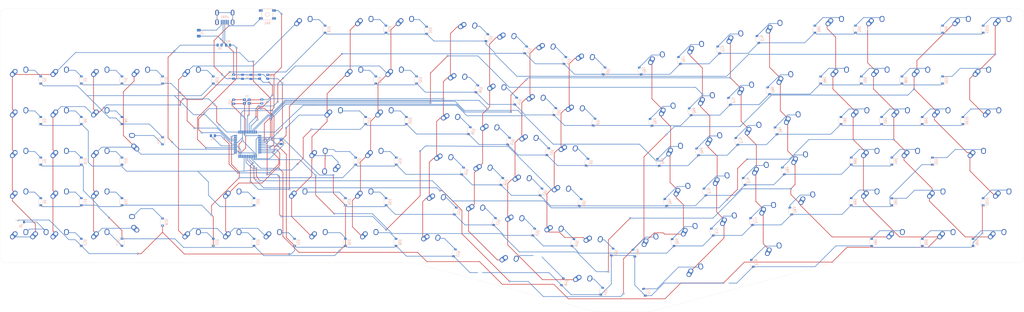
<source format=kicad_pcb>
(kicad_pcb (version 20171130) (host pcbnew "(5.1.10)-1")
  (layers (0 F.Cu signal) (31 B.Cu signal) (34 B.Paste user) (35 F.Paste user) (36 B.SilkS user) (37 F.SilkS user) (38 B.Mask user) (39 F.Mask user) (44 Edge.Cuts user))
  (net 0 "")
  (net 1 "Net-(D1-Pad2)")
  (net 2 Row0)
  (net 3 "Net-(D2-Pad2)")
  (net 4 Row1)
  (net 5 "Net-(D3-Pad2)")
  (net 6 "Net-(D4-Pad2)")
  (net 7 Row2)
  (net 8 Row3)
  (net 9 "Net-(D5-Pad2)")
  (net 10 Row4)
  (net 11 "Net-(D6-Pad2)")
  (net 12 Row5)
  (net 13 "Net-(D7-Pad2)")
  (net 14 "Net-(D8-Pad2)")
  (net 15 "Net-(D9-Pad2)")
  (net 16 "Net-(D10-Pad2)")
  (net 17 "Net-(D11-Pad2)")
  (net 18 "Net-(D12-Pad2)")
  (net 19 "Net-(D13-Pad2)")
  (net 20 "Net-(D14-Pad2)")
  (net 21 "Net-(D15-Pad2)")
  (net 22 "Net-(D16-Pad2)")
  (net 23 "Net-(D17-Pad2)")
  (net 24 "Net-(D18-Pad2)")
  (net 25 "Net-(D19-Pad2)")
  (net 26 "Net-(D20-Pad2)")
  (net 27 "Net-(D21-Pad2)")
  (net 28 "Net-(D22-Pad2)")
  (net 29 "Net-(D23-Pad2)")
  (net 30 "Net-(D24-Pad2)")
  (net 31 "Net-(D25-Pad2)")
  (net 32 "Net-(D26-Pad2)")
  (net 33 "Net-(D27-Pad2)")
  (net 34 "Net-(D28-Pad2)")
  (net 35 "Net-(D29-Pad2)")
  (net 36 "Net-(D30-Pad2)")
  (net 37 "Net-(D31-Pad2)")
  (net 38 "Net-(D32-Pad2)")
  (net 39 "Net-(D33-Pad2)")
  (net 40 "Net-(D34-Pad2)")
  (net 41 "Net-(D35-Pad2)")
  (net 42 "Net-(D36-Pad2)")
  (net 43 "Net-(D37-Pad2)")
  (net 44 "Net-(D38-Pad2)")
  (net 45 "Net-(D39-Pad2)")
  (net 46 "Net-(D40-Pad2)")
  (net 47 "Net-(D41-Pad2)")
  (net 48 "Net-(D42-Pad2)")
  (net 49 "Net-(D43-Pad2)")
  (net 50 "Net-(D44-Pad2)")
  (net 51 "Net-(D45-Pad2)")
  (net 52 "Net-(D46-Pad2)")
  (net 53 "Net-(D47-Pad2)")
  (net 54 "Net-(D48-Pad2)")
  (net 55 "Net-(D49-Pad2)")
  (net 56 "Net-(D50-Pad2)")
  (net 57 "Net-(D51-Pad2)")
  (net 58 "Net-(D52-Pad2)")
  (net 59 "Net-(D53-Pad2)")
  (net 60 "Net-(D54-Pad2)")
  (net 61 "Net-(D55-Pad2)")
  (net 62 "Net-(D56-Pad2)")
  (net 63 "Net-(D57-Pad2)")
  (net 64 "Net-(D58-Pad2)")
  (net 65 "Net-(D59-Pad2)")
  (net 66 "Net-(D60-Pad2)")
  (net 67 "Net-(D61-Pad2)")
  (net 68 "Net-(D62-Pad2)")
  (net 69 "Net-(D63-Pad2)")
  (net 70 "Net-(D64-Pad2)")
  (net 71 "Net-(D65-Pad2)")
  (net 72 "Net-(D66-Pad2)")
  (net 73 "Net-(D67-Pad2)")
  (net 74 "Net-(D68-Pad2)")
  (net 75 "Net-(D69-Pad2)")
  (net 76 "Net-(D70-Pad2)")
  (net 77 "Net-(D71-Pad2)")
  (net 78 "Net-(D72-Pad2)")
  (net 79 "Net-(D73-Pad2)")
  (net 80 "Net-(D74-Pad2)")
  (net 81 "Net-(D75-Pad2)")
  (net 82 "Net-(D76-Pad2)")
  (net 83 "Net-(D77-Pad2)")
  (net 84 "Net-(D78-Pad2)")
  (net 85 "Net-(D79-Pad2)")
  (net 86 "Net-(D80-Pad2)")
  (net 87 "Net-(D81-Pad2)")
  (net 88 "Net-(D82-Pad2)")
  (net 89 "Net-(D83-Pad2)")
  (net 90 "Net-(D84-Pad2)")
  (net 91 "Net-(D85-Pad2)")
  (net 92 "Net-(D86-Pad2)")
  (net 93 "Net-(D87-Pad2)")
  (net 94 "Net-(D88-Pad2)")
  (net 95 "Net-(D89-Pad2)")
  (net 96 "Net-(D90-Pad2)")
  (net 97 "Net-(D91-Pad2)")
  (net 98 "Net-(D92-Pad2)")
  (net 99 "Net-(D93-Pad2)")
  (net 100 "Net-(D94-Pad2)")
  (net 101 "Net-(D95-Pad2)")
  (net 102 "Net-(D96-Pad2)")
  (net 103 "Net-(D97-Pad2)")
  (net 104 "Net-(D98-Pad2)")
  (net 105 "Net-(D99-Pad2)")
  (net 106 "Net-(D101-Pad2)")
  (net 107 "Net-(D102-Pad2)")
  (net 108 "Net-(D103-Pad2)")
  (net 109 "Net-(D104-Pad2)")
  (net 110 "Net-(D105-Pad2)")
  (net 111 Col0)
  (net 112 Col1)
  (net 113 Col2)
  (net 114 Col3)
  (net 115 Col4)
  (net 116 Col5)
  (net 117 Col6)
  (net 118 Col7)
  (net 119 Col8)
  (net 120 Col9)
  (net 121 Col10)
  (net 122 Col11)
  (net 123 Col12)
  (net 124 Col13)
  (net 125 Col14)
  (net 126 Col15)
  (net 127 Col16)
  (net 128 Col17)
  (net 129 GND)
  (net 130 "Net-(C1-Pad1)")
  (net 131 "Net-(C2-Pad1)")
  (net 132 +5V)
  (net 133 "Net-(C5-Pad1)")
  (net 134 VCC)
  (net 135 D-)
  (net 136 "Net-(R1-Pad1)")
  (net 137 D+)
  (net 138 "Net-(R2-Pad1)")
  (net 139 "Net-(R3-Pad2)")
  (net 140 "Net-(R4-Pad2)")
  (net 141 "Net-(U1-Pad42)")
  (net 142 "Net-(USB1-Pad6)")
  (net 143 "Net-(USB1-Pad2)")
  (net 144 "Net-(U1-Pad10)")
  (module MX_Alps_Hybrid:MX-1.5U-NoLED (layer F.Cu) (at -199.90105 107.188)
    (fp_text reference MX105)
    (fp_text value \)
    (pad "" np_thru_hole circle (at 5.08 0 48.0996) (size 1.75 1.75) (drill 1.75) (layers *.Cu *.Mask))
    (pad "" np_thru_hole circle (at -5.08 0 48.0996) (size 1.75 1.75) (drill 1.75) (layers *.Cu *.Mask))
    (pad 1 thru_hole circle (at -2.5 -4) (size 2.25 2.25) (drill 1.47) (layers *.Cu B.Mask) (net 128 Col17))
    (pad "" np_thru_hole circle (at 0 0) (size 3.9878 3.9878) (drill 3.9878) (layers *.Cu *.Mask))
    (pad 1 thru_hole oval (at -3.81 -2.54 48.0996) (size 4.211556 2.25) (drill 1.47 (offset 0.980778 0)) (layers *.Cu B.Mask) (net 128 Col17))
    (pad 2 thru_hole circle (at 2.54 -5.08) (size 2.25 2.25) (drill 1.47) (layers *.Cu B.Mask) (net 110 "Net-(D105-Pad2)"))
    (pad 2 thru_hole oval (at 2.5 -4.5 86.0548) (size 2.831378 2.25) (drill 1.47 (offset 0.290689 0)) (layers *.Cu B.Mask) (net 110 "Net-(D105-Pad2)"))
  )
  (module MX_Alps_Hybrid:MX-1.25U-NoLED (layer F.Cu) (at -511.20675 126.238 180)
    (fp_text reference MX106)
    (fp_text value CAPS)
    (pad "" np_thru_hole circle (at 5.08 0 228.0996) (size 1.75 1.75) (drill 1.75) (layers *.Cu *.Mask))
    (pad "" np_thru_hole circle (at -5.08 0 228.0996) (size 1.75 1.75) (drill 1.75) (layers *.Cu *.Mask))
    (pad 1 thru_hole circle (at -2.5 -4 180) (size 2.25 2.25) (drill 1.47) (layers *.Cu B.Mask) (net 115 Col4))
    (pad "" np_thru_hole circle (at 0 0 180) (size 3.9878 3.9878) (drill 3.9878) (layers *.Cu *.Mask))
    (pad 1 thru_hole oval (at -3.81 -2.54 228.0996) (size 4.211556 2.25) (drill 1.47 (offset 0.980778 0)) (layers *.Cu B.Mask) (net 115 Col4))
    (pad 2 thru_hole circle (at 2.54 -5.08 180) (size 2.25 2.25) (drill 1.47) (layers *.Cu B.Mask) (net 34 "Net-(D28-Pad2)"))
    (pad 2 thru_hole oval (at 2.5 -4.5 266.0548) (size 2.831378 2.25) (drill 1.47 (offset 0.290689 0)) (layers *.Cu B.Mask) (net 34 "Net-(D28-Pad2)"))
  )
  (module MX_Alps_Hybrid:MX-2.25U-NoLED (layer F.Cu) (at -226.0948 145.288)
    (fp_text reference MX95)
    (fp_text value RSHIFT)
    (pad "" np_thru_hole circle (at 11.938 8.255) (size 3.9878 3.9878) (drill 3.9878) (layers *.Cu *.Mask))
    (pad "" np_thru_hole circle (at -11.938 8.255) (size 3.9878 3.9878) (drill 3.9878) (layers *.Cu *.Mask))
    (pad "" np_thru_hole circle (at 11.938 -6.985) (size 3.048 3.048) (drill 3.048) (layers *.Cu *.Mask))
    (pad "" np_thru_hole circle (at -11.938 -6.985) (size 3.048 3.048) (drill 3.048) (layers *.Cu *.Mask))
    (pad "" np_thru_hole circle (at 5.08 0 48.0996) (size 1.75 1.75) (drill 1.75) (layers *.Cu *.Mask))
    (pad "" np_thru_hole circle (at -5.08 0 48.0996) (size 1.75 1.75) (drill 1.75) (layers *.Cu *.Mask))
    (pad 1 thru_hole circle (at -2.5 -4) (size 2.25 2.25) (drill 1.47) (layers *.Cu B.Mask) (net 126 Col15))
    (pad "" np_thru_hole circle (at 0 0) (size 3.9878 3.9878) (drill 3.9878) (layers *.Cu *.Mask))
    (pad 1 thru_hole oval (at -3.81 -2.54 48.0996) (size 4.211556 2.25) (drill 1.47 (offset 0.980778 0)) (layers *.Cu B.Mask) (net 126 Col15))
    (pad 2 thru_hole circle (at 2.54 -5.08) (size 2.25 2.25) (drill 1.47) (layers *.Cu B.Mask) (net 101 "Net-(D95-Pad2)"))
    (pad 2 thru_hole oval (at 2.5 -4.5 86.0548) (size 2.831378 2.25) (drill 1.47 (offset 0.290689 0)) (layers *.Cu B.Mask) (net 101 "Net-(D95-Pad2)"))
  )
  (module MX_Alps_Hybrid:MX-1U-NoLED (layer F.Cu) (at -525.49425 145.288)
    (fp_text reference MX29)
    (fp_text value LSHIFT)
    (pad "" np_thru_hole circle (at 5.08 0 48.0996) (size 1.75 1.75) (drill 1.75) (layers *.Cu *.Mask))
    (pad "" np_thru_hole circle (at -5.08 0 48.0996) (size 1.75 1.75) (drill 1.75) (layers *.Cu *.Mask))
    (pad 1 thru_hole circle (at -2.5 -4) (size 2.25 2.25) (drill 1.47) (layers *.Cu B.Mask) (net 115 Col4))
    (pad "" np_thru_hole circle (at 0 0) (size 3.9878 3.9878) (drill 3.9878) (layers *.Cu *.Mask))
    (pad 1 thru_hole oval (at -3.81 -2.54 48.0996) (size 4.211556 2.25) (drill 1.47 (offset 0.980778 0)) (layers *.Cu B.Mask) (net 115 Col4))
    (pad 2 thru_hole circle (at 2.54 -5.08) (size 2.25 2.25) (drill 1.47) (layers *.Cu B.Mask) (net 35 "Net-(D29-Pad2)"))
    (pad 2 thru_hole oval (at 2.5 -4.5 86.0548) (size 2.831378 2.25) (drill 1.47 (offset 0.290689 0)) (layers *.Cu B.Mask) (net 35 "Net-(D29-Pad2)"))
  )
  (module MX_Alps_Hybrid:MX-1U-NoLED (layer F.Cu) (at -656.463 164.338)
    (fp_text reference MX6)
    (fp_text value P0)
    (pad "" np_thru_hole circle (at 5.08 0 48.0996) (size 1.75 1.75) (drill 1.75) (layers *.Cu *.Mask))
    (pad "" np_thru_hole circle (at -5.08 0 48.0996) (size 1.75 1.75) (drill 1.75) (layers *.Cu *.Mask))
    (pad 1 thru_hole circle (at -2.5 -4) (size 2.25 2.25) (drill 1.47) (layers *.Cu B.Mask) (net 111 Col0))
    (pad "" np_thru_hole circle (at 0 0) (size 3.9878 3.9878) (drill 3.9878) (layers *.Cu *.Mask))
    (pad 1 thru_hole oval (at -3.81 -2.54 48.0996) (size 4.211556 2.25) (drill 1.47 (offset 0.980778 0)) (layers *.Cu B.Mask) (net 111 Col0))
    (pad 2 thru_hole circle (at 2.54 -5.08) (size 2.25 2.25) (drill 1.47) (layers *.Cu B.Mask) (net 11 "Net-(D6-Pad2)"))
    (pad 2 thru_hole oval (at 2.5 -4.5 86.0548) (size 2.831378 2.25) (drill 1.47 (offset 0.290689 0)) (layers *.Cu B.Mask) (net 11 "Net-(D6-Pad2)"))
  )
  (module MX_Alps_Hybrid:MX-2U-ReversedStabilizers-NoLED (layer F.Cu) (at -646.938 164.338)
    (fp_text reference MX100)
    (fp_text value P0)
    (pad "" np_thru_hole circle (at 11.938 -8.255) (size 3.9878 3.9878) (drill 3.9878) (layers *.Cu *.Mask))
    (pad "" np_thru_hole circle (at -11.938 -8.255) (size 3.9878 3.9878) (drill 3.9878) (layers *.Cu *.Mask))
    (pad "" np_thru_hole circle (at 11.938 6.985) (size 3.048 3.048) (drill 3.048) (layers *.Cu *.Mask))
    (pad "" np_thru_hole circle (at -11.938 6.985) (size 3.048 3.048) (drill 3.048) (layers *.Cu *.Mask))
    (pad "" np_thru_hole circle (at 5.08 0 48.0996) (size 1.75 1.75) (drill 1.75) (layers *.Cu *.Mask))
    (pad "" np_thru_hole circle (at -5.08 0 48.0996) (size 1.75 1.75) (drill 1.75) (layers *.Cu *.Mask))
    (pad 1 thru_hole circle (at -2.5 -4) (size 2.25 2.25) (drill 1.47) (layers *.Cu B.Mask) (net 111 Col0))
    (pad "" np_thru_hole circle (at 0 0) (size 3.9878 3.9878) (drill 3.9878) (layers *.Cu *.Mask))
    (pad 1 thru_hole oval (at -3.81 -2.54 48.0996) (size 4.211556 2.25) (drill 1.47 (offset 0.980778 0)) (layers *.Cu B.Mask) (net 111 Col0))
    (pad 2 thru_hole circle (at 2.54 -5.08) (size 2.25 2.25) (drill 1.47) (layers *.Cu B.Mask) (net 11 "Net-(D6-Pad2)"))
    (pad 2 thru_hole oval (at 2.5 -4.5 86.0548) (size 2.831378 2.25) (drill 1.47 (offset 0.290689 0)) (layers *.Cu B.Mask) (net 11 "Net-(D6-Pad2)"))
  )
  (module MX_Alps_Hybrid:MX-2.75U-ReversedStabilizers-NoLED (layer F.Cu) (at -338.446386 180.975709 15)
    (fp_text reference MX72)
    (fp_text value SPACE)
    (pad "" np_thru_hole circle (at 11.938 -8.255 15) (size 3.9878 3.9878) (drill 3.9878) (layers *.Cu *.Mask))
    (pad "" np_thru_hole circle (at -11.938 -8.255 15) (size 3.9878 3.9878) (drill 3.9878) (layers *.Cu *.Mask))
    (pad "" np_thru_hole circle (at 11.938 6.985 15) (size 3.048 3.048) (drill 3.048) (layers *.Cu *.Mask))
    (pad "" np_thru_hole circle (at -11.938 6.985 15) (size 3.048 3.048) (drill 3.048) (layers *.Cu *.Mask))
    (pad "" np_thru_hole circle (at 5.08 0 63.0996) (size 1.75 1.75) (drill 1.75) (layers *.Cu *.Mask))
    (pad "" np_thru_hole circle (at -5.08 0 63.0996) (size 1.75 1.75) (drill 1.75) (layers *.Cu *.Mask))
    (pad 1 thru_hole circle (at -2.5 -4 15) (size 2.25 2.25) (drill 1.47) (layers *.Cu B.Mask) (net 122 Col11))
    (pad "" np_thru_hole circle (at 0 0 15) (size 3.9878 3.9878) (drill 3.9878) (layers *.Cu *.Mask))
    (pad 1 thru_hole oval (at -3.81 -2.54 63.0996) (size 4.211556 2.25) (drill 1.47 (offset 0.980778 0)) (layers *.Cu B.Mask) (net 122 Col11))
    (pad 2 thru_hole circle (at 2.54 -5.08 15) (size 2.25 2.25) (drill 1.47) (layers *.Cu B.Mask) (net 78 "Net-(D72-Pad2)"))
    (pad 2 thru_hole oval (at 2.5 -4.5 101.0548) (size 2.831378 2.25) (drill 1.47 (offset 0.290689 0)) (layers *.Cu B.Mask) (net 78 "Net-(D72-Pad2)"))
  )
  (module MX_Alps_Hybrid:MX-2.75U-ReversedStabilizers-NoLED (layer F.Cu) (at -427.484827 176.045205 345)
    (fp_text reference MX48)
    (fp_text value SPACE)
    (pad "" np_thru_hole circle (at 11.938 -8.255 345) (size 3.9878 3.9878) (drill 3.9878) (layers *.Cu *.Mask))
    (pad "" np_thru_hole circle (at -11.938 -8.255 345) (size 3.9878 3.9878) (drill 3.9878) (layers *.Cu *.Mask))
    (pad "" np_thru_hole circle (at 11.938 6.985 345) (size 3.048 3.048) (drill 3.048) (layers *.Cu *.Mask))
    (pad "" np_thru_hole circle (at -11.938 6.985 345) (size 3.048 3.048) (drill 3.048) (layers *.Cu *.Mask))
    (pad "" np_thru_hole circle (at 5.08 0 33.0996) (size 1.75 1.75) (drill 1.75) (layers *.Cu *.Mask))
    (pad "" np_thru_hole circle (at -5.08 0 33.0996) (size 1.75 1.75) (drill 1.75) (layers *.Cu *.Mask))
    (pad 1 thru_hole circle (at -2.5 -4 345) (size 2.25 2.25) (drill 1.47) (layers *.Cu B.Mask) (net 118 Col7))
    (pad "" np_thru_hole circle (at 0 0 345) (size 3.9878 3.9878) (drill 3.9878) (layers *.Cu *.Mask))
    (pad 1 thru_hole oval (at -3.81 -2.54 33.0996) (size 4.211556 2.25) (drill 1.47 (offset 0.980778 0)) (layers *.Cu B.Mask) (net 118 Col7))
    (pad 2 thru_hole circle (at 2.54 -5.08 345) (size 2.25 2.25) (drill 1.47) (layers *.Cu B.Mask) (net 54 "Net-(D48-Pad2)"))
    (pad 2 thru_hole oval (at 2.5 -4.5 71.0548) (size 2.831378 2.25) (drill 1.47 (offset 0.290689 0)) (layers *.Cu B.Mask) (net 54 "Net-(D48-Pad2)"))
  )
  (module MX_Alps_Hybrid:MX-1.75U-NoLED (layer F.Cu) (at -515.96925 126.238)
    (fp_text reference MX28)
    (fp_text value CAPS)
    (pad "" np_thru_hole circle (at 5.08 0 48.0996) (size 1.75 1.75) (drill 1.75) (layers *.Cu *.Mask))
    (pad "" np_thru_hole circle (at -5.08 0 48.0996) (size 1.75 1.75) (drill 1.75) (layers *.Cu *.Mask))
    (pad 1 thru_hole circle (at -2.5 -4) (size 2.25 2.25) (drill 1.47) (layers *.Cu B.Mask) (net 115 Col4))
    (pad "" np_thru_hole circle (at 0 0) (size 3.9878 3.9878) (drill 3.9878) (layers *.Cu *.Mask))
    (pad 1 thru_hole oval (at -3.81 -2.54 48.0996) (size 4.211556 2.25) (drill 1.47 (offset 0.980778 0)) (layers *.Cu B.Mask) (net 115 Col4))
    (pad 2 thru_hole circle (at 2.54 -5.08) (size 2.25 2.25) (drill 1.47) (layers *.Cu B.Mask) (net 34 "Net-(D28-Pad2)"))
    (pad 2 thru_hole oval (at 2.5 -4.5 86.0548) (size 2.831378 2.25) (drill 1.47 (offset 0.290689 0)) (layers *.Cu B.Mask) (net 34 "Net-(D28-Pad2)"))
  )
  (module Crystal:Crystal_SMD_3225-4Pin_3.2x2.5mm (layer B.Cu) (at -550.2402 98.298 180)
    (fp_text reference Y1 (at 0 2.45) (layer B.SilkS) (effects (justify mirror)))
    (fp_text value Crystal_GND24_Small)
    (pad 4 smd rect (at -1.1 0.85 180) (size 1.4 1.2) (layers B.Cu B.Paste B.Mask) (net 129 GND))
    (pad 3 smd rect (at 1.1 0.85 180) (size 1.4 1.2) (layers B.Cu B.Paste B.Mask) (net 131 "Net-(C2-Pad1)"))
    (pad 2 smd rect (at 1.1 -0.85 180) (size 1.4 1.2) (layers B.Cu B.Paste B.Mask) (net 129 GND))
    (pad 1 smd rect (at -1.1 -0.85 180) (size 1.4 1.2) (layers B.Cu B.Paste B.Mask) (net 130 "Net-(C1-Pad1)"))
  )
  (module random-keyboard-parts:Molex-0548190589 (layer B.Cu) (at -560.578 56.5658 270)
    (fp_text reference USB1 (at 2.032 0) (layer B.SilkS) (effects (justify mirror)))
    (fp_text value Molex-0548190589)
    (pad 6 thru_hole oval (at 0 3.65 270) (size 2.7 1.7) (drill oval 1.9 0.7) (layers *.Cu *.Mask) (net 142 "Net-(USB1-Pad6)"))
    (pad 6 thru_hole oval (at 0 -3.65 270) (size 2.7 1.7) (drill oval 1.9 0.7) (layers *.Cu *.Mask) (net 142 "Net-(USB1-Pad6)"))
    (pad 6 thru_hole oval (at 4.5 -3.65 270) (size 2.7 1.7) (drill oval 1.9 0.7) (layers *.Cu *.Mask) (net 142 "Net-(USB1-Pad6)"))
    (pad 6 thru_hole oval (at 4.5 3.65 270) (size 2.7 1.7) (drill oval 1.9 0.7) (layers *.Cu *.Mask) (net 142 "Net-(USB1-Pad6)"))
    (pad 5 smd rect (at 4.5 1.6 270) (size 2.25 0.5) (layers B.Cu B.Paste B.Mask) (net 134 VCC))
    (pad 4 smd rect (at 4.5 0.8 270) (size 2.25 0.5) (layers B.Cu B.Paste B.Mask) (net 135 D-))
    (pad 3 smd rect (at 4.5 0 270) (size 2.25 0.5) (layers B.Cu B.Paste B.Mask) (net 137 D+))
    (pad 2 smd rect (at 4.5 -0.8 270) (size 2.25 0.5) (layers B.Cu B.Paste B.Mask) (net 143 "Net-(USB1-Pad2)"))
    (pad 1 smd rect (at 4.5 -1.6 270) (size 2.25 0.5) (layers B.Cu B.Paste B.Mask) (net 129 GND))
  )
  (module Package_QFP:TQFP-44_10x10mm_P0.8mm (layer B.Cu) (at -549.8846 118.3132)
    (fp_text reference U1 (at 0 7.45) (layer B.SilkS) (effects (justify mirror)))
    (fp_text value ATmega32U4-AU)
    (pad 44 smd rect (at -4 5.7 270) (size 1.5 0.55) (layers B.Cu B.Paste B.Mask) (net 132 +5V))
    (pad 43 smd rect (at -3.2 5.7 270) (size 1.5 0.55) (layers B.Cu B.Paste B.Mask) (net 129 GND))
    (pad 42 smd rect (at -2.4 5.7 270) (size 1.5 0.55) (layers B.Cu B.Paste B.Mask) (net 141 "Net-(U1-Pad42)"))
    (pad 41 smd rect (at -1.6 5.7 270) (size 1.5 0.55) (layers B.Cu B.Paste B.Mask) (net 7 Row2))
    (pad 40 smd rect (at -0.8 5.7 270) (size 1.5 0.55) (layers B.Cu B.Paste B.Mask) (net 126 Col15))
    (pad 39 smd rect (at 0 5.7 270) (size 1.5 0.55) (layers B.Cu B.Paste B.Mask) (net 127 Col16))
    (pad 38 smd rect (at 0.8 5.7 270) (size 1.5 0.55) (layers B.Cu B.Paste B.Mask) (net 128 Col17))
    (pad 37 smd rect (at 1.6 5.7 270) (size 1.5 0.55) (layers B.Cu B.Paste B.Mask) (net 125 Col14))
    (pad 36 smd rect (at 2.4 5.7 270) (size 1.5 0.55) (layers B.Cu B.Paste B.Mask) (net 124 Col13))
    (pad 35 smd rect (at 3.2 5.7 270) (size 1.5 0.55) (layers B.Cu B.Paste B.Mask) (net 129 GND))
    (pad 34 smd rect (at 4 5.7 270) (size 1.5 0.55) (layers B.Cu B.Paste B.Mask) (net 132 +5V))
    (pad 33 smd rect (at 5.7 4) (size 1.5 0.55) (layers B.Cu B.Paste B.Mask) (net 140 "Net-(R4-Pad2)"))
    (pad 32 smd rect (at 5.7 3.2) (size 1.5 0.55) (layers B.Cu B.Paste B.Mask) (net 115 Col4))
    (pad 31 smd rect (at 5.7 2.4) (size 1.5 0.55) (layers B.Cu B.Paste B.Mask) (net 114 Col3))
    (pad 30 smd rect (at 5.7 1.6) (size 1.5 0.55) (layers B.Cu B.Paste B.Mask) (net 111 Col0))
    (pad 29 smd rect (at 5.7 0.8) (size 1.5 0.55) (layers B.Cu B.Paste B.Mask) (net 12 Row5))
    (pad 28 smd rect (at 5.7 0) (size 1.5 0.55) (layers B.Cu B.Paste B.Mask) (net 10 Row4))
    (pad 27 smd rect (at 5.7 -0.8) (size 1.5 0.55) (layers B.Cu B.Paste B.Mask) (net 123 Col12))
    (pad 26 smd rect (at 5.7 -1.6) (size 1.5 0.55) (layers B.Cu B.Paste B.Mask) (net 122 Col11))
    (pad 25 smd rect (at 5.7 -2.4) (size 1.5 0.55) (layers B.Cu B.Paste B.Mask) (net 120 Col9))
    (pad 24 smd rect (at 5.7 -3.2) (size 1.5 0.55) (layers B.Cu B.Paste B.Mask) (net 132 +5V))
    (pad 23 smd rect (at 5.7 -4) (size 1.5 0.55) (layers B.Cu B.Paste B.Mask) (net 129 GND))
    (pad 22 smd rect (at 4 -5.7 270) (size 1.5 0.55) (layers B.Cu B.Paste B.Mask) (net 121 Col10))
    (pad 21 smd rect (at 3.2 -5.7 270) (size 1.5 0.55) (layers B.Cu B.Paste B.Mask) (net 119 Col8))
    (pad 20 smd rect (at 2.4 -5.7 270) (size 1.5 0.55) (layers B.Cu B.Paste B.Mask) (net 118 Col7))
    (pad 19 smd rect (at 1.6 -5.7 270) (size 1.5 0.55) (layers B.Cu B.Paste B.Mask) (net 117 Col6))
    (pad 18 smd rect (at 0.8 -5.7 270) (size 1.5 0.55) (layers B.Cu B.Paste B.Mask) (net 116 Col5))
    (pad 17 smd rect (at 0 -5.7 270) (size 1.5 0.55) (layers B.Cu B.Paste B.Mask) (net 130 "Net-(C1-Pad1)"))
    (pad 16 smd rect (at -0.8 -5.7 270) (size 1.5 0.55) (layers B.Cu B.Paste B.Mask) (net 131 "Net-(C2-Pad1)"))
    (pad 15 smd rect (at -1.6 -5.7 270) (size 1.5 0.55) (layers B.Cu B.Paste B.Mask) (net 129 GND))
    (pad 14 smd rect (at -2.4 -5.7 270) (size 1.5 0.55) (layers B.Cu B.Paste B.Mask) (net 132 +5V))
    (pad 13 smd rect (at -3.2 -5.7 270) (size 1.5 0.55) (layers B.Cu B.Paste B.Mask) (net 139 "Net-(R3-Pad2)"))
    (pad 12 smd rect (at -4 -5.7 270) (size 1.5 0.55) (layers B.Cu B.Paste B.Mask) (net 112 Col1))
    (pad 11 smd rect (at -5.7 -4) (size 1.5 0.55) (layers B.Cu B.Paste B.Mask) (net 8 Row3))
    (pad 10 smd rect (at -5.7 -3.2) (size 1.5 0.55) (layers B.Cu B.Paste B.Mask) (net 144 "Net-(U1-Pad10)"))
    (pad 9 smd rect (at -5.7 -2.4) (size 1.5 0.55) (layers B.Cu B.Paste B.Mask) (net 4 Row1))
    (pad 8 smd rect (at -5.7 -1.6) (size 1.5 0.55) (layers B.Cu B.Paste B.Mask) (net 2 Row0))
    (pad 7 smd rect (at -5.7 -0.8) (size 1.5 0.55) (layers B.Cu B.Paste B.Mask) (net 132 +5V))
    (pad 6 smd rect (at -5.7 0) (size 1.5 0.55) (layers B.Cu B.Paste B.Mask) (net 133 "Net-(C5-Pad1)"))
    (pad 5 smd rect (at -5.7 0.8) (size 1.5 0.55) (layers B.Cu B.Paste B.Mask) (net 129 GND))
    (pad 4 smd rect (at -5.7 1.6) (size 1.5 0.55) (layers B.Cu B.Paste B.Mask) (net 138 "Net-(R2-Pad1)"))
    (pad 3 smd rect (at -5.7 2.4) (size 1.5 0.55) (layers B.Cu B.Paste B.Mask) (net 136 "Net-(R1-Pad1)"))
    (pad 2 smd rect (at -5.7 3.2) (size 1.5 0.55) (layers B.Cu B.Paste B.Mask) (net 132 +5V))
    (pad 1 smd rect (at -5.7 4) (size 1.5 0.55) (layers B.Cu B.Paste B.Mask) (net 113 Col2))
  )
  (module random-keyboard-parts:SKQG-1155865 (layer B.Cu) (at -540.5882 57.4167 180)
    (fp_text reference SW1 (at 0 -4.064) (layer B.SilkS) (effects (justify mirror)))
    (fp_text value SW_Push)
    (pad 4 smd rect (at -3.1 -1.85 180) (size 1.8 1.1) (layers B.Cu B.Paste B.Mask))
    (pad 3 smd rect (at 3.1 1.85 180) (size 1.8 1.1) (layers B.Cu B.Paste B.Mask))
    (pad 2 smd rect (at -3.1 1.85 180) (size 1.8 1.1) (layers B.Cu B.Paste B.Mask) (net 139 "Net-(R3-Pad2)"))
    (pad 1 smd rect (at 3.1 -1.85 180) (size 1.8 1.1) (layers B.Cu B.Paste B.Mask) (net 129 GND))
  )
  (module Resistor_SMD:R_0805_2012Metric (layer B.Cu) (at -566.1641 114.3127)
    (fp_text reference R4 (at 0 1.65 180) (layer B.SilkS) (effects (justify mirror)))
    (fp_text value 10k)
    (pad 2 smd roundrect (at 0.9125 0) (size 1.025 1.4) (layers B.Cu B.Paste B.Mask) (roundrect_rratio 0.2439014634146341) (net 140 "Net-(R4-Pad2)"))
    (pad 1 smd roundrect (at -0.9125 0) (size 1.025 1.4) (layers B.Cu B.Paste B.Mask) (roundrect_rratio 0.2439014634146341) (net 129 GND))
  )
  (module Resistor_SMD:R_0805_2012Metric (layer B.Cu) (at -540.4231 86.6775 90)
    (fp_text reference R3 (at 0 1.65 270) (layer B.SilkS) (effects (justify mirror)))
    (fp_text value 10k)
    (pad 1 smd roundrect (at -0.9125 0 90) (size 1.025 1.4) (layers B.Cu B.Paste B.Mask) (roundrect_rratio 0.2439014634146341) (net 132 +5V))
    (pad 2 smd roundrect (at 0.9125 0 90) (size 1.025 1.4) (layers B.Cu B.Paste B.Mask) (roundrect_rratio 0.2439014634146341) (net 139 "Net-(R3-Pad2)"))
  )
  (module Resistor_SMD:R_0805_2012Metric (layer B.Cu) (at -559.0296 71.8185 180)
    (fp_text reference R2 (at 0 1.65) (layer B.SilkS) (effects (justify mirror)))
    (fp_text value 22)
    (pad 2 smd roundrect (at 0.9125 0 180) (size 1.025 1.4) (layers B.Cu B.Paste B.Mask) (roundrect_rratio 0.2439014634146341) (net 137 D+))
    (pad 1 smd roundrect (at -0.9125 0 180) (size 1.025 1.4) (layers B.Cu B.Paste B.Mask) (roundrect_rratio 0.2439014634146341) (net 138 "Net-(R2-Pad1)"))
  )
  (module Resistor_SMD:R_0805_2012Metric (layer B.Cu) (at -563.0296 71.8185)
    (fp_text reference R1 (at 0 1.65) (layer B.SilkS) (effects (justify mirror)))
    (fp_text value 22)
    (pad 2 smd roundrect (at 0.9125 0) (size 1.025 1.4) (layers B.Cu B.Paste B.Mask) (roundrect_rratio 0.2439014634146341) (net 135 D-))
    (pad 1 smd roundrect (at -0.9125 0) (size 1.025 1.4) (layers B.Cu B.Paste B.Mask) (roundrect_rratio 0.2439014634146341) (net 136 "Net-(R1-Pad1)"))
  )
  (module Fuse:Fuse_1206_3216Metric (layer B.Cu) (at -572.77 66.1924 90)
    (fp_text reference F1 (at 0 1.82 90) (layer B.SilkS) (effects (justify mirror)))
    (fp_text value 500mA)
    (pad 2 smd roundrect (at 1.4 0 90) (size 1.25 1.75) (layers B.Cu B.Paste B.Mask) (roundrect_rratio 0.2) (net 134 VCC))
    (pad 1 smd roundrect (at -1.4 0 90) (size 1.25 1.75) (layers B.Cu B.Paste B.Mask) (roundrect_rratio 0.2) (net 132 +5V))
  )
  (module Capacitor_SMD:C_0805_2012Metric (layer B.Cu) (at -544.2712 86.614 270)
    (fp_text reference C7 (at 0 1.68 270) (layer B.SilkS) (effects (justify mirror)))
    (fp_text value 10uF)
    (pad 2 smd roundrect (at 0.95 0 270) (size 1 1.45) (layers B.Cu B.Paste B.Mask) (net 129 GND))
    (pad 1 smd roundrect (at -0.95 0 270) (size 1 1.45) (layers B.Cu B.Paste B.Mask) (net 132 +5V))
  )
  (module Capacitor_SMD:C_0805_2012Metric (layer B.Cu) (at -548.2844 86.6902 270)
    (fp_text reference C6 (at 0 1.68 270) (layer B.SilkS) (effects (justify mirror)))
    (fp_text value 0.1uF)
    (pad 2 smd roundrect (at 0.95 0 270) (size 1 1.45) (layers B.Cu B.Paste B.Mask) (net 129 GND))
    (pad 1 smd roundrect (at -0.95 0 270) (size 1 1.45) (layers B.Cu B.Paste B.Mask) (net 132 +5V))
  )
  (module Capacitor_SMD:C_0805_2012Metric (layer B.Cu) (at -534.1366 117.2464 90)
    (fp_text reference C5 (at 0 1.68 270) (layer B.SilkS) (effects (justify mirror)))
    (fp_text value 1uF)
    (pad 2 smd roundrect (at 0.95 0 90) (size 1 1.45) (layers B.Cu B.Paste B.Mask) (net 129 GND))
    (pad 1 smd roundrect (at -0.95 0 90) (size 1 1.45) (layers B.Cu B.Paste B.Mask) (net 133 "Net-(C5-Pad1)"))
  )
  (module Capacitor_SMD:C_0805_2012Metric (layer B.Cu) (at -552.2976 86.6648 270)
    (fp_text reference C4 (at 0 1.68 270) (layer B.SilkS) (effects (justify mirror)))
    (fp_text value 0.1uF)
    (pad 2 smd roundrect (at 0.95 0 270) (size 1 1.45) (layers B.Cu B.Paste B.Mask) (net 129 GND))
    (pad 1 smd roundrect (at -0.95 0 270) (size 1 1.45) (layers B.Cu B.Paste B.Mask) (net 132 +5V))
  )
  (module Capacitor_SMD:C_0805_2012Metric (layer B.Cu) (at -556.4378 86.614 270)
    (fp_text reference C3 (at 0 1.68 270) (layer B.SilkS) (effects (justify mirror)))
    (fp_text value 0.1uF)
    (pad 2 smd roundrect (at 0.95 0 270) (size 1 1.45) (layers B.Cu B.Paste B.Mask) (net 129 GND))
    (pad 1 smd roundrect (at -0.95 0 270) (size 1 1.45) (layers B.Cu B.Paste B.Mask) (net 132 +5V))
  )
  (module Capacitor_SMD:C_0805_2012Metric (layer B.Cu) (at -556.4378 98.3742 270)
    (fp_text reference C2 (at 0 1.68 270) (layer B.SilkS) (effects (justify mirror)))
    (fp_text value 22pF)
    (pad 2 smd roundrect (at 0.95 0 270) (size 1 1.45) (layers B.Cu B.Paste B.Mask) (net 129 GND))
    (pad 1 smd roundrect (at -0.95 0 270) (size 1 1.45) (layers B.Cu B.Paste B.Mask) (net 131 "Net-(C2-Pad1)"))
  )
  (module Capacitor_SMD:C_0805_2012Metric (layer B.Cu) (at -543.2044 98.2472 90)
    (fp_text reference C1 (at 0 1.68 270) (layer B.SilkS) (effects (justify mirror)))
    (fp_text value 22pF)
    (pad 2 smd roundrect (at 0.95 0 90) (size 1 1.45) (layers B.Cu B.Paste B.Mask) (net 129 GND))
    (pad 1 smd roundrect (at -0.95 0 90) (size 1 1.45) (layers B.Cu B.Paste B.Mask) (net 130 "Net-(C1-Pad1)"))
  )
  (module MX_Alps_Hybrid:MX-1U-NoLED (layer F.Cu) (at -392.983164 185.289897 345)
    (fp_text reference MX54)
    (fp_text value "MO(1)")
    (pad "" np_thru_hole circle (at 5.08 0 33.0996) (size 1.75 1.75) (drill 1.75) (layers *.Cu *.Mask))
    (pad "" np_thru_hole circle (at -5.08 0 33.0996) (size 1.75 1.75) (drill 1.75) (layers *.Cu *.Mask))
    (pad 1 thru_hole circle (at -2.5 -4 345) (size 2.25 2.25) (drill 1.47) (layers *.Cu B.Mask) (net 119 Col8))
    (pad "" np_thru_hole circle (at 0 0 345) (size 3.9878 3.9878) (drill 3.9878) (layers *.Cu *.Mask))
    (pad 1 thru_hole oval (at -3.81 -2.54 33.0996) (size 4.211556 2.25) (drill 1.47 (offset 0.980778 0)) (layers *.Cu B.Mask) (net 119 Col8))
    (pad 2 thru_hole circle (at 2.54 -5.08 345) (size 2.25 2.25) (drill 1.47) (layers *.Cu B.Mask) (net 60 "Net-(D54-Pad2)"))
    (pad 2 thru_hole oval (at 2.5 -4.5 71.0548) (size 2.831378 2.25) (drill 1.47 (offset 0.290689 0)) (layers *.Cu B.Mask) (net 60 "Net-(D54-Pad2)"))
  )
  (module Diode_SMD:D_SOD-123 (layer B.Cu) (at -437.593473 68.304495 75)
    (fp_text reference D37 (at 0 2 255) (layer B.SilkS) (effects (justify mirror)))
    (fp_text value D_Small)
    (pad 2 smd rect (at 1.65 0 75) (size 0.9 1.2) (layers B.Cu B.Paste B.Mask) (net 43 "Net-(D37-Pad2)"))
    (pad 1 smd rect (at -1.65 0 75) (size 0.9 1.2) (layers B.Cu B.Paste B.Mask) (net 2 Row0))
  )
  (module Diode_SMD:D_SOD-123 (layer B.Cu) (at -513.5245 64.3255 90)
    (fp_text reference D19 (at 0 2 270) (layer B.SilkS) (effects (justify mirror)))
    (fp_text value D_Small)
    (pad 2 smd rect (at 1.65 0 90) (size 0.9 1.2) (layers B.Cu B.Paste B.Mask) (net 25 "Net-(D19-Pad2)"))
    (pad 1 smd rect (at -1.65 0 90) (size 0.9 1.2) (layers B.Cu B.Paste B.Mask) (net 2 Row0))
  )
  (module MX_Alps_Hybrid:MX-2U-NoLED (layer F.Cu) (at -204.66355 88.138)
    (fp_text reference MX104)
    (fp_text value BACKSPACE)
    (pad "" np_thru_hole circle (at 11.938 8.255) (size 3.9878 3.9878) (drill 3.9878) (layers *.Cu *.Mask))
    (pad "" np_thru_hole circle (at -11.938 8.255) (size 3.9878 3.9878) (drill 3.9878) (layers *.Cu *.Mask))
    (pad "" np_thru_hole circle (at 11.938 -6.985) (size 3.048 3.048) (drill 3.048) (layers *.Cu *.Mask))
    (pad "" np_thru_hole circle (at -11.938 -6.985) (size 3.048 3.048) (drill 3.048) (layers *.Cu *.Mask))
    (pad "" np_thru_hole circle (at 5.08 0 48.0996) (size 1.75 1.75) (drill 1.75) (layers *.Cu *.Mask))
    (pad "" np_thru_hole circle (at -5.08 0 48.0996) (size 1.75 1.75) (drill 1.75) (layers *.Cu *.Mask))
    (pad 1 thru_hole circle (at -2.5 -4) (size 2.25 2.25) (drill 1.47) (layers *.Cu B.Mask) (net 128 Col17))
    (pad "" np_thru_hole circle (at 0 0) (size 3.9878 3.9878) (drill 3.9878) (layers *.Cu *.Mask))
    (pad 1 thru_hole oval (at -3.81 -2.54 48.0996) (size 4.211556 2.25) (drill 1.47 (offset 0.980778 0)) (layers *.Cu B.Mask) (net 128 Col17))
    (pad 2 thru_hole circle (at 2.54 -5.08) (size 2.25 2.25) (drill 1.47) (layers *.Cu B.Mask) (net 109 "Net-(D104-Pad2)"))
    (pad 2 thru_hole oval (at 2.5 -4.5 86.0548) (size 2.831378 2.25) (drill 1.47 (offset 0.290689 0)) (layers *.Cu B.Mask) (net 109 "Net-(D104-Pad2)"))
  )
  (module MX_Alps_Hybrid:MX-1U-NoLED (layer F.Cu) (at -195.13855 64.3255)
    (fp_text reference MX103)
    (fp_text value DEL)
    (pad "" np_thru_hole circle (at 5.08 0 48.0996) (size 1.75 1.75) (drill 1.75) (layers *.Cu *.Mask))
    (pad "" np_thru_hole circle (at -5.08 0 48.0996) (size 1.75 1.75) (drill 1.75) (layers *.Cu *.Mask))
    (pad 1 thru_hole circle (at -2.5 -4) (size 2.25 2.25) (drill 1.47) (layers *.Cu B.Mask) (net 128 Col17))
    (pad "" np_thru_hole circle (at 0 0) (size 3.9878 3.9878) (drill 3.9878) (layers *.Cu *.Mask))
    (pad 1 thru_hole oval (at -3.81 -2.54 48.0996) (size 4.211556 2.25) (drill 1.47 (offset 0.980778 0)) (layers *.Cu B.Mask) (net 128 Col17))
    (pad 2 thru_hole circle (at 2.54 -5.08) (size 2.25 2.25) (drill 1.47) (layers *.Cu B.Mask) (net 108 "Net-(D103-Pad2)"))
    (pad 2 thru_hole oval (at 2.5 -4.5 86.0548) (size 2.831378 2.25) (drill 1.47 (offset 0.290689 0)) (layers *.Cu B.Mask) (net 108 "Net-(D103-Pad2)"))
  )
  (module MX_Alps_Hybrid:MX-1U-NoLED (layer F.Cu) (at -195.13855 145.288)
    (fp_text reference MX102)
    (fp_text value RGUI)
    (pad "" np_thru_hole circle (at 5.08 0 48.0996) (size 1.75 1.75) (drill 1.75) (layers *.Cu *.Mask))
    (pad "" np_thru_hole circle (at -5.08 0 48.0996) (size 1.75 1.75) (drill 1.75) (layers *.Cu *.Mask))
    (pad 1 thru_hole circle (at -2.5 -4) (size 2.25 2.25) (drill 1.47) (layers *.Cu B.Mask) (net 127 Col16))
    (pad "" np_thru_hole circle (at 0 0) (size 3.9878 3.9878) (drill 3.9878) (layers *.Cu *.Mask))
    (pad 1 thru_hole oval (at -3.81 -2.54 48.0996) (size 4.211556 2.25) (drill 1.47 (offset 0.980778 0)) (layers *.Cu B.Mask) (net 127 Col16))
    (pad 2 thru_hole circle (at 2.54 -5.08) (size 2.25 2.25) (drill 1.47) (layers *.Cu B.Mask) (net 107 "Net-(D102-Pad2)"))
    (pad 2 thru_hole oval (at 2.5 -4.5 86.0548) (size 2.831378 2.25) (drill 1.47 (offset 0.290689 0)) (layers *.Cu B.Mask) (net 107 "Net-(D102-Pad2)"))
  )
  (module MX_Alps_Hybrid:MX-2.25U-NoLED (layer F.Cu) (at -207.0448 126.238)
    (fp_text reference MX101)
    (fp_text value ENTER)
    (pad "" np_thru_hole circle (at 11.938 8.255) (size 3.9878 3.9878) (drill 3.9878) (layers *.Cu *.Mask))
    (pad "" np_thru_hole circle (at -11.938 8.255) (size 3.9878 3.9878) (drill 3.9878) (layers *.Cu *.Mask))
    (pad "" np_thru_hole circle (at 11.938 -6.985) (size 3.048 3.048) (drill 3.048) (layers *.Cu *.Mask))
    (pad "" np_thru_hole circle (at -11.938 -6.985) (size 3.048 3.048) (drill 3.048) (layers *.Cu *.Mask))
    (pad "" np_thru_hole circle (at 5.08 0 48.0996) (size 1.75 1.75) (drill 1.75) (layers *.Cu *.Mask))
    (pad "" np_thru_hole circle (at -5.08 0 48.0996) (size 1.75 1.75) (drill 1.75) (layers *.Cu *.Mask))
    (pad 1 thru_hole circle (at -2.5 -4) (size 2.25 2.25) (drill 1.47) (layers *.Cu B.Mask) (net 127 Col16))
    (pad "" np_thru_hole circle (at 0 0) (size 3.9878 3.9878) (drill 3.9878) (layers *.Cu *.Mask))
    (pad 1 thru_hole oval (at -3.81 -2.54 48.0996) (size 4.211556 2.25) (drill 1.47 (offset 0.980778 0)) (layers *.Cu B.Mask) (net 127 Col16))
    (pad 2 thru_hole circle (at 2.54 -5.08) (size 2.25 2.25) (drill 1.47) (layers *.Cu B.Mask) (net 106 "Net-(D101-Pad2)"))
    (pad 2 thru_hole oval (at 2.5 -4.5 86.0548) (size 2.831378 2.25) (drill 1.47 (offset 0.290689 0)) (layers *.Cu B.Mask) (net 106 "Net-(D101-Pad2)"))
  )
  (module MX_Alps_Hybrid:MX-1U-NoLED (layer F.Cu) (at -223.71355 107.188)
    (fp_text reference MX99)
    (fp_text value ])
    (pad "" np_thru_hole circle (at 5.08 0 48.0996) (size 1.75 1.75) (drill 1.75) (layers *.Cu *.Mask))
    (pad "" np_thru_hole circle (at -5.08 0 48.0996) (size 1.75 1.75) (drill 1.75) (layers *.Cu *.Mask))
    (pad 1 thru_hole circle (at -2.5 -4) (size 2.25 2.25) (drill 1.47) (layers *.Cu B.Mask) (net 127 Col16))
    (pad "" np_thru_hole circle (at 0 0) (size 3.9878 3.9878) (drill 3.9878) (layers *.Cu *.Mask))
    (pad 1 thru_hole oval (at -3.81 -2.54 48.0996) (size 4.211556 2.25) (drill 1.47 (offset 0.980778 0)) (layers *.Cu B.Mask) (net 127 Col16))
    (pad 2 thru_hole circle (at 2.54 -5.08) (size 2.25 2.25) (drill 1.47) (layers *.Cu B.Mask) (net 105 "Net-(D99-Pad2)"))
    (pad 2 thru_hole oval (at 2.5 -4.5 86.0548) (size 2.831378 2.25) (drill 1.47 (offset 0.290689 0)) (layers *.Cu B.Mask) (net 105 "Net-(D99-Pad2)"))
  )
  (module MX_Alps_Hybrid:MX-1U-NoLED (layer F.Cu) (at -233.23855 88.138)
    (fp_text reference MX98)
    (fp_text value =)
    (pad "" np_thru_hole circle (at 5.08 0 48.0996) (size 1.75 1.75) (drill 1.75) (layers *.Cu *.Mask))
    (pad "" np_thru_hole circle (at -5.08 0 48.0996) (size 1.75 1.75) (drill 1.75) (layers *.Cu *.Mask))
    (pad 1 thru_hole circle (at -2.5 -4) (size 2.25 2.25) (drill 1.47) (layers *.Cu B.Mask) (net 127 Col16))
    (pad "" np_thru_hole circle (at 0 0) (size 3.9878 3.9878) (drill 3.9878) (layers *.Cu *.Mask))
    (pad 1 thru_hole oval (at -3.81 -2.54 48.0996) (size 4.211556 2.25) (drill 1.47 (offset 0.980778 0)) (layers *.Cu B.Mask) (net 127 Col16))
    (pad 2 thru_hole circle (at 2.54 -5.08) (size 2.25 2.25) (drill 1.47) (layers *.Cu B.Mask) (net 104 "Net-(D98-Pad2)"))
    (pad 2 thru_hole oval (at 2.5 -4.5 86.0548) (size 2.831378 2.25) (drill 1.47 (offset 0.290689 0)) (layers *.Cu B.Mask) (net 104 "Net-(D98-Pad2)"))
  )
  (module MX_Alps_Hybrid:MX-1U-NoLED (layer F.Cu) (at -214.18855 64.3255)
    (fp_text reference MX97)
    (fp_text value PSCR)
    (pad "" np_thru_hole circle (at 5.08 0 48.0996) (size 1.75 1.75) (drill 1.75) (layers *.Cu *.Mask))
    (pad "" np_thru_hole circle (at -5.08 0 48.0996) (size 1.75 1.75) (drill 1.75) (layers *.Cu *.Mask))
    (pad 1 thru_hole circle (at -2.5 -4) (size 2.25 2.25) (drill 1.47) (layers *.Cu B.Mask) (net 127 Col16))
    (pad "" np_thru_hole circle (at 0 0) (size 3.9878 3.9878) (drill 3.9878) (layers *.Cu *.Mask))
    (pad 1 thru_hole oval (at -3.81 -2.54 48.0996) (size 4.211556 2.25) (drill 1.47 (offset 0.980778 0)) (layers *.Cu B.Mask) (net 127 Col16))
    (pad 2 thru_hole circle (at 2.54 -5.08) (size 2.25 2.25) (drill 1.47) (layers *.Cu B.Mask) (net 103 "Net-(D97-Pad2)"))
    (pad 2 thru_hole oval (at 2.5 -4.5 86.0548) (size 2.831378 2.25) (drill 1.47 (offset 0.290689 0)) (layers *.Cu B.Mask) (net 103 "Net-(D97-Pad2)"))
  )
  (module MX_Alps_Hybrid:MX-1.25U-NoLED (layer F.Cu) (at -197.5198 164.338)
    (fp_text reference MX96)
    (fp_text value RCTRL)
    (pad "" np_thru_hole circle (at 5.08 0 48.0996) (size 1.75 1.75) (drill 1.75) (layers *.Cu *.Mask))
    (pad "" np_thru_hole circle (at -5.08 0 48.0996) (size 1.75 1.75) (drill 1.75) (layers *.Cu *.Mask))
    (pad 1 thru_hole circle (at -2.5 -4) (size 2.25 2.25) (drill 1.47) (layers *.Cu B.Mask) (net 126 Col15))
    (pad "" np_thru_hole circle (at 0 0) (size 3.9878 3.9878) (drill 3.9878) (layers *.Cu *.Mask))
    (pad 1 thru_hole oval (at -3.81 -2.54 48.0996) (size 4.211556 2.25) (drill 1.47 (offset 0.980778 0)) (layers *.Cu B.Mask) (net 126 Col15))
    (pad 2 thru_hole circle (at 2.54 -5.08) (size 2.25 2.25) (drill 1.47) (layers *.Cu B.Mask) (net 102 "Net-(D96-Pad2)"))
    (pad 2 thru_hole oval (at 2.5 -4.5 86.0548) (size 2.831378 2.25) (drill 1.47 (offset 0.290689 0)) (layers *.Cu B.Mask) (net 102 "Net-(D96-Pad2)"))
  )
  (module MX_Alps_Hybrid:MX-1U-NoLED (layer F.Cu) (at -238.00105 126.238)
    (fp_text reference MX94)
    (fp_text value ')
    (pad "" np_thru_hole circle (at 5.08 0 48.0996) (size 1.75 1.75) (drill 1.75) (layers *.Cu *.Mask))
    (pad "" np_thru_hole circle (at -5.08 0 48.0996) (size 1.75 1.75) (drill 1.75) (layers *.Cu *.Mask))
    (pad 1 thru_hole circle (at -2.5 -4) (size 2.25 2.25) (drill 1.47) (layers *.Cu B.Mask) (net 126 Col15))
    (pad "" np_thru_hole circle (at 0 0) (size 3.9878 3.9878) (drill 3.9878) (layers *.Cu *.Mask))
    (pad 1 thru_hole oval (at -3.81 -2.54 48.0996) (size 4.211556 2.25) (drill 1.47 (offset 0.980778 0)) (layers *.Cu B.Mask) (net 126 Col15))
    (pad 2 thru_hole circle (at 2.54 -5.08) (size 2.25 2.25) (drill 1.47) (layers *.Cu B.Mask) (net 100 "Net-(D94-Pad2)"))
    (pad 2 thru_hole oval (at 2.5 -4.5 86.0548) (size 2.831378 2.25) (drill 1.47 (offset 0.290689 0)) (layers *.Cu B.Mask) (net 100 "Net-(D94-Pad2)"))
  )
  (module MX_Alps_Hybrid:MX-1U-NoLED (layer F.Cu) (at -242.76355 107.188)
    (fp_text reference MX93)
    (fp_text value [)
    (pad "" np_thru_hole circle (at 5.08 0 48.0996) (size 1.75 1.75) (drill 1.75) (layers *.Cu *.Mask))
    (pad "" np_thru_hole circle (at -5.08 0 48.0996) (size 1.75 1.75) (drill 1.75) (layers *.Cu *.Mask))
    (pad 1 thru_hole circle (at -2.5 -4) (size 2.25 2.25) (drill 1.47) (layers *.Cu B.Mask) (net 126 Col15))
    (pad "" np_thru_hole circle (at 0 0) (size 3.9878 3.9878) (drill 3.9878) (layers *.Cu *.Mask))
    (pad 1 thru_hole oval (at -3.81 -2.54 48.0996) (size 4.211556 2.25) (drill 1.47 (offset 0.980778 0)) (layers *.Cu B.Mask) (net 126 Col15))
    (pad 2 thru_hole circle (at 2.54 -5.08) (size 2.25 2.25) (drill 1.47) (layers *.Cu B.Mask) (net 99 "Net-(D93-Pad2)"))
    (pad 2 thru_hole oval (at 2.5 -4.5 86.0548) (size 2.831378 2.25) (drill 1.47 (offset 0.290689 0)) (layers *.Cu B.Mask) (net 99 "Net-(D93-Pad2)"))
  )
  (module MX_Alps_Hybrid:MX-1U-NoLED (layer F.Cu) (at -252.28855 88.138)
    (fp_text reference MX92)
    (fp_text value -)
    (pad "" np_thru_hole circle (at 5.08 0 48.0996) (size 1.75 1.75) (drill 1.75) (layers *.Cu *.Mask))
    (pad "" np_thru_hole circle (at -5.08 0 48.0996) (size 1.75 1.75) (drill 1.75) (layers *.Cu *.Mask))
    (pad 1 thru_hole circle (at -2.5 -4) (size 2.25 2.25) (drill 1.47) (layers *.Cu B.Mask) (net 126 Col15))
    (pad "" np_thru_hole circle (at 0 0) (size 3.9878 3.9878) (drill 3.9878) (layers *.Cu *.Mask))
    (pad 1 thru_hole oval (at -3.81 -2.54 48.0996) (size 4.211556 2.25) (drill 1.47 (offset 0.980778 0)) (layers *.Cu B.Mask) (net 126 Col15))
    (pad 2 thru_hole circle (at 2.54 -5.08) (size 2.25 2.25) (drill 1.47) (layers *.Cu B.Mask) (net 98 "Net-(D92-Pad2)"))
    (pad 2 thru_hole oval (at 2.5 -4.5 86.0548) (size 2.831378 2.25) (drill 1.47 (offset 0.290689 0)) (layers *.Cu B.Mask) (net 98 "Net-(D92-Pad2)"))
  )
  (module MX_Alps_Hybrid:MX-1U-NoLED (layer F.Cu) (at -254.6698 64.3255)
    (fp_text reference MX91)
    (fp_text value F12)
    (pad "" np_thru_hole circle (at 5.08 0 48.0996) (size 1.75 1.75) (drill 1.75) (layers *.Cu *.Mask))
    (pad "" np_thru_hole circle (at -5.08 0 48.0996) (size 1.75 1.75) (drill 1.75) (layers *.Cu *.Mask))
    (pad 1 thru_hole circle (at -2.5 -4) (size 2.25 2.25) (drill 1.47) (layers *.Cu B.Mask) (net 126 Col15))
    (pad "" np_thru_hole circle (at 0 0) (size 3.9878 3.9878) (drill 3.9878) (layers *.Cu *.Mask))
    (pad 1 thru_hole oval (at -3.81 -2.54 48.0996) (size 4.211556 2.25) (drill 1.47 (offset 0.980778 0)) (layers *.Cu B.Mask) (net 126 Col15))
    (pad 2 thru_hole circle (at 2.54 -5.08) (size 2.25 2.25) (drill 1.47) (layers *.Cu B.Mask) (net 97 "Net-(D91-Pad2)"))
    (pad 2 thru_hole oval (at 2.5 -4.5 86.0548) (size 2.831378 2.25) (drill 1.47 (offset 0.290689 0)) (layers *.Cu B.Mask) (net 97 "Net-(D91-Pad2)"))
  )
  (module MX_Alps_Hybrid:MX-1.25U-NoLED (layer F.Cu) (at -221.3323 164.338)
    (fp_text reference MX90)
    (fp_text value MENU)
    (pad "" np_thru_hole circle (at 5.08 0 48.0996) (size 1.75 1.75) (drill 1.75) (layers *.Cu *.Mask))
    (pad "" np_thru_hole circle (at -5.08 0 48.0996) (size 1.75 1.75) (drill 1.75) (layers *.Cu *.Mask))
    (pad 1 thru_hole circle (at -2.5 -4) (size 2.25 2.25) (drill 1.47) (layers *.Cu B.Mask) (net 125 Col14))
    (pad "" np_thru_hole circle (at 0 0) (size 3.9878 3.9878) (drill 3.9878) (layers *.Cu *.Mask))
    (pad 1 thru_hole oval (at -3.81 -2.54 48.0996) (size 4.211556 2.25) (drill 1.47 (offset 0.980778 0)) (layers *.Cu B.Mask) (net 125 Col14))
    (pad 2 thru_hole circle (at 2.54 -5.08) (size 2.25 2.25) (drill 1.47) (layers *.Cu B.Mask) (net 96 "Net-(D90-Pad2)"))
    (pad 2 thru_hole oval (at 2.5 -4.5 86.0548) (size 2.831378 2.25) (drill 1.47 (offset 0.290689 0)) (layers *.Cu B.Mask) (net 96 "Net-(D90-Pad2)"))
  )
  (module MX_Alps_Hybrid:MX-1U-NoLED (layer F.Cu) (at -257.05105 145.288)
    (fp_text reference MX89)
    (fp_text value /)
    (pad "" np_thru_hole circle (at 5.08 0 48.0996) (size 1.75 1.75) (drill 1.75) (layers *.Cu *.Mask))
    (pad "" np_thru_hole circle (at -5.08 0 48.0996) (size 1.75 1.75) (drill 1.75) (layers *.Cu *.Mask))
    (pad 1 thru_hole circle (at -2.5 -4) (size 2.25 2.25) (drill 1.47) (layers *.Cu B.Mask) (net 125 Col14))
    (pad "" np_thru_hole circle (at 0 0) (size 3.9878 3.9878) (drill 3.9878) (layers *.Cu *.Mask))
    (pad 1 thru_hole oval (at -3.81 -2.54 48.0996) (size 4.211556 2.25) (drill 1.47 (offset 0.980778 0)) (layers *.Cu B.Mask) (net 125 Col14))
    (pad 2 thru_hole circle (at 2.54 -5.08) (size 2.25 2.25) (drill 1.47) (layers *.Cu B.Mask) (net 95 "Net-(D89-Pad2)"))
    (pad 2 thru_hole oval (at 2.5 -4.5 86.0548) (size 2.831378 2.25) (drill 1.47 (offset 0.290689 0)) (layers *.Cu B.Mask) (net 95 "Net-(D89-Pad2)"))
  )
  (module MX_Alps_Hybrid:MX-1U-NoLED (layer F.Cu) (at -257.05105 126.238)
    (fp_text reference MX88)
    (fp_text value ;)
    (pad "" np_thru_hole circle (at 5.08 0 48.0996) (size 1.75 1.75) (drill 1.75) (layers *.Cu *.Mask))
    (pad "" np_thru_hole circle (at -5.08 0 48.0996) (size 1.75 1.75) (drill 1.75) (layers *.Cu *.Mask))
    (pad 1 thru_hole circle (at -2.5 -4) (size 2.25 2.25) (drill 1.47) (layers *.Cu B.Mask) (net 125 Col14))
    (pad "" np_thru_hole circle (at 0 0) (size 3.9878 3.9878) (drill 3.9878) (layers *.Cu *.Mask))
    (pad 1 thru_hole oval (at -3.81 -2.54 48.0996) (size 4.211556 2.25) (drill 1.47 (offset 0.980778 0)) (layers *.Cu B.Mask) (net 125 Col14))
    (pad 2 thru_hole circle (at 2.54 -5.08) (size 2.25 2.25) (drill 1.47) (layers *.Cu B.Mask) (net 94 "Net-(D88-Pad2)"))
    (pad 2 thru_hole oval (at 2.5 -4.5 86.0548) (size 2.831378 2.25) (drill 1.47 (offset 0.290689 0)) (layers *.Cu B.Mask) (net 94 "Net-(D88-Pad2)"))
  )
  (module MX_Alps_Hybrid:MX-1U-NoLED (layer F.Cu) (at -261.81355 107.188)
    (fp_text reference MX87)
    (fp_text value P)
    (pad "" np_thru_hole circle (at 5.08 0 48.0996) (size 1.75 1.75) (drill 1.75) (layers *.Cu *.Mask))
    (pad "" np_thru_hole circle (at -5.08 0 48.0996) (size 1.75 1.75) (drill 1.75) (layers *.Cu *.Mask))
    (pad 1 thru_hole circle (at -2.5 -4) (size 2.25 2.25) (drill 1.47) (layers *.Cu B.Mask) (net 125 Col14))
    (pad "" np_thru_hole circle (at 0 0) (size 3.9878 3.9878) (drill 3.9878) (layers *.Cu *.Mask))
    (pad 1 thru_hole oval (at -3.81 -2.54 48.0996) (size 4.211556 2.25) (drill 1.47 (offset 0.980778 0)) (layers *.Cu B.Mask) (net 125 Col14))
    (pad 2 thru_hole circle (at 2.54 -5.08) (size 2.25 2.25) (drill 1.47) (layers *.Cu B.Mask) (net 93 "Net-(D87-Pad2)"))
    (pad 2 thru_hole oval (at 2.5 -4.5 86.0548) (size 2.831378 2.25) (drill 1.47 (offset 0.290689 0)) (layers *.Cu B.Mask) (net 93 "Net-(D87-Pad2)"))
  )
  (module MX_Alps_Hybrid:MX-1U-NoLED (layer F.Cu) (at -271.33855 88.138)
    (fp_text reference MX86)
    (fp_text value 0)
    (pad "" np_thru_hole circle (at 5.08 0 48.0996) (size 1.75 1.75) (drill 1.75) (layers *.Cu *.Mask))
    (pad "" np_thru_hole circle (at -5.08 0 48.0996) (size 1.75 1.75) (drill 1.75) (layers *.Cu *.Mask))
    (pad 1 thru_hole circle (at -2.5 -4) (size 2.25 2.25) (drill 1.47) (layers *.Cu B.Mask) (net 125 Col14))
    (pad "" np_thru_hole circle (at 0 0) (size 3.9878 3.9878) (drill 3.9878) (layers *.Cu *.Mask))
    (pad 1 thru_hole oval (at -3.81 -2.54 48.0996) (size 4.211556 2.25) (drill 1.47 (offset 0.980778 0)) (layers *.Cu B.Mask) (net 125 Col14))
    (pad 2 thru_hole circle (at 2.54 -5.08) (size 2.25 2.25) (drill 1.47) (layers *.Cu B.Mask) (net 92 "Net-(D86-Pad2)"))
    (pad 2 thru_hole oval (at 2.5 -4.5 86.0548) (size 2.831378 2.25) (drill 1.47 (offset 0.290689 0)) (layers *.Cu B.Mask) (net 92 "Net-(D86-Pad2)"))
  )
  (module MX_Alps_Hybrid:MX-1U-NoLED (layer F.Cu) (at -273.7198 64.3255)
    (fp_text reference MX85)
    (fp_text value F11)
    (pad "" np_thru_hole circle (at 5.08 0 48.0996) (size 1.75 1.75) (drill 1.75) (layers *.Cu *.Mask))
    (pad "" np_thru_hole circle (at -5.08 0 48.0996) (size 1.75 1.75) (drill 1.75) (layers *.Cu *.Mask))
    (pad 1 thru_hole circle (at -2.5 -4) (size 2.25 2.25) (drill 1.47) (layers *.Cu B.Mask) (net 125 Col14))
    (pad "" np_thru_hole circle (at 0 0) (size 3.9878 3.9878) (drill 3.9878) (layers *.Cu *.Mask))
    (pad 1 thru_hole oval (at -3.81 -2.54 48.0996) (size 4.211556 2.25) (drill 1.47 (offset 0.980778 0)) (layers *.Cu B.Mask) (net 125 Col14))
    (pad 2 thru_hole circle (at 2.54 -5.08) (size 2.25 2.25) (drill 1.47) (layers *.Cu B.Mask) (net 91 "Net-(D85-Pad2)"))
    (pad 2 thru_hole oval (at 2.5 -4.5 86.0548) (size 2.831378 2.25) (drill 1.47 (offset 0.290689 0)) (layers *.Cu B.Mask) (net 91 "Net-(D85-Pad2)"))
  )
  (module MX_Alps_Hybrid:MX-1.25U-NoLED (layer F.Cu) (at -245.1448 164.338)
    (fp_text reference MX84)
    (fp_text value RGUI)
    (pad 2 thru_hole oval (at 2.5 -4.5 86.0548) (size 2.831378 2.25) (drill 1.47 (offset 0.290689 0)) (layers *.Cu B.Mask) (net 90 "Net-(D84-Pad2)"))
    (pad 2 thru_hole circle (at 2.54 -5.08) (size 2.25 2.25) (drill 1.47) (layers *.Cu B.Mask) (net 90 "Net-(D84-Pad2)"))
    (pad 1 thru_hole oval (at -3.81 -2.54 48.0996) (size 4.211556 2.25) (drill 1.47 (offset 0.980778 0)) (layers *.Cu B.Mask) (net 124 Col13))
    (pad "" np_thru_hole circle (at 0 0) (size 3.9878 3.9878) (drill 3.9878) (layers *.Cu *.Mask))
    (pad 1 thru_hole circle (at -2.5 -4) (size 2.25 2.25) (drill 1.47) (layers *.Cu B.Mask) (net 124 Col13))
    (pad "" np_thru_hole circle (at -5.08 0 48.0996) (size 1.75 1.75) (drill 1.75) (layers *.Cu *.Mask))
    (pad "" np_thru_hole circle (at 5.08 0 48.0996) (size 1.75 1.75) (drill 1.75) (layers *.Cu *.Mask))
  )
  (module MX_Alps_Hybrid:MX-1U-NoLED (layer F.Cu) (at -285.874118 147.167003 15)
    (fp_text reference MX83)
    (fp_text value .)
    (pad "" np_thru_hole circle (at 5.08 0 63.0996) (size 1.75 1.75) (drill 1.75) (layers *.Cu *.Mask))
    (pad "" np_thru_hole circle (at -5.08 0 63.0996) (size 1.75 1.75) (drill 1.75) (layers *.Cu *.Mask))
    (pad 1 thru_hole circle (at -2.5 -4 15) (size 2.25 2.25) (drill 1.47) (layers *.Cu B.Mask) (net 124 Col13))
    (pad "" np_thru_hole circle (at 0 0 15) (size 3.9878 3.9878) (drill 3.9878) (layers *.Cu *.Mask))
    (pad 1 thru_hole oval (at -3.81 -2.54 63.0996) (size 4.211556 2.25) (drill 1.47 (offset 0.980778 0)) (layers *.Cu B.Mask) (net 124 Col13))
    (pad 2 thru_hole circle (at 2.54 -5.08 15) (size 2.25 2.25) (drill 1.47) (layers *.Cu B.Mask) (net 89 "Net-(D83-Pad2)"))
    (pad 2 thru_hole oval (at 2.5 -4.5 101.0548) (size 2.831378 2.25) (drill 1.47 (offset 0.290689 0)) (layers *.Cu B.Mask) (net 89 "Net-(D83-Pad2)"))
  )
  (module MX_Alps_Hybrid:MX-1U-NoLED (layer F.Cu) (at -289.275342 128.359294 15)
    (fp_text reference MX82)
    (fp_text value L)
    (pad "" np_thru_hole circle (at 5.08 0 63.0996) (size 1.75 1.75) (drill 1.75) (layers *.Cu *.Mask))
    (pad "" np_thru_hole circle (at -5.08 0 63.0996) (size 1.75 1.75) (drill 1.75) (layers *.Cu *.Mask))
    (pad 1 thru_hole circle (at -2.5 -4 15) (size 2.25 2.25) (drill 1.47) (layers *.Cu B.Mask) (net 124 Col13))
    (pad "" np_thru_hole circle (at 0 0 15) (size 3.9878 3.9878) (drill 3.9878) (layers *.Cu *.Mask))
    (pad 1 thru_hole oval (at -3.81 -2.54 63.0996) (size 4.211556 2.25) (drill 1.47 (offset 0.980778 0)) (layers *.Cu B.Mask) (net 124 Col13))
    (pad 2 thru_hole circle (at 2.54 -5.08 15) (size 2.25 2.25) (drill 1.47) (layers *.Cu B.Mask) (net 88 "Net-(D82-Pad2)"))
    (pad 2 thru_hole oval (at 2.5 -4.5 101.0548) (size 2.831378 2.25) (drill 1.47 (offset 0.290689 0)) (layers *.Cu B.Mask) (net 88 "Net-(D82-Pad2)"))
  )
  (module MX_Alps_Hybrid:MX-1U-NoLED (layer F.Cu) (at -292.729742 109.563294 15)
    (fp_text reference MX81)
    (fp_text value O)
    (pad "" np_thru_hole circle (at 5.08 0 63.0996) (size 1.75 1.75) (drill 1.75) (layers *.Cu *.Mask))
    (pad "" np_thru_hole circle (at -5.08 0 63.0996) (size 1.75 1.75) (drill 1.75) (layers *.Cu *.Mask))
    (pad 1 thru_hole circle (at -2.5 -4 15) (size 2.25 2.25) (drill 1.47) (layers *.Cu B.Mask) (net 124 Col13))
    (pad "" np_thru_hole circle (at 0 0 15) (size 3.9878 3.9878) (drill 3.9878) (layers *.Cu *.Mask))
    (pad 1 thru_hole oval (at -3.81 -2.54 63.0996) (size 4.211556 2.25) (drill 1.47 (offset 0.980778 0)) (layers *.Cu B.Mask) (net 124 Col13))
    (pad 2 thru_hole circle (at 2.54 -5.08 15) (size 2.25 2.25) (drill 1.47) (layers *.Cu B.Mask) (net 87 "Net-(D81-Pad2)"))
    (pad 2 thru_hole oval (at 2.5 -4.5 101.0548) (size 2.831378 2.25) (drill 1.47 (offset 0.290689 0)) (layers *.Cu B.Mask) (net 87 "Net-(D81-Pad2)"))
  )
  (module MX_Alps_Hybrid:MX-1U-NoLED (layer F.Cu) (at -296.184142 90.741894 15)
    (fp_text reference MX80)
    (fp_text value 9)
    (pad "" np_thru_hole circle (at 5.08 0 63.0996) (size 1.75 1.75) (drill 1.75) (layers *.Cu *.Mask))
    (pad "" np_thru_hole circle (at -5.08 0 63.0996) (size 1.75 1.75) (drill 1.75) (layers *.Cu *.Mask))
    (pad 1 thru_hole circle (at -2.5 -4 15) (size 2.25 2.25) (drill 1.47) (layers *.Cu B.Mask) (net 124 Col13))
    (pad "" np_thru_hole circle (at 0 0 15) (size 3.9878 3.9878) (drill 3.9878) (layers *.Cu *.Mask))
    (pad 1 thru_hole oval (at -3.81 -2.54 63.0996) (size 4.211556 2.25) (drill 1.47 (offset 0.980778 0)) (layers *.Cu B.Mask) (net 124 Col13))
    (pad 2 thru_hole circle (at 2.54 -5.08 15) (size 2.25 2.25) (drill 1.47) (layers *.Cu B.Mask) (net 86 "Net-(D80-Pad2)"))
    (pad 2 thru_hole oval (at 2.5 -4.5 101.0548) (size 2.831378 2.25) (drill 1.47 (offset 0.290689 0)) (layers *.Cu B.Mask) (net 86 "Net-(D80-Pad2)"))
  )
  (module MX_Alps_Hybrid:MX-1U-NoLED (layer F.Cu) (at -301.243792 66.665094 15)
    (fp_text reference MX79)
    (fp_text value F10)
    (pad "" np_thru_hole circle (at 5.08 0 63.0996) (size 1.75 1.75) (drill 1.75) (layers *.Cu *.Mask))
    (pad "" np_thru_hole circle (at -5.08 0 63.0996) (size 1.75 1.75) (drill 1.75) (layers *.Cu *.Mask))
    (pad 1 thru_hole circle (at -2.5 -4 15) (size 2.25 2.25) (drill 1.47) (layers *.Cu B.Mask) (net 124 Col13))
    (pad "" np_thru_hole circle (at 0 0 15) (size 3.9878 3.9878) (drill 3.9878) (layers *.Cu *.Mask))
    (pad 1 thru_hole oval (at -3.81 -2.54 63.0996) (size 4.211556 2.25) (drill 1.47 (offset 0.980778 0)) (layers *.Cu B.Mask) (net 124 Col13))
    (pad 2 thru_hole circle (at 2.54 -5.08 15) (size 2.25 2.25) (drill 1.47) (layers *.Cu B.Mask) (net 85 "Net-(D79-Pad2)"))
    (pad 2 thru_hole oval (at 2.5 -4.5 101.0548) (size 2.831378 2.25) (drill 1.47 (offset 0.290689 0)) (layers *.Cu B.Mask) (net 85 "Net-(D79-Pad2)"))
  )
  (module MX_Alps_Hybrid:MX-1.25U-NoLED (layer F.Cu) (at -301.644613 171.114704 15)
    (fp_text reference MX78)
    (fp_text value RALT)
    (pad "" np_thru_hole circle (at 5.08 0 63.0996) (size 1.75 1.75) (drill 1.75) (layers *.Cu *.Mask))
    (pad "" np_thru_hole circle (at -5.08 0 63.0996) (size 1.75 1.75) (drill 1.75) (layers *.Cu *.Mask))
    (pad 1 thru_hole circle (at -2.5 -4 15) (size 2.25 2.25) (drill 1.47) (layers *.Cu B.Mask) (net 123 Col12))
    (pad "" np_thru_hole circle (at 0 0 15) (size 3.9878 3.9878) (drill 3.9878) (layers *.Cu *.Mask))
    (pad 1 thru_hole oval (at -3.81 -2.54 63.0996) (size 4.211556 2.25) (drill 1.47 (offset 0.980778 0)) (layers *.Cu B.Mask) (net 123 Col12))
    (pad 2 thru_hole circle (at 2.54 -5.08 15) (size 2.25 2.25) (drill 1.47) (layers *.Cu B.Mask) (net 84 "Net-(D78-Pad2)"))
    (pad 2 thru_hole oval (at 2.5 -4.5 101.0548) (size 2.831378 2.25) (drill 1.47 (offset 0.290689 0)) (layers *.Cu B.Mask) (net 84 "Net-(D78-Pad2)"))
  )
  (module MX_Alps_Hybrid:MX-1U-NoLED (layer F.Cu) (at -304.275004 152.097505 15)
    (fp_text reference MX77)
    (fp_text value ,)
    (pad "" np_thru_hole circle (at 5.08 0 63.0996) (size 1.75 1.75) (drill 1.75) (layers *.Cu *.Mask))
    (pad "" np_thru_hole circle (at -5.08 0 63.0996) (size 1.75 1.75) (drill 1.75) (layers *.Cu *.Mask))
    (pad 1 thru_hole circle (at -2.5 -4 15) (size 2.25 2.25) (drill 1.47) (layers *.Cu B.Mask) (net 123 Col12))
    (pad "" np_thru_hole circle (at 0 0 15) (size 3.9878 3.9878) (drill 3.9878) (layers *.Cu *.Mask))
    (pad 1 thru_hole oval (at -3.81 -2.54 63.0996) (size 4.211556 2.25) (drill 1.47 (offset 0.980778 0)) (layers *.Cu B.Mask) (net 123 Col12))
    (pad 2 thru_hole circle (at 2.54 -5.08 15) (size 2.25 2.25) (drill 1.47) (layers *.Cu B.Mask) (net 83 "Net-(D77-Pad2)"))
    (pad 2 thru_hole oval (at 2.5 -4.5 101.0548) (size 2.831378 2.25) (drill 1.47 (offset 0.290689 0)) (layers *.Cu B.Mask) (net 83 "Net-(D77-Pad2)"))
  )
  (module MX_Alps_Hybrid:MX-1U-NoLED (layer F.Cu) (at -307.676228 133.289796 15)
    (fp_text reference MX76)
    (fp_text value K)
    (pad "" np_thru_hole circle (at 5.08 0 63.0996) (size 1.75 1.75) (drill 1.75) (layers *.Cu *.Mask))
    (pad "" np_thru_hole circle (at -5.08 0 63.0996) (size 1.75 1.75) (drill 1.75) (layers *.Cu *.Mask))
    (pad 1 thru_hole circle (at -2.5 -4 15) (size 2.25 2.25) (drill 1.47) (layers *.Cu B.Mask) (net 123 Col12))
    (pad "" np_thru_hole circle (at 0 0 15) (size 3.9878 3.9878) (drill 3.9878) (layers *.Cu *.Mask))
    (pad 1 thru_hole oval (at -3.81 -2.54 63.0996) (size 4.211556 2.25) (drill 1.47 (offset 0.980778 0)) (layers *.Cu B.Mask) (net 123 Col12))
    (pad 2 thru_hole circle (at 2.54 -5.08 15) (size 2.25 2.25) (drill 1.47) (layers *.Cu B.Mask) (net 82 "Net-(D76-Pad2)"))
    (pad 2 thru_hole oval (at 2.5 -4.5 101.0548) (size 2.831378 2.25) (drill 1.47 (offset 0.290689 0)) (layers *.Cu B.Mask) (net 82 "Net-(D76-Pad2)"))
  )
  (module MX_Alps_Hybrid:MX-1U-NoLED (layer F.Cu) (at -311.130628 114.493796 15)
    (fp_text reference MX75)
    (fp_text value I)
    (pad "" np_thru_hole circle (at 5.08 0 63.0996) (size 1.75 1.75) (drill 1.75) (layers *.Cu *.Mask))
    (pad "" np_thru_hole circle (at -5.08 0 63.0996) (size 1.75 1.75) (drill 1.75) (layers *.Cu *.Mask))
    (pad 1 thru_hole circle (at -2.5 -4 15) (size 2.25 2.25) (drill 1.47) (layers *.Cu B.Mask) (net 123 Col12))
    (pad "" np_thru_hole circle (at 0 0 15) (size 3.9878 3.9878) (drill 3.9878) (layers *.Cu *.Mask))
    (pad 1 thru_hole oval (at -3.81 -2.54 63.0996) (size 4.211556 2.25) (drill 1.47 (offset 0.980778 0)) (layers *.Cu B.Mask) (net 123 Col12))
    (pad 2 thru_hole circle (at 2.54 -5.08 15) (size 2.25 2.25) (drill 1.47) (layers *.Cu B.Mask) (net 81 "Net-(D75-Pad2)"))
    (pad 2 thru_hole oval (at 2.5 -4.5 101.0548) (size 2.831378 2.25) (drill 1.47 (offset 0.290689 0)) (layers *.Cu B.Mask) (net 81 "Net-(D75-Pad2)"))
  )
  (module MX_Alps_Hybrid:MX-1U-NoLED (layer F.Cu) (at -314.585028 95.672396 15)
    (fp_text reference MX74)
    (fp_text value 8)
    (pad "" np_thru_hole circle (at 5.08 0 63.0996) (size 1.75 1.75) (drill 1.75) (layers *.Cu *.Mask))
    (pad "" np_thru_hole circle (at -5.08 0 63.0996) (size 1.75 1.75) (drill 1.75) (layers *.Cu *.Mask))
    (pad 1 thru_hole circle (at -2.5 -4 15) (size 2.25 2.25) (drill 1.47) (layers *.Cu B.Mask) (net 123 Col12))
    (pad "" np_thru_hole circle (at 0 0 15) (size 3.9878 3.9878) (drill 3.9878) (layers *.Cu *.Mask))
    (pad 1 thru_hole oval (at -3.81 -2.54 63.0996) (size 4.211556 2.25) (drill 1.47 (offset 0.980778 0)) (layers *.Cu B.Mask) (net 123 Col12))
    (pad 2 thru_hole circle (at 2.54 -5.08 15) (size 2.25 2.25) (drill 1.47) (layers *.Cu B.Mask) (net 80 "Net-(D74-Pad2)"))
    (pad 2 thru_hole oval (at 2.5 -4.5 101.0548) (size 2.831378 2.25) (drill 1.47 (offset 0.290689 0)) (layers *.Cu B.Mask) (net 80 "Net-(D74-Pad2)"))
  )
  (module MX_Alps_Hybrid:MX-1U-NoLED (layer F.Cu) (at -319.644678 71.595596 15)
    (fp_text reference MX73)
    (fp_text value F9)
    (pad "" np_thru_hole circle (at 5.08 0 63.0996) (size 1.75 1.75) (drill 1.75) (layers *.Cu *.Mask))
    (pad "" np_thru_hole circle (at -5.08 0 63.0996) (size 1.75 1.75) (drill 1.75) (layers *.Cu *.Mask))
    (pad 1 thru_hole circle (at -2.5 -4 15) (size 2.25 2.25) (drill 1.47) (layers *.Cu B.Mask) (net 123 Col12))
    (pad "" np_thru_hole circle (at 0 0 15) (size 3.9878 3.9878) (drill 3.9878) (layers *.Cu *.Mask))
    (pad 1 thru_hole oval (at -3.81 -2.54 63.0996) (size 4.211556 2.25) (drill 1.47 (offset 0.980778 0)) (layers *.Cu B.Mask) (net 123 Col12))
    (pad 2 thru_hole circle (at 2.54 -5.08 15) (size 2.25 2.25) (drill 1.47) (layers *.Cu B.Mask) (net 79 "Net-(D73-Pad2)"))
    (pad 2 thru_hole oval (at 2.5 -4.5 101.0548) (size 2.831378 2.25) (drill 1.47 (offset 0.290689 0)) (layers *.Cu B.Mask) (net 79 "Net-(D73-Pad2)"))
  )
  (module MX_Alps_Hybrid:MX-1U-NoLED (layer F.Cu) (at -322.67589 157.028007 15)
    (fp_text reference MX71)
    (fp_text value M)
    (pad "" np_thru_hole circle (at 5.08 0 63.0996) (size 1.75 1.75) (drill 1.75) (layers *.Cu *.Mask))
    (pad "" np_thru_hole circle (at -5.08 0 63.0996) (size 1.75 1.75) (drill 1.75) (layers *.Cu *.Mask))
    (pad 1 thru_hole circle (at -2.5 -4 15) (size 2.25 2.25) (drill 1.47) (layers *.Cu B.Mask) (net 122 Col11))
    (pad "" np_thru_hole circle (at 0 0 15) (size 3.9878 3.9878) (drill 3.9878) (layers *.Cu *.Mask))
    (pad 1 thru_hole oval (at -3.81 -2.54 63.0996) (size 4.211556 2.25) (drill 1.47 (offset 0.980778 0)) (layers *.Cu B.Mask) (net 122 Col11))
    (pad 2 thru_hole circle (at 2.54 -5.08 15) (size 2.25 2.25) (drill 1.47) (layers *.Cu B.Mask) (net 77 "Net-(D71-Pad2)"))
    (pad 2 thru_hole oval (at 2.5 -4.5 101.0548) (size 2.831378 2.25) (drill 1.47 (offset 0.290689 0)) (layers *.Cu B.Mask) (net 77 "Net-(D71-Pad2)"))
  )
  (module MX_Alps_Hybrid:MX-1U-NoLED (layer F.Cu) (at -326.077114 138.220298 15)
    (fp_text reference MX70)
    (fp_text value J)
    (pad "" np_thru_hole circle (at 5.08 0 63.0996) (size 1.75 1.75) (drill 1.75) (layers *.Cu *.Mask))
    (pad "" np_thru_hole circle (at -5.08 0 63.0996) (size 1.75 1.75) (drill 1.75) (layers *.Cu *.Mask))
    (pad 1 thru_hole circle (at -2.5 -4 15) (size 2.25 2.25) (drill 1.47) (layers *.Cu B.Mask) (net 122 Col11))
    (pad "" np_thru_hole circle (at 0 0 15) (size 3.9878 3.9878) (drill 3.9878) (layers *.Cu *.Mask))
    (pad 1 thru_hole oval (at -3.81 -2.54 63.0996) (size 4.211556 2.25) (drill 1.47 (offset 0.980778 0)) (layers *.Cu B.Mask) (net 122 Col11))
    (pad 2 thru_hole circle (at 2.54 -5.08 15) (size 2.25 2.25) (drill 1.47) (layers *.Cu B.Mask) (net 76 "Net-(D70-Pad2)"))
    (pad 2 thru_hole oval (at 2.5 -4.5 101.0548) (size 2.831378 2.25) (drill 1.47 (offset 0.290689 0)) (layers *.Cu B.Mask) (net 76 "Net-(D70-Pad2)"))
  )
  (module MX_Alps_Hybrid:MX-1U-NoLED (layer F.Cu) (at -329.531514 119.424298 15)
    (fp_text reference MX69)
    (fp_text value U)
    (pad "" np_thru_hole circle (at 5.08 0 63.0996) (size 1.75 1.75) (drill 1.75) (layers *.Cu *.Mask))
    (pad "" np_thru_hole circle (at -5.08 0 63.0996) (size 1.75 1.75) (drill 1.75) (layers *.Cu *.Mask))
    (pad 1 thru_hole circle (at -2.5 -4 15) (size 2.25 2.25) (drill 1.47) (layers *.Cu B.Mask) (net 122 Col11))
    (pad "" np_thru_hole circle (at 0 0 15) (size 3.9878 3.9878) (drill 3.9878) (layers *.Cu *.Mask))
    (pad 1 thru_hole oval (at -3.81 -2.54 63.0996) (size 4.211556 2.25) (drill 1.47 (offset 0.980778 0)) (layers *.Cu B.Mask) (net 122 Col11))
    (pad 2 thru_hole circle (at 2.54 -5.08 15) (size 2.25 2.25) (drill 1.47) (layers *.Cu B.Mask) (net 75 "Net-(D69-Pad2)"))
    (pad 2 thru_hole oval (at 2.5 -4.5 101.0548) (size 2.831378 2.25) (drill 1.47 (offset 0.290689 0)) (layers *.Cu B.Mask) (net 75 "Net-(D69-Pad2)"))
  )
  (module MX_Alps_Hybrid:MX-1U-NoLED (layer F.Cu) (at -332.985914 100.602898 15)
    (fp_text reference MX68)
    (fp_text value 7)
    (pad "" np_thru_hole circle (at 5.08 0 63.0996) (size 1.75 1.75) (drill 1.75) (layers *.Cu *.Mask))
    (pad "" np_thru_hole circle (at -5.08 0 63.0996) (size 1.75 1.75) (drill 1.75) (layers *.Cu *.Mask))
    (pad 1 thru_hole circle (at -2.5 -4 15) (size 2.25 2.25) (drill 1.47) (layers *.Cu B.Mask) (net 122 Col11))
    (pad "" np_thru_hole circle (at 0 0 15) (size 3.9878 3.9878) (drill 3.9878) (layers *.Cu *.Mask))
    (pad 1 thru_hole oval (at -3.81 -2.54 63.0996) (size 4.211556 2.25) (drill 1.47 (offset 0.980778 0)) (layers *.Cu B.Mask) (net 122 Col11))
    (pad 2 thru_hole circle (at 2.54 -5.08 15) (size 2.25 2.25) (drill 1.47) (layers *.Cu B.Mask) (net 74 "Net-(D68-Pad2)"))
    (pad 2 thru_hole oval (at 2.5 -4.5 101.0548) (size 2.831378 2.25) (drill 1.47 (offset 0.290689 0)) (layers *.Cu B.Mask) (net 74 "Net-(D68-Pad2)"))
  )
  (module MX_Alps_Hybrid:MX-1U-NoLED (layer F.Cu) (at -338.045564 76.526098 15)
    (fp_text reference MX67)
    (fp_text value F8)
    (pad "" np_thru_hole circle (at 5.08 0 63.0996) (size 1.75 1.75) (drill 1.75) (layers *.Cu *.Mask))
    (pad "" np_thru_hole circle (at -5.08 0 63.0996) (size 1.75 1.75) (drill 1.75) (layers *.Cu *.Mask))
    (pad 1 thru_hole circle (at -2.5 -4 15) (size 2.25 2.25) (drill 1.47) (layers *.Cu B.Mask) (net 122 Col11))
    (pad "" np_thru_hole circle (at 0 0 15) (size 3.9878 3.9878) (drill 3.9878) (layers *.Cu *.Mask))
    (pad 1 thru_hole oval (at -3.81 -2.54 63.0996) (size 4.211556 2.25) (drill 1.47 (offset 0.980778 0)) (layers *.Cu B.Mask) (net 122 Col11))
    (pad 2 thru_hole circle (at 2.54 -5.08 15) (size 2.25 2.25) (drill 1.47) (layers *.Cu B.Mask) (net 73 "Net-(D67-Pad2)"))
    (pad 2 thru_hole oval (at 2.5 -4.5 101.0548) (size 2.831378 2.25) (drill 1.47 (offset 0.290689 0)) (layers *.Cu B.Mask) (net 73 "Net-(D67-Pad2)"))
  )
  (module MX_Alps_Hybrid:MX-1U-NoLED (layer F.Cu) (at -359.477662 166.889011 15)
    (fp_text reference MX66)
    (fp_text value VOLU)
    (pad "" np_thru_hole circle (at 5.08 0 63.0996) (size 1.75 1.75) (drill 1.75) (layers *.Cu *.Mask))
    (pad "" np_thru_hole circle (at -5.08 0 63.0996) (size 1.75 1.75) (drill 1.75) (layers *.Cu *.Mask))
    (pad 1 thru_hole circle (at -2.5 -4 15) (size 2.25 2.25) (drill 1.47) (layers *.Cu B.Mask) (net 121 Col10))
    (pad "" np_thru_hole circle (at 0 0 15) (size 3.9878 3.9878) (drill 3.9878) (layers *.Cu *.Mask))
    (pad 1 thru_hole oval (at -3.81 -2.54 63.0996) (size 4.211556 2.25) (drill 1.47 (offset 0.980778 0)) (layers *.Cu B.Mask) (net 121 Col10))
    (pad 2 thru_hole circle (at 2.54 -5.08 15) (size 2.25 2.25) (drill 1.47) (layers *.Cu B.Mask) (net 72 "Net-(D66-Pad2)"))
    (pad 2 thru_hole oval (at 2.5 -4.5 101.0548) (size 2.831378 2.25) (drill 1.47 (offset 0.290689 0)) (layers *.Cu B.Mask) (net 72 "Net-(D66-Pad2)"))
  )
  (module MX_Alps_Hybrid:MX-1U-NoLED (layer F.Cu) (at -341.076776 161.958509 15)
    (fp_text reference MX65)
    (fp_text value N)
    (pad "" np_thru_hole circle (at 5.08 0 63.0996) (size 1.75 1.75) (drill 1.75) (layers *.Cu *.Mask))
    (pad "" np_thru_hole circle (at -5.08 0 63.0996) (size 1.75 1.75) (drill 1.75) (layers *.Cu *.Mask))
    (pad 1 thru_hole circle (at -2.5 -4 15) (size 2.25 2.25) (drill 1.47) (layers *.Cu B.Mask) (net 121 Col10))
    (pad "" np_thru_hole circle (at 0 0 15) (size 3.9878 3.9878) (drill 3.9878) (layers *.Cu *.Mask))
    (pad 1 thru_hole oval (at -3.81 -2.54 63.0996) (size 4.211556 2.25) (drill 1.47 (offset 0.980778 0)) (layers *.Cu B.Mask) (net 121 Col10))
    (pad 2 thru_hole circle (at 2.54 -5.08 15) (size 2.25 2.25) (drill 1.47) (layers *.Cu B.Mask) (net 71 "Net-(D65-Pad2)"))
    (pad 2 thru_hole oval (at 2.5 -4.5 101.0548) (size 2.831378 2.25) (drill 1.47 (offset 0.290689 0)) (layers *.Cu B.Mask) (net 71 "Net-(D65-Pad2)"))
  )
  (module MX_Alps_Hybrid:MX-1U-NoLED (layer F.Cu) (at -344.478 143.1508 15)
    (fp_text reference MX64)
    (fp_text value H)
    (pad 2 thru_hole oval (at 2.5 -4.5 101.0548) (size 2.831378 2.25) (drill 1.47 (offset 0.290689 0)) (layers *.Cu B.Mask) (net 70 "Net-(D64-Pad2)"))
    (pad 2 thru_hole circle (at 2.54 -5.08 15) (size 2.25 2.25) (drill 1.47) (layers *.Cu B.Mask) (net 70 "Net-(D64-Pad2)"))
    (pad 1 thru_hole oval (at -3.81 -2.54 63.0996) (size 4.211556 2.25) (drill 1.47 (offset 0.980778 0)) (layers *.Cu B.Mask) (net 121 Col10))
    (pad "" np_thru_hole circle (at 0 0 15) (size 3.9878 3.9878) (drill 3.9878) (layers *.Cu *.Mask))
    (pad 1 thru_hole circle (at -2.5 -4 15) (size 2.25 2.25) (drill 1.47) (layers *.Cu B.Mask) (net 121 Col10))
    (pad "" np_thru_hole circle (at -5.08 0 63.0996) (size 1.75 1.75) (drill 1.75) (layers *.Cu *.Mask))
    (pad "" np_thru_hole circle (at 5.08 0 63.0996) (size 1.75 1.75) (drill 1.75) (layers *.Cu *.Mask))
  )
  (module MX_Alps_Hybrid:MX-1U-NoLED (layer F.Cu) (at -347.9324 124.3548 15)
    (fp_text reference MX63)
    (fp_text value Y)
    (pad 2 thru_hole oval (at 2.5 -4.5 101.0548) (size 2.831378 2.25) (drill 1.47 (offset 0.290689 0)) (layers *.Cu B.Mask) (net 69 "Net-(D63-Pad2)"))
    (pad 2 thru_hole circle (at 2.54 -5.08 15) (size 2.25 2.25) (drill 1.47) (layers *.Cu B.Mask) (net 69 "Net-(D63-Pad2)"))
    (pad 1 thru_hole oval (at -3.81 -2.54 63.0996) (size 4.211556 2.25) (drill 1.47 (offset 0.980778 0)) (layers *.Cu B.Mask) (net 121 Col10))
    (pad "" np_thru_hole circle (at 0 0 15) (size 3.9878 3.9878) (drill 3.9878) (layers *.Cu *.Mask))
    (pad 1 thru_hole circle (at -2.5 -4 15) (size 2.25 2.25) (drill 1.47) (layers *.Cu B.Mask) (net 121 Col10))
    (pad "" np_thru_hole circle (at -5.08 0 63.0996) (size 1.75 1.75) (drill 1.75) (layers *.Cu *.Mask))
    (pad "" np_thru_hole circle (at 5.08 0 63.0996) (size 1.75 1.75) (drill 1.75) (layers *.Cu *.Mask))
  )
  (module MX_Alps_Hybrid:MX-1U-NoLED (layer F.Cu) (at -351.3868 105.5334 15)
    (fp_text reference MX62)
    (fp_text value 6)
    (pad "" np_thru_hole circle (at 5.08 0 63.0996) (size 1.75 1.75) (drill 1.75) (layers *.Cu *.Mask))
    (pad "" np_thru_hole circle (at -5.08 0 63.0996) (size 1.75 1.75) (drill 1.75) (layers *.Cu *.Mask))
    (pad 1 thru_hole circle (at -2.5 -4 15) (size 2.25 2.25) (drill 1.47) (layers *.Cu B.Mask) (net 121 Col10))
    (pad "" np_thru_hole circle (at 0 0 15) (size 3.9878 3.9878) (drill 3.9878) (layers *.Cu *.Mask))
    (pad 1 thru_hole oval (at -3.81 -2.54 63.0996) (size 4.211556 2.25) (drill 1.47 (offset 0.980778 0)) (layers *.Cu B.Mask) (net 121 Col10))
    (pad 2 thru_hole circle (at 2.54 -5.08 15) (size 2.25 2.25) (drill 1.47) (layers *.Cu B.Mask) (net 68 "Net-(D62-Pad2)"))
    (pad 2 thru_hole oval (at 2.5 -4.5 101.0548) (size 2.831378 2.25) (drill 1.47 (offset 0.290689 0)) (layers *.Cu B.Mask) (net 68 "Net-(D62-Pad2)"))
  )
  (module MX_Alps_Hybrid:MX-1U-NoLED (layer F.Cu) (at -356.44645 81.4566 15)
    (fp_text reference MX61)
    (fp_text value F7)
    (pad "" np_thru_hole circle (at 5.08 0 63.0996) (size 1.75 1.75) (drill 1.75) (layers *.Cu *.Mask))
    (pad "" np_thru_hole circle (at -5.08 0 63.0996) (size 1.75 1.75) (drill 1.75) (layers *.Cu *.Mask))
    (pad 1 thru_hole circle (at -2.5 -4 15) (size 2.25 2.25) (drill 1.47) (layers *.Cu B.Mask) (net 121 Col10))
    (pad "" np_thru_hole circle (at 0 0 15) (size 3.9878 3.9878) (drill 3.9878) (layers *.Cu *.Mask))
    (pad 1 thru_hole oval (at -3.81 -2.54 63.0996) (size 4.211556 2.25) (drill 1.47 (offset 0.980778 0)) (layers *.Cu B.Mask) (net 121 Col10))
    (pad 2 thru_hole circle (at 2.54 -5.08 15) (size 2.25 2.25) (drill 1.47) (layers *.Cu B.Mask) (net 67 "Net-(D61-Pad2)"))
    (pad 2 thru_hole oval (at 2.5 -4.5 101.0548) (size 2.831378 2.25) (drill 1.47 (offset 0.290689 0)) (layers *.Cu B.Mask) (net 67 "Net-(D61-Pad2)"))
  )
  (module MX_Alps_Hybrid:MX-1U-NoLED (layer F.Cu) (at -388.052662 166.889011 345)
    (fp_text reference MX60)
    (fp_text value VOLD)
    (pad "" np_thru_hole circle (at 5.08 0 33.0996) (size 1.75 1.75) (drill 1.75) (layers *.Cu *.Mask))
    (pad "" np_thru_hole circle (at -5.08 0 33.0996) (size 1.75 1.75) (drill 1.75) (layers *.Cu *.Mask))
    (pad 1 thru_hole circle (at -2.5 -4 345) (size 2.25 2.25) (drill 1.47) (layers *.Cu B.Mask) (net 120 Col9))
    (pad "" np_thru_hole circle (at 0 0 345) (size 3.9878 3.9878) (drill 3.9878) (layers *.Cu *.Mask))
    (pad 1 thru_hole oval (at -3.81 -2.54 33.0996) (size 4.211556 2.25) (drill 1.47 (offset 0.980778 0)) (layers *.Cu B.Mask) (net 120 Col9))
    (pad 2 thru_hole circle (at 2.54 -5.08 345) (size 2.25 2.25) (drill 1.47) (layers *.Cu B.Mask) (net 66 "Net-(D60-Pad2)"))
    (pad 2 thru_hole oval (at 2.5 -4.5 71.0548) (size 2.831378 2.25) (drill 1.47 (offset 0.290689 0)) (layers *.Cu B.Mask) (net 66 "Net-(D60-Pad2)"))
  )
  (module MX_Alps_Hybrid:MX-1U-NoLED (layer F.Cu) (at -406.453548 161.958509 345)
    (fp_text reference MX59)
    (fp_text value B)
    (pad "" np_thru_hole circle (at 5.08 0 33.0996) (size 1.75 1.75) (drill 1.75) (layers *.Cu *.Mask))
    (pad "" np_thru_hole circle (at -5.08 0 33.0996) (size 1.75 1.75) (drill 1.75) (layers *.Cu *.Mask))
    (pad 1 thru_hole circle (at -2.5 -4 345) (size 2.25 2.25) (drill 1.47) (layers *.Cu B.Mask) (net 120 Col9))
    (pad "" np_thru_hole circle (at 0 0 345) (size 3.9878 3.9878) (drill 3.9878) (layers *.Cu *.Mask))
    (pad 1 thru_hole oval (at -3.81 -2.54 33.0996) (size 4.211556 2.25) (drill 1.47 (offset 0.980778 0)) (layers *.Cu B.Mask) (net 120 Col9))
    (pad 2 thru_hole circle (at 2.54 -5.08 345) (size 2.25 2.25) (drill 1.47) (layers *.Cu B.Mask) (net 65 "Net-(D59-Pad2)"))
    (pad 2 thru_hole oval (at 2.5 -4.5 71.0548) (size 2.831378 2.25) (drill 1.47 (offset 0.290689 0)) (layers *.Cu B.Mask) (net 65 "Net-(D59-Pad2)"))
  )
  (module MX_Alps_Hybrid:MX-1U-NoLED (layer F.Cu) (at -402.966342 143.180506 345)
    (fp_text reference MX58)
    (fp_text value G)
    (pad "" np_thru_hole circle (at 5.08 0 33.0996) (size 1.75 1.75) (drill 1.75) (layers *.Cu *.Mask))
    (pad "" np_thru_hole circle (at -5.08 0 33.0996) (size 1.75 1.75) (drill 1.75) (layers *.Cu *.Mask))
    (pad 1 thru_hole circle (at -2.5 -4 345) (size 2.25 2.25) (drill 1.47) (layers *.Cu B.Mask) (net 120 Col9))
    (pad "" np_thru_hole circle (at 0 0 345) (size 3.9878 3.9878) (drill 3.9878) (layers *.Cu *.Mask))
    (pad 1 thru_hole oval (at -3.81 -2.54 33.0996) (size 4.211556 2.25) (drill 1.47 (offset 0.980778 0)) (layers *.Cu B.Mask) (net 120 Col9))
    (pad 2 thru_hole circle (at 2.54 -5.08 345) (size 2.25 2.25) (drill 1.47) (layers *.Cu B.Mask) (net 64 "Net-(D58-Pad2)"))
    (pad 2 thru_hole oval (at 2.5 -4.5 71.0548) (size 2.831378 2.25) (drill 1.47 (offset 0.290689 0)) (layers *.Cu B.Mask) (net 64 "Net-(D58-Pad2)"))
  )
  (module MX_Alps_Hybrid:MX-1U-NoLED (layer F.Cu) (at -399.778105 124.257506 345)
    (fp_text reference MX57)
    (fp_text value T)
    (pad "" np_thru_hole circle (at 5.08 0 33.0996) (size 1.75 1.75) (drill 1.75) (layers *.Cu *.Mask))
    (pad "" np_thru_hole circle (at -5.08 0 33.0996) (size 1.75 1.75) (drill 1.75) (layers *.Cu *.Mask))
    (pad 1 thru_hole circle (at -2.5 -4 345) (size 2.25 2.25) (drill 1.47) (layers *.Cu B.Mask) (net 120 Col9))
    (pad "" np_thru_hole circle (at 0 0 345) (size 3.9878 3.9878) (drill 3.9878) (layers *.Cu *.Mask))
    (pad 1 thru_hole oval (at -3.81 -2.54 33.0996) (size 4.211556 2.25) (drill 1.47 (offset 0.980778 0)) (layers *.Cu B.Mask) (net 120 Col9))
    (pad 2 thru_hole circle (at 2.54 -5.08 345) (size 2.25 2.25) (drill 1.47) (layers *.Cu B.Mask) (net 63 "Net-(D57-Pad2)"))
    (pad 2 thru_hole oval (at 2.5 -4.5 71.0548) (size 2.831378 2.25) (drill 1.47 (offset 0.290689 0)) (layers *.Cu B.Mask) (net 63 "Net-(D57-Pad2)"))
  )
  (module MX_Alps_Hybrid:MX-1U-NoLED (layer F.Cu) (at -396.470108 105.444503 345)
    (fp_text reference MX56)
    (fp_text value 5)
    (pad "" np_thru_hole circle (at 5.08 0 33.0996) (size 1.75 1.75) (drill 1.75) (layers *.Cu *.Mask))
    (pad "" np_thru_hole circle (at -5.08 0 33.0996) (size 1.75 1.75) (drill 1.75) (layers *.Cu *.Mask))
    (pad 1 thru_hole circle (at -2.5 -4 345) (size 2.25 2.25) (drill 1.47) (layers *.Cu B.Mask) (net 120 Col9))
    (pad "" np_thru_hole circle (at 0 0 345) (size 3.9878 3.9878) (drill 3.9878) (layers *.Cu *.Mask))
    (pad 1 thru_hole oval (at -3.81 -2.54 33.0996) (size 4.211556 2.25) (drill 1.47 (offset 0.980778 0)) (layers *.Cu B.Mask) (net 120 Col9))
    (pad 2 thru_hole circle (at 2.54 -5.08 345) (size 2.25 2.25) (drill 1.47) (layers *.Cu B.Mask) (net 62 "Net-(D56-Pad2)"))
    (pad 2 thru_hole oval (at 2.5 -4.5 71.0548) (size 2.831378 2.25) (drill 1.47 (offset 0.290689 0)) (layers *.Cu B.Mask) (net 62 "Net-(D56-Pad2)"))
  )
  (module MX_Alps_Hybrid:MX-1U-NoLED (layer F.Cu) (at -391.771108 81.442003 345)
    (fp_text reference MX55)
    (fp_text value F6)
    (pad "" np_thru_hole circle (at 5.08 0 33.0996) (size 1.75 1.75) (drill 1.75) (layers *.Cu *.Mask))
    (pad "" np_thru_hole circle (at -5.08 0 33.0996) (size 1.75 1.75) (drill 1.75) (layers *.Cu *.Mask))
    (pad 1 thru_hole circle (at -2.5 -4 345) (size 2.25 2.25) (drill 1.47) (layers *.Cu B.Mask) (net 120 Col9))
    (pad "" np_thru_hole circle (at 0 0 345) (size 3.9878 3.9878) (drill 3.9878) (layers *.Cu *.Mask))
    (pad 1 thru_hole oval (at -3.81 -2.54 33.0996) (size 4.211556 2.25) (drill 1.47 (offset 0.980778 0)) (layers *.Cu B.Mask) (net 120 Col9))
    (pad 2 thru_hole circle (at 2.54 -5.08 345) (size 2.25 2.25) (drill 1.47) (layers *.Cu B.Mask) (net 61 "Net-(D55-Pad2)"))
    (pad 2 thru_hole oval (at 2.5 -4.5 71.0548) (size 2.831378 2.25) (drill 1.47 (offset 0.290689 0)) (layers *.Cu B.Mask) (net 61 "Net-(D55-Pad2)"))
  )
  (module MX_Alps_Hybrid:MX-1U-NoLED (layer F.Cu) (at -424.854434 157.028007 345)
    (fp_text reference MX53)
    (fp_text value V)
    (pad "" np_thru_hole circle (at 5.08 0 33.0996) (size 1.75 1.75) (drill 1.75) (layers *.Cu *.Mask))
    (pad "" np_thru_hole circle (at -5.08 0 33.0996) (size 1.75 1.75) (drill 1.75) (layers *.Cu *.Mask))
    (pad 1 thru_hole circle (at -2.5 -4 345) (size 2.25 2.25) (drill 1.47) (layers *.Cu B.Mask) (net 119 Col8))
    (pad "" np_thru_hole circle (at 0 0 345) (size 3.9878 3.9878) (drill 3.9878) (layers *.Cu *.Mask))
    (pad 1 thru_hole oval (at -3.81 -2.54 33.0996) (size 4.211556 2.25) (drill 1.47 (offset 0.980778 0)) (layers *.Cu B.Mask) (net 119 Col8))
    (pad 2 thru_hole circle (at 2.54 -5.08 345) (size 2.25 2.25) (drill 1.47) (layers *.Cu B.Mask) (net 59 "Net-(D53-Pad2)"))
    (pad 2 thru_hole oval (at 2.5 -4.5 71.0548) (size 2.831378 2.25) (drill 1.47 (offset 0.290689 0)) (layers *.Cu B.Mask) (net 59 "Net-(D53-Pad2)"))
  )
  (module MX_Alps_Hybrid:MX-1U-NoLED (layer F.Cu) (at -421.367228 138.250004 345)
    (fp_text reference MX52)
    (fp_text value F)
    (pad "" np_thru_hole circle (at 5.08 0 33.0996) (size 1.75 1.75) (drill 1.75) (layers *.Cu *.Mask))
    (pad "" np_thru_hole circle (at -5.08 0 33.0996) (size 1.75 1.75) (drill 1.75) (layers *.Cu *.Mask))
    (pad 1 thru_hole circle (at -2.5 -4 345) (size 2.25 2.25) (drill 1.47) (layers *.Cu B.Mask) (net 119 Col8))
    (pad "" np_thru_hole circle (at 0 0 345) (size 3.9878 3.9878) (drill 3.9878) (layers *.Cu *.Mask))
    (pad 1 thru_hole oval (at -3.81 -2.54 33.0996) (size 4.211556 2.25) (drill 1.47 (offset 0.980778 0)) (layers *.Cu B.Mask) (net 119 Col8))
    (pad 2 thru_hole circle (at 2.54 -5.08 345) (size 2.25 2.25) (drill 1.47) (layers *.Cu B.Mask) (net 58 "Net-(D52-Pad2)"))
    (pad 2 thru_hole oval (at 2.5 -4.5 71.0548) (size 2.831378 2.25) (drill 1.47 (offset 0.290689 0)) (layers *.Cu B.Mask) (net 58 "Net-(D52-Pad2)"))
  )
  (module MX_Alps_Hybrid:MX-1U-NoLED (layer F.Cu) (at -418.178991 119.327004 345)
    (fp_text reference MX51)
    (fp_text value R)
    (pad "" np_thru_hole circle (at 5.08 0 33.0996) (size 1.75 1.75) (drill 1.75) (layers *.Cu *.Mask))
    (pad "" np_thru_hole circle (at -5.08 0 33.0996) (size 1.75 1.75) (drill 1.75) (layers *.Cu *.Mask))
    (pad 1 thru_hole circle (at -2.5 -4 345) (size 2.25 2.25) (drill 1.47) (layers *.Cu B.Mask) (net 119 Col8))
    (pad "" np_thru_hole circle (at 0 0 345) (size 3.9878 3.9878) (drill 3.9878) (layers *.Cu *.Mask))
    (pad 1 thru_hole oval (at -3.81 -2.54 33.0996) (size 4.211556 2.25) (drill 1.47 (offset 0.980778 0)) (layers *.Cu B.Mask) (net 119 Col8))
    (pad 2 thru_hole circle (at 2.54 -5.08 345) (size 2.25 2.25) (drill 1.47) (layers *.Cu B.Mask) (net 57 "Net-(D51-Pad2)"))
    (pad 2 thru_hole oval (at 2.5 -4.5 71.0548) (size 2.831378 2.25) (drill 1.47 (offset 0.290689 0)) (layers *.Cu B.Mask) (net 57 "Net-(D51-Pad2)"))
  )
  (module MX_Alps_Hybrid:MX-1U-NoLED (layer F.Cu) (at -414.870994 100.514001 345)
    (fp_text reference MX50)
    (fp_text value 4)
    (pad "" np_thru_hole circle (at 5.08 0 33.0996) (size 1.75 1.75) (drill 1.75) (layers *.Cu *.Mask))
    (pad "" np_thru_hole circle (at -5.08 0 33.0996) (size 1.75 1.75) (drill 1.75) (layers *.Cu *.Mask))
    (pad 1 thru_hole circle (at -2.5 -4 345) (size 2.25 2.25) (drill 1.47) (layers *.Cu B.Mask) (net 119 Col8))
    (pad "" np_thru_hole circle (at 0 0 345) (size 3.9878 3.9878) (drill 3.9878) (layers *.Cu *.Mask))
    (pad 1 thru_hole oval (at -3.81 -2.54 33.0996) (size 4.211556 2.25) (drill 1.47 (offset 0.980778 0)) (layers *.Cu B.Mask) (net 119 Col8))
    (pad 2 thru_hole circle (at 2.54 -5.08 345) (size 2.25 2.25) (drill 1.47) (layers *.Cu B.Mask) (net 56 "Net-(D50-Pad2)"))
    (pad 2 thru_hole oval (at 2.5 -4.5 71.0548) (size 2.831378 2.25) (drill 1.47 (offset 0.290689 0)) (layers *.Cu B.Mask) (net 56 "Net-(D50-Pad2)"))
  )
  (module MX_Alps_Hybrid:MX-1U-NoLED (layer F.Cu) (at -410.171994 76.511501 345)
    (fp_text reference MX49)
    (fp_text value F5)
    (pad "" np_thru_hole circle (at 5.08 0 33.0996) (size 1.75 1.75) (drill 1.75) (layers *.Cu *.Mask))
    (pad "" np_thru_hole circle (at -5.08 0 33.0996) (size 1.75 1.75) (drill 1.75) (layers *.Cu *.Mask))
    (pad 1 thru_hole circle (at -2.5 -4 345) (size 2.25 2.25) (drill 1.47) (layers *.Cu B.Mask) (net 119 Col8))
    (pad "" np_thru_hole circle (at 0 0 345) (size 3.9878 3.9878) (drill 3.9878) (layers *.Cu *.Mask))
    (pad 1 thru_hole oval (at -3.81 -2.54 33.0996) (size 4.211556 2.25) (drill 1.47 (offset 0.980778 0)) (layers *.Cu B.Mask) (net 119 Col8))
    (pad 2 thru_hole circle (at 2.54 -5.08 345) (size 2.25 2.25) (drill 1.47) (layers *.Cu B.Mask) (net 55 "Net-(D49-Pad2)"))
    (pad 2 thru_hole oval (at 2.5 -4.5 71.0548) (size 2.831378 2.25) (drill 1.47 (offset 0.290689 0)) (layers *.Cu B.Mask) (net 55 "Net-(D49-Pad2)"))
  )
  (module MX_Alps_Hybrid:MX-1U-NoLED (layer F.Cu) (at -443.25532 152.097505 345)
    (fp_text reference MX47)
    (fp_text value C)
    (pad 2 thru_hole oval (at 2.5 -4.5 71.0548) (size 2.831378 2.25) (drill 1.47 (offset 0.290689 0)) (layers *.Cu B.Mask) (net 53 "Net-(D47-Pad2)"))
    (pad 2 thru_hole circle (at 2.54 -5.08 345) (size 2.25 2.25) (drill 1.47) (layers *.Cu B.Mask) (net 53 "Net-(D47-Pad2)"))
    (pad 1 thru_hole oval (at -3.81 -2.54 33.0996) (size 4.211556 2.25) (drill 1.47 (offset 0.980778 0)) (layers *.Cu B.Mask) (net 118 Col7))
    (pad "" np_thru_hole circle (at 0 0 345) (size 3.9878 3.9878) (drill 3.9878) (layers *.Cu *.Mask))
    (pad 1 thru_hole circle (at -2.5 -4 345) (size 2.25 2.25) (drill 1.47) (layers *.Cu B.Mask) (net 118 Col7))
    (pad "" np_thru_hole circle (at -5.08 0 33.0996) (size 1.75 1.75) (drill 1.75) (layers *.Cu *.Mask))
    (pad "" np_thru_hole circle (at 5.08 0 33.0996) (size 1.75 1.75) (drill 1.75) (layers *.Cu *.Mask))
  )
  (module MX_Alps_Hybrid:MX-1U-NoLED (layer F.Cu) (at -439.768114 133.319502 345)
    (fp_text reference MX46)
    (fp_text value D)
    (pad 2 thru_hole oval (at 2.5 -4.5 71.0548) (size 2.831378 2.25) (drill 1.47 (offset 0.290689 0)) (layers *.Cu B.Mask) (net 52 "Net-(D46-Pad2)"))
    (pad 2 thru_hole circle (at 2.54 -5.08 345) (size 2.25 2.25) (drill 1.47) (layers *.Cu B.Mask) (net 52 "Net-(D46-Pad2)"))
    (pad 1 thru_hole oval (at -3.81 -2.54 33.0996) (size 4.211556 2.25) (drill 1.47 (offset 0.980778 0)) (layers *.Cu B.Mask) (net 118 Col7))
    (pad "" np_thru_hole circle (at 0 0 345) (size 3.9878 3.9878) (drill 3.9878) (layers *.Cu *.Mask))
    (pad 1 thru_hole circle (at -2.5 -4 345) (size 2.25 2.25) (drill 1.47) (layers *.Cu B.Mask) (net 118 Col7))
    (pad "" np_thru_hole circle (at -5.08 0 33.0996) (size 1.75 1.75) (drill 1.75) (layers *.Cu *.Mask))
    (pad "" np_thru_hole circle (at 5.08 0 33.0996) (size 1.75 1.75) (drill 1.75) (layers *.Cu *.Mask))
  )
  (module MX_Alps_Hybrid:MX-1U-NoLED (layer F.Cu) (at -436.579877 114.396502 345)
    (fp_text reference MX45)
    (fp_text value E)
    (pad 2 thru_hole oval (at 2.5 -4.5 71.0548) (size 2.831378 2.25) (drill 1.47 (offset 0.290689 0)) (layers *.Cu B.Mask) (net 51 "Net-(D45-Pad2)"))
    (pad 2 thru_hole circle (at 2.54 -5.08 345) (size 2.25 2.25) (drill 1.47) (layers *.Cu B.Mask) (net 51 "Net-(D45-Pad2)"))
    (pad 1 thru_hole oval (at -3.81 -2.54 33.0996) (size 4.211556 2.25) (drill 1.47 (offset 0.980778 0)) (layers *.Cu B.Mask) (net 118 Col7))
    (pad "" np_thru_hole circle (at 0 0 345) (size 3.9878 3.9878) (drill 3.9878) (layers *.Cu *.Mask))
    (pad 1 thru_hole circle (at -2.5 -4 345) (size 2.25 2.25) (drill 1.47) (layers *.Cu B.Mask) (net 118 Col7))
    (pad "" np_thru_hole circle (at -5.08 0 33.0996) (size 1.75 1.75) (drill 1.75) (layers *.Cu *.Mask))
    (pad "" np_thru_hole circle (at 5.08 0 33.0996) (size 1.75 1.75) (drill 1.75) (layers *.Cu *.Mask))
  )
  (module MX_Alps_Hybrid:MX-1U-NoLED (layer F.Cu) (at -433.27188 95.583499 345)
    (fp_text reference MX44)
    (fp_text value 3)
    (pad "" np_thru_hole circle (at 5.08 0 33.0996) (size 1.75 1.75) (drill 1.75) (layers *.Cu *.Mask))
    (pad "" np_thru_hole circle (at -5.08 0 33.0996) (size 1.75 1.75) (drill 1.75) (layers *.Cu *.Mask))
    (pad 1 thru_hole circle (at -2.5 -4 345) (size 2.25 2.25) (drill 1.47) (layers *.Cu B.Mask) (net 118 Col7))
    (pad "" np_thru_hole circle (at 0 0 345) (size 3.9878 3.9878) (drill 3.9878) (layers *.Cu *.Mask))
    (pad 1 thru_hole oval (at -3.81 -2.54 33.0996) (size 4.211556 2.25) (drill 1.47 (offset 0.980778 0)) (layers *.Cu B.Mask) (net 118 Col7))
    (pad 2 thru_hole circle (at 2.54 -5.08 345) (size 2.25 2.25) (drill 1.47) (layers *.Cu B.Mask) (net 50 "Net-(D44-Pad2)"))
    (pad 2 thru_hole oval (at 2.5 -4.5 71.0548) (size 2.831378 2.25) (drill 1.47 (offset 0.290689 0)) (layers *.Cu B.Mask) (net 50 "Net-(D44-Pad2)"))
  )
  (module MX_Alps_Hybrid:MX-1U-NoLED (layer F.Cu) (at -428.57288 71.580999 345)
    (fp_text reference MX43)
    (fp_text value F4)
    (pad "" np_thru_hole circle (at 5.08 0 33.0996) (size 1.75 1.75) (drill 1.75) (layers *.Cu *.Mask))
    (pad "" np_thru_hole circle (at -5.08 0 33.0996) (size 1.75 1.75) (drill 1.75) (layers *.Cu *.Mask))
    (pad 1 thru_hole circle (at -2.5 -4 345) (size 2.25 2.25) (drill 1.47) (layers *.Cu B.Mask) (net 118 Col7))
    (pad "" np_thru_hole circle (at 0 0 345) (size 3.9878 3.9878) (drill 3.9878) (layers *.Cu *.Mask))
    (pad 1 thru_hole oval (at -3.81 -2.54 33.0996) (size 4.211556 2.25) (drill 1.47 (offset 0.980778 0)) (layers *.Cu B.Mask) (net 118 Col7))
    (pad 2 thru_hole circle (at 2.54 -5.08 345) (size 2.25 2.25) (drill 1.47) (layers *.Cu B.Mask) (net 49 "Net-(D43-Pad2)"))
    (pad 2 thru_hole oval (at 2.5 -4.5 71.0548) (size 2.831378 2.25) (drill 1.47 (offset 0.290689 0)) (layers *.Cu B.Mask) (net 49 "Net-(D43-Pad2)"))
  )
  (module MX_Alps_Hybrid:MX-1.25U-NoLED (layer F.Cu) (at -464.2866 166.1842 345)
    (fp_text reference MX42)
    (fp_text value LALT)
    (pad 2 thru_hole oval (at 2.5 -4.5 71.0548) (size 2.831378 2.25) (drill 1.47 (offset 0.290689 0)) (layers *.Cu B.Mask) (net 48 "Net-(D42-Pad2)"))
    (pad 2 thru_hole circle (at 2.54 -5.08 345) (size 2.25 2.25) (drill 1.47) (layers *.Cu B.Mask) (net 48 "Net-(D42-Pad2)"))
    (pad 1 thru_hole oval (at -3.81 -2.54 33.0996) (size 4.211556 2.25) (drill 1.47 (offset 0.980778 0)) (layers *.Cu B.Mask) (net 117 Col6))
    (pad "" np_thru_hole circle (at 0 0 345) (size 3.9878 3.9878) (drill 3.9878) (layers *.Cu *.Mask))
    (pad 1 thru_hole circle (at -2.5 -4 345) (size 2.25 2.25) (drill 1.47) (layers *.Cu B.Mask) (net 117 Col6))
    (pad "" np_thru_hole circle (at -5.08 0 33.0996) (size 1.75 1.75) (drill 1.75) (layers *.Cu *.Mask))
    (pad "" np_thru_hole circle (at 5.08 0 33.0996) (size 1.75 1.75) (drill 1.75) (layers *.Cu *.Mask))
  )
  (module MX_Alps_Hybrid:MX-1U-NoLED (layer F.Cu) (at -461.656206 147.167003 345)
    (fp_text reference MX41)
    (fp_text value X)
    (pad "" np_thru_hole circle (at 5.08 0 33.0996) (size 1.75 1.75) (drill 1.75) (layers *.Cu *.Mask))
    (pad "" np_thru_hole circle (at -5.08 0 33.0996) (size 1.75 1.75) (drill 1.75) (layers *.Cu *.Mask))
    (pad 1 thru_hole circle (at -2.5 -4 345) (size 2.25 2.25) (drill 1.47) (layers *.Cu B.Mask) (net 117 Col6))
    (pad "" np_thru_hole circle (at 0 0 345) (size 3.9878 3.9878) (drill 3.9878) (layers *.Cu *.Mask))
    (pad 1 thru_hole oval (at -3.81 -2.54 33.0996) (size 4.211556 2.25) (drill 1.47 (offset 0.980778 0)) (layers *.Cu B.Mask) (net 117 Col6))
    (pad 2 thru_hole circle (at 2.54 -5.08 345) (size 2.25 2.25) (drill 1.47) (layers *.Cu B.Mask) (net 47 "Net-(D41-Pad2)"))
    (pad 2 thru_hole oval (at 2.5 -4.5 71.0548) (size 2.831378 2.25) (drill 1.47 (offset 0.290689 0)) (layers *.Cu B.Mask) (net 47 "Net-(D41-Pad2)"))
  )
  (module MX_Alps_Hybrid:MX-1U-NoLED (layer F.Cu) (at -458.169 128.389 345)
    (fp_text reference MX40)
    (fp_text value S)
    (pad "" np_thru_hole circle (at 5.08 0 33.0996) (size 1.75 1.75) (drill 1.75) (layers *.Cu *.Mask))
    (pad "" np_thru_hole circle (at -5.08 0 33.0996) (size 1.75 1.75) (drill 1.75) (layers *.Cu *.Mask))
    (pad 1 thru_hole circle (at -2.5 -4 345) (size 2.25 2.25) (drill 1.47) (layers *.Cu B.Mask) (net 117 Col6))
    (pad "" np_thru_hole circle (at 0 0 345) (size 3.9878 3.9878) (drill 3.9878) (layers *.Cu *.Mask))
    (pad 1 thru_hole oval (at -3.81 -2.54 33.0996) (size 4.211556 2.25) (drill 1.47 (offset 0.980778 0)) (layers *.Cu B.Mask) (net 117 Col6))
    (pad 2 thru_hole circle (at 2.54 -5.08 345) (size 2.25 2.25) (drill 1.47) (layers *.Cu B.Mask) (net 46 "Net-(D40-Pad2)"))
    (pad 2 thru_hole oval (at 2.5 -4.5 71.0548) (size 2.831378 2.25) (drill 1.47 (offset 0.290689 0)) (layers *.Cu B.Mask) (net 46 "Net-(D40-Pad2)"))
  )
  (module MX_Alps_Hybrid:MX-1U-NoLED (layer F.Cu) (at -454.980763 109.466 345)
    (fp_text reference MX39)
    (fp_text value W)
    (pad "" np_thru_hole circle (at 5.08 0 33.0996) (size 1.75 1.75) (drill 1.75) (layers *.Cu *.Mask))
    (pad "" np_thru_hole circle (at -5.08 0 33.0996) (size 1.75 1.75) (drill 1.75) (layers *.Cu *.Mask))
    (pad 1 thru_hole circle (at -2.5 -4 345) (size 2.25 2.25) (drill 1.47) (layers *.Cu B.Mask) (net 117 Col6))
    (pad "" np_thru_hole circle (at 0 0 345) (size 3.9878 3.9878) (drill 3.9878) (layers *.Cu *.Mask))
    (pad 1 thru_hole oval (at -3.81 -2.54 33.0996) (size 4.211556 2.25) (drill 1.47 (offset 0.980778 0)) (layers *.Cu B.Mask) (net 117 Col6))
    (pad 2 thru_hole circle (at 2.54 -5.08 345) (size 2.25 2.25) (drill 1.47) (layers *.Cu B.Mask) (net 45 "Net-(D39-Pad2)"))
    (pad 2 thru_hole oval (at 2.5 -4.5 71.0548) (size 2.831378 2.25) (drill 1.47 (offset 0.290689 0)) (layers *.Cu B.Mask) (net 45 "Net-(D39-Pad2)"))
  )
  (module MX_Alps_Hybrid:MX-1U-NoLED (layer F.Cu) (at -451.672766 90.652997 345)
    (fp_text reference MX38)
    (fp_text value 2)
    (pad "" np_thru_hole circle (at 5.08 0 33.0996) (size 1.75 1.75) (drill 1.75) (layers *.Cu *.Mask))
    (pad "" np_thru_hole circle (at -5.08 0 33.0996) (size 1.75 1.75) (drill 1.75) (layers *.Cu *.Mask))
    (pad 1 thru_hole circle (at -2.5 -4 345) (size 2.25 2.25) (drill 1.47) (layers *.Cu B.Mask) (net 117 Col6))
    (pad "" np_thru_hole circle (at 0 0 345) (size 3.9878 3.9878) (drill 3.9878) (layers *.Cu *.Mask))
    (pad 1 thru_hole oval (at -3.81 -2.54 33.0996) (size 4.211556 2.25) (drill 1.47 (offset 0.980778 0)) (layers *.Cu B.Mask) (net 117 Col6))
    (pad 2 thru_hole circle (at 2.54 -5.08 345) (size 2.25 2.25) (drill 1.47) (layers *.Cu B.Mask) (net 44 "Net-(D38-Pad2)"))
    (pad 2 thru_hole oval (at 2.5 -4.5 71.0548) (size 2.831378 2.25) (drill 1.47 (offset 0.290689 0)) (layers *.Cu B.Mask) (net 44 "Net-(D38-Pad2)"))
  )
  (module MX_Alps_Hybrid:MX-1U-NoLED (layer F.Cu) (at -446.973766 66.650497 345)
    (fp_text reference MX37)
    (fp_text value F3)
    (pad "" np_thru_hole circle (at 5.08 0 33.0996) (size 1.75 1.75) (drill 1.75) (layers *.Cu *.Mask))
    (pad "" np_thru_hole circle (at -5.08 0 33.0996) (size 1.75 1.75) (drill 1.75) (layers *.Cu *.Mask))
    (pad 1 thru_hole circle (at -2.5 -4 345) (size 2.25 2.25) (drill 1.47) (layers *.Cu B.Mask) (net 117 Col6))
    (pad "" np_thru_hole circle (at 0 0 345) (size 3.9878 3.9878) (drill 3.9878) (layers *.Cu *.Mask))
    (pad 1 thru_hole oval (at -3.81 -2.54 33.0996) (size 4.211556 2.25) (drill 1.47 (offset 0.980778 0)) (layers *.Cu B.Mask) (net 117 Col6))
    (pad 2 thru_hole circle (at 2.54 -5.08 345) (size 2.25 2.25) (drill 1.47) (layers *.Cu B.Mask) (net 43 "Net-(D37-Pad2)"))
    (pad 2 thru_hole oval (at 2.5 -4.5 71.0548) (size 2.831378 2.25) (drill 1.47 (offset 0.290689 0)) (layers *.Cu B.Mask) (net 43 "Net-(D37-Pad2)"))
  )
  (module MX_Alps_Hybrid:MX-1.25U-NoLED (layer F.Cu) (at -492.15675 164.338)
    (fp_text reference MX36)
    (fp_text value LGUI)
    (pad "" np_thru_hole circle (at 5.08 0 48.0996) (size 1.75 1.75) (drill 1.75) (layers *.Cu *.Mask))
    (pad "" np_thru_hole circle (at -5.08 0 48.0996) (size 1.75 1.75) (drill 1.75) (layers *.Cu *.Mask))
    (pad 1 thru_hole circle (at -2.5 -4) (size 2.25 2.25) (drill 1.47) (layers *.Cu B.Mask) (net 116 Col5))
    (pad "" np_thru_hole circle (at 0 0) (size 3.9878 3.9878) (drill 3.9878) (layers *.Cu *.Mask))
    (pad 1 thru_hole oval (at -3.81 -2.54 48.0996) (size 4.211556 2.25) (drill 1.47 (offset 0.980778 0)) (layers *.Cu B.Mask) (net 116 Col5))
    (pad 2 thru_hole circle (at 2.54 -5.08) (size 2.25 2.25) (drill 1.47) (layers *.Cu B.Mask) (net 42 "Net-(D36-Pad2)"))
    (pad 2 thru_hole oval (at 2.5 -4.5 86.0548) (size 2.831378 2.25) (drill 1.47 (offset 0.290689 0)) (layers *.Cu B.Mask) (net 42 "Net-(D36-Pad2)"))
  )
  (module MX_Alps_Hybrid:MX-1U-NoLED (layer F.Cu) (at -494.538 145.288)
    (fp_text reference MX35)
    (fp_text value Z)
    (pad "" np_thru_hole circle (at 5.08 0 48.0996) (size 1.75 1.75) (drill 1.75) (layers *.Cu *.Mask))
    (pad "" np_thru_hole circle (at -5.08 0 48.0996) (size 1.75 1.75) (drill 1.75) (layers *.Cu *.Mask))
    (pad 1 thru_hole circle (at -2.5 -4) (size 2.25 2.25) (drill 1.47) (layers *.Cu B.Mask) (net 116 Col5))
    (pad "" np_thru_hole circle (at 0 0) (size 3.9878 3.9878) (drill 3.9878) (layers *.Cu *.Mask))
    (pad 1 thru_hole oval (at -3.81 -2.54 48.0996) (size 4.211556 2.25) (drill 1.47 (offset 0.980778 0)) (layers *.Cu B.Mask) (net 116 Col5))
    (pad 2 thru_hole circle (at 2.54 -5.08) (size 2.25 2.25) (drill 1.47) (layers *.Cu B.Mask) (net 41 "Net-(D35-Pad2)"))
    (pad 2 thru_hole oval (at 2.5 -4.5 86.0548) (size 2.831378 2.25) (drill 1.47 (offset 0.290689 0)) (layers *.Cu B.Mask) (net 41 "Net-(D35-Pad2)"))
  )
  (module MX_Alps_Hybrid:MX-1U-NoLED (layer F.Cu) (at -489.7755 126.238)
    (fp_text reference MX34)
    (fp_text value A)
    (pad "" np_thru_hole circle (at 5.08 0 48.0996) (size 1.75 1.75) (drill 1.75) (layers *.Cu *.Mask))
    (pad "" np_thru_hole circle (at -5.08 0 48.0996) (size 1.75 1.75) (drill 1.75) (layers *.Cu *.Mask))
    (pad 1 thru_hole circle (at -2.5 -4) (size 2.25 2.25) (drill 1.47) (layers *.Cu B.Mask) (net 116 Col5))
    (pad "" np_thru_hole circle (at 0 0) (size 3.9878 3.9878) (drill 3.9878) (layers *.Cu *.Mask))
    (pad 1 thru_hole oval (at -3.81 -2.54 48.0996) (size 4.211556 2.25) (drill 1.47 (offset 0.980778 0)) (layers *.Cu B.Mask) (net 116 Col5))
    (pad 2 thru_hole circle (at 2.54 -5.08) (size 2.25 2.25) (drill 1.47) (layers *.Cu B.Mask) (net 40 "Net-(D34-Pad2)"))
    (pad 2 thru_hole oval (at 2.5 -4.5 86.0548) (size 2.831378 2.25) (drill 1.47 (offset 0.290689 0)) (layers *.Cu B.Mask) (net 40 "Net-(D34-Pad2)"))
  )
  (module MX_Alps_Hybrid:MX-1U-NoLED (layer F.Cu) (at -485.013 107.188)
    (fp_text reference MX33)
    (fp_text value Q)
    (pad "" np_thru_hole circle (at 5.08 0 48.0996) (size 1.75 1.75) (drill 1.75) (layers *.Cu *.Mask))
    (pad "" np_thru_hole circle (at -5.08 0 48.0996) (size 1.75 1.75) (drill 1.75) (layers *.Cu *.Mask))
    (pad 1 thru_hole circle (at -2.5 -4) (size 2.25 2.25) (drill 1.47) (layers *.Cu B.Mask) (net 116 Col5))
    (pad "" np_thru_hole circle (at 0 0) (size 3.9878 3.9878) (drill 3.9878) (layers *.Cu *.Mask))
    (pad 1 thru_hole oval (at -3.81 -2.54 48.0996) (size 4.211556 2.25) (drill 1.47 (offset 0.980778 0)) (layers *.Cu B.Mask) (net 116 Col5))
    (pad 2 thru_hole circle (at 2.54 -5.08) (size 2.25 2.25) (drill 1.47) (layers *.Cu B.Mask) (net 39 "Net-(D33-Pad2)"))
    (pad 2 thru_hole oval (at 2.5 -4.5 86.0548) (size 2.831378 2.25) (drill 1.47 (offset 0.290689 0)) (layers *.Cu B.Mask) (net 39 "Net-(D33-Pad2)"))
  )
  (module MX_Alps_Hybrid:MX-1U-NoLED (layer F.Cu) (at -480.2505 88.138)
    (fp_text reference MX32)
    (fp_text value 1)
    (pad "" np_thru_hole circle (at 5.08 0 48.0996) (size 1.75 1.75) (drill 1.75) (layers *.Cu *.Mask))
    (pad "" np_thru_hole circle (at -5.08 0 48.0996) (size 1.75 1.75) (drill 1.75) (layers *.Cu *.Mask))
    (pad 1 thru_hole circle (at -2.5 -4) (size 2.25 2.25) (drill 1.47) (layers *.Cu B.Mask) (net 116 Col5))
    (pad "" np_thru_hole circle (at 0 0) (size 3.9878 3.9878) (drill 3.9878) (layers *.Cu *.Mask))
    (pad 1 thru_hole oval (at -3.81 -2.54 48.0996) (size 4.211556 2.25) (drill 1.47 (offset 0.980778 0)) (layers *.Cu B.Mask) (net 116 Col5))
    (pad 2 thru_hole circle (at 2.54 -5.08) (size 2.25 2.25) (drill 1.47) (layers *.Cu B.Mask) (net 38 "Net-(D32-Pad2)"))
    (pad 2 thru_hole oval (at 2.5 -4.5 86.0548) (size 2.831378 2.25) (drill 1.47 (offset 0.290689 0)) (layers *.Cu B.Mask) (net 38 "Net-(D32-Pad2)"))
  )
  (module MX_Alps_Hybrid:MX-1U-NoLED (layer F.Cu) (at -475.4245 64.3255)
    (fp_text reference MX31)
    (fp_text value F2)
    (pad "" np_thru_hole circle (at 5.08 0 48.0996) (size 1.75 1.75) (drill 1.75) (layers *.Cu *.Mask))
    (pad "" np_thru_hole circle (at -5.08 0 48.0996) (size 1.75 1.75) (drill 1.75) (layers *.Cu *.Mask))
    (pad 1 thru_hole circle (at -2.5 -4) (size 2.25 2.25) (drill 1.47) (layers *.Cu B.Mask) (net 116 Col5))
    (pad "" np_thru_hole circle (at 0 0) (size 3.9878 3.9878) (drill 3.9878) (layers *.Cu *.Mask))
    (pad 1 thru_hole oval (at -3.81 -2.54 48.0996) (size 4.211556 2.25) (drill 1.47 (offset 0.980778 0)) (layers *.Cu B.Mask) (net 116 Col5))
    (pad 2 thru_hole circle (at 2.54 -5.08) (size 2.25 2.25) (drill 1.47) (layers *.Cu B.Mask) (net 37 "Net-(D31-Pad2)"))
    (pad 2 thru_hole oval (at 2.5 -4.5 86.0548) (size 2.831378 2.25) (drill 1.47 (offset 0.290689 0)) (layers *.Cu B.Mask) (net 37 "Net-(D31-Pad2)"))
  )
  (module MX_Alps_Hybrid:MX-1.25U-NoLED (layer F.Cu) (at -515.96925 164.338)
    (fp_text reference MX30)
    (fp_text value LCTRL)
    (pad "" np_thru_hole circle (at 5.08 0 48.0996) (size 1.75 1.75) (drill 1.75) (layers *.Cu *.Mask))
    (pad "" np_thru_hole circle (at -5.08 0 48.0996) (size 1.75 1.75) (drill 1.75) (layers *.Cu *.Mask))
    (pad 1 thru_hole circle (at -2.5 -4) (size 2.25 2.25) (drill 1.47) (layers *.Cu B.Mask) (net 115 Col4))
    (pad "" np_thru_hole circle (at 0 0) (size 3.9878 3.9878) (drill 3.9878) (layers *.Cu *.Mask))
    (pad 1 thru_hole oval (at -3.81 -2.54 48.0996) (size 4.211556 2.25) (drill 1.47 (offset 0.980778 0)) (layers *.Cu B.Mask) (net 115 Col4))
    (pad 2 thru_hole circle (at 2.54 -5.08) (size 2.25 2.25) (drill 1.47) (layers *.Cu B.Mask) (net 36 "Net-(D30-Pad2)"))
    (pad 2 thru_hole oval (at 2.5 -4.5 86.0548) (size 2.831378 2.25) (drill 1.47 (offset 0.290689 0)) (layers *.Cu B.Mask) (net 36 "Net-(D30-Pad2)"))
  )
  (module MX_Alps_Hybrid:MX-1.5U-NoLED (layer F.Cu) (at -508.8255 107.188)
    (fp_text reference MX27)
    (fp_text value TAB)
    (pad "" np_thru_hole circle (at 5.08 0 48.0996) (size 1.75 1.75) (drill 1.75) (layers *.Cu *.Mask))
    (pad "" np_thru_hole circle (at -5.08 0 48.0996) (size 1.75 1.75) (drill 1.75) (layers *.Cu *.Mask))
    (pad 1 thru_hole circle (at -2.5 -4) (size 2.25 2.25) (drill 1.47) (layers *.Cu B.Mask) (net 115 Col4))
    (pad "" np_thru_hole circle (at 0 0) (size 3.9878 3.9878) (drill 3.9878) (layers *.Cu *.Mask))
    (pad 1 thru_hole oval (at -3.81 -2.54 48.0996) (size 4.211556 2.25) (drill 1.47 (offset 0.980778 0)) (layers *.Cu B.Mask) (net 115 Col4))
    (pad 2 thru_hole circle (at 2.54 -5.08) (size 2.25 2.25) (drill 1.47) (layers *.Cu B.Mask) (net 33 "Net-(D27-Pad2)"))
    (pad 2 thru_hole oval (at 2.5 -4.5 86.0548) (size 2.831378 2.25) (drill 1.47 (offset 0.290689 0)) (layers *.Cu B.Mask) (net 33 "Net-(D27-Pad2)"))
  )
  (module MX_Alps_Hybrid:MX-1U-NoLED (layer F.Cu) (at -499.3005 88.138)
    (fp_text reference MX26)
    (fp_text value `)
    (pad "" np_thru_hole circle (at 5.08 0 48.0996) (size 1.75 1.75) (drill 1.75) (layers *.Cu *.Mask))
    (pad "" np_thru_hole circle (at -5.08 0 48.0996) (size 1.75 1.75) (drill 1.75) (layers *.Cu *.Mask))
    (pad 1 thru_hole circle (at -2.5 -4) (size 2.25 2.25) (drill 1.47) (layers *.Cu B.Mask) (net 115 Col4))
    (pad "" np_thru_hole circle (at 0 0) (size 3.9878 3.9878) (drill 3.9878) (layers *.Cu *.Mask))
    (pad 1 thru_hole oval (at -3.81 -2.54 48.0996) (size 4.211556 2.25) (drill 1.47 (offset 0.980778 0)) (layers *.Cu B.Mask) (net 115 Col4))
    (pad 2 thru_hole circle (at 2.54 -5.08) (size 2.25 2.25) (drill 1.47) (layers *.Cu B.Mask) (net 32 "Net-(D26-Pad2)"))
    (pad 2 thru_hole oval (at 2.5 -4.5 86.0548) (size 2.831378 2.25) (drill 1.47 (offset 0.290689 0)) (layers *.Cu B.Mask) (net 32 "Net-(D26-Pad2)"))
  )
  (module MX_Alps_Hybrid:MX-1U-NoLED (layer F.Cu) (at -494.4745 64.3255)
    (fp_text reference MX25)
    (fp_text value F1)
    (pad "" np_thru_hole circle (at 5.08 0 48.0996) (size 1.75 1.75) (drill 1.75) (layers *.Cu *.Mask))
    (pad "" np_thru_hole circle (at -5.08 0 48.0996) (size 1.75 1.75) (drill 1.75) (layers *.Cu *.Mask))
    (pad 1 thru_hole circle (at -2.5 -4) (size 2.25 2.25) (drill 1.47) (layers *.Cu B.Mask) (net 115 Col4))
    (pad "" np_thru_hole circle (at 0 0) (size 3.9878 3.9878) (drill 3.9878) (layers *.Cu *.Mask))
    (pad 1 thru_hole oval (at -3.81 -2.54 48.0996) (size 4.211556 2.25) (drill 1.47 (offset 0.980778 0)) (layers *.Cu B.Mask) (net 115 Col4))
    (pad 2 thru_hole circle (at 2.54 -5.08) (size 2.25 2.25) (drill 1.47) (layers *.Cu B.Mask) (net 31 "Net-(D25-Pad2)"))
    (pad 2 thru_hole oval (at 2.5 -4.5 86.0548) (size 2.831378 2.25) (drill 1.47 (offset 0.290689 0)) (layers *.Cu B.Mask) (net 31 "Net-(D25-Pad2)"))
  )
  (module MX_Alps_Hybrid:MX-1U-NoLED (layer F.Cu) (at -537.4005 164.338)
    (fp_text reference MX24)
    (fp_text value Right)
    (pad "" np_thru_hole circle (at 5.08 0 48.0996) (size 1.75 1.75) (drill 1.75) (layers *.Cu *.Mask))
    (pad "" np_thru_hole circle (at -5.08 0 48.0996) (size 1.75 1.75) (drill 1.75) (layers *.Cu *.Mask))
    (pad 1 thru_hole circle (at -2.5 -4) (size 2.25 2.25) (drill 1.47) (layers *.Cu B.Mask) (net 114 Col3))
    (pad "" np_thru_hole circle (at 0 0) (size 3.9878 3.9878) (drill 3.9878) (layers *.Cu *.Mask))
    (pad 1 thru_hole oval (at -3.81 -2.54 48.0996) (size 4.211556 2.25) (drill 1.47 (offset 0.980778 0)) (layers *.Cu B.Mask) (net 114 Col3))
    (pad 2 thru_hole circle (at 2.54 -5.08) (size 2.25 2.25) (drill 1.47) (layers *.Cu B.Mask) (net 30 "Net-(D24-Pad2)"))
    (pad 2 thru_hole oval (at 2.5 -4.5 86.0548) (size 2.831378 2.25) (drill 1.47 (offset 0.290689 0)) (layers *.Cu B.Mask) (net 30 "Net-(D24-Pad2)"))
  )
  (module MX_Alps_Hybrid:MX-1U-NoLED (layer F.Cu) (at -556.4505 164.338)
    (fp_text reference MX23)
    (fp_text value Down)
    (pad "" np_thru_hole circle (at 5.08 0 48.0996) (size 1.75 1.75) (drill 1.75) (layers *.Cu *.Mask))
    (pad "" np_thru_hole circle (at -5.08 0 48.0996) (size 1.75 1.75) (drill 1.75) (layers *.Cu *.Mask))
    (pad 1 thru_hole circle (at -2.5 -4) (size 2.25 2.25) (drill 1.47) (layers *.Cu B.Mask) (net 114 Col3))
    (pad "" np_thru_hole circle (at 0 0) (size 3.9878 3.9878) (drill 3.9878) (layers *.Cu *.Mask))
    (pad 1 thru_hole oval (at -3.81 -2.54 48.0996) (size 4.211556 2.25) (drill 1.47 (offset 0.980778 0)) (layers *.Cu B.Mask) (net 114 Col3))
    (pad 2 thru_hole circle (at 2.54 -5.08) (size 2.25 2.25) (drill 1.47) (layers *.Cu B.Mask) (net 29 "Net-(D23-Pad2)"))
    (pad 2 thru_hole oval (at 2.5 -4.5 86.0548) (size 2.831378 2.25) (drill 1.47 (offset 0.290689 0)) (layers *.Cu B.Mask) (net 29 "Net-(D23-Pad2)"))
  )
  (module MX_Alps_Hybrid:MX-1U-NoLED (layer F.Cu) (at -575.5005 164.338)
    (fp_text reference MX22)
    (fp_text value Left)
    (pad "" np_thru_hole circle (at 5.08 0 48.0996) (size 1.75 1.75) (drill 1.75) (layers *.Cu *.Mask))
    (pad "" np_thru_hole circle (at -5.08 0 48.0996) (size 1.75 1.75) (drill 1.75) (layers *.Cu *.Mask))
    (pad 1 thru_hole circle (at -2.5 -4) (size 2.25 2.25) (drill 1.47) (layers *.Cu B.Mask) (net 114 Col3))
    (pad "" np_thru_hole circle (at 0 0) (size 3.9878 3.9878) (drill 3.9878) (layers *.Cu *.Mask))
    (pad 1 thru_hole oval (at -3.81 -2.54 48.0996) (size 4.211556 2.25) (drill 1.47 (offset 0.980778 0)) (layers *.Cu B.Mask) (net 114 Col3))
    (pad 2 thru_hole circle (at 2.54 -5.08) (size 2.25 2.25) (drill 1.47) (layers *.Cu B.Mask) (net 28 "Net-(D22-Pad2)"))
    (pad 2 thru_hole oval (at 2.5 -4.5 86.0548) (size 2.831378 2.25) (drill 1.47 (offset 0.290689 0)) (layers *.Cu B.Mask) (net 28 "Net-(D22-Pad2)"))
  )
  (module MX_Alps_Hybrid:MX-1U-NoLED (layer F.Cu) (at -556.4505 145.288)
    (fp_text reference MX21)
    (fp_text value Up)
    (pad "" np_thru_hole circle (at 5.08 0 48.0996) (size 1.75 1.75) (drill 1.75) (layers *.Cu *.Mask))
    (pad "" np_thru_hole circle (at -5.08 0 48.0996) (size 1.75 1.75) (drill 1.75) (layers *.Cu *.Mask))
    (pad 1 thru_hole circle (at -2.5 -4) (size 2.25 2.25) (drill 1.47) (layers *.Cu B.Mask) (net 114 Col3))
    (pad "" np_thru_hole circle (at 0 0) (size 3.9878 3.9878) (drill 3.9878) (layers *.Cu *.Mask))
    (pad 1 thru_hole oval (at -3.81 -2.54 48.0996) (size 4.211556 2.25) (drill 1.47 (offset 0.980778 0)) (layers *.Cu B.Mask) (net 114 Col3))
    (pad 2 thru_hole circle (at 2.54 -5.08) (size 2.25 2.25) (drill 1.47) (layers *.Cu B.Mask) (net 27 "Net-(D21-Pad2)"))
    (pad 2 thru_hole oval (at 2.5 -4.5 86.0548) (size 2.831378 2.25) (drill 1.47 (offset 0.290689 0)) (layers *.Cu B.Mask) (net 27 "Net-(D21-Pad2)"))
  )
  (module MX_Alps_Hybrid:MX-1U-NoLED (layer F.Cu) (at -575.5005 88.138)
    (fp_text reference MX20)
    (fp_text value No)
    (pad "" np_thru_hole circle (at 5.08 0 48.0996) (size 1.75 1.75) (drill 1.75) (layers *.Cu *.Mask))
    (pad "" np_thru_hole circle (at -5.08 0 48.0996) (size 1.75 1.75) (drill 1.75) (layers *.Cu *.Mask))
    (pad 1 thru_hole circle (at -2.5 -4) (size 2.25 2.25) (drill 1.47) (layers *.Cu B.Mask) (net 114 Col3))
    (pad "" np_thru_hole circle (at 0 0) (size 3.9878 3.9878) (drill 3.9878) (layers *.Cu *.Mask))
    (pad 1 thru_hole oval (at -3.81 -2.54 48.0996) (size 4.211556 2.25) (drill 1.47 (offset 0.980778 0)) (layers *.Cu B.Mask) (net 114 Col3))
    (pad 2 thru_hole circle (at 2.54 -5.08) (size 2.25 2.25) (drill 1.47) (layers *.Cu B.Mask) (net 26 "Net-(D20-Pad2)"))
    (pad 2 thru_hole oval (at 2.5 -4.5 86.0548) (size 2.831378 2.25) (drill 1.47 (offset 0.290689 0)) (layers *.Cu B.Mask) (net 26 "Net-(D20-Pad2)"))
  )
  (module MX_Alps_Hybrid:MX-1U-NoLED (layer F.Cu) (at -523.0495 64.3255)
    (fp_text reference MX19)
    (fp_text value Escape)
    (pad "" np_thru_hole circle (at 5.08 0 48.0996) (size 1.75 1.75) (drill 1.75) (layers *.Cu *.Mask))
    (pad "" np_thru_hole circle (at -5.08 0 48.0996) (size 1.75 1.75) (drill 1.75) (layers *.Cu *.Mask))
    (pad 1 thru_hole circle (at -2.5 -4) (size 2.25 2.25) (drill 1.47) (layers *.Cu B.Mask) (net 114 Col3))
    (pad "" np_thru_hole circle (at 0 0) (size 3.9878 3.9878) (drill 3.9878) (layers *.Cu *.Mask))
    (pad 1 thru_hole oval (at -3.81 -2.54 48.0996) (size 4.211556 2.25) (drill 1.47 (offset 0.980778 0)) (layers *.Cu B.Mask) (net 114 Col3))
    (pad 2 thru_hole circle (at 2.54 -5.08) (size 2.25 2.25) (drill 1.47) (layers *.Cu B.Mask) (net 25 "Net-(D19-Pad2)"))
    (pad 2 thru_hole oval (at 2.5 -4.5 86.0548) (size 2.831378 2.25) (drill 1.47 (offset 0.290689 0)) (layers *.Cu B.Mask) (net 25 "Net-(D19-Pad2)"))
  )
  (module MX_Alps_Hybrid:MX-2U-NoLED (layer F.Cu) (at -599.313 154.813 90)
    (fp_text reference MX18)
    (fp_text value PENT)
    (pad "" np_thru_hole circle (at 11.938 8.255 90) (size 3.9878 3.9878) (drill 3.9878) (layers *.Cu *.Mask))
    (pad "" np_thru_hole circle (at -11.938 8.255 90) (size 3.9878 3.9878) (drill 3.9878) (layers *.Cu *.Mask))
    (pad "" np_thru_hole circle (at 11.938 -6.985 90) (size 3.048 3.048) (drill 3.048) (layers *.Cu *.Mask))
    (pad "" np_thru_hole circle (at -11.938 -6.985 90) (size 3.048 3.048) (drill 3.048) (layers *.Cu *.Mask))
    (pad "" np_thru_hole circle (at 5.08 0 138.0996) (size 1.75 1.75) (drill 1.75) (layers *.Cu *.Mask))
    (pad "" np_thru_hole circle (at -5.08 0 138.0996) (size 1.75 1.75) (drill 1.75) (layers *.Cu *.Mask))
    (pad 1 thru_hole circle (at -2.5 -4 90) (size 2.25 2.25) (drill 1.47) (layers *.Cu B.Mask) (net 113 Col2))
    (pad "" np_thru_hole circle (at 0 0 90) (size 3.9878 3.9878) (drill 3.9878) (layers *.Cu *.Mask))
    (pad 1 thru_hole oval (at -3.81 -2.54 138.0996) (size 4.211556 2.25) (drill 1.47 (offset 0.980778 0)) (layers *.Cu B.Mask) (net 113 Col2))
    (pad 2 thru_hole circle (at 2.54 -5.08 90) (size 2.25 2.25) (drill 1.47) (layers *.Cu B.Mask) (net 24 "Net-(D18-Pad2)"))
    (pad 2 thru_hole oval (at 2.5 -4.5 176.0548) (size 2.831378 2.25) (drill 1.47 (offset 0.290689 0)) (layers *.Cu B.Mask) (net 24 "Net-(D18-Pad2)"))
  )
  (module MX_Alps_Hybrid:MX-1U-NoLED (layer F.Cu) (at -618.363 164.338)
    (fp_text reference MX17)
    (fp_text value P.)
    (pad "" np_thru_hole circle (at 5.08 0 48.0996) (size 1.75 1.75) (drill 1.75) (layers *.Cu *.Mask))
    (pad "" np_thru_hole circle (at -5.08 0 48.0996) (size 1.75 1.75) (drill 1.75) (layers *.Cu *.Mask))
    (pad 1 thru_hole circle (at -2.5 -4) (size 2.25 2.25) (drill 1.47) (layers *.Cu B.Mask) (net 113 Col2))
    (pad "" np_thru_hole circle (at 0 0) (size 3.9878 3.9878) (drill 3.9878) (layers *.Cu *.Mask))
    (pad 1 thru_hole oval (at -3.81 -2.54 48.0996) (size 4.211556 2.25) (drill 1.47 (offset 0.980778 0)) (layers *.Cu B.Mask) (net 113 Col2))
    (pad 2 thru_hole circle (at 2.54 -5.08) (size 2.25 2.25) (drill 1.47) (layers *.Cu B.Mask) (net 23 "Net-(D17-Pad2)"))
    (pad 2 thru_hole oval (at 2.5 -4.5 86.0548) (size 2.831378 2.25) (drill 1.47 (offset 0.290689 0)) (layers *.Cu B.Mask) (net 23 "Net-(D17-Pad2)"))
  )
  (module MX_Alps_Hybrid:MX-1U-NoLED (layer F.Cu) (at -618.363 145.288)
    (fp_text reference MX16)
    (fp_text value P3)
    (pad "" np_thru_hole circle (at 5.08 0 48.0996) (size 1.75 1.75) (drill 1.75) (layers *.Cu *.Mask))
    (pad "" np_thru_hole circle (at -5.08 0 48.0996) (size 1.75 1.75) (drill 1.75) (layers *.Cu *.Mask))
    (pad 1 thru_hole circle (at -2.5 -4) (size 2.25 2.25) (drill 1.47) (layers *.Cu B.Mask) (net 113 Col2))
    (pad "" np_thru_hole circle (at 0 0) (size 3.9878 3.9878) (drill 3.9878) (layers *.Cu *.Mask))
    (pad 1 thru_hole oval (at -3.81 -2.54 48.0996) (size 4.211556 2.25) (drill 1.47 (offset 0.980778 0)) (layers *.Cu B.Mask) (net 113 Col2))
    (pad 2 thru_hole circle (at 2.54 -5.08) (size 2.25 2.25) (drill 1.47) (layers *.Cu B.Mask) (net 22 "Net-(D16-Pad2)"))
    (pad 2 thru_hole oval (at 2.5 -4.5 86.0548) (size 2.831378 2.25) (drill 1.47 (offset 0.290689 0)) (layers *.Cu B.Mask) (net 22 "Net-(D16-Pad2)"))
  )
  (module MX_Alps_Hybrid:MX-1U-NoLED (layer F.Cu) (at -618.363 126.238)
    (fp_text reference MX15)
    (fp_text value P6)
    (pad "" np_thru_hole circle (at 5.08 0 48.0996) (size 1.75 1.75) (drill 1.75) (layers *.Cu *.Mask))
    (pad "" np_thru_hole circle (at -5.08 0 48.0996) (size 1.75 1.75) (drill 1.75) (layers *.Cu *.Mask))
    (pad 1 thru_hole circle (at -2.5 -4) (size 2.25 2.25) (drill 1.47) (layers *.Cu B.Mask) (net 113 Col2))
    (pad "" np_thru_hole circle (at 0 0) (size 3.9878 3.9878) (drill 3.9878) (layers *.Cu *.Mask))
    (pad 1 thru_hole oval (at -3.81 -2.54 48.0996) (size 4.211556 2.25) (drill 1.47 (offset 0.980778 0)) (layers *.Cu B.Mask) (net 113 Col2))
    (pad 2 thru_hole circle (at 2.54 -5.08) (size 2.25 2.25) (drill 1.47) (layers *.Cu B.Mask) (net 21 "Net-(D15-Pad2)"))
    (pad 2 thru_hole oval (at 2.5 -4.5 86.0548) (size 2.831378 2.25) (drill 1.47 (offset 0.290689 0)) (layers *.Cu B.Mask) (net 21 "Net-(D15-Pad2)"))
  )
  (module MX_Alps_Hybrid:MX-2U-NoLED (layer F.Cu) (at -599.313 116.713 90)
    (fp_text reference MX14)
    (fp_text value P+)
    (pad "" np_thru_hole circle (at 11.938 8.255 90) (size 3.9878 3.9878) (drill 3.9878) (layers *.Cu *.Mask))
    (pad "" np_thru_hole circle (at -11.938 8.255 90) (size 3.9878 3.9878) (drill 3.9878) (layers *.Cu *.Mask))
    (pad "" np_thru_hole circle (at 11.938 -6.985 90) (size 3.048 3.048) (drill 3.048) (layers *.Cu *.Mask))
    (pad "" np_thru_hole circle (at -11.938 -6.985 90) (size 3.048 3.048) (drill 3.048) (layers *.Cu *.Mask))
    (pad "" np_thru_hole circle (at 5.08 0 138.0996) (size 1.75 1.75) (drill 1.75) (layers *.Cu *.Mask))
    (pad "" np_thru_hole circle (at -5.08 0 138.0996) (size 1.75 1.75) (drill 1.75) (layers *.Cu *.Mask))
    (pad 1 thru_hole circle (at -2.5 -4 90) (size 2.25 2.25) (drill 1.47) (layers *.Cu B.Mask) (net 113 Col2))
    (pad "" np_thru_hole circle (at 0 0 90) (size 3.9878 3.9878) (drill 3.9878) (layers *.Cu *.Mask))
    (pad 1 thru_hole oval (at -3.81 -2.54 138.0996) (size 4.211556 2.25) (drill 1.47 (offset 0.980778 0)) (layers *.Cu B.Mask) (net 113 Col2))
    (pad 2 thru_hole circle (at 2.54 -5.08 90) (size 2.25 2.25) (drill 1.47) (layers *.Cu B.Mask) (net 20 "Net-(D14-Pad2)"))
    (pad 2 thru_hole oval (at 2.5 -4.5 176.0548) (size 2.831378 2.25) (drill 1.47 (offset 0.290689 0)) (layers *.Cu B.Mask) (net 20 "Net-(D14-Pad2)"))
  )
  (module MX_Alps_Hybrid:MX-1U-NoLED (layer F.Cu) (at -599.313 88.138)
    (fp_text reference MX13)
    (fp_text value P-)
    (pad "" np_thru_hole circle (at 5.08 0 48.0996) (size 1.75 1.75) (drill 1.75) (layers *.Cu *.Mask))
    (pad "" np_thru_hole circle (at -5.08 0 48.0996) (size 1.75 1.75) (drill 1.75) (layers *.Cu *.Mask))
    (pad 1 thru_hole circle (at -2.5 -4) (size 2.25 2.25) (drill 1.47) (layers *.Cu B.Mask) (net 113 Col2))
    (pad "" np_thru_hole circle (at 0 0) (size 3.9878 3.9878) (drill 3.9878) (layers *.Cu *.Mask))
    (pad 1 thru_hole oval (at -3.81 -2.54 48.0996) (size 4.211556 2.25) (drill 1.47 (offset 0.980778 0)) (layers *.Cu B.Mask) (net 113 Col2))
    (pad 2 thru_hole circle (at 2.54 -5.08) (size 2.25 2.25) (drill 1.47) (layers *.Cu B.Mask) (net 19 "Net-(D13-Pad2)"))
    (pad 2 thru_hole oval (at 2.5 -4.5 86.0548) (size 2.831378 2.25) (drill 1.47 (offset 0.290689 0)) (layers *.Cu B.Mask) (net 19 "Net-(D13-Pad2)"))
  )
  (module MX_Alps_Hybrid:MX-1U-NoLED (layer F.Cu) (at -637.413 164.338)
    (fp_text reference MX12)
    (fp_text value P00)
    (pad "" np_thru_hole circle (at 5.08 0 48.0996) (size 1.75 1.75) (drill 1.75) (layers *.Cu *.Mask))
    (pad "" np_thru_hole circle (at -5.08 0 48.0996) (size 1.75 1.75) (drill 1.75) (layers *.Cu *.Mask))
    (pad 1 thru_hole circle (at -2.5 -4) (size 2.25 2.25) (drill 1.47) (layers *.Cu B.Mask) (net 112 Col1))
    (pad "" np_thru_hole circle (at 0 0) (size 3.9878 3.9878) (drill 3.9878) (layers *.Cu *.Mask))
    (pad 1 thru_hole oval (at -3.81 -2.54 48.0996) (size 4.211556 2.25) (drill 1.47 (offset 0.980778 0)) (layers *.Cu B.Mask) (net 112 Col1))
    (pad 2 thru_hole circle (at 2.54 -5.08) (size 2.25 2.25) (drill 1.47) (layers *.Cu B.Mask) (net 18 "Net-(D12-Pad2)"))
    (pad 2 thru_hole oval (at 2.5 -4.5 86.0548) (size 2.831378 2.25) (drill 1.47 (offset 0.290689 0)) (layers *.Cu B.Mask) (net 18 "Net-(D12-Pad2)"))
  )
  (module MX_Alps_Hybrid:MX-1U-NoLED (layer F.Cu) (at -637.413 145.288)
    (fp_text reference MX11)
    (fp_text value P2)
    (pad "" np_thru_hole circle (at 5.08 0 48.0996) (size 1.75 1.75) (drill 1.75) (layers *.Cu *.Mask))
    (pad "" np_thru_hole circle (at -5.08 0 48.0996) (size 1.75 1.75) (drill 1.75) (layers *.Cu *.Mask))
    (pad 1 thru_hole circle (at -2.5 -4) (size 2.25 2.25) (drill 1.47) (layers *.Cu B.Mask) (net 112 Col1))
    (pad "" np_thru_hole circle (at 0 0) (size 3.9878 3.9878) (drill 3.9878) (layers *.Cu *.Mask))
    (pad 1 thru_hole oval (at -3.81 -2.54 48.0996) (size 4.211556 2.25) (drill 1.47 (offset 0.980778 0)) (layers *.Cu B.Mask) (net 112 Col1))
    (pad 2 thru_hole circle (at 2.54 -5.08) (size 2.25 2.25) (drill 1.47) (layers *.Cu B.Mask) (net 17 "Net-(D11-Pad2)"))
    (pad 2 thru_hole oval (at 2.5 -4.5 86.0548) (size 2.831378 2.25) (drill 1.47 (offset 0.290689 0)) (layers *.Cu B.Mask) (net 17 "Net-(D11-Pad2)"))
  )
  (module MX_Alps_Hybrid:MX-1U-NoLED (layer F.Cu) (at -637.413 126.238)
    (fp_text reference MX10)
    (fp_text value P5)
    (pad "" np_thru_hole circle (at 5.08 0 48.0996) (size 1.75 1.75) (drill 1.75) (layers *.Cu *.Mask))
    (pad "" np_thru_hole circle (at -5.08 0 48.0996) (size 1.75 1.75) (drill 1.75) (layers *.Cu *.Mask))
    (pad 1 thru_hole circle (at -2.5 -4) (size 2.25 2.25) (drill 1.47) (layers *.Cu B.Mask) (net 112 Col1))
    (pad "" np_thru_hole circle (at 0 0) (size 3.9878 3.9878) (drill 3.9878) (layers *.Cu *.Mask))
    (pad 1 thru_hole oval (at -3.81 -2.54 48.0996) (size 4.211556 2.25) (drill 1.47 (offset 0.980778 0)) (layers *.Cu B.Mask) (net 112 Col1))
    (pad 2 thru_hole circle (at 2.54 -5.08) (size 2.25 2.25) (drill 1.47) (layers *.Cu B.Mask) (net 16 "Net-(D10-Pad2)"))
    (pad 2 thru_hole oval (at 2.5 -4.5 86.0548) (size 2.831378 2.25) (drill 1.47 (offset 0.290689 0)) (layers *.Cu B.Mask) (net 16 "Net-(D10-Pad2)"))
  )
  (module MX_Alps_Hybrid:MX-1U-NoLED (layer F.Cu) (at -637.413 107.188)
    (fp_text reference MX9)
    (fp_text value P8)
    (pad "" np_thru_hole circle (at 5.08 0 48.0996) (size 1.75 1.75) (drill 1.75) (layers *.Cu *.Mask))
    (pad "" np_thru_hole circle (at -5.08 0 48.0996) (size 1.75 1.75) (drill 1.75) (layers *.Cu *.Mask))
    (pad 1 thru_hole circle (at -2.5 -4) (size 2.25 2.25) (drill 1.47) (layers *.Cu B.Mask) (net 112 Col1))
    (pad "" np_thru_hole circle (at 0 0) (size 3.9878 3.9878) (drill 3.9878) (layers *.Cu *.Mask))
    (pad 1 thru_hole oval (at -3.81 -2.54 48.0996) (size 4.211556 2.25) (drill 1.47 (offset 0.980778 0)) (layers *.Cu B.Mask) (net 112 Col1))
    (pad 2 thru_hole circle (at 2.54 -5.08) (size 2.25 2.25) (drill 1.47) (layers *.Cu B.Mask) (net 15 "Net-(D9-Pad2)"))
    (pad 2 thru_hole oval (at 2.5 -4.5 86.0548) (size 2.831378 2.25) (drill 1.47 (offset 0.290689 0)) (layers *.Cu B.Mask) (net 15 "Net-(D9-Pad2)"))
  )
  (module MX_Alps_Hybrid:MX-1U-NoLED (layer F.Cu) (at -618.363 107.188)
    (fp_text reference MX8)
    (fp_text value P9)
    (pad "" np_thru_hole circle (at 5.08 0 48.0996) (size 1.75 1.75) (drill 1.75) (layers *.Cu *.Mask))
    (pad "" np_thru_hole circle (at -5.08 0 48.0996) (size 1.75 1.75) (drill 1.75) (layers *.Cu *.Mask))
    (pad 1 thru_hole circle (at -2.5 -4) (size 2.25 2.25) (drill 1.47) (layers *.Cu B.Mask) (net 112 Col1))
    (pad "" np_thru_hole circle (at 0 0) (size 3.9878 3.9878) (drill 3.9878) (layers *.Cu *.Mask))
    (pad 1 thru_hole oval (at -3.81 -2.54 48.0996) (size 4.211556 2.25) (drill 1.47 (offset 0.980778 0)) (layers *.Cu B.Mask) (net 112 Col1))
    (pad 2 thru_hole circle (at 2.54 -5.08) (size 2.25 2.25) (drill 1.47) (layers *.Cu B.Mask) (net 14 "Net-(D8-Pad2)"))
    (pad 2 thru_hole oval (at 2.5 -4.5 86.0548) (size 2.831378 2.25) (drill 1.47 (offset 0.290689 0)) (layers *.Cu B.Mask) (net 14 "Net-(D8-Pad2)"))
  )
  (module MX_Alps_Hybrid:MX-1U-NoLED (layer F.Cu) (at -618.363 88.138)
    (fp_text reference MX7)
    (fp_text value P*)
    (pad "" np_thru_hole circle (at 5.08 0 48.0996) (size 1.75 1.75) (drill 1.75) (layers *.Cu *.Mask))
    (pad "" np_thru_hole circle (at -5.08 0 48.0996) (size 1.75 1.75) (drill 1.75) (layers *.Cu *.Mask))
    (pad 1 thru_hole circle (at -2.5 -4) (size 2.25 2.25) (drill 1.47) (layers *.Cu B.Mask) (net 112 Col1))
    (pad "" np_thru_hole circle (at 0 0) (size 3.9878 3.9878) (drill 3.9878) (layers *.Cu *.Mask))
    (pad 1 thru_hole oval (at -3.81 -2.54 48.0996) (size 4.211556 2.25) (drill 1.47 (offset 0.980778 0)) (layers *.Cu B.Mask) (net 112 Col1))
    (pad 2 thru_hole circle (at 2.54 -5.08) (size 2.25 2.25) (drill 1.47) (layers *.Cu B.Mask) (net 13 "Net-(D7-Pad2)"))
    (pad 2 thru_hole oval (at 2.5 -4.5 86.0548) (size 2.831378 2.25) (drill 1.47 (offset 0.290689 0)) (layers *.Cu B.Mask) (net 13 "Net-(D7-Pad2)"))
  )
  (module MX_Alps_Hybrid:MX-1U-NoLED (layer F.Cu) (at -656.463 145.288)
    (fp_text reference MX5)
    (fp_text value P1)
    (pad "" np_thru_hole circle (at 5.08 0 48.0996) (size 1.75 1.75) (drill 1.75) (layers *.Cu *.Mask))
    (pad "" np_thru_hole circle (at -5.08 0 48.0996) (size 1.75 1.75) (drill 1.75) (layers *.Cu *.Mask))
    (pad 1 thru_hole circle (at -2.5 -4) (size 2.25 2.25) (drill 1.47) (layers *.Cu B.Mask) (net 111 Col0))
    (pad "" np_thru_hole circle (at 0 0) (size 3.9878 3.9878) (drill 3.9878) (layers *.Cu *.Mask))
    (pad 1 thru_hole oval (at -3.81 -2.54 48.0996) (size 4.211556 2.25) (drill 1.47 (offset 0.980778 0)) (layers *.Cu B.Mask) (net 111 Col0))
    (pad 2 thru_hole circle (at 2.54 -5.08) (size 2.25 2.25) (drill 1.47) (layers *.Cu B.Mask) (net 9 "Net-(D5-Pad2)"))
    (pad 2 thru_hole oval (at 2.5 -4.5 86.0548) (size 2.831378 2.25) (drill 1.47 (offset 0.290689 0)) (layers *.Cu B.Mask) (net 9 "Net-(D5-Pad2)"))
  )
  (module MX_Alps_Hybrid:MX-1U-NoLED (layer F.Cu) (at -656.463 126.238)
    (fp_text reference MX4)
    (fp_text value P4)
    (pad "" np_thru_hole circle (at 5.08 0 48.0996) (size 1.75 1.75) (drill 1.75) (layers *.Cu *.Mask))
    (pad "" np_thru_hole circle (at -5.08 0 48.0996) (size 1.75 1.75) (drill 1.75) (layers *.Cu *.Mask))
    (pad 1 thru_hole circle (at -2.5 -4) (size 2.25 2.25) (drill 1.47) (layers *.Cu B.Mask) (net 111 Col0))
    (pad "" np_thru_hole circle (at 0 0) (size 3.9878 3.9878) (drill 3.9878) (layers *.Cu *.Mask))
    (pad 1 thru_hole oval (at -3.81 -2.54 48.0996) (size 4.211556 2.25) (drill 1.47 (offset 0.980778 0)) (layers *.Cu B.Mask) (net 111 Col0))
    (pad 2 thru_hole circle (at 2.54 -5.08) (size 2.25 2.25) (drill 1.47) (layers *.Cu B.Mask) (net 6 "Net-(D4-Pad2)"))
    (pad 2 thru_hole oval (at 2.5 -4.5 86.0548) (size 2.831378 2.25) (drill 1.47 (offset 0.290689 0)) (layers *.Cu B.Mask) (net 6 "Net-(D4-Pad2)"))
  )
  (module MX_Alps_Hybrid:MX-1U-NoLED (layer F.Cu) (at -656.463 107.188)
    (fp_text reference MX3)
    (fp_text value P7)
    (pad "" np_thru_hole circle (at 5.08 0 48.0996) (size 1.75 1.75) (drill 1.75) (layers *.Cu *.Mask))
    (pad "" np_thru_hole circle (at -5.08 0 48.0996) (size 1.75 1.75) (drill 1.75) (layers *.Cu *.Mask))
    (pad 1 thru_hole circle (at -2.5 -4) (size 2.25 2.25) (drill 1.47) (layers *.Cu B.Mask) (net 111 Col0))
    (pad "" np_thru_hole circle (at 0 0) (size 3.9878 3.9878) (drill 3.9878) (layers *.Cu *.Mask))
    (pad 1 thru_hole oval (at -3.81 -2.54 48.0996) (size 4.211556 2.25) (drill 1.47 (offset 0.980778 0)) (layers *.Cu B.Mask) (net 111 Col0))
    (pad 2 thru_hole circle (at 2.54 -5.08) (size 2.25 2.25) (drill 1.47) (layers *.Cu B.Mask) (net 5 "Net-(D3-Pad2)"))
    (pad 2 thru_hole oval (at 2.5 -4.5 86.0548) (size 2.831378 2.25) (drill 1.47 (offset 0.290689 0)) (layers *.Cu B.Mask) (net 5 "Net-(D3-Pad2)"))
  )
  (module MX_Alps_Hybrid:MX-1U-NoLED (layer F.Cu) (at -656.463 88.138)
    (fp_text reference MX2)
    (fp_text value NLCK)
    (pad "" np_thru_hole circle (at 5.08 0 48.0996) (size 1.75 1.75) (drill 1.75) (layers *.Cu *.Mask))
    (pad "" np_thru_hole circle (at -5.08 0 48.0996) (size 1.75 1.75) (drill 1.75) (layers *.Cu *.Mask))
    (pad 1 thru_hole circle (at -2.5 -4) (size 2.25 2.25) (drill 1.47) (layers *.Cu B.Mask) (net 111 Col0))
    (pad "" np_thru_hole circle (at 0 0) (size 3.9878 3.9878) (drill 3.9878) (layers *.Cu *.Mask))
    (pad 1 thru_hole oval (at -3.81 -2.54 48.0996) (size 4.211556 2.25) (drill 1.47 (offset 0.980778 0)) (layers *.Cu B.Mask) (net 111 Col0))
    (pad 2 thru_hole circle (at 2.54 -5.08) (size 2.25 2.25) (drill 1.47) (layers *.Cu B.Mask) (net 3 "Net-(D2-Pad2)"))
    (pad 2 thru_hole oval (at 2.5 -4.5 86.0548) (size 2.831378 2.25) (drill 1.47 (offset 0.290689 0)) (layers *.Cu B.Mask) (net 3 "Net-(D2-Pad2)"))
  )
  (module MX_Alps_Hybrid:MX-1U-NoLED (layer F.Cu) (at -637.413 88.138)
    (fp_text reference MX1)
    (fp_text value P/)
    (pad "" np_thru_hole circle (at 5.08 0 48.0996) (size 1.75 1.75) (drill 1.75) (layers *.Cu *.Mask))
    (pad "" np_thru_hole circle (at -5.08 0 48.0996) (size 1.75 1.75) (drill 1.75) (layers *.Cu *.Mask))
    (pad 1 thru_hole circle (at -2.5 -4) (size 2.25 2.25) (drill 1.47) (layers *.Cu B.Mask) (net 111 Col0))
    (pad "" np_thru_hole circle (at 0 0) (size 3.9878 3.9878) (drill 3.9878) (layers *.Cu *.Mask))
    (pad 1 thru_hole oval (at -3.81 -2.54 48.0996) (size 4.211556 2.25) (drill 1.47 (offset 0.980778 0)) (layers *.Cu B.Mask) (net 111 Col0))
    (pad 2 thru_hole circle (at 2.54 -5.08) (size 2.25 2.25) (drill 1.47) (layers *.Cu B.Mask) (net 1 "Net-(D1-Pad2)"))
    (pad 2 thru_hole oval (at 2.5 -4.5 86.0548) (size 2.831378 2.25) (drill 1.47 (offset 0.290689 0)) (layers *.Cu B.Mask) (net 1 "Net-(D1-Pad2)"))
  )
  (module Diode_SMD:D_SOD-123 (layer B.Cu) (at -214.2457 107.2134 90)
    (fp_text reference D105 (at 0 2 90) (layer B.SilkS) (effects (justify mirror)))
    (fp_text value D_Small)
    (pad 2 smd rect (at 1.65 0 90) (size 0.9 1.2) (layers B.Cu B.Paste B.Mask) (net 110 "Net-(D105-Pad2)"))
    (pad 1 smd rect (at -1.65 0 90) (size 0.9 1.2) (layers B.Cu B.Paste B.Mask) (net 7 Row2))
  )
  (module Diode_SMD:D_SOD-123 (layer B.Cu) (at -223.7834 88.138 90)
    (fp_text reference D104 (at 0 2 90) (layer B.SilkS) (effects (justify mirror)))
    (fp_text value D_Small)
    (pad 2 smd rect (at 1.65 0 90) (size 0.9 1.2) (layers B.Cu B.Paste B.Mask) (net 109 "Net-(D104-Pad2)"))
    (pad 1 smd rect (at -1.65 0 90) (size 0.9 1.2) (layers B.Cu B.Paste B.Mask) (net 4 Row1))
  )
  (module Diode_SMD:D_SOD-123 (layer B.Cu) (at -204.708 64.3255 90)
    (fp_text reference D103 (at 0 2 90) (layer B.SilkS) (effects (justify mirror)))
    (fp_text value D_Small)
    (pad 2 smd rect (at 1.65 0 90) (size 0.9 1.2) (layers B.Cu B.Paste B.Mask) (net 108 "Net-(D103-Pad2)"))
    (pad 1 smd rect (at -1.65 0 90) (size 0.9 1.2) (layers B.Cu B.Paste B.Mask) (net 2 Row0))
  )
  (module Diode_SMD:D_SOD-123 (layer B.Cu) (at -204.708 145.288 90)
    (fp_text reference D102 (at 0 2 90) (layer B.SilkS) (effects (justify mirror)))
    (fp_text value D_Small)
    (pad 2 smd rect (at 1.65 0 90) (size 0.9 1.2) (layers B.Cu B.Paste B.Mask) (net 107 "Net-(D102-Pad2)"))
    (pad 1 smd rect (at -1.65 0 90) (size 0.9 1.2) (layers B.Cu B.Paste B.Mask) (net 12 Row5))
  )
  (module Diode_SMD:D_SOD-123 (layer B.Cu) (at -228.53265 126.238 90)
    (fp_text reference D101 (at 0 2 90) (layer B.SilkS) (effects (justify mirror)))
    (fp_text value D_Small)
    (pad 2 smd rect (at 1.65 0 90) (size 0.9 1.2) (layers B.Cu B.Paste B.Mask) (net 106 "Net-(D101-Pad2)"))
    (pad 1 smd rect (at -1.65 0 90) (size 0.9 1.2) (layers B.Cu B.Paste B.Mask) (net 10 Row4))
  )
  (module Diode_SMD:D_SOD-123 (layer B.Cu) (at -233.3084 107.2134 90)
    (fp_text reference D99 (at 0 2 90) (layer B.SilkS) (effects (justify mirror)))
    (fp_text value D_Small)
    (pad 2 smd rect (at 1.65 0 90) (size 0.9 1.2) (layers B.Cu B.Paste B.Mask) (net 105 "Net-(D99-Pad2)"))
    (pad 1 smd rect (at -1.65 0 90) (size 0.9 1.2) (layers B.Cu B.Paste B.Mask) (net 7 Row2))
  )
  (module Diode_SMD:D_SOD-123 (layer B.Cu) (at -242.8334 88.1634 90)
    (fp_text reference D98 (at 0 2 90) (layer B.SilkS) (effects (justify mirror)))
    (fp_text value D_Small)
    (pad 2 smd rect (at 1.65 0 90) (size 0.9 1.2) (layers B.Cu B.Paste B.Mask) (net 104 "Net-(D98-Pad2)"))
    (pad 1 smd rect (at -1.65 0 90) (size 0.9 1.2) (layers B.Cu B.Paste B.Mask) (net 4 Row1))
  )
  (module Diode_SMD:D_SOD-123 (layer B.Cu) (at -223.758 64.3255 90)
    (fp_text reference D97 (at 0 2 90) (layer B.SilkS) (effects (justify mirror)))
    (fp_text value D_Small)
    (pad 2 smd rect (at 1.65 0 90) (size 0.9 1.2) (layers B.Cu B.Paste B.Mask) (net 103 "Net-(D97-Pad2)"))
    (pad 1 smd rect (at -1.65 0 90) (size 0.9 1.2) (layers B.Cu B.Paste B.Mask) (net 2 Row0))
  )
  (module Diode_SMD:D_SOD-123 (layer B.Cu) (at -209.45525 164.3634 90)
    (fp_text reference D96 (at 0 2 90) (layer B.SilkS) (effects (justify mirror)))
    (fp_text value D_Small)
    (pad 2 smd rect (at 1.65 0 90) (size 0.9 1.2) (layers B.Cu B.Paste B.Mask) (net 102 "Net-(D96-Pad2)"))
    (pad 1 smd rect (at -1.65 0 90) (size 0.9 1.2) (layers B.Cu B.Paste B.Mask) (net 12 Row5))
  )
  (module Diode_SMD:D_SOD-123 (layer B.Cu) (at -247.57685 145.3388 90)
    (fp_text reference D95 (at 0 2 90) (layer B.SilkS) (effects (justify mirror)))
    (fp_text value D_Small)
    (pad 2 smd rect (at 1.65 0 90) (size 0.9 1.2) (layers B.Cu B.Paste B.Mask) (net 101 "Net-(D95-Pad2)"))
    (pad 1 smd rect (at -1.65 0 90) (size 0.9 1.2) (layers B.Cu B.Paste B.Mask) (net 10 Row4))
  )
  (module Diode_SMD:D_SOD-123 (layer B.Cu) (at -247.5578 126.2126 90)
    (fp_text reference D94 (at 0 2 90) (layer B.SilkS) (effects (justify mirror)))
    (fp_text value D_Small)
    (pad 2 smd rect (at 1.65 0 90) (size 0.9 1.2) (layers B.Cu B.Paste B.Mask) (net 100 "Net-(D94-Pad2)"))
    (pad 1 smd rect (at -1.65 0 90) (size 0.9 1.2) (layers B.Cu B.Paste B.Mask) (net 8 Row3))
  )
  (module Diode_SMD:D_SOD-123 (layer B.Cu) (at -252.3584 107.2134 90)
    (fp_text reference D93 (at 0 2 90) (layer B.SilkS) (effects (justify mirror)))
    (fp_text value D_Small)
    (pad 2 smd rect (at 1.65 0 90) (size 0.9 1.2) (layers B.Cu B.Paste B.Mask) (net 99 "Net-(D93-Pad2)"))
    (pad 1 smd rect (at -1.65 0 90) (size 0.9 1.2) (layers B.Cu B.Paste B.Mask) (net 7 Row2))
  )
  (module Diode_SMD:D_SOD-123 (layer B.Cu) (at -261.8834 88.1634 90)
    (fp_text reference D92 (at 0 2 90) (layer B.SilkS) (effects (justify mirror)))
    (fp_text value D_Small)
    (pad 2 smd rect (at 1.65 0 90) (size 0.9 1.2) (layers B.Cu B.Paste B.Mask) (net 98 "Net-(D92-Pad2)"))
    (pad 1 smd rect (at -1.65 0 90) (size 0.9 1.2) (layers B.Cu B.Paste B.Mask) (net 4 Row1))
  )
  (module Diode_SMD:D_SOD-123 (layer B.Cu) (at -264.6266 64.3255 90)
    (fp_text reference D91 (at 0 2 90) (layer B.SilkS) (effects (justify mirror)))
    (fp_text value D_Small)
    (pad 2 smd rect (at 1.65 0 90) (size 0.9 1.2) (layers B.Cu B.Paste B.Mask) (net 97 "Net-(D91-Pad2)"))
    (pad 1 smd rect (at -1.65 0 90) (size 0.9 1.2) (layers B.Cu B.Paste B.Mask) (net 2 Row0))
  )
  (module Diode_SMD:D_SOD-123 (layer B.Cu) (at -233.25505 164.3634 90)
    (fp_text reference D90 (at 0 2 90) (layer B.SilkS) (effects (justify mirror)))
    (fp_text value D_Small)
    (pad 2 smd rect (at 1.65 0 90) (size 0.9 1.2) (layers B.Cu B.Paste B.Mask) (net 96 "Net-(D90-Pad2)"))
    (pad 1 smd rect (at -1.65 0 90) (size 0.9 1.2) (layers B.Cu B.Paste B.Mask) (net 12 Row5))
  )
  (module Diode_SMD:D_SOD-123 (layer B.Cu) (at -266.6332 145.2626 90)
    (fp_text reference D89 (at 0 2 90) (layer B.SilkS) (effects (justify mirror)))
    (fp_text value D_Small)
    (pad 2 smd rect (at 1.65 0 90) (size 0.9 1.2) (layers B.Cu B.Paste B.Mask) (net 95 "Net-(D89-Pad2)"))
    (pad 1 smd rect (at -1.65 0 90) (size 0.9 1.2) (layers B.Cu B.Paste B.Mask) (net 10 Row4))
  )
  (module Diode_SMD:D_SOD-123 (layer B.Cu) (at -266.6078 126.2126 90)
    (fp_text reference D88 (at 0 2 90) (layer B.SilkS) (effects (justify mirror)))
    (fp_text value D_Small)
    (pad 2 smd rect (at 1.65 0 90) (size 0.9 1.2) (layers B.Cu B.Paste B.Mask) (net 94 "Net-(D88-Pad2)"))
    (pad 1 smd rect (at -1.65 0 90) (size 0.9 1.2) (layers B.Cu B.Paste B.Mask) (net 8 Row3))
  )
  (module Diode_SMD:D_SOD-123 (layer B.Cu) (at -271.4338 107.2134 90)
    (fp_text reference D87 (at 0 2 90) (layer B.SilkS) (effects (justify mirror)))
    (fp_text value D_Small)
    (pad 2 smd rect (at 1.65 0 90) (size 0.9 1.2) (layers B.Cu B.Paste B.Mask) (net 93 "Net-(D87-Pad2)"))
    (pad 1 smd rect (at -1.65 0 90) (size 0.9 1.2) (layers B.Cu B.Paste B.Mask) (net 7 Row2))
  )
  (module Diode_SMD:D_SOD-123 (layer B.Cu) (at -280.9334 88.1634 90)
    (fp_text reference D86 (at 0 2 90) (layer B.SilkS) (effects (justify mirror)))
    (fp_text value D_Small)
    (pad 2 smd rect (at 1.65 0 90) (size 0.9 1.2) (layers B.Cu B.Paste B.Mask) (net 92 "Net-(D86-Pad2)"))
    (pad 1 smd rect (at -1.65 0 90) (size 0.9 1.2) (layers B.Cu B.Paste B.Mask) (net 4 Row1))
  )
  (module Diode_SMD:D_SOD-123 (layer B.Cu) (at -283.6766 64.3255 90)
    (fp_text reference D85 (at 0 2 90) (layer B.SilkS) (effects (justify mirror)))
    (fp_text value D_Small)
    (pad 2 smd rect (at 1.65 0 90) (size 0.9 1.2) (layers B.Cu B.Paste B.Mask) (net 91 "Net-(D85-Pad2)"))
    (pad 1 smd rect (at -1.65 0 90) (size 0.9 1.2) (layers B.Cu B.Paste B.Mask) (net 2 Row0))
  )
  (module Diode_SMD:D_SOD-123 (layer B.Cu) (at -257.05105 164.3634 90)
    (fp_text reference D84 (at 0 2 90) (layer B.SilkS) (effects (justify mirror)))
    (fp_text value D_Small)
    (pad 2 smd rect (at 1.65 0 90) (size 0.9 1.2) (layers B.Cu B.Paste B.Mask) (net 90 "Net-(D84-Pad2)"))
    (pad 1 smd rect (at -1.65 0 90) (size 0.9 1.2) (layers B.Cu B.Paste B.Mask) (net 12 Row5))
  )
  (module Diode_SMD:D_SOD-123 (layer B.Cu) (at -295.016355 149.650251 105)
    (fp_text reference D83 (at 0 2 105) (layer B.SilkS) (effects (justify mirror)))
    (fp_text value D_Small)
    (pad 2 smd rect (at 1.65 0 105) (size 0.9 1.2) (layers B.Cu B.Paste B.Mask) (net 89 "Net-(D83-Pad2)"))
    (pad 1 smd rect (at -1.65 0 105) (size 0.9 1.2) (layers B.Cu B.Paste B.Mask) (net 10 Row4))
  )
  (module Diode_SMD:D_SOD-123 (layer B.Cu) (at -298.475785 130.824545 105)
    (fp_text reference D82 (at 0 2 105) (layer B.SilkS) (effects (justify mirror)))
    (fp_text value D_Small)
    (pad 2 smd rect (at 1.65 0 105) (size 0.9 1.2) (layers B.Cu B.Paste B.Mask) (net 88 "Net-(D82-Pad2)"))
    (pad 1 smd rect (at -1.65 0 105) (size 0.9 1.2) (layers B.Cu B.Paste B.Mask) (net 8 Row3))
  )
  (module Diode_SMD:D_SOD-123 (layer B.Cu) (at -301.930185 112.028545 105)
    (fp_text reference D81 (at 0 2 105) (layer B.SilkS) (effects (justify mirror)))
    (fp_text value D_Small)
    (pad 2 smd rect (at 1.65 0 105) (size 0.9 1.2) (layers B.Cu B.Paste B.Mask) (net 87 "Net-(D81-Pad2)"))
    (pad 1 smd rect (at -1.65 0 105) (size 0.9 1.2) (layers B.Cu B.Paste B.Mask) (net 7 Row2))
  )
  (module Diode_SMD:D_SOD-123 (layer B.Cu) (at -305.384585 93.207145 105)
    (fp_text reference D80 (at 0 2 105) (layer B.SilkS) (effects (justify mirror)))
    (fp_text value D_Small)
    (pad 1 smd rect (at -1.65 0 105) (size 0.9 1.2) (layers B.Cu B.Paste B.Mask) (net 4 Row1))
    (pad 2 smd rect (at 1.65 0 105) (size 0.9 1.2) (layers B.Cu B.Paste B.Mask) (net 86 "Net-(D80-Pad2)"))
  )
  (module Diode_SMD:D_SOD-123 (layer B.Cu) (at -310.444235 69.130345 105)
    (fp_text reference D79 (at 0 2 105) (layer B.SilkS) (effects (justify mirror)))
    (fp_text value D_Small)
    (pad 2 smd rect (at 1.65 0 105) (size 0.9 1.2) (layers B.Cu B.Paste B.Mask) (net 85 "Net-(D79-Pad2)"))
    (pad 1 smd rect (at -1.65 0 105) (size 0.9 1.2) (layers B.Cu B.Paste B.Mask) (net 2 Row0))
  )
  (module Diode_SMD:D_SOD-123 (layer B.Cu) (at -313.077581 174.195559 105)
    (fp_text reference D78 (at 0 2 105) (layer B.SilkS) (effects (justify mirror)))
    (fp_text value D_Small)
    (pad 2 smd rect (at 1.65 0 105) (size 0.9 1.2) (layers B.Cu B.Paste B.Mask) (net 84 "Net-(D78-Pad2)"))
    (pad 1 smd rect (at -1.65 0 105) (size 0.9 1.2) (layers B.Cu B.Paste B.Mask) (net 12 Row5))
  )
  (module Diode_SMD:D_SOD-123 (layer B.Cu) (at -313.417241 154.580753 105)
    (fp_text reference D77 (at 0 2 105) (layer B.SilkS) (effects (justify mirror)))
    (fp_text value D_Small)
    (pad 2 smd rect (at 1.65 0 105) (size 0.9 1.2) (layers B.Cu B.Paste B.Mask) (net 83 "Net-(D77-Pad2)"))
    (pad 1 smd rect (at -1.65 0 105) (size 0.9 1.2) (layers B.Cu B.Paste B.Mask) (net 10 Row4))
  )
  (module Diode_SMD:D_SOD-123 (layer B.Cu) (at -316.876671 135.755047 105)
    (fp_text reference D76 (at 0 2 105) (layer B.SilkS) (effects (justify mirror)))
    (fp_text value D_Small)
    (pad 2 smd rect (at 1.65 0 105) (size 0.9 1.2) (layers B.Cu B.Paste B.Mask) (net 82 "Net-(D76-Pad2)"))
    (pad 1 smd rect (at -1.65 0 105) (size 0.9 1.2) (layers B.Cu B.Paste B.Mask) (net 8 Row3))
  )
  (module Diode_SMD:D_SOD-123 (layer B.Cu) (at -320.331071 116.959047 105)
    (fp_text reference D75 (at 0 2 105) (layer B.SilkS) (effects (justify mirror)))
    (fp_text value D_Small)
    (pad 2 smd rect (at 1.65 0 105) (size 0.9 1.2) (layers B.Cu B.Paste B.Mask) (net 81 "Net-(D75-Pad2)"))
    (pad 1 smd rect (at -1.65 0 105) (size 0.9 1.2) (layers B.Cu B.Paste B.Mask) (net 7 Row2))
  )
  (module Diode_SMD:D_SOD-123 (layer B.Cu) (at -323.785471 98.137647 105)
    (fp_text reference D74 (at 0 2 105) (layer B.SilkS) (effects (justify mirror)))
    (fp_text value D_Small)
    (pad 2 smd rect (at 1.65 0 105) (size 0.9 1.2) (layers B.Cu B.Paste B.Mask) (net 80 "Net-(D74-Pad2)"))
    (pad 1 smd rect (at -1.65 0 105) (size 0.9 1.2) (layers B.Cu B.Paste B.Mask) (net 4 Row1))
  )
  (module Diode_SMD:D_SOD-123 (layer B.Cu) (at -328.845121 74.060847 105)
    (fp_text reference D73 (at 0 2 105) (layer B.SilkS) (effects (justify mirror)))
    (fp_text value D_Small)
    (pad 2 smd rect (at 1.65 0 105) (size 0.9 1.2) (layers B.Cu B.Paste B.Mask) (net 79 "Net-(D73-Pad2)"))
    (pad 1 smd rect (at -1.65 0 105) (size 0.9 1.2) (layers B.Cu B.Paste B.Mask) (net 2 Row0))
  )
  (module Diode_SMD:D_SOD-123 (layer B.Cu) (at -363.680019 187.754441 105)
    (fp_text reference D72 (at 0 2 105) (layer B.SilkS) (effects (justify mirror)))
    (fp_text value D_Small)
    (pad 2 smd rect (at 1.65 0 105) (size 0.9 1.2) (layers B.Cu B.Paste B.Mask) (net 78 "Net-(D72-Pad2)"))
    (pad 1 smd rect (at -1.65 0 105) (size 0.9 1.2) (layers B.Cu B.Paste B.Mask) (net 12 Row5))
  )
  (module Diode_SMD:D_SOD-123 (layer B.Cu) (at -331.818127 159.511255 105)
    (fp_text reference D71 (at 0 2 105) (layer B.SilkS) (effects (justify mirror)))
    (fp_text value D_Small)
    (pad 2 smd rect (at 1.65 0 105) (size 0.9 1.2) (layers B.Cu B.Paste B.Mask) (net 77 "Net-(D71-Pad2)"))
    (pad 1 smd rect (at -1.65 0 105) (size 0.9 1.2) (layers B.Cu B.Paste B.Mask) (net 10 Row4))
  )
  (module Diode_SMD:D_SOD-123 (layer B.Cu) (at -335.277557 140.685549 105)
    (fp_text reference D70 (at 0 2 105) (layer B.SilkS) (effects (justify mirror)))
    (fp_text value D_Small)
    (pad 2 smd rect (at 1.65 0 105) (size 0.9 1.2) (layers B.Cu B.Paste B.Mask) (net 76 "Net-(D70-Pad2)"))
    (pad 1 smd rect (at -1.65 0 105) (size 0.9 1.2) (layers B.Cu B.Paste B.Mask) (net 8 Row3))
  )
  (module Diode_SMD:D_SOD-123 (layer B.Cu) (at -338.731957 121.889549 105)
    (fp_text reference D69 (at 0 2 105) (layer B.SilkS) (effects (justify mirror)))
    (fp_text value D_Small)
    (pad 2 smd rect (at 1.65 0 105) (size 0.9 1.2) (layers B.Cu B.Paste B.Mask) (net 75 "Net-(D69-Pad2)"))
    (pad 1 smd rect (at -1.65 0 105) (size 0.9 1.2) (layers B.Cu B.Paste B.Mask) (net 7 Row2))
  )
  (module Diode_SMD:D_SOD-123 (layer B.Cu) (at -342.186357 103.068149 105)
    (fp_text reference D68 (at 0 2 105) (layer B.SilkS) (effects (justify mirror)))
    (fp_text value D_Small)
    (pad 2 smd rect (at 1.65 0 105) (size 0.9 1.2) (layers B.Cu B.Paste B.Mask) (net 74 "Net-(D68-Pad2)"))
    (pad 1 smd rect (at -1.65 0 105) (size 0.9 1.2) (layers B.Cu B.Paste B.Mask) (net 4 Row1))
  )
  (module Diode_SMD:D_SOD-123 (layer B.Cu) (at -347.246007 78.991349 105)
    (fp_text reference D67 (at 0 2 105) (layer B.SilkS) (effects (justify mirror)))
    (fp_text value D_Small)
    (pad 2 smd rect (at 1.65 0 105) (size 0.9 1.2) (layers B.Cu B.Paste B.Mask) (net 73 "Net-(D67-Pad2)"))
    (pad 1 smd rect (at -1.65 0 105) (size 0.9 1.2) (layers B.Cu B.Paste B.Mask) (net 2 Row0))
  )
  (module Diode_SMD:D_SOD-123 (layer B.Cu) (at -368.619899 169.372259 105)
    (fp_text reference D66 (at 0 2 105) (layer B.SilkS) (effects (justify mirror)))
    (fp_text value D_Small)
    (pad 2 smd rect (at 1.65 0 105) (size 0.9 1.2) (layers B.Cu B.Paste B.Mask) (net 72 "Net-(D66-Pad2)"))
    (pad 1 smd rect (at -1.65 0 105) (size 0.9 1.2) (layers B.Cu B.Paste B.Mask) (net 12 Row5))
  )
  (module Diode_SMD:D_SOD-123 (layer B.Cu) (at -350.219013 164.441757 105)
    (fp_text reference D65 (at 0 2 105) (layer B.SilkS) (effects (justify mirror)))
    (fp_text value D_Small)
    (pad 2 smd rect (at 1.65 0 105) (size 0.9 1.2) (layers B.Cu B.Paste B.Mask) (net 71 "Net-(D65-Pad2)"))
    (pad 1 smd rect (at -1.65 0 105) (size 0.9 1.2) (layers B.Cu B.Paste B.Mask) (net 10 Row4))
  )
  (module Diode_SMD:D_SOD-123 (layer B.Cu) (at -353.678443 145.616051 105)
    (fp_text reference D64 (at 0 2 105) (layer B.SilkS) (effects (justify mirror)))
    (fp_text value D_Small)
    (pad 1 smd rect (at -1.65 0 105) (size 0.9 1.2) (layers B.Cu B.Paste B.Mask) (net 8 Row3))
    (pad 2 smd rect (at 1.65 0 105) (size 0.9 1.2) (layers B.Cu B.Paste B.Mask) (net 70 "Net-(D64-Pad2)"))
  )
  (module Diode_SMD:D_SOD-123 (layer B.Cu) (at -357.132843 126.820051 105)
    (fp_text reference D63 (at 0 2 105) (layer B.SilkS) (effects (justify mirror)))
    (fp_text value D_Small)
    (pad 2 smd rect (at 1.65 0 105) (size 0.9 1.2) (layers B.Cu B.Paste B.Mask) (net 69 "Net-(D63-Pad2)"))
    (pad 1 smd rect (at -1.65 0 105) (size 0.9 1.2) (layers B.Cu B.Paste B.Mask) (net 7 Row2))
  )
  (module Diode_SMD:D_SOD-123 (layer B.Cu) (at -360.587243 107.998651 105)
    (fp_text reference D62 (at 0 2 105) (layer B.SilkS) (effects (justify mirror)))
    (fp_text value D_Small)
    (pad 2 smd rect (at 1.65 0 105) (size 0.9 1.2) (layers B.Cu B.Paste B.Mask) (net 68 "Net-(D62-Pad2)"))
    (pad 1 smd rect (at -1.65 0 105) (size 0.9 1.2) (layers B.Cu B.Paste B.Mask) (net 4 Row1))
  )
  (module Diode_SMD:D_SOD-123 (layer B.Cu) (at -365.646893 83.921851 105)
    (fp_text reference D61 (at 0 2 105) (layer B.SilkS) (effects (justify mirror)))
    (fp_text value D_Small)
    (pad 2 smd rect (at 1.65 0 105) (size 0.9 1.2) (layers B.Cu B.Paste B.Mask) (net 67 "Net-(D61-Pad2)"))
    (pad 1 smd rect (at -1.65 0 105) (size 0.9 1.2) (layers B.Cu B.Paste B.Mask) (net 2 Row0))
  )
  (module Diode_SMD:D_SOD-123 (layer B.Cu) (at -378.794013 168.872259 75)
    (fp_text reference D60 (at 0 2 75) (layer B.SilkS) (effects (justify mirror)))
    (fp_text value D_Small)
    (pad 2 smd rect (at 1.65 0 75) (size 0.9 1.2) (layers B.Cu B.Paste B.Mask) (net 66 "Net-(D60-Pad2)"))
    (pad 1 smd rect (at -1.65 0 75) (size 0.9 1.2) (layers B.Cu B.Paste B.Mask) (net 12 Row5))
  )
  (module Diode_SMD:D_SOD-123 (layer B.Cu) (at -397.194899 164.441757 75)
    (fp_text reference D59 (at 0 2 75) (layer B.SilkS) (effects (justify mirror)))
    (fp_text value D_Small)
    (pad 2 smd rect (at 1.65 0 75) (size 0.9 1.2) (layers B.Cu B.Paste B.Mask) (net 65 "Net-(D59-Pad2)"))
    (pad 1 smd rect (at -1.65 0 75) (size 0.9 1.2) (layers B.Cu B.Paste B.Mask) (net 10 Row4))
  )
  (module Diode_SMD:D_SOD-123 (layer B.Cu) (at -393.765899 145.645757 75)
    (fp_text reference D58 (at 0 2 75) (layer B.SilkS) (effects (justify mirror)))
    (fp_text value D_Small)
    (pad 1 smd rect (at -1.65 0 75) (size 0.9 1.2) (layers B.Cu B.Paste B.Mask) (net 8 Row3))
    (pad 2 smd rect (at 1.65 0 75) (size 0.9 1.2) (layers B.Cu B.Paste B.Mask) (net 64 "Net-(D58-Pad2)"))
  )
  (module Diode_SMD:D_SOD-123 (layer B.Cu) (at -390.577662 126.722757 75)
    (fp_text reference D57 (at 0 2 75) (layer B.SilkS) (effects (justify mirror)))
    (fp_text value D_Small)
    (pad 2 smd rect (at 1.65 0 75) (size 0.9 1.2) (layers B.Cu B.Paste B.Mask) (net 63 "Net-(D57-Pad2)"))
    (pad 1 smd rect (at -1.65 0 75) (size 0.9 1.2) (layers B.Cu B.Paste B.Mask) (net 7 Row2))
  )
  (module Diode_SMD:D_SOD-123 (layer B.Cu) (at -387.269665 107.909754 75)
    (fp_text reference D56 (at 0 2 75) (layer B.SilkS) (effects (justify mirror)))
    (fp_text value D_Small)
    (pad 2 smd rect (at 1.65 0 75) (size 0.9 1.2) (layers B.Cu B.Paste B.Mask) (net 62 "Net-(D56-Pad2)"))
    (pad 1 smd rect (at -1.65 0 75) (size 0.9 1.2) (layers B.Cu B.Paste B.Mask) (net 4 Row1))
  )
  (module Diode_SMD:D_SOD-123 (layer B.Cu) (at -382.570665 83.907254 75)
    (fp_text reference D55 (at 0 2 75) (layer B.SilkS) (effects (justify mirror)))
    (fp_text value D_Small)
    (pad 2 smd rect (at 1.65 0 75) (size 0.9 1.2) (layers B.Cu B.Paste B.Mask) (net 61 "Net-(D55-Pad2)"))
    (pad 1 smd rect (at -1.65 0 75) (size 0.9 1.2) (layers B.Cu B.Paste B.Mask) (net 2 Row0))
  )
  (module Diode_SMD:D_SOD-123 (layer B.Cu) (at -383.724515 187.273145 75)
    (fp_text reference D54 (at 0 2 75) (layer B.SilkS) (effects (justify mirror)))
    (fp_text value D_Small)
    (pad 2 smd rect (at 1.65 0 75) (size 0.9 1.2) (layers B.Cu B.Paste B.Mask) (net 60 "Net-(D54-Pad2)"))
    (pad 1 smd rect (at -1.65 0 75) (size 0.9 1.2) (layers B.Cu B.Paste B.Mask) (net 12 Row5))
  )
  (module Diode_SMD:D_SOD-123 (layer B.Cu) (at -415.595785 159.511255 75)
    (fp_text reference D53 (at 0 2 75) (layer B.SilkS) (effects (justify mirror)))
    (fp_text value D_Small)
    (pad 2 smd rect (at 1.65 0 75) (size 0.9 1.2) (layers B.Cu B.Paste B.Mask) (net 59 "Net-(D53-Pad2)"))
    (pad 1 smd rect (at -1.65 0 75) (size 0.9 1.2) (layers B.Cu B.Paste B.Mask) (net 10 Row4))
  )
  (module Diode_SMD:D_SOD-123 (layer B.Cu) (at -412.166785 140.715255 75)
    (fp_text reference D52 (at 0 2 75) (layer B.SilkS) (effects (justify mirror)))
    (fp_text value D_Small)
    (pad 2 smd rect (at 1.65 0 75) (size 0.9 1.2) (layers B.Cu B.Paste B.Mask) (net 58 "Net-(D52-Pad2)"))
    (pad 1 smd rect (at -1.65 0 75) (size 0.9 1.2) (layers B.Cu B.Paste B.Mask) (net 8 Row3))
  )
  (module Diode_SMD:D_SOD-123 (layer B.Cu) (at -408.978548 121.792255 75)
    (fp_text reference D51 (at 0 2 75) (layer B.SilkS) (effects (justify mirror)))
    (fp_text value D_Small)
    (pad 2 smd rect (at 1.65 0 75) (size 0.9 1.2) (layers B.Cu B.Paste B.Mask) (net 57 "Net-(D51-Pad2)"))
    (pad 1 smd rect (at -1.65 0 75) (size 0.9 1.2) (layers B.Cu B.Paste B.Mask) (net 7 Row2))
  )
  (module Diode_SMD:D_SOD-123 (layer B.Cu) (at -405.670551 102.979252 75)
    (fp_text reference D50 (at 0 2 75) (layer B.SilkS) (effects (justify mirror)))
    (fp_text value D_Small)
    (pad 2 smd rect (at 1.65 0 75) (size 0.9 1.2) (layers B.Cu B.Paste B.Mask) (net 56 "Net-(D50-Pad2)"))
    (pad 1 smd rect (at -1.65 0 75) (size 0.9 1.2) (layers B.Cu B.Paste B.Mask) (net 4 Row1))
  )
  (module Diode_SMD:D_SOD-123 (layer B.Cu) (at -400.971551 78.976752 75)
    (fp_text reference D49 (at 0 2 75) (layer B.SilkS) (effects (justify mirror)))
    (fp_text value D_Small)
    (pad 2 smd rect (at 1.65 0 75) (size 0.9 1.2) (layers B.Cu B.Paste B.Mask) (net 55 "Net-(D49-Pad2)"))
    (pad 1 smd rect (at -1.65 0 75) (size 0.9 1.2) (layers B.Cu B.Paste B.Mask) (net 2 Row0))
  )
  (module Diode_SMD:D_SOD-123 (layer B.Cu) (at -402.155381 182.844241 75)
    (fp_text reference D48 (at 0 2 75) (layer B.SilkS) (effects (justify mirror)))
    (fp_text value D_Small)
    (pad 2 smd rect (at 1.65 0 75) (size 0.9 1.2) (layers B.Cu B.Paste B.Mask) (net 54 "Net-(D48-Pad2)"))
    (pad 1 smd rect (at -1.65 0 75) (size 0.9 1.2) (layers B.Cu B.Paste B.Mask) (net 12 Row5))
  )
  (module Diode_SMD:D_SOD-123 (layer B.Cu) (at -433.996671 154.580753 75)
    (fp_text reference D47 (at 0 2 255) (layer B.SilkS) (effects (justify mirror)))
    (fp_text value D_Small)
    (pad 2 smd rect (at 1.65 0 75) (size 0.9 1.2) (layers B.Cu B.Paste B.Mask) (net 53 "Net-(D47-Pad2)"))
    (pad 1 smd rect (at -1.65 0 75) (size 0.9 1.2) (layers B.Cu B.Paste B.Mask) (net 10 Row4))
  )
  (module Diode_SMD:D_SOD-123 (layer B.Cu) (at -430.567671 135.784753 75)
    (fp_text reference D46 (at 0 2 255) (layer B.SilkS) (effects (justify mirror)))
    (fp_text value D_Small)
    (pad 2 smd rect (at 1.65 0 75) (size 0.9 1.2) (layers B.Cu B.Paste B.Mask) (net 52 "Net-(D46-Pad2)"))
    (pad 1 smd rect (at -1.65 0 75) (size 0.9 1.2) (layers B.Cu B.Paste B.Mask) (net 8 Row3))
  )
  (module Diode_SMD:D_SOD-123 (layer B.Cu) (at -427.379434 116.861753 75)
    (fp_text reference D45 (at 0 2 255) (layer B.SilkS) (effects (justify mirror)))
    (fp_text value D_Small)
    (pad 2 smd rect (at 1.65 0 75) (size 0.9 1.2) (layers B.Cu B.Paste B.Mask) (net 51 "Net-(D45-Pad2)"))
    (pad 1 smd rect (at -1.65 0 75) (size 0.9 1.2) (layers B.Cu B.Paste B.Mask) (net 7 Row2))
  )
  (module Diode_SMD:D_SOD-123 (layer B.Cu) (at -424.071437 98.04875 75)
    (fp_text reference D44 (at 0 2 255) (layer B.SilkS) (effects (justify mirror)))
    (fp_text value D_Small)
    (pad 2 smd rect (at 1.65 0 75) (size 0.9 1.2) (layers B.Cu B.Paste B.Mask) (net 50 "Net-(D44-Pad2)"))
    (pad 1 smd rect (at -1.65 0 75) (size 0.9 1.2) (layers B.Cu B.Paste B.Mask) (net 4 Row1))
  )
  (module Diode_SMD:D_SOD-123 (layer B.Cu) (at -419.372437 74.04625 75)
    (fp_text reference D43 (at 0 2 255) (layer B.SilkS) (effects (justify mirror)))
    (fp_text value D_Small)
    (pad 1 smd rect (at -1.65 0 75) (size 0.9 1.2) (layers B.Cu B.Paste B.Mask) (net 2 Row0))
    (pad 2 smd rect (at 1.65 0 75) (size 0.9 1.2) (layers B.Cu B.Paste B.Mask) (net 49 "Net-(D43-Pad2)"))
  )
  (module Diode_SMD:D_SOD-123 (layer B.Cu) (at -452.786046 169.265764 75)
    (fp_text reference D42 (at 0 2 75) (layer B.SilkS) (effects (justify mirror)))
    (fp_text value D_Small)
    (pad 2 smd rect (at 1.65 0 75) (size 0.9 1.2) (layers B.Cu B.Paste B.Mask) (net 48 "Net-(D42-Pad2)"))
    (pad 1 smd rect (at -1.65 0 75) (size 0.9 1.2) (layers B.Cu B.Paste B.Mask) (net 12 Row5))
  )
  (module Diode_SMD:D_SOD-123 (layer B.Cu) (at -452.397557 149.650251 75)
    (fp_text reference D41 (at 0 2 255) (layer B.SilkS) (effects (justify mirror)))
    (fp_text value D_Small)
    (pad 2 smd rect (at 1.65 0 75) (size 0.9 1.2) (layers B.Cu B.Paste B.Mask) (net 47 "Net-(D41-Pad2)"))
    (pad 1 smd rect (at -1.65 0 75) (size 0.9 1.2) (layers B.Cu B.Paste B.Mask) (net 10 Row4))
  )
  (module Diode_SMD:D_SOD-123 (layer B.Cu) (at -448.968557 130.854251 75)
    (fp_text reference D40 (at 0 2 255) (layer B.SilkS) (effects (justify mirror)))
    (fp_text value D_Small)
    (pad 2 smd rect (at 1.65 0 75) (size 0.9 1.2) (layers B.Cu B.Paste B.Mask) (net 46 "Net-(D40-Pad2)"))
    (pad 1 smd rect (at -1.65 0 75) (size 0.9 1.2) (layers B.Cu B.Paste B.Mask) (net 8 Row3))
  )
  (module Diode_SMD:D_SOD-123 (layer B.Cu) (at -445.78032 111.931251 75)
    (fp_text reference D39 (at 0 2 255) (layer B.SilkS) (effects (justify mirror)))
    (fp_text value D_Small)
    (pad 2 smd rect (at 1.65 0 75) (size 0.9 1.2) (layers B.Cu B.Paste B.Mask) (net 45 "Net-(D39-Pad2)"))
    (pad 1 smd rect (at -1.65 0 75) (size 0.9 1.2) (layers B.Cu B.Paste B.Mask) (net 7 Row2))
  )
  (module Diode_SMD:D_SOD-123 (layer B.Cu) (at -442.292473 92.306995 75)
    (fp_text reference D38 (at 0 2 255) (layer B.SilkS) (effects (justify mirror)))
    (fp_text value D_Small)
    (pad 2 smd rect (at 1.65 0 75) (size 0.9 1.2) (layers B.Cu B.Paste B.Mask) (net 44 "Net-(D38-Pad2)"))
    (pad 1 smd rect (at -1.65 0 75) (size 0.9 1.2) (layers B.Cu B.Paste B.Mask) (net 4 Row1))
  )
  (module Diode_SMD:D_SOD-123 (layer B.Cu) (at -480.21875 164.338 90)
    (fp_text reference D36 (at 0 2 270) (layer B.SilkS) (effects (justify mirror)))
    (fp_text value D_Small)
    (pad 2 smd rect (at 1.65 0 90) (size 0.9 1.2) (layers B.Cu B.Paste B.Mask) (net 42 "Net-(D36-Pad2)"))
    (pad 1 smd rect (at -1.65 0 90) (size 0.9 1.2) (layers B.Cu B.Paste B.Mask) (net 12 Row5))
  )
  (module Diode_SMD:D_SOD-123 (layer B.Cu) (at -484.886 145.288 90)
    (fp_text reference D35 (at 0 2 270) (layer B.SilkS) (effects (justify mirror)))
    (fp_text value D_Small)
    (pad 2 smd rect (at 1.65 0 90) (size 0.9 1.2) (layers B.Cu B.Paste B.Mask) (net 41 "Net-(D35-Pad2)"))
    (pad 1 smd rect (at -1.65 0 90) (size 0.9 1.2) (layers B.Cu B.Paste B.Mask) (net 10 Row4))
  )
  (module Diode_SMD:D_SOD-123 (layer B.Cu) (at -480.1235 126.238 90)
    (fp_text reference D34 (at 0 2 270) (layer B.SilkS) (effects (justify mirror)))
    (fp_text value D_Small)
    (pad 2 smd rect (at 1.65 0 90) (size 0.9 1.2) (layers B.Cu B.Paste B.Mask) (net 40 "Net-(D34-Pad2)"))
    (pad 1 smd rect (at -1.65 0 90) (size 0.9 1.2) (layers B.Cu B.Paste B.Mask) (net 8 Row3))
  )
  (module Diode_SMD:D_SOD-123 (layer B.Cu) (at -475.361 107.188 90)
    (fp_text reference D33 (at 0 2 270) (layer B.SilkS) (effects (justify mirror)))
    (fp_text value D_Small)
    (pad 2 smd rect (at 1.65 0 90) (size 0.9 1.2) (layers B.Cu B.Paste B.Mask) (net 39 "Net-(D33-Pad2)"))
    (pad 1 smd rect (at -1.65 0 90) (size 0.9 1.2) (layers B.Cu B.Paste B.Mask) (net 7 Row2))
  )
  (module Diode_SMD:D_SOD-123 (layer B.Cu) (at -470.5985 88.138 90)
    (fp_text reference D32 (at 0 2 270) (layer B.SilkS) (effects (justify mirror)))
    (fp_text value D_Small)
    (pad 2 smd rect (at 1.65 0 90) (size 0.9 1.2) (layers B.Cu B.Paste B.Mask) (net 38 "Net-(D32-Pad2)"))
    (pad 1 smd rect (at -1.65 0 90) (size 0.9 1.2) (layers B.Cu B.Paste B.Mask) (net 4 Row1))
  )
  (module Diode_SMD:D_SOD-123 (layer B.Cu) (at -465.8995 64.8255 90)
    (fp_text reference D31 (at 0 2 270) (layer B.SilkS) (effects (justify mirror)))
    (fp_text value D_Small)
    (pad 2 smd rect (at 1.65 0 90) (size 0.9 1.2) (layers B.Cu B.Paste B.Mask) (net 37 "Net-(D31-Pad2)"))
    (pad 1 smd rect (at -1.65 0 90) (size 0.9 1.2) (layers B.Cu B.Paste B.Mask) (net 2 Row0))
  )
  (module Diode_SMD:D_SOD-123 (layer B.Cu) (at -503.96775 164.338 90)
    (fp_text reference D30 (at 0 2 270) (layer B.SilkS) (effects (justify mirror)))
    (fp_text value D_Small)
    (pad 2 smd rect (at 1.65 0 90) (size 0.9 1.2) (layers B.Cu B.Paste B.Mask) (net 36 "Net-(D30-Pad2)"))
    (pad 1 smd rect (at -1.65 0 90) (size 0.9 1.2) (layers B.Cu B.Paste B.Mask) (net 12 Row5))
  )
  (module Diode_SMD:D_SOD-123 (layer B.Cu) (at -503.936 145.288 90)
    (fp_text reference D29 (at 0 2 270) (layer B.SilkS) (effects (justify mirror)))
    (fp_text value D_Small)
    (pad 2 smd rect (at 1.65 0 90) (size 0.9 1.2) (layers B.Cu B.Paste B.Mask) (net 35 "Net-(D29-Pad2)"))
    (pad 1 smd rect (at -1.65 0 90) (size 0.9 1.2) (layers B.Cu B.Paste B.Mask) (net 10 Row4))
  )
  (module Diode_SMD:D_SOD-123 (layer B.Cu) (at -499.14175 126.238 90)
    (fp_text reference D28 (at 0 2 270) (layer B.SilkS) (effects (justify mirror)))
    (fp_text value D_Small)
    (pad 2 smd rect (at 1.65 0 90) (size 0.9 1.2) (layers B.Cu B.Paste B.Mask) (net 34 "Net-(D28-Pad2)"))
    (pad 1 smd rect (at -1.65 0 90) (size 0.9 1.2) (layers B.Cu B.Paste B.Mask) (net 8 Row3))
  )
  (module Diode_SMD:D_SOD-123 (layer B.Cu) (at -494.4745 107.188 90)
    (fp_text reference D27 (at 0 2 270) (layer B.SilkS) (effects (justify mirror)))
    (fp_text value D_Small)
    (pad 1 smd rect (at -1.65 0 90) (size 0.9 1.2) (layers B.Cu B.Paste B.Mask) (net 7 Row2))
    (pad 2 smd rect (at 1.65 0 90) (size 0.9 1.2) (layers B.Cu B.Paste B.Mask) (net 33 "Net-(D27-Pad2)"))
  )
  (module Diode_SMD:D_SOD-123 (layer B.Cu) (at -489.712 88.138 90)
    (fp_text reference D26 (at 0 2 270) (layer B.SilkS) (effects (justify mirror)))
    (fp_text value D_Small)
    (pad 2 smd rect (at 1.65 0 90) (size 0.9 1.2) (layers B.Cu B.Paste B.Mask) (net 32 "Net-(D26-Pad2)"))
    (pad 1 smd rect (at -1.65 0 90) (size 0.9 1.2) (layers B.Cu B.Paste B.Mask) (net 4 Row1))
  )
  (module Diode_SMD:D_SOD-123 (layer B.Cu) (at -484.9495 64.3255 90)
    (fp_text reference D25 (at 0 2 270) (layer B.SilkS) (effects (justify mirror)))
    (fp_text value D_Small)
    (pad 2 smd rect (at 1.65 0 90) (size 0.9 1.2) (layers B.Cu B.Paste B.Mask) (net 31 "Net-(D25-Pad2)"))
    (pad 1 smd rect (at -1.65 0 90) (size 0.9 1.2) (layers B.Cu B.Paste B.Mask) (net 2 Row0))
  )
  (module Diode_SMD:D_SOD-123 (layer B.Cu) (at -527.812 164.338 90)
    (fp_text reference D24 (at 0 2 270) (layer B.SilkS) (effects (justify mirror)))
    (fp_text value D_Small)
    (pad 2 smd rect (at 1.65 0 90) (size 0.9 1.2) (layers B.Cu B.Paste B.Mask) (net 30 "Net-(D24-Pad2)"))
    (pad 1 smd rect (at -1.65 0 90) (size 0.9 1.2) (layers B.Cu B.Paste B.Mask) (net 12 Row5))
  )
  (module Diode_SMD:D_SOD-123 (layer B.Cu) (at -546.862 164.338 90)
    (fp_text reference D23 (at 0 2 270) (layer B.SilkS) (effects (justify mirror)))
    (fp_text value D_Small)
    (pad 2 smd rect (at 1.65 0 90) (size 0.9 1.2) (layers B.Cu B.Paste B.Mask) (net 29 "Net-(D23-Pad2)"))
    (pad 1 smd rect (at -1.65 0 90) (size 0.9 1.2) (layers B.Cu B.Paste B.Mask) (net 10 Row4))
  )
  (module Diode_SMD:D_SOD-123 (layer B.Cu) (at -565.9755 164.338 90)
    (fp_text reference D22 (at 0 2 270) (layer B.SilkS) (effects (justify mirror)))
    (fp_text value D_Small)
    (pad 2 smd rect (at 1.65 0 90) (size 0.9 1.2) (layers B.Cu B.Paste B.Mask) (net 28 "Net-(D22-Pad2)"))
    (pad 1 smd rect (at -1.65 0 90) (size 0.9 1.2) (layers B.Cu B.Paste B.Mask) (net 8 Row3))
  )
  (module Diode_SMD:D_SOD-123 (layer B.Cu) (at -546.862 145.288 90)
    (fp_text reference D21 (at 0 2 270) (layer B.SilkS) (effects (justify mirror)))
    (fp_text value D_Small)
    (pad 2 smd rect (at 1.65 0 90) (size 0.9 1.2) (layers B.Cu B.Paste B.Mask) (net 27 "Net-(D21-Pad2)"))
    (pad 1 smd rect (at -1.65 0 90) (size 0.9 1.2) (layers B.Cu B.Paste B.Mask) (net 7 Row2))
  )
  (module Diode_SMD:D_SOD-123 (layer B.Cu) (at -565.9755 88.138 90)
    (fp_text reference D20 (at 0 2 90) (layer B.SilkS) (effects (justify mirror)))
    (fp_text value D_Small)
    (pad 2 smd rect (at 1.65 0 90) (size 0.9 1.2) (layers B.Cu B.Paste B.Mask) (net 26 "Net-(D20-Pad2)"))
    (pad 1 smd rect (at -1.65 0 90) (size 0.9 1.2) (layers B.Cu B.Paste B.Mask) (net 4 Row1))
  )
  (module Diode_SMD:D_SOD-123 (layer B.Cu) (at -589.788 154.813 90)
    (fp_text reference D18 (at 0 2 270) (layer B.SilkS) (effects (justify mirror)))
    (fp_text value D_Small)
    (pad 2 smd rect (at 1.65 0 90) (size 0.9 1.2) (layers B.Cu B.Paste B.Mask) (net 24 "Net-(D18-Pad2)"))
    (pad 1 smd rect (at -1.65 0 90) (size 0.9 1.2) (layers B.Cu B.Paste B.Mask) (net 12 Row5))
  )
  (module Diode_SMD:D_SOD-123 (layer B.Cu) (at -608.838 164.338 270)
    (fp_text reference D17 (at 0 2 90) (layer B.SilkS) (effects (justify mirror)))
    (fp_text value D_Small)
    (pad 2 smd rect (at 1.65 0 270) (size 0.9 1.2) (layers B.Cu B.Paste B.Mask) (net 23 "Net-(D17-Pad2)"))
    (pad 1 smd rect (at -1.65 0 270) (size 0.9 1.2) (layers B.Cu B.Paste B.Mask) (net 10 Row4))
  )
  (module Diode_SMD:D_SOD-123 (layer B.Cu) (at -608.838 145.288 90)
    (fp_text reference D16 (at 0 2 270) (layer B.SilkS) (effects (justify mirror)))
    (fp_text value D_Small)
    (pad 2 smd rect (at 1.65 0 90) (size 0.9 1.2) (layers B.Cu B.Paste B.Mask) (net 22 "Net-(D16-Pad2)"))
    (pad 1 smd rect (at -1.65 0 90) (size 0.9 1.2) (layers B.Cu B.Paste B.Mask) (net 8 Row3))
  )
  (module Diode_SMD:D_SOD-123 (layer B.Cu) (at -608.838 126.238 90)
    (fp_text reference D15 (at 0 2 270) (layer B.SilkS) (effects (justify mirror)))
    (fp_text value D_Small)
    (pad 2 smd rect (at 1.65 0 90) (size 0.9 1.2) (layers B.Cu B.Paste B.Mask) (net 21 "Net-(D15-Pad2)"))
    (pad 1 smd rect (at -1.65 0 90) (size 0.9 1.2) (layers B.Cu B.Paste B.Mask) (net 7 Row2))
  )
  (module Diode_SMD:D_SOD-123 (layer B.Cu) (at -589.788 116.713 270)
    (fp_text reference D14 (at 0 2 270) (layer B.SilkS) (effects (justify mirror)))
    (fp_text value D_Small)
    (pad 2 smd rect (at 1.65 0 270) (size 0.9 1.2) (layers B.Cu B.Paste B.Mask) (net 20 "Net-(D14-Pad2)"))
    (pad 1 smd rect (at -1.65 0 270) (size 0.9 1.2) (layers B.Cu B.Paste B.Mask) (net 4 Row1))
  )
  (module Diode_SMD:D_SOD-123 (layer B.Cu) (at -589.788 88.138 90)
    (fp_text reference D13 (at 0 2 270) (layer B.SilkS) (effects (justify mirror)))
    (fp_text value D_Small)
    (pad 2 smd rect (at 1.65 0 90) (size 0.9 1.2) (layers B.Cu B.Paste B.Mask) (net 19 "Net-(D13-Pad2)"))
    (pad 1 smd rect (at -1.65 0 90) (size 0.9 1.2) (layers B.Cu B.Paste B.Mask) (net 2 Row0))
  )
  (module Diode_SMD:D_SOD-123 (layer B.Cu) (at -627.888 164.338 90)
    (fp_text reference D12 (at 0 2 270) (layer B.SilkS) (effects (justify mirror)))
    (fp_text value D_Small)
    (pad 2 smd rect (at 1.65 0 90) (size 0.9 1.2) (layers B.Cu B.Paste B.Mask) (net 18 "Net-(D12-Pad2)"))
    (pad 1 smd rect (at -1.65 0 90) (size 0.9 1.2) (layers B.Cu B.Paste B.Mask) (net 12 Row5))
  )
  (module Diode_SMD:D_SOD-123 (layer B.Cu) (at -627.888 145.288 90)
    (fp_text reference D11 (at 0 2 270) (layer B.SilkS) (effects (justify mirror)))
    (fp_text value D_Small)
    (pad 2 smd rect (at 1.65 0 90) (size 0.9 1.2) (layers B.Cu B.Paste B.Mask) (net 17 "Net-(D11-Pad2)"))
    (pad 1 smd rect (at -1.65 0 90) (size 0.9 1.2) (layers B.Cu B.Paste B.Mask) (net 10 Row4))
  )
  (module Diode_SMD:D_SOD-123 (layer B.Cu) (at -627.888 126.238 90)
    (fp_text reference D10 (at 0 2 270) (layer B.SilkS) (effects (justify mirror)))
    (fp_text value D_Small)
    (pad 2 smd rect (at 1.65 0 90) (size 0.9 1.2) (layers B.Cu B.Paste B.Mask) (net 16 "Net-(D10-Pad2)"))
    (pad 1 smd rect (at -1.65 0 90) (size 0.9 1.2) (layers B.Cu B.Paste B.Mask) (net 8 Row3))
  )
  (module Diode_SMD:D_SOD-123 (layer B.Cu) (at -627.888 107.188 90)
    (fp_text reference D9 (at 0 2 270) (layer B.SilkS) (effects (justify mirror)))
    (fp_text value D_Small)
    (pad 2 smd rect (at 1.65 0 90) (size 0.9 1.2) (layers B.Cu B.Paste B.Mask) (net 15 "Net-(D9-Pad2)"))
    (pad 1 smd rect (at -1.65 0 90) (size 0.9 1.2) (layers B.Cu B.Paste B.Mask) (net 7 Row2))
  )
  (module Diode_SMD:D_SOD-123 (layer B.Cu) (at -608.838 107.188 90)
    (fp_text reference D8 (at 0 2 270) (layer B.SilkS) (effects (justify mirror)))
    (fp_text value D_Small)
    (pad 2 smd rect (at 1.65 0 90) (size 0.9 1.2) (layers B.Cu B.Paste B.Mask) (net 14 "Net-(D8-Pad2)"))
    (pad 1 smd rect (at -1.65 0 90) (size 0.9 1.2) (layers B.Cu B.Paste B.Mask) (net 4 Row1))
  )
  (module Diode_SMD:D_SOD-123 (layer B.Cu) (at -608.838 88.138 90)
    (fp_text reference D7 (at 0 2 270) (layer B.SilkS) (effects (justify mirror)))
    (fp_text value D_Small)
    (pad 2 smd rect (at 1.65 0 90) (size 0.9 1.2) (layers B.Cu B.Paste B.Mask) (net 13 "Net-(D7-Pad2)"))
    (pad 1 smd rect (at -1.65 0 90) (size 0.9 1.2) (layers B.Cu B.Paste B.Mask) (net 2 Row0))
  )
  (module Diode_SMD:D_SOD-123 (layer B.Cu) (at -656.463 154.813)
    (fp_text reference D6 (at 0 2) (layer B.SilkS) (effects (justify mirror)))
    (fp_text value D_Small)
    (pad 2 smd rect (at 1.65 0) (size 0.9 1.2) (layers B.Cu B.Paste B.Mask) (net 11 "Net-(D6-Pad2)"))
    (pad 1 smd rect (at -1.65 0) (size 0.9 1.2) (layers B.Cu B.Paste B.Mask) (net 12 Row5))
  )
  (module Diode_SMD:D_SOD-123 (layer B.Cu) (at -646.938 145.288 90)
    (fp_text reference D5 (at 0 2 270) (layer B.SilkS) (effects (justify mirror)))
    (fp_text value D_Small)
    (pad 2 smd rect (at 1.65 0 90) (size 0.9 1.2) (layers B.Cu B.Paste B.Mask) (net 9 "Net-(D5-Pad2)"))
    (pad 1 smd rect (at -1.65 0 90) (size 0.9 1.2) (layers B.Cu B.Paste B.Mask) (net 10 Row4))
  )
  (module Diode_SMD:D_SOD-123 (layer B.Cu) (at -646.938 126.238 90)
    (fp_text reference D4 (at 0 2 270) (layer B.SilkS) (effects (justify mirror)))
    (fp_text value D_Small)
    (pad 2 smd rect (at 1.65 0 90) (size 0.9 1.2) (layers B.Cu B.Paste B.Mask) (net 6 "Net-(D4-Pad2)"))
    (pad 1 smd rect (at -1.65 0 90) (size 0.9 1.2) (layers B.Cu B.Paste B.Mask) (net 8 Row3))
  )
  (module Diode_SMD:D_SOD-123 (layer B.Cu) (at -646.938 107.188 90)
    (fp_text reference D3 (at 0 2 270) (layer B.SilkS) (effects (justify mirror)))
    (fp_text value D_Small)
    (pad 2 smd rect (at 1.65 0 90) (size 0.9 1.2) (layers B.Cu B.Paste B.Mask) (net 5 "Net-(D3-Pad2)"))
    (pad 1 smd rect (at -1.65 0 90) (size 0.9 1.2) (layers B.Cu B.Paste B.Mask) (net 7 Row2))
  )
  (module Diode_SMD:D_SOD-123 (layer B.Cu) (at -646.938 88.138 90)
    (fp_text reference D2 (at 0 2 270) (layer B.SilkS) (effects (justify mirror)))
    (fp_text value D_Small)
    (pad 2 smd rect (at 1.65 0 90) (size 0.9 1.2) (layers B.Cu B.Paste B.Mask) (net 3 "Net-(D2-Pad2)"))
    (pad 1 smd rect (at -1.65 0 90) (size 0.9 1.2) (layers B.Cu B.Paste B.Mask) (net 4 Row1))
  )
  (module Diode_SMD:D_SOD-123 (layer B.Cu) (at -627.888 88.138 90)
    (fp_text reference D1 (at 0 2 270) (layer B.SilkS) (effects (justify mirror)))
    (fp_text value D_Small)
    (pad 2 smd rect (at 1.65 0 90) (size 0.9 1.2) (layers B.Cu B.Paste B.Mask) (net 1 "Net-(D1-Pad2)"))
    (pad 1 smd rect (at -1.65 0 90) (size 0.9 1.2) (layers B.Cu B.Paste B.Mask) (net 2 Row0))
  )
  (gr_arc (start -663.488 57.2624) (end -663.488 54.7624) (angle -90) (layer Edge.Cuts) (width 0.05))
  (gr_arc (start -663.488 171.363) (end -665.988 171.363) (angle -90) (layer Edge.Cuts) (width 0.05))
  (gr_arc (start -188.11355 171.363) (end -188.11355 173.863) (angle -90) (layer Edge.Cuts) (width 0.05))
  (gr_arc (start -188.11355 57.3005) (end -185.61355 57.3005) (angle -90) (layer Edge.Cuts) (width 0.05))
  (gr_line (start -185.61355 171.363) (end -185.61355 57.3005) (layer Edge.Cuts) (width 0.05))
  (gr_line (start -275.1455 173.863) (end -188.11355 173.863) (layer Edge.Cuts) (width 0.05))
  (gr_line (start -361.2896 196.9643) (end -275.1455 173.863) (layer Edge.Cuts) (width 0.05))
  (gr_line (start -386.2578 196.9643) (end -361.2896 196.9643) (layer Edge.Cuts) (width 0.05))
  (gr_line (start -472.4146 173.863) (end -386.2578 196.9643) (layer Edge.Cuts) (width 0.05))
  (gr_line (start -663.488 173.863) (end -472.4146 173.863) (layer Edge.Cuts) (width 0.05))
  (gr_line (start -665.988 171.363) (end -665.988 57.2624) (layer Edge.Cuts) (width 0.05))
  (gr_line (start -555.8028 54.7624) (end -663.488 54.7624) (layer Edge.Cuts) (width 0.05))
  (gr_line (start -532.5237 54.8005) (end -555.8028 54.7624) (layer Edge.Cuts) (width 0.05))
  (gr_line (start -188.11355 54.8005) (end -532.5237 54.8005) (layer Edge.Cuts) (width 0.05))
  (via (at -540.4358 85.7504) (size 0.8) (drill 0.4) (layers F.Cu B.Cu) (net 139))
  (via (at -543.1917 99.1997) (size 0.8) (drill 0.4) (layers F.Cu B.Cu) (net 130))
  (via (at -549.1734 99.1743) (size 0.8) (drill 0.4) (layers F.Cu B.Cu) (net 130))
  (via (at -556.514 99.314) (size 0.8) (drill 0.4) (layers F.Cu B.Cu) (net 129))
  (via (at -551.3324 99.187) (size 0.8) (drill 0.4) (layers F.Cu B.Cu) (net 129))
  (via (at -543.2171 97.3074) (size 0.8) (drill 0.4) (layers F.Cu B.Cu) (net 129))
  (via (at -549.1099 97.4852) (size 0.8) (drill 0.4) (layers F.Cu B.Cu) (net 129))
  (segment (start -630.738 83.638) (end -627.888 86.488) (width 0.254) (layer B.Cu) (net 1))
  (segment (start -634.913 83.638) (end -630.738 83.638) (width 0.254) (layer B.Cu) (net 1))
  (segment (start -512.853599 66.646401) (end -485.620401 66.646401) (width 0.254) (layer B.Cu) (net 2))
  (segment (start -485.620401 66.646401) (end -484.9495 65.9755) (width 0.254) (layer B.Cu) (net 2))
  (segment (start -513.5245 65.9755) (end -512.853599 66.646401) (width 0.254) (layer B.Cu) (net 2))
  (segment (start -466.070401 66.646401) (end -465.8995 66.4755) (width 0.254) (layer B.Cu) (net 2))
  (segment (start -484.278599 66.646401) (end -466.070401 66.646401) (width 0.254) (layer B.Cu) (net 2))
  (segment (start -484.9495 65.9755) (end -484.278599 66.646401) (width 0.254) (layer B.Cu) (net 2))
  (segment (start -462.476727 69.898273) (end -438.020524 69.898273) (width 0.254) (layer B.Cu) (net 2))
  (segment (start -465.8995 66.4755) (end -462.476727 69.898273) (width 0.254) (layer B.Cu) (net 2))
  (segment (start -438.020524 69.898273) (end -438.020524 71.262176) (width 0.254) (layer B.Cu) (net 2))
  (segment (start -433.642672 75.640028) (end -419.799488 75.640028) (width 0.254) (layer B.Cu) (net 2))
  (segment (start -438.020524 71.262176) (end -433.642672 75.640028) (width 0.254) (layer B.Cu) (net 2))
  (segment (start -414.868986 80.57053) (end -401.398602 80.57053) (width 0.254) (layer B.Cu) (net 2))
  (segment (start -419.799488 75.640028) (end -414.868986 80.57053) (width 0.254) (layer B.Cu) (net 2))
  (segment (start -396.4681 85.501032) (end -382.997716 85.501032) (width 0.254) (layer B.Cu) (net 2))
  (segment (start -401.398602 80.57053) (end -396.4681 85.501032) (width 0.254) (layer B.Cu) (net 2))
  (segment (start -365.234439 85.501032) (end -365.219842 85.515629) (width 0.254) (layer B.Cu) (net 2))
  (segment (start -382.997716 85.501032) (end -365.234439 85.501032) (width 0.254) (layer B.Cu) (net 2))
  (segment (start -351.749458 85.515629) (end -346.818956 80.585127) (width 0.254) (layer B.Cu) (net 2))
  (segment (start -365.219842 85.515629) (end -351.749458 85.515629) (width 0.254) (layer B.Cu) (net 2))
  (segment (start -333.348572 80.585127) (end -328.41807 75.654625) (width 0.254) (layer B.Cu) (net 2))
  (segment (start -346.818956 80.585127) (end -333.348572 80.585127) (width 0.254) (layer B.Cu) (net 2))
  (segment (start -314.947686 75.654625) (end -310.017184 70.724123) (width 0.254) (layer B.Cu) (net 2))
  (segment (start -328.41807 75.654625) (end -314.947686 75.654625) (width 0.254) (layer B.Cu) (net 2))
  (segment (start -288.425223 70.724123) (end -283.6766 65.9755) (width 0.254) (layer B.Cu) (net 2))
  (segment (start -310.017184 70.724123) (end -288.425223 70.724123) (width 0.254) (layer B.Cu) (net 2))
  (segment (start -265.297501 66.646401) (end -264.6266 65.9755) (width 0.254) (layer B.Cu) (net 2))
  (segment (start -283.005699 66.646401) (end -265.297501 66.646401) (width 0.254) (layer B.Cu) (net 2))
  (segment (start -283.6766 65.9755) (end -283.005699 66.646401) (width 0.254) (layer B.Cu) (net 2))
  (segment (start -224.428901 66.646401) (end -223.758 65.9755) (width 0.254) (layer B.Cu) (net 2))
  (segment (start -263.955699 66.646401) (end -224.428901 66.646401) (width 0.254) (layer B.Cu) (net 2))
  (segment (start -264.6266 65.9755) (end -263.955699 66.646401) (width 0.254) (layer B.Cu) (net 2))
  (segment (start -205.378901 66.646401) (end -204.708 65.9755) (width 0.254) (layer B.Cu) (net 2))
  (segment (start -223.087099 66.646401) (end -205.378901 66.646401) (width 0.254) (layer B.Cu) (net 2))
  (segment (start -223.758 65.9755) (end -223.087099 66.646401) (width 0.254) (layer B.Cu) (net 2))
  (segment (start -609.508901 90.458901) (end -608.838 89.788) (width 0.254) (layer B.Cu) (net 2))
  (segment (start -627.217099 90.458901) (end -609.508901 90.458901) (width 0.254) (layer B.Cu) (net 2))
  (segment (start -627.888 89.788) (end -627.217099 90.458901) (width 0.254) (layer B.Cu) (net 2))
  (segment (start -590.458901 90.458901) (end -589.788 89.788) (width 0.254) (layer B.Cu) (net 2))
  (segment (start -608.167099 90.458901) (end -590.458901 90.458901) (width 0.254) (layer B.Cu) (net 2))
  (segment (start -608.838 89.788) (end -608.167099 90.458901) (width 0.254) (layer B.Cu) (net 2))
  (via (at -581.5711 94.0435) (size 0.8) (drill 0.4) (layers F.Cu B.Cu) (net 2))
  (segment (start -585.8266 89.788) (end -581.5711 94.0435) (width 0.254) (layer B.Cu) (net 2))
  (segment (start -589.788 89.788) (end -585.8266 89.788) (width 0.254) (layer B.Cu) (net 2))
  (segment (start -581.5711 94.0435) (end -578.2564 97.3582) (width 0.254) (layer F.Cu) (net 2))
  (via (at -574.7893 110.744) (size 0.8) (drill 0.4) (layers F.Cu B.Cu) (net 2))
  (segment (start -578.2564 107.2769) (end -574.7893 110.744) (width 0.254) (layer F.Cu) (net 2))
  (segment (start -578.2564 97.3582) (end -578.2564 107.2769) (width 0.254) (layer F.Cu) (net 2))
  (segment (start -574.7893 110.744) (end -564.1213 110.744) (width 0.254) (layer B.Cu) (net 2))
  (segment (start -558.1521 116.7132) (end -555.5846 116.7132) (width 0.254) (layer B.Cu) (net 2))
  (segment (start -564.1213 110.744) (end -558.1521 116.7132) (width 0.254) (layer B.Cu) (net 2))
  (via (at -558.292 84.4169) (size 0.8) (drill 0.4) (layers F.Cu B.Cu) (net 2))
  (segment (start -531.9659 84.4169) (end -558.292 84.4169) (width 0.254) (layer B.Cu) (net 2))
  (segment (start -513.5245 65.9755) (end -531.9659 84.4169) (width 0.254) (layer B.Cu) (net 2))
  (segment (start -571.2333 97.3582) (end -578.2564 97.3582) (width 0.254) (layer F.Cu) (net 2))
  (segment (start -558.292 84.4169) (end -571.2333 97.3582) (width 0.254) (layer F.Cu) (net 2))
  (segment (start -649.788 83.638) (end -646.938 86.488) (width 0.254) (layer B.Cu) (net 3))
  (segment (start -653.963 83.638) (end -649.788 83.638) (width 0.254) (layer B.Cu) (net 3))
  (segment (start -471.269401 90.458901) (end -470.5985 89.788) (width 0.254) (layer B.Cu) (net 4))
  (segment (start -489.041099 90.458901) (end -471.269401 90.458901) (width 0.254) (layer B.Cu) (net 4))
  (segment (start -489.712 89.788) (end -489.041099 90.458901) (width 0.254) (layer B.Cu) (net 4))
  (segment (start -466.485727 93.900773) (end -442.719524 93.900773) (width 0.254) (layer B.Cu) (net 4))
  (segment (start -470.5985 89.788) (end -466.485727 93.900773) (width 0.254) (layer B.Cu) (net 4))
  (segment (start -436.977769 99.642528) (end -424.498488 99.642528) (width 0.254) (layer B.Cu) (net 4))
  (segment (start -442.719524 93.900773) (end -436.977769 99.642528) (width 0.254) (layer B.Cu) (net 4))
  (segment (start -419.567986 104.57303) (end -406.097602 104.57303) (width 0.254) (layer B.Cu) (net 4))
  (segment (start -424.498488 99.642528) (end -419.567986 104.57303) (width 0.254) (layer B.Cu) (net 4))
  (segment (start -401.1671 109.503532) (end -387.696716 109.503532) (width 0.254) (layer B.Cu) (net 4))
  (segment (start -406.097602 104.57303) (end -401.1671 109.503532) (width 0.254) (layer B.Cu) (net 4))
  (segment (start -360.249089 109.503532) (end -360.160192 109.592429) (width 0.254) (layer B.Cu) (net 4))
  (segment (start -387.696716 109.503532) (end -360.249089 109.503532) (width 0.254) (layer B.Cu) (net 4))
  (segment (start -346.689808 109.592429) (end -341.759306 104.661927) (width 0.254) (layer B.Cu) (net 4))
  (segment (start -360.160192 109.592429) (end -346.689808 109.592429) (width 0.254) (layer B.Cu) (net 4))
  (segment (start -328.288922 104.661927) (end -323.35842 99.731425) (width 0.254) (layer B.Cu) (net 4))
  (segment (start -341.759306 104.661927) (end -328.288922 104.661927) (width 0.254) (layer B.Cu) (net 4))
  (segment (start -309.888036 99.731425) (end -304.957534 94.800923) (width 0.254) (layer B.Cu) (net 4))
  (segment (start -323.35842 99.731425) (end -309.888036 99.731425) (width 0.254) (layer B.Cu) (net 4))
  (segment (start -285.920923 94.800923) (end -280.9334 89.8134) (width 0.254) (layer B.Cu) (net 4))
  (segment (start -304.957534 94.800923) (end -285.920923 94.800923) (width 0.254) (layer B.Cu) (net 4))
  (segment (start -262.554301 90.484301) (end -261.8834 89.8134) (width 0.254) (layer B.Cu) (net 4))
  (segment (start -280.262499 90.484301) (end -262.554301 90.484301) (width 0.254) (layer B.Cu) (net 4))
  (segment (start -280.9334 89.8134) (end -280.262499 90.484301) (width 0.254) (layer B.Cu) (net 4))
  (segment (start -243.504301 90.484301) (end -242.8334 89.8134) (width 0.254) (layer B.Cu) (net 4))
  (segment (start -261.212499 90.484301) (end -243.504301 90.484301) (width 0.254) (layer B.Cu) (net 4))
  (segment (start -261.8834 89.8134) (end -261.212499 90.484301) (width 0.254) (layer B.Cu) (net 4))
  (segment (start -224.479701 90.484301) (end -223.7834 89.788) (width 0.254) (layer B.Cu) (net 4))
  (segment (start -242.162499 90.484301) (end -224.479701 90.484301) (width 0.254) (layer B.Cu) (net 4))
  (segment (start -242.8334 89.8134) (end -242.162499 90.484301) (width 0.254) (layer B.Cu) (net 4))
  (segment (start -611.690001 105.985999) (end -608.838 108.838) (width 0.254) (layer B.Cu) (net 4))
  (segment (start -614.672107 105.985999) (end -611.690001 105.985999) (width 0.254) (layer B.Cu) (net 4))
  (segment (start -645.813089 90.912911) (end -629.745195 90.912911) (width 0.254) (layer B.Cu) (net 4))
  (segment (start -646.938 89.788) (end -645.813089 90.912911) (width 0.254) (layer B.Cu) (net 4))
  (segment (start -596.013 108.838) (end -589.788 115.063) (width 0.254) (layer B.Cu) (net 4))
  (segment (start -608.838 108.838) (end -596.013 108.838) (width 0.254) (layer B.Cu) (net 4))
  (segment (start -565.9755 89.788) (end -571.702503 95.515003) (width 0.254) (layer B.Cu) (net 4))
  (segment (start -625.143103 95.515003) (end -614.672107 105.985999) (width 0.254) (layer B.Cu) (net 4))
  (segment (start -629.745195 90.912911) (end -625.143103 95.515003) (width 0.254) (layer B.Cu) (net 4))
  (segment (start -575.189205 104.486001) (end -584.160203 95.515003) (width 0.254) (layer B.Cu) (net 4))
  (segment (start -569.737233 104.486001) (end -575.189205 104.486001) (width 0.254) (layer B.Cu) (net 4))
  (segment (start -558.310034 115.9132) (end -569.737233 104.486001) (width 0.254) (layer B.Cu) (net 4))
  (segment (start -555.5846 115.9132) (end -558.310034 115.9132) (width 0.254) (layer B.Cu) (net 4))
  (segment (start -584.160203 95.515003) (end -625.143103 95.515003) (width 0.254) (layer B.Cu) (net 4))
  (segment (start -571.702503 95.515003) (end -584.160203 95.515003) (width 0.254) (layer B.Cu) (net 4))
  (segment (start -565.304599 90.458901) (end -565.9755 89.788) (width 0.254) (layer B.Cu) (net 4))
  (segment (start -490.382901 90.458901) (end -565.304599 90.458901) (width 0.254) (layer B.Cu) (net 4))
  (segment (start -489.712 89.788) (end -490.382901 90.458901) (width 0.254) (layer B.Cu) (net 4))
  (segment (start -649.788 102.688) (end -646.938 105.538) (width 0.254) (layer B.Cu) (net 5))
  (segment (start -653.963 102.688) (end -649.788 102.688) (width 0.254) (layer B.Cu) (net 5))
  (segment (start -649.788 121.738) (end -646.938 124.588) (width 0.254) (layer B.Cu) (net 6))
  (segment (start -653.963 121.738) (end -649.788 121.738) (width 0.254) (layer B.Cu) (net 6))
  (segment (start -232.637499 109.534301) (end -233.3084 108.8634) (width 0.254) (layer B.Cu) (net 7))
  (segment (start -214.916601 109.534301) (end -232.637499 109.534301) (width 0.254) (layer B.Cu) (net 7))
  (segment (start -214.2457 108.8634) (end -214.916601 109.534301) (width 0.254) (layer B.Cu) (net 7))
  (segment (start -251.687499 109.534301) (end -252.3584 108.8634) (width 0.254) (layer B.Cu) (net 7))
  (segment (start -233.979301 109.534301) (end -251.687499 109.534301) (width 0.254) (layer B.Cu) (net 7))
  (segment (start -233.3084 108.8634) (end -233.979301 109.534301) (width 0.254) (layer B.Cu) (net 7))
  (segment (start -270.762899 109.534301) (end -271.4338 108.8634) (width 0.254) (layer B.Cu) (net 7))
  (segment (start -253.029301 109.534301) (end -270.762899 109.534301) (width 0.254) (layer B.Cu) (net 7))
  (segment (start -252.3584 108.8634) (end -253.029301 109.534301) (width 0.254) (layer B.Cu) (net 7))
  (segment (start -276.192723 113.622323) (end -301.503134 113.622323) (width 0.254) (layer B.Cu) (net 7))
  (segment (start -271.4338 108.8634) (end -276.192723 113.622323) (width 0.254) (layer B.Cu) (net 7))
  (segment (start -306.433636 118.552825) (end -319.90402 118.552825) (width 0.254) (layer B.Cu) (net 7))
  (segment (start -301.503134 113.622323) (end -306.433636 118.552825) (width 0.254) (layer B.Cu) (net 7))
  (segment (start -324.834522 123.483327) (end -338.304906 123.483327) (width 0.254) (layer B.Cu) (net 7))
  (segment (start -319.90402 118.552825) (end -324.834522 123.483327) (width 0.254) (layer B.Cu) (net 7))
  (segment (start -343.235408 128.413829) (end -356.705792 128.413829) (width 0.254) (layer B.Cu) (net 7))
  (segment (start -338.304906 123.483327) (end -343.235408 128.413829) (width 0.254) (layer B.Cu) (net 7))
  (segment (start -390.907419 128.413829) (end -391.004713 128.316535) (width 0.254) (layer B.Cu) (net 7))
  (segment (start -356.705792 128.413829) (end -390.907419 128.413829) (width 0.254) (layer B.Cu) (net 7))
  (segment (start -404.475097 128.316535) (end -409.405599 123.386033) (width 0.254) (layer B.Cu) (net 7))
  (segment (start -391.004713 128.316535) (end -404.475097 128.316535) (width 0.254) (layer B.Cu) (net 7))
  (segment (start -422.875983 123.386033) (end -427.806485 118.455531) (width 0.254) (layer B.Cu) (net 7))
  (segment (start -409.405599 123.386033) (end -422.875983 123.386033) (width 0.254) (layer B.Cu) (net 7))
  (segment (start -441.276869 118.455531) (end -446.207371 113.525029) (width 0.254) (layer B.Cu) (net 7))
  (segment (start -427.806485 118.455531) (end -441.276869 118.455531) (width 0.254) (layer B.Cu) (net 7))
  (segment (start -470.673971 113.525029) (end -475.361 108.838) (width 0.254) (layer B.Cu) (net 7))
  (segment (start -446.207371 113.525029) (end -470.673971 113.525029) (width 0.254) (layer B.Cu) (net 7))
  (segment (start -493.803599 109.508901) (end -494.4745 108.838) (width 0.254) (layer B.Cu) (net 7))
  (segment (start -476.031901 109.508901) (end -493.803599 109.508901) (width 0.254) (layer B.Cu) (net 7))
  (segment (start -475.361 108.838) (end -476.031901 109.508901) (width 0.254) (layer B.Cu) (net 7))
  (segment (start -628.558901 109.508901) (end -627.888 108.838) (width 0.254) (layer B.Cu) (net 7))
  (segment (start -646.267099 109.508901) (end -628.558901 109.508901) (width 0.254) (layer B.Cu) (net 7))
  (segment (start -646.938 108.838) (end -646.267099 109.508901) (width 0.254) (layer B.Cu) (net 7))
  (segment (start -609.508901 128.558901) (end -608.838 127.888) (width 0.254) (layer B.Cu) (net 7))
  (segment (start -622.901061 128.558901) (end -609.508901 128.558901) (width 0.254) (layer B.Cu) (net 7))
  (segment (start -624.645001 126.814961) (end -622.901061 128.558901) (width 0.254) (layer B.Cu) (net 7))
  (segment (start -624.645001 112.080999) (end -624.645001 126.814961) (width 0.254) (layer B.Cu) (net 7))
  (segment (start -627.888 108.838) (end -624.645001 112.080999) (width 0.254) (layer B.Cu) (net 7))
  (via (at -526.4658 127.6223) (size 0.8) (drill 0.4) (layers F.Cu B.Cu) (net 7))
  (segment (start -526.4658 127.6223) (end -523.7861 124.9426) (width 0.254) (layer F.Cu) (net 7))
  (via (at -519.9126 111.3409) (size 0.8) (drill 0.4) (layers F.Cu B.Cu) (net 7))
  (segment (start -523.7861 115.2144) (end -519.9126 111.3409) (width 0.254) (layer F.Cu) (net 7))
  (segment (start -523.7861 124.9426) (end -523.7861 115.2144) (width 0.254) (layer F.Cu) (net 7))
  (segment (start -496.9774 111.3409) (end -494.4745 108.838) (width 0.254) (layer B.Cu) (net 7))
  (segment (start -519.9126 111.3409) (end -496.9774 111.3409) (width 0.254) (layer B.Cu) (net 7))
  (segment (start -551.5356 130.9624) (end -551.4846 124.0132) (width 0.254) (layer B.Cu) (net 7))
  (segment (start -553.119901 130.971901) (end -551.5356 130.9624) (width 0.254) (layer B.Cu) (net 7))
  (segment (start -608.838 128.850482) (end -606.716581 130.971901) (width 0.254) (layer B.Cu) (net 7))
  (segment (start -608.838 127.888) (end -608.838 128.850482) (width 0.254) (layer B.Cu) (net 7))
  (segment (start -546.0982 130.4036) (end -529.2471 130.4036) (width 0.254) (layer B.Cu) (net 7))
  (segment (start -529.2471 130.4036) (end -526.4658 127.6223) (width 0.254) (layer B.Cu) (net 7))
  (segment (start -551.5356 130.9624) (end -546.0601 130.4036) (width 0.254) (layer B.Cu) (net 7))
  (segment (start -547.532901 147.608901) (end -562.879899 147.608901) (width 0.254) (layer B.Cu) (net 7))
  (segment (start -546.862 146.938) (end -547.532901 147.608901) (width 0.254) (layer B.Cu) (net 7))
  (segment (start -562.879899 147.608901) (end -568.2361 142.2527) (width 0.254) (layer B.Cu) (net 7))
  (segment (start -568.2361 136.0424) (end -573.306599 130.971901) (width 0.254) (layer B.Cu) (net 7))
  (segment (start -573.306599 130.971901) (end -553.119901 130.971901) (width 0.254) (layer B.Cu) (net 7))
  (segment (start -568.2361 142.2527) (end -568.2361 136.0424) (width 0.254) (layer B.Cu) (net 7))
  (segment (start -606.716581 130.971901) (end -573.306599 130.971901) (width 0.254) (layer B.Cu) (net 7))
  (segment (start -480.794401 128.558901) (end -480.1235 127.888) (width 0.254) (layer B.Cu) (net 8))
  (segment (start -498.470849 128.558901) (end -480.794401 128.558901) (width 0.254) (layer B.Cu) (net 8))
  (segment (start -499.14175 127.888) (end -498.470849 128.558901) (width 0.254) (layer B.Cu) (net 8))
  (segment (start -475.563471 132.448029) (end -449.395608 132.448029) (width 0.254) (layer B.Cu) (net 8))
  (segment (start -480.1235 127.888) (end -475.563471 132.448029) (width 0.254) (layer B.Cu) (net 8))
  (segment (start -444.465106 137.378531) (end -430.994722 137.378531) (width 0.254) (layer B.Cu) (net 8))
  (segment (start -449.395608 132.448029) (end -444.465106 137.378531) (width 0.254) (layer B.Cu) (net 8))
  (segment (start -426.06422 142.309033) (end -412.593836 142.309033) (width 0.254) (layer B.Cu) (net 8))
  (segment (start -430.994722 137.378531) (end -426.06422 142.309033) (width 0.254) (layer B.Cu) (net 8))
  (segment (start -407.663334 147.239535) (end -394.19295 147.239535) (width 0.254) (layer B.Cu) (net 8))
  (segment (start -412.593836 142.309033) (end -407.663334 147.239535) (width 0.254) (layer B.Cu) (net 8))
  (segment (start -353.281098 147.239535) (end -353.251392 147.209829) (width 0.254) (layer B.Cu) (net 8))
  (segment (start -394.19295 147.239535) (end -353.281098 147.239535) (width 0.254) (layer B.Cu) (net 8))
  (segment (start -339.781008 147.209829) (end -334.850506 142.279327) (width 0.254) (layer B.Cu) (net 8))
  (segment (start -353.251392 147.209829) (end -339.781008 147.209829) (width 0.254) (layer B.Cu) (net 8))
  (segment (start -321.380122 142.279327) (end -316.44962 137.348825) (width 0.254) (layer B.Cu) (net 8))
  (segment (start -334.850506 142.279327) (end -321.380122 142.279327) (width 0.254) (layer B.Cu) (net 8))
  (segment (start -302.979236 137.348825) (end -298.048734 132.418323) (width 0.254) (layer B.Cu) (net 8))
  (segment (start -316.44962 137.348825) (end -302.979236 137.348825) (width 0.254) (layer B.Cu) (net 8))
  (segment (start -271.163523 132.418323) (end -266.6078 127.8626) (width 0.254) (layer B.Cu) (net 8))
  (segment (start -298.048734 132.418323) (end -271.163523 132.418323) (width 0.254) (layer B.Cu) (net 8))
  (segment (start -248.228701 128.533501) (end -247.5578 127.8626) (width 0.254) (layer B.Cu) (net 8))
  (segment (start -265.936899 128.533501) (end -248.228701 128.533501) (width 0.254) (layer B.Cu) (net 8))
  (segment (start -266.6078 127.8626) (end -265.936899 128.533501) (width 0.254) (layer B.Cu) (net 8))
  (segment (start -628.558901 128.558901) (end -627.888 127.888) (width 0.254) (layer B.Cu) (net 8))
  (segment (start -646.267099 128.558901) (end -628.558901 128.558901) (width 0.254) (layer B.Cu) (net 8))
  (segment (start -646.938 127.888) (end -646.267099 128.558901) (width 0.254) (layer B.Cu) (net 8))
  (segment (start -609.508901 147.608901) (end -608.838 146.938) (width 0.254) (layer B.Cu) (net 8))
  (segment (start -619.408538 147.608901) (end -609.508901 147.608901) (width 0.254) (layer B.Cu) (net 8))
  (segment (start -626.960999 140.05644) (end -619.408538 147.608901) (width 0.254) (layer B.Cu) (net 8))
  (segment (start -626.960999 128.815001) (end -626.960999 140.05644) (width 0.254) (layer B.Cu) (net 8))
  (segment (start -627.888 127.888) (end -626.960999 128.815001) (width 0.254) (layer B.Cu) (net 8))
  (via (at -566.801 151.5491) (size 0.8) (drill 0.4) (layers F.Cu B.Cu) (net 8))
  (segment (start -571.4121 146.938) (end -566.801 151.5491) (width 0.254) (layer B.Cu) (net 8))
  (segment (start -608.838 146.938) (end -571.4121 146.938) (width 0.254) (layer B.Cu) (net 8))
  (via (at -565.9755 165.988) (size 0.8) (drill 0.4) (layers F.Cu B.Cu) (net 8))
  (segment (start -565.9755 152.3746) (end -565.9755 165.988) (width 0.254) (layer F.Cu) (net 8))
  (segment (start -566.801 151.5491) (end -565.9755 152.3746) (width 0.254) (layer F.Cu) (net 8))
  (via (at -557.4157 114.8969) (size 0.8) (drill 0.4) (layers F.Cu B.Cu) (net 8))
  (segment (start -556.832 114.3132) (end -557.4157 114.8969) (width 0.254) (layer B.Cu) (net 8))
  (segment (start -555.5846 114.3132) (end -556.832 114.3132) (width 0.254) (layer B.Cu) (net 8))
  (segment (start -566.801 147.053038) (end -566.801 151.5491) (width 0.254) (layer F.Cu) (net 8))
  (segment (start -553.780399 134.032437) (end -566.801 147.053038) (width 0.254) (layer F.Cu) (net 8))
  (segment (start -553.780399 131.400839) (end -553.780399 134.032437) (width 0.254) (layer F.Cu) (net 8))
  (segment (start -557.4157 127.765538) (end -553.780399 131.400839) (width 0.254) (layer F.Cu) (net 8))
  (via (at -566.801 151.5491) (size 0.8) (drill 0.4) (layers F.Cu B.Cu) (net 8))
  (segment (start -557.4157 114.8969) (end -557.4157 127.765538) (width 0.254) (layer F.Cu) (net 8))
  (via (at -553.780399 134.032437) (size 0.8) (drill 0.4) (layers F.Cu B.Cu) (net 8))
  (segment (start -505.286187 134.032437) (end -553.780399 134.032437) (width 0.254) (layer B.Cu) (net 8))
  (segment (start -499.14175 127.888) (end -505.286187 134.032437) (width 0.254) (layer B.Cu) (net 8))
  (segment (start -649.788 140.788) (end -646.938 143.638) (width 0.254) (layer B.Cu) (net 9))
  (segment (start -653.963 140.788) (end -649.788 140.788) (width 0.254) (layer B.Cu) (net 9))
  (segment (start -248.171551 147.583501) (end -247.57685 146.9888) (width 0.254) (layer B.Cu) (net 10))
  (segment (start -265.962299 147.583501) (end -248.171551 147.583501) (width 0.254) (layer B.Cu) (net 10))
  (segment (start -266.6332 146.9126) (end -265.962299 147.583501) (width 0.254) (layer B.Cu) (net 10))
  (segment (start -270.964629 151.244029) (end -294.589304 151.244029) (width 0.254) (layer B.Cu) (net 10))
  (segment (start -266.6332 146.9126) (end -270.964629 151.244029) (width 0.254) (layer B.Cu) (net 10))
  (segment (start -299.519806 156.174531) (end -312.99019 156.174531) (width 0.254) (layer B.Cu) (net 10))
  (segment (start -294.589304 151.244029) (end -299.519806 156.174531) (width 0.254) (layer B.Cu) (net 10))
  (segment (start -317.920692 161.105033) (end -331.391076 161.105033) (width 0.254) (layer B.Cu) (net 10))
  (segment (start -312.99019 156.174531) (end -317.920692 161.105033) (width 0.254) (layer B.Cu) (net 10))
  (segment (start -336.321578 166.035535) (end -349.791962 166.035535) (width 0.254) (layer B.Cu) (net 10))
  (segment (start -331.391076 161.105033) (end -336.321578 166.035535) (width 0.254) (layer B.Cu) (net 10))
  (segment (start -353.180237 169.42381) (end -349.791962 166.035535) (width 0.254) (layer B.Cu) (net 10))
  (segment (start -394.233675 169.42381) (end -353.180237 169.42381) (width 0.254) (layer B.Cu) (net 10))
  (segment (start -397.62195 166.035535) (end -394.233675 169.42381) (width 0.254) (layer B.Cu) (net 10))
  (segment (start -411.092334 166.035535) (end -397.62195 166.035535) (width 0.254) (layer B.Cu) (net 10))
  (segment (start -416.022836 161.105033) (end -411.092334 166.035535) (width 0.254) (layer B.Cu) (net 10))
  (segment (start -485.556901 147.608901) (end -484.886 146.938) (width 0.254) (layer B.Cu) (net 10))
  (segment (start -503.265099 147.608901) (end -485.556901 147.608901) (width 0.254) (layer B.Cu) (net 10))
  (segment (start -503.936 146.938) (end -503.265099 147.608901) (width 0.254) (layer B.Cu) (net 10))
  (segment (start -480.579971 151.244029) (end -452.824608 151.244029) (width 0.254) (layer B.Cu) (net 10))
  (segment (start -484.886 146.938) (end -480.579971 151.244029) (width 0.254) (layer B.Cu) (net 10))
  (segment (start -447.894106 156.174531) (end -434.423722 156.174531) (width 0.254) (layer B.Cu) (net 10))
  (segment (start -452.824608 151.244029) (end -447.894106 156.174531) (width 0.254) (layer B.Cu) (net 10))
  (segment (start -429.49322 161.105033) (end -416.022836 161.105033) (width 0.254) (layer B.Cu) (net 10))
  (segment (start -434.423722 156.174531) (end -429.49322 161.105033) (width 0.254) (layer B.Cu) (net 10))
  (segment (start -628.558901 147.608901) (end -627.888 146.938) (width 0.254) (layer B.Cu) (net 10))
  (segment (start -646.267099 147.608901) (end -628.558901 147.608901) (width 0.254) (layer B.Cu) (net 10))
  (segment (start -646.938 146.938) (end -646.267099 147.608901) (width 0.254) (layer B.Cu) (net 10))
  (segment (start -547.639001 166.765001) (end -546.862 165.988) (width 0.254) (layer B.Cu) (net 10))
  (segment (start -579.932461 166.765001) (end -547.639001 166.765001) (width 0.254) (layer B.Cu) (net 10))
  (segment (start -584.009462 162.688) (end -579.932461 166.765001) (width 0.254) (layer B.Cu) (net 10))
  (segment (start -608.838 162.688) (end -584.009462 162.688) (width 0.254) (layer B.Cu) (net 10))
  (via (at -614.8705 152.7937) (size 0.8) (drill 0.4) (layers F.Cu B.Cu) (net 10))
  (segment (start -620.7262 146.938) (end -614.8705 152.7937) (width 0.254) (layer B.Cu) (net 10))
  (segment (start -627.888 146.938) (end -620.7262 146.938) (width 0.254) (layer B.Cu) (net 10))
  (segment (start -608.838 158.8262) (end -608.838 162.688) (width 0.254) (layer F.Cu) (net 10))
  (via (at -608.838 162.688) (size 0.8) (drill 0.4) (layers F.Cu B.Cu) (net 10))
  (segment (start -614.8705 152.7937) (end -608.838 158.8262) (width 0.254) (layer F.Cu) (net 10))
  (segment (start -546.862 165.988) (end -542.2763 170.5737) (width 0.254) (layer B.Cu) (net 10))
  (via (at -506.7427 168.3258) (size 0.8) (drill 0.4) (layers F.Cu B.Cu) (net 10))
  (segment (start -508.9906 170.5737) (end -506.7427 168.3258) (width 0.254) (layer B.Cu) (net 10))
  (segment (start -542.2763 170.5737) (end -508.9906 170.5737) (width 0.254) (layer B.Cu) (net 10))
  (via (at -503.936 146.938) (size 0.8) (drill 0.4) (layers F.Cu B.Cu) (net 10))
  (segment (start -503.936 165.5191) (end -503.936 146.938) (width 0.254) (layer F.Cu) (net 10))
  (segment (start -506.7427 168.3258) (end -503.936 165.5191) (width 0.254) (layer F.Cu) (net 10))
  (segment (start -516.100782 132.7912) (end -509.6637 132.7912) (width 0.254) (layer B.Cu) (net 10))
  (segment (start -533.422592 115.46939) (end -516.100782 132.7912) (width 0.254) (layer B.Cu) (net 10))
  (via (at -509.6637 132.7912) (size 0.8) (drill 0.4) (layers F.Cu B.Cu) (net 10))
  (segment (start -534.850608 115.46939) (end -533.422592 115.46939) (width 0.254) (layer B.Cu) (net 10))
  (segment (start -534.998917 115.617699) (end -534.850608 115.46939) (width 0.254) (layer B.Cu) (net 10))
  (segment (start -538.778161 115.617699) (end -534.998917 115.617699) (width 0.254) (layer B.Cu) (net 10))
  (segment (start -541.473662 118.3132) (end -538.778161 115.617699) (width 0.254) (layer B.Cu) (net 10))
  (segment (start -544.1846 118.3132) (end -541.473662 118.3132) (width 0.254) (layer B.Cu) (net 10))
  (segment (start -509.6637 141.2103) (end -503.936 146.938) (width 0.254) (layer F.Cu) (net 10))
  (segment (start -509.6637 132.7912) (end -509.6637 141.2103) (width 0.254) (layer F.Cu) (net 10))
  (segment (start -248.503851 146.061799) (end -247.57685 146.9888) (width 0.254) (layer B.Cu) (net 10))
  (segment (start -248.503851 142.977199) (end -248.503851 146.061799) (width 0.254) (layer B.Cu) (net 10))
  (segment (start -233.414652 127.888) (end -248.503851 142.977199) (width 0.254) (layer B.Cu) (net 10))
  (segment (start -228.53265 127.888) (end -233.414652 127.888) (width 0.254) (layer B.Cu) (net 10))
  (segment (start -645.522999 158.133001) (end -644.398 159.258) (width 0.254) (layer B.Cu) (net 11))
  (segment (start -652.258001 158.133001) (end -645.522999 158.133001) (width 0.254) (layer B.Cu) (net 11))
  (segment (start -653.963 159.838) (end -652.258001 158.133001) (width 0.254) (layer B.Cu) (net 11))
  (segment (start -648.843 154.813) (end -644.398 159.258) (width 0.254) (layer B.Cu) (net 11))
  (segment (start -654.813 154.813) (end -648.843 154.813) (width 0.254) (layer B.Cu) (net 11))
  (segment (start -232.584149 166.684301) (end -233.25505 166.0134) (width 0.254) (layer B.Cu) (net 12))
  (segment (start -210.126151 166.684301) (end -232.584149 166.684301) (width 0.254) (layer B.Cu) (net 12))
  (segment (start -209.45525 166.0134) (end -210.126151 166.684301) (width 0.254) (layer B.Cu) (net 12))
  (segment (start -233.925951 166.684301) (end -256.380149 166.684301) (width 0.254) (layer B.Cu) (net 12))
  (segment (start -256.380149 166.684301) (end -257.05105 166.0134) (width 0.254) (layer B.Cu) (net 12))
  (segment (start -233.25505 166.0134) (end -233.925951 166.684301) (width 0.254) (layer B.Cu) (net 12))
  (segment (start -360.366755 189.348219) (end -363.252968 189.348219) (width 0.254) (layer B.Cu) (net 12))
  (segment (start -354.510338 183.491802) (end -360.366755 189.348219) (width 0.254) (layer B.Cu) (net 12))
  (segment (start -320.352995 183.491802) (end -354.510338 183.491802) (width 0.254) (layer B.Cu) (net 12))
  (segment (start -312.65053 175.789337) (end -320.352995 183.491802) (width 0.254) (layer B.Cu) (net 12))
  (segment (start -368.192848 184.408339) (end -363.252968 189.348219) (width 0.254) (layer B.Cu) (net 12))
  (segment (start -368.192848 170.966037) (end -368.192848 184.408339) (width 0.254) (layer B.Cu) (net 12))
  (segment (start -379.221064 183.936421) (end -384.151566 188.866923) (width 0.254) (layer B.Cu) (net 12))
  (segment (start -379.221064 170.466037) (end -379.221064 183.936421) (width 0.254) (layer B.Cu) (net 12))
  (segment (start -368.692848 170.466037) (end -368.192848 170.966037) (width 0.254) (layer B.Cu) (net 12))
  (segment (start -379.221064 170.466037) (end -368.692848 170.466037) (width 0.254) (layer B.Cu) (net 12))
  (segment (start -398.153528 188.866923) (end -384.151566 188.866923) (width 0.254) (layer B.Cu) (net 12))
  (segment (start -402.582432 184.438019) (end -398.153528 188.866923) (width 0.254) (layer B.Cu) (net 12))
  (segment (start -408.438849 178.581602) (end -402.582432 184.438019) (width 0.254) (layer B.Cu) (net 12))
  (segment (start -445.491037 178.581602) (end -408.438849 178.581602) (width 0.254) (layer B.Cu) (net 12))
  (segment (start -453.213097 170.859542) (end -445.491037 178.581602) (width 0.254) (layer B.Cu) (net 12))
  (segment (start -475.347208 170.859542) (end -453.213097 170.859542) (width 0.254) (layer B.Cu) (net 12))
  (segment (start -480.21875 165.988) (end -475.347208 170.859542) (width 0.254) (layer B.Cu) (net 12))
  (segment (start -480.889651 166.658901) (end -480.21875 165.988) (width 0.254) (layer B.Cu) (net 12))
  (segment (start -503.296849 166.658901) (end -480.889651 166.658901) (width 0.254) (layer B.Cu) (net 12))
  (segment (start -503.96775 165.988) (end -503.296849 166.658901) (width 0.254) (layer B.Cu) (net 12))
  (segment (start -504.638651 166.658901) (end -503.96775 165.988) (width 0.254) (layer B.Cu) (net 12))
  (segment (start -527.141099 166.658901) (end -504.638651 166.658901) (width 0.254) (layer B.Cu) (net 12))
  (segment (start -527.812 165.988) (end -527.812 165.988) (width 0.254) (layer B.Cu) (net 12))
  (segment (start -630.740001 163.135999) (end -627.888 165.988) (width 0.254) (layer B.Cu) (net 12))
  (segment (start -633.722107 163.135999) (end -630.740001 163.135999) (width 0.254) (layer B.Cu) (net 12))
  (segment (start -642.972107 153.885999) (end -633.722107 163.135999) (width 0.254) (layer B.Cu) (net 12))
  (segment (start -657.185999 153.885999) (end -642.972107 153.885999) (width 0.254) (layer B.Cu) (net 12))
  (segment (start -658.113 154.813) (end -657.185999 153.885999) (width 0.254) (layer B.Cu) (net 12))
  (via (at -601.3831 169.672) (size 0.8) (drill 0.4) (layers F.Cu B.Cu) (net 12))
  (segment (start -624.204 169.672) (end -601.3831 169.672) (width 0.254) (layer B.Cu) (net 12))
  (segment (start -627.888 165.988) (end -624.204 169.672) (width 0.254) (layer B.Cu) (net 12))
  (segment (start -601.3831 169.672) (end -599.821 169.672) (width 0.254) (layer F.Cu) (net 12))
  (via (at -589.788 156.463) (size 0.8) (drill 0.4) (layers F.Cu B.Cu) (net 12))
  (segment (start -589.788 159.639) (end -589.788 156.463) (width 0.254) (layer F.Cu) (net 12))
  (segment (start -599.821 169.672) (end -589.788 159.639) (width 0.254) (layer F.Cu) (net 12))
  (segment (start -273.814319 166.0134) (end -257.05105 166.0134) (width 0.254) (layer B.Cu) (net 12))
  (segment (start -283.590256 175.789337) (end -273.814319 166.0134) (width 0.254) (layer B.Cu) (net 12))
  (segment (start -312.65053 175.789337) (end -283.590256 175.789337) (width 0.254) (layer B.Cu) (net 12))
  (segment (start -527.80515 165.99485) (end -527.141099 166.658901) (width 0.254) (layer B.Cu) (net 12))
  (segment (start -527.812 165.988) (end -527.80515 165.99485) (width 0.254) (layer B.Cu) (net 12))
  (via (at -527.812 165.988) (size 0.8) (drill 0.4) (layers F.Cu B.Cu) (net 12))
  (via (at -535.6352 119.1133) (size 0.8) (drill 0.4) (layers F.Cu B.Cu) (net 12))
  (segment (start -531.681001 123.067499) (end -535.6352 119.1133) (width 0.254) (layer F.Cu) (net 12))
  (segment (start -531.681001 162.118999) (end -531.681001 123.067499) (width 0.254) (layer F.Cu) (net 12))
  (segment (start -527.812 165.988) (end -531.681001 162.118999) (width 0.254) (layer F.Cu) (net 12))
  (segment (start -544.1845 119.1133) (end -544.1846 119.1132) (width 0.254) (layer B.Cu) (net 12))
  (segment (start -535.6352 119.1133) (end -544.1845 119.1133) (width 0.254) (layer B.Cu) (net 12))
  (via (at -205.0796 160.0708) (size 0.8) (drill 0.4) (layers F.Cu B.Cu) (net 12))
  (segment (start -209.45525 164.44645) (end -205.0796 160.0708) (width 0.254) (layer B.Cu) (net 12))
  (segment (start -209.45525 166.0134) (end -209.45525 164.44645) (width 0.254) (layer B.Cu) (net 12))
  (via (at -204.708 146.938) (size 0.8) (drill 0.4) (layers F.Cu B.Cu) (net 12))
  (segment (start -205.0796 147.3096) (end -204.708 146.938) (width 0.254) (layer F.Cu) (net 12))
  (segment (start -205.0796 160.0708) (end -205.0796 147.3096) (width 0.254) (layer F.Cu) (net 12))
  (via (at -530.3393 169.8244) (size 0.8) (drill 0.4) (layers F.Cu B.Cu) (net 12))
  (segment (start -579.6026 169.8244) (end -530.3393 169.8244) (width 0.254) (layer F.Cu) (net 12))
  (segment (start -589.788 159.639) (end -579.6026 169.8244) (width 0.254) (layer F.Cu) (net 12))
  (segment (start -530.3393 169.8244) (end -529.4249 169.8244) (width 0.254) (layer B.Cu) (net 12))
  (segment (start -527.812 168.2115) (end -527.812 165.988) (width 0.254) (layer B.Cu) (net 12))
  (segment (start -529.4249 169.8244) (end -527.812 168.2115) (width 0.254) (layer B.Cu) (net 12))
  (segment (start -611.688 83.638) (end -608.838 86.488) (width 0.254) (layer B.Cu) (net 13))
  (segment (start -615.863 83.638) (end -611.688 83.638) (width 0.254) (layer B.Cu) (net 13))
  (segment (start -611.688 102.688) (end -608.838 105.538) (width 0.254) (layer B.Cu) (net 14))
  (segment (start -615.863 102.688) (end -611.688 102.688) (width 0.254) (layer B.Cu) (net 14))
  (segment (start -630.738 102.688) (end -627.888 105.538) (width 0.254) (layer B.Cu) (net 15))
  (segment (start -634.913 102.688) (end -630.738 102.688) (width 0.254) (layer B.Cu) (net 15))
  (segment (start -630.738 121.738) (end -627.888 124.588) (width 0.254) (layer B.Cu) (net 16))
  (segment (start -634.913 121.738) (end -630.738 121.738) (width 0.254) (layer B.Cu) (net 16))
  (segment (start -630.738 140.788) (end -627.888 143.638) (width 0.254) (layer B.Cu) (net 17))
  (segment (start -634.913 140.788) (end -630.738 140.788) (width 0.254) (layer B.Cu) (net 17))
  (segment (start -630.738 159.838) (end -627.888 162.688) (width 0.254) (layer B.Cu) (net 18))
  (segment (start -634.913 159.838) (end -630.738 159.838) (width 0.254) (layer B.Cu) (net 18))
  (segment (start -592.638 83.638) (end -589.788 86.488) (width 0.254) (layer B.Cu) (net 19))
  (segment (start -596.813 83.638) (end -592.638 83.638) (width 0.254) (layer B.Cu) (net 19))
  (segment (start -593.938 114.213) (end -589.788 118.363) (width 0.254) (layer B.Cu) (net 20))
  (segment (start -603.813 114.213) (end -593.938 114.213) (width 0.254) (layer B.Cu) (net 20))
  (segment (start -611.688 121.738) (end -608.838 124.588) (width 0.254) (layer B.Cu) (net 21))
  (segment (start -615.863 121.738) (end -611.688 121.738) (width 0.254) (layer B.Cu) (net 21))
  (segment (start -611.688 140.788) (end -608.838 143.638) (width 0.254) (layer B.Cu) (net 22))
  (segment (start -615.863 140.788) (end -611.688 140.788) (width 0.254) (layer B.Cu) (net 22))
  (segment (start -614.988 159.838) (end -608.838 165.988) (width 0.254) (layer B.Cu) (net 23))
  (segment (start -615.863 159.838) (end -614.988 159.838) (width 0.254) (layer B.Cu) (net 23))
  (segment (start -594.420001 148.530999) (end -589.788 153.163) (width 0.254) (layer B.Cu) (net 24))
  (segment (start -600.030999 148.530999) (end -594.420001 148.530999) (width 0.254) (layer B.Cu) (net 24))
  (segment (start -603.813 152.313) (end -600.030999 148.530999) (width 0.254) (layer B.Cu) (net 24))
  (segment (start -516.3745 59.8255) (end -513.5245 62.6755) (width 0.254) (layer B.Cu) (net 25))
  (segment (start -520.5495 59.8255) (end -516.3745 59.8255) (width 0.254) (layer B.Cu) (net 25))
  (segment (start -568.8255 83.638) (end -565.9755 86.488) (width 0.254) (layer B.Cu) (net 26))
  (segment (start -573.0005 83.638) (end -568.8255 83.638) (width 0.254) (layer B.Cu) (net 26))
  (segment (start -549.712 140.788) (end -546.862 143.638) (width 0.254) (layer B.Cu) (net 27))
  (segment (start -553.887 140.788) (end -549.712 140.788) (width 0.254) (layer B.Cu) (net 27))
  (segment (start -568.8255 159.838) (end -565.9755 162.688) (width 0.254) (layer B.Cu) (net 28))
  (segment (start -573.0005 159.838) (end -568.8255 159.838) (width 0.254) (layer B.Cu) (net 28))
  (segment (start -549.712 159.838) (end -546.862 162.688) (width 0.254) (layer B.Cu) (net 29))
  (segment (start -553.887 159.838) (end -549.712 159.838) (width 0.254) (layer B.Cu) (net 29))
  (segment (start -530.662 159.838) (end -527.812 162.688) (width 0.254) (layer B.Cu) (net 30))
  (segment (start -534.837 159.838) (end -530.662 159.838) (width 0.254) (layer B.Cu) (net 30))
  (segment (start -487.7995 59.8255) (end -484.9495 62.6755) (width 0.254) (layer B.Cu) (net 31))
  (segment (start -491.9745 59.8255) (end -487.7995 59.8255) (width 0.254) (layer B.Cu) (net 31))
  (segment (start -492.562 83.638) (end -489.712 86.488) (width 0.254) (layer B.Cu) (net 32))
  (segment (start -496.737 83.638) (end -492.562 83.638) (width 0.254) (layer B.Cu) (net 32))
  (segment (start -497.3245 102.688) (end -494.4745 105.538) (width 0.254) (layer B.Cu) (net 33))
  (segment (start -506.262 102.688) (end -497.3245 102.688) (width 0.254) (layer B.Cu) (net 33))
  (segment (start -501.99175 121.738) (end -499.14175 124.588) (width 0.254) (layer B.Cu) (net 34))
  (segment (start -508.548 121.738) (end -501.99175 121.738) (width 0.254) (layer B.Cu) (net 34))
  (segment (start -509.500001 120.785999) (end -513.334 120.785999) (width 0.254) (layer B.Cu) (net 34))
  (segment (start -508.548 121.738) (end -509.500001 120.785999) (width 0.254) (layer B.Cu) (net 34))
  (segment (start -513.521301 131.149701) (end -513.7404 131.3688) (width 0.254) (layer F.Cu) (net 34))
  (segment (start -513.521301 125.091801) (end -513.521301 131.149701) (width 0.254) (layer F.Cu) (net 34))
  (segment (start -513.46925 125.03975) (end -513.521301 125.091801) (width 0.254) (layer F.Cu) (net 34))
  (segment (start -513.46925 121.738) (end -513.46925 125.03975) (width 0.254) (layer F.Cu) (net 34))
  (segment (start -506.786 140.788) (end -503.936 143.638) (width 0.254) (layer B.Cu) (net 35))
  (segment (start -522.899 140.788) (end -506.786 140.788) (width 0.254) (layer B.Cu) (net 35))
  (segment (start -513.374 159.838) (end -506.404 159.838) (width 0.254) (layer B.Cu) (net 36))
  (segment (start -503.96775 162.27425) (end -503.96775 162.688) (width 0.254) (layer B.Cu) (net 36))
  (segment (start -506.404 159.838) (end -503.96775 162.27425) (width 0.254) (layer B.Cu) (net 36))
  (segment (start -469.2495 59.8255) (end -465.8995 63.1755) (width 0.254) (layer B.Cu) (net 37))
  (segment (start -472.9245 59.8255) (end -469.2495 59.8255) (width 0.254) (layer B.Cu) (net 37))
  (segment (start -473.4485 83.638) (end -470.5985 86.488) (width 0.254) (layer B.Cu) (net 38))
  (segment (start -477.6235 83.638) (end -473.4485 83.638) (width 0.254) (layer B.Cu) (net 38))
  (segment (start -478.211 102.688) (end -475.361 105.538) (width 0.254) (layer B.Cu) (net 39))
  (segment (start -482.386 102.688) (end -478.211 102.688) (width 0.254) (layer B.Cu) (net 39))
  (segment (start -482.9735 121.738) (end -480.1235 124.588) (width 0.254) (layer B.Cu) (net 40))
  (segment (start -487.1485 121.738) (end -482.9735 121.738) (width 0.254) (layer B.Cu) (net 40))
  (segment (start -487.736 140.788) (end -484.886 143.638) (width 0.254) (layer B.Cu) (net 41))
  (segment (start -491.911 140.788) (end -487.736 140.788) (width 0.254) (layer B.Cu) (net 41))
  (segment (start -483.06875 159.838) (end -480.21875 162.688) (width 0.254) (layer B.Cu) (net 42))
  (segment (start -489.625 159.838) (end -483.06875 159.838) (width 0.254) (layer B.Cu) (net 42))
  (segment (start -440.926261 62.950878) (end -437.166422 66.710717) (width 0.254) (layer B.Cu) (net 43))
  (segment (start -443.394266 62.950878) (end -440.926261 62.950878) (width 0.254) (layer B.Cu) (net 43))
  (segment (start -445.625261 86.953378) (end -441.865422 90.713217) (width 0.254) (layer B.Cu) (net 44))
  (segment (start -448.093266 86.953378) (end -445.625261 86.953378) (width 0.254) (layer B.Cu) (net 44))
  (segment (start -449.924361 105.766381) (end -445.353269 110.337473) (width 0.254) (layer B.Cu) (net 45))
  (segment (start -451.401263 105.766381) (end -449.924361 105.766381) (width 0.254) (layer B.Cu) (net 45))
  (segment (start -453.112598 124.689381) (end -448.541506 129.260473) (width 0.254) (layer B.Cu) (net 46))
  (segment (start -454.5895 124.689381) (end -453.112598 124.689381) (width 0.254) (layer B.Cu) (net 46))
  (segment (start -456.541598 143.485381) (end -451.970506 148.056473) (width 0.254) (layer B.Cu) (net 47))
  (segment (start -458.0185 143.485381) (end -456.541598 143.485381) (width 0.254) (layer B.Cu) (net 47))
  (segment (start -457.5464 162.484581) (end -452.358995 167.671986) (width 0.254) (layer B.Cu) (net 48))
  (segment (start -460.7071 162.484581) (end -457.5464 162.484581) (width 0.254) (layer B.Cu) (net 48))
  (segment (start -423.516478 67.88138) (end -418.945386 72.452472) (width 0.254) (layer B.Cu) (net 49))
  (segment (start -424.99338 67.88138) (end -423.516478 67.88138) (width 0.254) (layer B.Cu) (net 49))
  (segment (start -428.215478 91.88388) (end -423.644386 96.454972) (width 0.254) (layer B.Cu) (net 50))
  (segment (start -429.69238 91.88388) (end -428.215478 91.88388) (width 0.254) (layer B.Cu) (net 50))
  (segment (start -431.523475 110.696883) (end -426.952383 115.267975) (width 0.254) (layer B.Cu) (net 51))
  (segment (start -433.000377 110.696883) (end -431.523475 110.696883) (width 0.254) (layer B.Cu) (net 51))
  (segment (start -434.711712 129.619883) (end -430.14062 134.190975) (width 0.254) (layer B.Cu) (net 52))
  (segment (start -436.188614 129.619883) (end -434.711712 129.619883) (width 0.254) (layer B.Cu) (net 52))
  (segment (start -438.140712 148.415883) (end -433.56962 152.986975) (width 0.254) (layer B.Cu) (net 53))
  (segment (start -439.617614 148.415883) (end -438.140712 148.415883) (width 0.254) (layer B.Cu) (net 53))
  (segment (start -412.422204 170.556589) (end -401.72833 181.250463) (width 0.254) (layer B.Cu) (net 54))
  (segment (start -422.068508 170.556589) (end -412.422204 170.556589) (width 0.254) (layer B.Cu) (net 54))
  (segment (start -423.8771 172.365181) (end -422.068508 170.556589) (width 0.254) (layer B.Cu) (net 54))
  (segment (start -405.115592 72.811882) (end -400.5445 77.382974) (width 0.254) (layer B.Cu) (net 55))
  (segment (start -406.592494 72.811882) (end -405.115592 72.811882) (width 0.254) (layer B.Cu) (net 55))
  (segment (start -409.814592 96.814382) (end -405.2435 101.385474) (width 0.254) (layer B.Cu) (net 56))
  (segment (start -411.291494 96.814382) (end -409.814592 96.814382) (width 0.254) (layer B.Cu) (net 56))
  (segment (start -413.122589 115.627385) (end -408.551497 120.198477) (width 0.254) (layer B.Cu) (net 57))
  (segment (start -414.599491 115.627385) (end -413.122589 115.627385) (width 0.254) (layer B.Cu) (net 57))
  (segment (start -416.310826 134.550385) (end -411.739734 139.121477) (width 0.254) (layer B.Cu) (net 58))
  (segment (start -417.787728 134.550385) (end -416.310826 134.550385) (width 0.254) (layer B.Cu) (net 58))
  (segment (start -419.739826 153.346385) (end -415.168734 157.917477) (width 0.254) (layer B.Cu) (net 59))
  (segment (start -421.216728 153.346385) (end -419.739826 153.346385) (width 0.254) (layer B.Cu) (net 59))
  (segment (start -387.368556 181.608275) (end -383.297464 185.679367) (width 0.254) (layer B.Cu) (net 60))
  (segment (start -389.345458 181.608275) (end -387.368556 181.608275) (width 0.254) (layer B.Cu) (net 60))
  (segment (start -386.714706 77.742384) (end -382.143614 82.313476) (width 0.254) (layer B.Cu) (net 61))
  (segment (start -388.191608 77.742384) (end -386.714706 77.742384) (width 0.254) (layer B.Cu) (net 61))
  (segment (start -391.413706 101.744884) (end -386.842614 106.315976) (width 0.254) (layer B.Cu) (net 62))
  (segment (start -392.890608 101.744884) (end -391.413706 101.744884) (width 0.254) (layer B.Cu) (net 62))
  (segment (start -394.721703 120.557887) (end -390.150611 125.128979) (width 0.254) (layer B.Cu) (net 63))
  (segment (start -396.198605 120.557887) (end -394.721703 120.557887) (width 0.254) (layer B.Cu) (net 63))
  (segment (start -397.90994 139.480887) (end -393.338848 144.051979) (width 0.254) (layer B.Cu) (net 64))
  (segment (start -399.386842 139.480887) (end -397.90994 139.480887) (width 0.254) (layer B.Cu) (net 64))
  (segment (start -401.33894 158.276887) (end -396.767848 162.847979) (width 0.254) (layer B.Cu) (net 65))
  (segment (start -402.815842 158.276887) (end -401.33894 158.276887) (width 0.254) (layer B.Cu) (net 65))
  (segment (start -382.438054 163.207389) (end -378.366962 167.278481) (width 0.254) (layer B.Cu) (net 66))
  (segment (start -384.414956 163.207389) (end -382.438054 163.207389) (width 0.254) (layer B.Cu) (net 66))
  (segment (start -360.268445 76.462886) (end -366.073944 82.268385) (width 0.254) (layer B.Cu) (net 67))
  (segment (start -366.073944 82.268385) (end -366.073944 82.328073) (width 0.254) (layer B.Cu) (net 67))
  (segment (start -355.196321 76.462886) (end -360.268445 76.462886) (width 0.254) (layer B.Cu) (net 67))
  (segment (start -355.149107 100.539686) (end -361.014294 106.404873) (width 0.254) (layer B.Cu) (net 68))
  (segment (start -350.136671 100.539686) (end -355.149107 100.539686) (width 0.254) (layer B.Cu) (net 68))
  (segment (start -351.694707 119.361086) (end -357.559894 125.226273) (width 0.254) (layer B.Cu) (net 69))
  (segment (start -346.682271 119.361086) (end -351.694707 119.361086) (width 0.254) (layer B.Cu) (net 69))
  (segment (start -354.105494 143.962585) (end -354.105494 144.022273) (width 0.254) (layer B.Cu) (net 70))
  (segment (start -348.299995 138.157086) (end -354.105494 143.962585) (width 0.254) (layer B.Cu) (net 70))
  (segment (start -343.227871 138.157086) (end -348.299995 138.157086) (width 0.254) (layer B.Cu) (net 70))
  (segment (start -344.780877 156.982792) (end -350.646064 162.847979) (width 0.254) (layer B.Cu) (net 71))
  (segment (start -339.768441 156.982792) (end -344.780877 156.982792) (width 0.254) (layer B.Cu) (net 71))
  (segment (start -363.181763 161.913294) (end -369.04695 167.778481) (width 0.254) (layer B.Cu) (net 72))
  (segment (start -358.169327 161.913294) (end -363.181763 161.913294) (width 0.254) (layer B.Cu) (net 72))
  (segment (start -347.673058 77.337883) (end -347.673058 77.397571) (width 0.254) (layer B.Cu) (net 73))
  (segment (start -341.867559 71.532384) (end -347.673058 77.337883) (width 0.254) (layer B.Cu) (net 73))
  (segment (start -336.795435 71.532384) (end -341.867559 71.532384) (width 0.254) (layer B.Cu) (net 73))
  (segment (start -336.748221 95.609184) (end -342.613408 101.474371) (width 0.254) (layer B.Cu) (net 74))
  (segment (start -331.735785 95.609184) (end -336.748221 95.609184) (width 0.254) (layer B.Cu) (net 74))
  (segment (start -333.293821 114.430584) (end -339.159008 120.295771) (width 0.254) (layer B.Cu) (net 75))
  (segment (start -328.281385 114.430584) (end -333.293821 114.430584) (width 0.254) (layer B.Cu) (net 75))
  (segment (start -335.704608 139.032083) (end -335.704608 139.091771) (width 0.254) (layer B.Cu) (net 76))
  (segment (start -329.899109 133.226584) (end -335.704608 139.032083) (width 0.254) (layer B.Cu) (net 76))
  (segment (start -324.826985 133.226584) (end -329.899109 133.226584) (width 0.254) (layer B.Cu) (net 76))
  (segment (start -332.245178 157.857789) (end -332.245178 157.917477) (width 0.254) (layer B.Cu) (net 77))
  (segment (start -326.439679 152.05229) (end -332.245178 157.857789) (width 0.254) (layer B.Cu) (net 77))
  (segment (start -321.367555 152.05229) (end -326.439679 152.05229) (width 0.254) (layer B.Cu) (net 77))
  (segment (start -357.821265 186.160663) (end -364.10707 186.160663) (width 0.254) (layer B.Cu) (net 78))
  (segment (start -347.641888 175.981286) (end -357.821265 186.160663) (width 0.254) (layer B.Cu) (net 78))
  (segment (start -337.128671 175.981286) (end -347.641888 175.981286) (width 0.254) (layer B.Cu) (net 78))
  (segment (start -329.272172 72.407381) (end -329.272172 72.467069) (width 0.254) (layer B.Cu) (net 79))
  (segment (start -323.466673 66.601882) (end -329.272172 72.407381) (width 0.254) (layer B.Cu) (net 79))
  (segment (start -318.394549 66.601882) (end -323.466673 66.601882) (width 0.254) (layer B.Cu) (net 79))
  (segment (start -318.347335 90.678682) (end -324.212522 96.543869) (width 0.254) (layer B.Cu) (net 80))
  (segment (start -313.334899 90.678682) (end -318.347335 90.678682) (width 0.254) (layer B.Cu) (net 80))
  (segment (start -320.758122 115.305581) (end -320.758122 115.365269) (width 0.254) (layer B.Cu) (net 81))
  (segment (start -314.952623 109.500082) (end -320.758122 115.305581) (width 0.254) (layer B.Cu) (net 81))
  (segment (start -309.880499 109.500082) (end -314.952623 109.500082) (width 0.254) (layer B.Cu) (net 81))
  (segment (start -311.438535 128.296082) (end -317.303722 134.161269) (width 0.254) (layer B.Cu) (net 82))
  (segment (start -306.426099 128.296082) (end -311.438535 128.296082) (width 0.254) (layer B.Cu) (net 82))
  (segment (start -308.304162 147.446845) (end -313.844292 152.986975) (width 0.254) (layer B.Cu) (net 83))
  (segment (start -307.936745 147.446845) (end -308.304162 147.446845) (width 0.254) (layer B.Cu) (net 83))
  (segment (start -307.611688 147.121788) (end -307.936745 147.446845) (width 0.254) (layer B.Cu) (net 83))
  (segment (start -302.966669 147.121788) (end -307.611688 147.121788) (width 0.254) (layer B.Cu) (net 83))
  (segment (start -307.023132 166.120281) (end -313.504632 172.601781) (width 0.254) (layer B.Cu) (net 84))
  (segment (start -300.326898 166.120281) (end -307.023132 166.120281) (width 0.254) (layer B.Cu) (net 84))
  (segment (start -305.006099 61.67138) (end -310.871286 67.536567) (width 0.254) (layer B.Cu) (net 85))
  (segment (start -299.993663 61.67138) (end -305.006099 61.67138) (width 0.254) (layer B.Cu) (net 85))
  (segment (start -299.946449 85.74818) (end -305.811636 91.613367) (width 0.254) (layer B.Cu) (net 86))
  (segment (start -294.934013 85.74818) (end -299.946449 85.74818) (width 0.254) (layer B.Cu) (net 86))
  (segment (start -302.357236 110.375079) (end -302.357236 110.434767) (width 0.254) (layer B.Cu) (net 87))
  (segment (start -296.551737 104.56958) (end -302.357236 110.375079) (width 0.254) (layer B.Cu) (net 87))
  (segment (start -291.479613 104.56958) (end -296.551737 104.56958) (width 0.254) (layer B.Cu) (net 87))
  (segment (start -298.902836 129.171079) (end -298.902836 129.230767) (width 0.254) (layer B.Cu) (net 88))
  (segment (start -293.097337 123.36558) (end -298.902836 129.171079) (width 0.254) (layer B.Cu) (net 88))
  (segment (start -288.025213 123.36558) (end -293.097337 123.36558) (width 0.254) (layer B.Cu) (net 88))
  (segment (start -295.443406 146.996785) (end -295.443406 148.056473) (width 0.254) (layer B.Cu) (net 89))
  (segment (start -290.637907 142.191286) (end -295.443406 146.996785) (width 0.254) (layer B.Cu) (net 89))
  (segment (start -285.565783 142.191286) (end -290.637907 142.191286) (width 0.254) (layer B.Cu) (net 89))
  (segment (start -253.249049 158.911399) (end -257.05105 162.7134) (width 0.254) (layer B.Cu) (net 90))
  (segment (start -243.596801 158.911399) (end -253.249049 158.911399) (width 0.254) (layer B.Cu) (net 90))
  (segment (start -242.6448 159.8634) (end -243.596801 158.911399) (width 0.254) (layer B.Cu) (net 90))
  (segment (start -279.874599 58.873499) (end -283.6766 62.6755) (width 0.254) (layer B.Cu) (net 91))
  (segment (start -272.603601 58.873499) (end -279.874599 58.873499) (width 0.254) (layer B.Cu) (net 91))
  (segment (start -271.6516 59.8255) (end -272.603601 58.873499) (width 0.254) (layer B.Cu) (net 91))
  (segment (start -277.131399 82.711399) (end -280.9334 86.5134) (width 0.254) (layer B.Cu) (net 92))
  (segment (start -269.860401 82.711399) (end -277.131399 82.711399) (width 0.254) (layer B.Cu) (net 92))
  (segment (start -268.9084 83.6634) (end -269.860401 82.711399) (width 0.254) (layer B.Cu) (net 92))
  (segment (start -267.631799 101.761399) (end -271.4338 105.5634) (width 0.254) (layer B.Cu) (net 93))
  (segment (start -260.360801 101.761399) (end -267.631799 101.761399) (width 0.254) (layer B.Cu) (net 93))
  (segment (start -259.4088 102.7134) (end -260.360801 101.761399) (width 0.254) (layer B.Cu) (net 93))
  (segment (start -262.805799 120.760599) (end -266.6078 124.5626) (width 0.254) (layer B.Cu) (net 94))
  (segment (start -255.534801 120.760599) (end -262.805799 120.760599) (width 0.254) (layer B.Cu) (net 94))
  (segment (start -254.5828 121.7126) (end -255.534801 120.760599) (width 0.254) (layer B.Cu) (net 94))
  (segment (start -262.831199 139.810599) (end -266.6332 143.6126) (width 0.254) (layer B.Cu) (net 95))
  (segment (start -255.560201 139.810599) (end -262.831199 139.810599) (width 0.254) (layer B.Cu) (net 95))
  (segment (start -254.6082 140.7626) (end -255.560201 139.810599) (width 0.254) (layer B.Cu) (net 95))
  (segment (start -229.453049 158.911399) (end -233.25505 162.7134) (width 0.254) (layer B.Cu) (net 96))
  (segment (start -219.800801 158.911399) (end -229.453049 158.911399) (width 0.254) (layer B.Cu) (net 96))
  (segment (start -218.8488 159.8634) (end -219.800801 158.911399) (width 0.254) (layer B.Cu) (net 96))
  (segment (start -260.824599 58.873499) (end -264.6266 62.6755) (width 0.254) (layer B.Cu) (net 97))
  (segment (start -253.553601 58.873499) (end -260.824599 58.873499) (width 0.254) (layer B.Cu) (net 97))
  (segment (start -252.6016 59.8255) (end -253.553601 58.873499) (width 0.254) (layer B.Cu) (net 97))
  (segment (start -250.810401 82.711399) (end -258.081399 82.711399) (width 0.254) (layer B.Cu) (net 98))
  (segment (start -258.081399 82.711399) (end -261.8834 86.5134) (width 0.254) (layer B.Cu) (net 98))
  (segment (start -249.8584 83.6634) (end -250.810401 82.711399) (width 0.254) (layer B.Cu) (net 98))
  (segment (start -248.556399 101.761399) (end -252.3584 105.5634) (width 0.254) (layer B.Cu) (net 99))
  (segment (start -241.285401 101.761399) (end -248.556399 101.761399) (width 0.254) (layer B.Cu) (net 99))
  (segment (start -240.3334 102.7134) (end -241.285401 101.761399) (width 0.254) (layer B.Cu) (net 99))
  (segment (start -243.755799 120.760599) (end -247.5578 124.5626) (width 0.254) (layer B.Cu) (net 100))
  (segment (start -236.484801 120.760599) (end -243.755799 120.760599) (width 0.254) (layer B.Cu) (net 100))
  (segment (start -235.5328 121.7126) (end -236.484801 120.760599) (width 0.254) (layer B.Cu) (net 100))
  (segment (start -240.679118 143.6888) (end -247.57685 143.6888) (width 0.254) (layer B.Cu) (net 101))
  (segment (start -236.877117 139.886799) (end -240.679118 143.6888) (width 0.254) (layer B.Cu) (net 101))
  (segment (start -224.597601 139.886799) (end -236.877117 139.886799) (width 0.254) (layer B.Cu) (net 101))
  (segment (start -223.6456 140.8388) (end -224.597601 139.886799) (width 0.254) (layer B.Cu) (net 101))
  (segment (start -205.653249 158.911399) (end -209.45525 162.7134) (width 0.254) (layer B.Cu) (net 102))
  (segment (start -196.001001 158.911399) (end -205.653249 158.911399) (width 0.254) (layer B.Cu) (net 102))
  (segment (start -195.049 159.8634) (end -196.001001 158.911399) (width 0.254) (layer B.Cu) (net 102))
  (segment (start -219.955999 58.873499) (end -223.758 62.6755) (width 0.254) (layer B.Cu) (net 103))
  (segment (start -212.685001 58.873499) (end -219.955999 58.873499) (width 0.254) (layer B.Cu) (net 103))
  (segment (start -211.733 59.8255) (end -212.685001 58.873499) (width 0.254) (layer B.Cu) (net 103))
  (segment (start -239.031399 82.711399) (end -242.8334 86.5134) (width 0.254) (layer B.Cu) (net 104))
  (segment (start -231.760401 82.711399) (end -239.031399 82.711399) (width 0.254) (layer B.Cu) (net 104))
  (segment (start -230.8084 83.6634) (end -231.760401 82.711399) (width 0.254) (layer B.Cu) (net 104))
  (segment (start -222.235401 101.761399) (end -229.506399 101.761399) (width 0.254) (layer B.Cu) (net 105))
  (segment (start -229.506399 101.761399) (end -233.3084 105.5634) (width 0.254) (layer B.Cu) (net 105))
  (segment (start -221.2834 102.7134) (end -222.235401 101.761399) (width 0.254) (layer B.Cu) (net 105))
  (segment (start -221.634918 124.588) (end -228.53265 124.588) (width 0.254) (layer B.Cu) (net 106))
  (segment (start -217.832917 120.785999) (end -221.634918 124.588) (width 0.254) (layer B.Cu) (net 106))
  (segment (start -205.553401 120.785999) (end -217.832917 120.785999) (width 0.254) (layer B.Cu) (net 106))
  (segment (start -204.6014 121.738) (end -205.553401 120.785999) (width 0.254) (layer B.Cu) (net 106))
  (segment (start -200.905999 139.835999) (end -204.708 143.638) (width 0.254) (layer B.Cu) (net 107))
  (segment (start -193.635001 139.835999) (end -200.905999 139.835999) (width 0.254) (layer B.Cu) (net 107))
  (segment (start -192.683 140.788) (end -193.635001 139.835999) (width 0.254) (layer B.Cu) (net 107))
  (segment (start -200.905999 58.873499) (end -204.708 62.6755) (width 0.254) (layer B.Cu) (net 108))
  (segment (start -193.635001 58.873499) (end -200.905999 58.873499) (width 0.254) (layer B.Cu) (net 108))
  (segment (start -192.683 59.8255) (end -193.635001 58.873499) (width 0.254) (layer B.Cu) (net 108))
  (segment (start -219.266918 86.488) (end -223.7834 86.488) (width 0.254) (layer B.Cu) (net 109))
  (segment (start -215.464917 82.685999) (end -219.266918 86.488) (width 0.254) (layer B.Cu) (net 109))
  (segment (start -203.185401 82.685999) (end -215.464917 82.685999) (width 0.254) (layer B.Cu) (net 109))
  (segment (start -202.2334 83.638) (end -203.185401 82.685999) (width 0.254) (layer B.Cu) (net 109))
  (segment (start -210.443699 101.761399) (end -214.2457 105.5634) (width 0.254) (layer B.Cu) (net 110))
  (segment (start -198.410201 101.761399) (end -210.443699 101.761399) (width 0.254) (layer B.Cu) (net 110))
  (segment (start -197.4582 102.7134) (end -198.410201 101.761399) (width 0.254) (layer B.Cu) (net 110))
  (segment (start -660.273 161.798) (end -650.748 161.798) (width 0.254) (layer B.Cu) (net 111))
  (segment (start -660.273 101.878) (end -658.963 103.188) (width 0.254) (layer F.Cu) (net 111))
  (segment (start -660.273 85.598) (end -660.273 101.878) (width 0.254) (layer F.Cu) (net 111))
  (segment (start -660.273 120.928) (end -658.963 122.238) (width 0.254) (layer F.Cu) (net 111))
  (segment (start -660.273 104.648) (end -660.273 120.928) (width 0.254) (layer F.Cu) (net 111))
  (segment (start -660.273 139.978) (end -658.963 141.288) (width 0.254) (layer F.Cu) (net 111))
  (segment (start -660.273 123.698) (end -660.273 139.978) (width 0.254) (layer F.Cu) (net 111))
  (segment (start -649.438 155.747934) (end -649.438 160.338) (width 0.254) (layer F.Cu) (net 111))
  (segment (start -660.273 144.912934) (end -649.438 155.747934) (width 0.254) (layer F.Cu) (net 111))
  (segment (start -660.273 142.748) (end -660.273 144.912934) (width 0.254) (layer F.Cu) (net 111))
  (segment (start -653.815894 85.598) (end -641.223 85.598) (width 0.254) (layer F.Cu) (net 111))
  (segment (start -660.273 85.598) (end -653.815894 85.598) (width 0.254) (layer F.Cu) (net 111))
  (segment (start -641.223 85.598) (end -640.9182 85.598) (width 0.254) (layer B.Cu) (net 111))
  (segment (start -630.608901 75.288701) (end -553.646901 75.288701) (width 0.254) (layer B.Cu) (net 111))
  (segment (start -640.9182 85.598) (end -630.608901 75.288701) (width 0.254) (layer B.Cu) (net 111))
  (via (at -547.1668 79.4639) (size 0.8) (drill 0.4) (layers F.Cu B.Cu) (net 111))
  (segment (start -549.471702 79.4639) (end -547.1668 79.4639) (width 0.254) (layer B.Cu) (net 111))
  (segment (start -553.646901 75.288701) (end -549.471702 79.4639) (width 0.254) (layer B.Cu) (net 111))
  (segment (start -544.1844 119.9134) (end -544.1846 119.9132) (width 0.254) (layer B.Cu) (net 111))
  (segment (start -539.3309 119.9007) (end -544.1844 119.9134) (width 0.254) (layer B.Cu) (net 111))
  (via (at -539.3309 119.9007) (size 0.8) (drill 0.4) (layers F.Cu B.Cu) (net 111))
  (segment (start -547.1668 88.7222) (end -547.1668 79.4639) (width 0.254) (layer F.Cu) (net 111))
  (segment (start -539.105401 96.783599) (end -547.1668 88.7222) (width 0.254) (layer F.Cu) (net 111))
  (segment (start -539.105401 103.609133) (end -539.105401 96.783599) (width 0.254) (layer F.Cu) (net 111))
  (segment (start -537.4513 105.2195) (end -539.105401 103.609133) (width 0.254) (layer F.Cu) (net 111))
  (segment (start -537.591 118.5037) (end -537.4513 105.2195) (width 0.254) (layer F.Cu) (net 111))
  (segment (start -539.3309 119.9007) (end -537.591 118.5037) (width 0.254) (layer F.Cu) (net 111))
  (segment (start -622.173 101.878) (end -620.863 103.188) (width 0.254) (layer F.Cu) (net 112))
  (segment (start -622.173 85.598) (end -622.173 101.878) (width 0.254) (layer F.Cu) (net 112))
  (segment (start -637.380999 100.655999) (end -639.913 103.188) (width 0.254) (layer B.Cu) (net 112))
  (segment (start -626.165001 100.655999) (end -637.380999 100.655999) (width 0.254) (layer B.Cu) (net 112))
  (segment (start -622.173 104.648) (end -626.165001 100.655999) (width 0.254) (layer B.Cu) (net 112))
  (segment (start -641.223 120.928) (end -639.913 122.238) (width 0.254) (layer F.Cu) (net 112))
  (segment (start -641.223 104.648) (end -641.223 120.928) (width 0.254) (layer F.Cu) (net 112))
  (segment (start -641.223 139.978) (end -639.913 141.288) (width 0.254) (layer F.Cu) (net 112))
  (segment (start -641.223 123.698) (end -641.223 139.978) (width 0.254) (layer F.Cu) (net 112))
  (segment (start -641.223 159.028) (end -639.913 160.338) (width 0.254) (layer F.Cu) (net 112))
  (segment (start -641.223 142.748) (end -641.223 159.028) (width 0.254) (layer F.Cu) (net 112))
  (via (at -563.1053 109.1946) (size 0.8) (drill 0.4) (layers F.Cu B.Cu) (net 112))
  (segment (start -559.6867 112.6132) (end -563.1053 109.1946) (width 0.254) (layer B.Cu) (net 112))
  (segment (start -553.8846 112.6132) (end -559.6867 112.6132) (width 0.254) (layer B.Cu) (net 112))
  (segment (start -563.1053 109.1946) (end -564.4007 107.8992) (width 0.254) (layer F.Cu) (net 112))
  (via (at -565.4929 99.6315) (size 0.8) (drill 0.4) (layers F.Cu B.Cu) (net 112))
  (segment (start -564.4007 100.7237) (end -565.4929 99.6315) (width 0.254) (layer F.Cu) (net 112))
  (segment (start -564.4007 107.8992) (end -564.4007 100.7237) (width 0.254) (layer F.Cu) (net 112))
  (via (at -580.1233 97.028) (size 0.8) (drill 0.4) (layers F.Cu B.Cu) (net 112))
  (segment (start -568.0964 97.028) (end -580.1233 97.028) (width 0.254) (layer B.Cu) (net 112))
  (segment (start -565.4929 99.6315) (end -568.0964 97.028) (width 0.254) (layer B.Cu) (net 112))
  (via (at -581.4441 99.8601) (size 0.8) (drill 0.4) (layers F.Cu B.Cu) (net 112))
  (segment (start -581.4441 98.3488) (end -581.4441 99.8601) (width 0.254) (layer F.Cu) (net 112))
  (segment (start -580.1233 97.028) (end -581.4441 98.3488) (width 0.254) (layer F.Cu) (net 112))
  (via (at -617.268407 101.166496) (size 0.8) (drill 0.4) (layers F.Cu B.Cu) (net 112))
  (segment (start -615.962011 99.8601) (end -617.268407 101.166496) (width 0.254) (layer B.Cu) (net 112))
  (segment (start -581.4441 99.8601) (end -615.962011 99.8601) (width 0.254) (layer B.Cu) (net 112))
  (segment (start -619.289911 103.188) (end -620.863 103.188) (width 0.254) (layer F.Cu) (net 112))
  (segment (start -617.268407 101.166496) (end -619.289911 103.188) (width 0.254) (layer F.Cu) (net 112))
  (segment (start -608.149001 114.226999) (end -601.853 120.523) (width 0.254) (layer F.Cu) (net 113))
  (segment (start -608.149001 93.672963) (end -608.149001 114.226999) (width 0.254) (layer F.Cu) (net 113))
  (segment (start -603.123 88.646962) (end -608.149001 93.672963) (width 0.254) (layer F.Cu) (net 113))
  (segment (start -603.123 85.598) (end -603.123 88.646962) (width 0.254) (layer F.Cu) (net 113))
  (segment (start -618.330999 119.705999) (end -620.863 122.238) (width 0.254) (layer B.Cu) (net 113))
  (segment (start -602.670001 119.705999) (end -618.330999 119.705999) (width 0.254) (layer B.Cu) (net 113))
  (segment (start -601.853 120.523) (end -602.670001 119.705999) (width 0.254) (layer B.Cu) (net 113))
  (segment (start -622.173 139.978) (end -620.863 141.288) (width 0.254) (layer F.Cu) (net 113))
  (segment (start -622.173 123.698) (end -622.173 139.978) (width 0.254) (layer F.Cu) (net 113))
  (segment (start -622.173 159.028) (end -620.863 160.338) (width 0.254) (layer F.Cu) (net 113))
  (segment (start -622.173 142.748) (end -622.173 159.028) (width 0.254) (layer F.Cu) (net 113))
  (segment (start -602.707949 157.768051) (end -601.853 158.623) (width 0.254) (layer B.Cu) (net 113))
  (segment (start -618.143051 157.768051) (end -602.707949 157.768051) (width 0.254) (layer B.Cu) (net 113))
  (segment (start -622.173 161.798) (end -618.143051 157.768051) (width 0.254) (layer B.Cu) (net 113))
  (segment (start -601.853 121.031962) (end -601.853 120.523) (width 0.254) (layer B.Cu) (net 113))
  (segment (start -599.889961 122.995001) (end -601.853 121.031962) (width 0.254) (layer B.Cu) (net 113))
  (segment (start -556.266401 122.995001) (end -599.889961 122.995001) (width 0.254) (layer B.Cu) (net 113))
  (segment (start -555.5846 122.3132) (end -556.266401 122.995001) (width 0.254) (layer B.Cu) (net 113))
  (segment (start -575.468499 81.605999) (end -578.0005 84.138) (width 0.254) (layer B.Cu) (net 114))
  (segment (start -547.188961 81.605999) (end -575.468499 81.605999) (width 0.254) (layer B.Cu) (net 114))
  (segment (start -527.368462 61.7855) (end -547.188961 81.605999) (width 0.254) (layer B.Cu) (net 114))
  (segment (start -526.8595 61.7855) (end -527.368462 61.7855) (width 0.254) (layer B.Cu) (net 114))
  (segment (start -560.197 142.748) (end -553.974 136.525) (width 0.254) (layer F.Cu) (net 114))
  (via (at -536.3718 120.7643) (size 0.8) (drill 0.4) (layers F.Cu B.Cu) (net 114))
  (segment (start -534.78749 128.218852) (end -534.78749 122.34861) (width 0.254) (layer F.Cu) (net 114))
  (segment (start -543.093638 136.525) (end -534.78749 128.218852) (width 0.254) (layer F.Cu) (net 114))
  (segment (start -534.78749 122.34861) (end -536.3718 120.7643) (width 0.254) (layer F.Cu) (net 114))
  (segment (start -553.974 136.525) (end -543.093638 136.525) (width 0.254) (layer F.Cu) (net 114))
  (segment (start -544.1335 120.7643) (end -544.1846 120.7132) (width 0.254) (layer B.Cu) (net 114))
  (segment (start -536.3718 120.7643) (end -544.1335 120.7643) (width 0.254) (layer B.Cu) (net 114))
  (segment (start -560.197 159.028) (end -558.887 160.338) (width 0.254) (layer F.Cu) (net 114))
  (segment (start -560.197 142.748) (end -560.197 159.028) (width 0.254) (layer F.Cu) (net 114))
  (segment (start -575.468499 157.805999) (end -578.0005 160.338) (width 0.254) (layer B.Cu) (net 114))
  (segment (start -564.189001 157.805999) (end -575.468499 157.805999) (width 0.254) (layer B.Cu) (net 114))
  (segment (start -560.197 161.798) (end -564.189001 157.805999) (width 0.254) (layer B.Cu) (net 114))
  (segment (start -545.176949 157.768051) (end -541.147 161.798) (width 0.254) (layer B.Cu) (net 114))
  (segment (start -556.167051 157.768051) (end -545.176949 157.768051) (width 0.254) (layer B.Cu) (net 114))
  (segment (start -560.197 161.798) (end -556.167051 157.768051) (width 0.254) (layer B.Cu) (net 114))
  (segment (start -582.298101 158.810399) (end -579.3105 161.798) (width 0.254) (layer F.Cu) (net 114))
  (segment (start -579.819462 85.598) (end -582.298101 88.076639) (width 0.254) (layer F.Cu) (net 114))
  (segment (start -582.298101 88.076639) (end -582.298101 158.810399) (width 0.254) (layer F.Cu) (net 114))
  (segment (start -579.3105 85.598) (end -579.819462 85.598) (width 0.254) (layer F.Cu) (net 114))
  (segment (start -529.209 152.273) (end -519.684 161.798) (width 0.254) (layer F.Cu) (net 115))
  (segment (start -529.209 142.748) (end -529.209 152.273) (width 0.254) (layer F.Cu) (net 115))
  (segment (start -519.751999 133.140999) (end -527.899 141.288) (width 0.254) (layer F.Cu) (net 115))
  (segment (start -519.751999 125.772599) (end -519.751999 133.140999) (width 0.254) (layer F.Cu) (net 115))
  (segment (start -519.684 125.7046) (end -519.751999 125.772599) (width 0.254) (layer F.Cu) (net 115))
  (segment (start -519.684 123.698) (end -519.684 125.7046) (width 0.254) (layer F.Cu) (net 115))
  (segment (start -519.684 114.808962) (end -519.684 123.698) (width 0.254) (layer F.Cu) (net 115))
  (segment (start -512.572 107.696962) (end -519.684 114.808962) (width 0.254) (layer F.Cu) (net 115))
  (segment (start -512.572 104.648) (end -512.572 107.696962) (width 0.254) (layer F.Cu) (net 115))
  (segment (start -512.572 94.614038) (end -512.572 104.648) (width 0.254) (layer F.Cu) (net 115))
  (segment (start -503.555962 85.598) (end -512.572 94.614038) (width 0.254) (layer F.Cu) (net 115))
  (segment (start -503.047 85.598) (end -503.555962 85.598) (width 0.254) (layer F.Cu) (net 115))
  (segment (start -501.737 64.729038) (end -501.737 84.138) (width 0.254) (layer F.Cu) (net 115))
  (segment (start -498.793462 61.7855) (end -501.737 64.729038) (width 0.254) (layer F.Cu) (net 115))
  (segment (start -498.2845 61.7855) (end -498.793462 61.7855) (width 0.254) (layer F.Cu) (net 115))
  (via (at -537.373647 121.496708) (size 0.8) (drill 0.4) (layers F.Cu B.Cu) (net 115))
  (segment (start -537.390139 121.5132) (end -537.373647 121.496708) (width 0.254) (layer B.Cu) (net 115))
  (segment (start -544.1846 121.5132) (end -537.390139 121.5132) (width 0.254) (layer B.Cu) (net 115))
  (via (at -531.7871 110.6805) (size 0.8) (drill 0.4) (layers F.Cu B.Cu) (net 115))
  (segment (start -531.7871 114.189238) (end -531.7871 110.6805) (width 0.254) (layer F.Cu) (net 115))
  (segment (start -537.373647 119.775785) (end -531.7871 114.189238) (width 0.254) (layer F.Cu) (net 115))
  (segment (start -537.373647 121.496708) (end -537.373647 119.775785) (width 0.254) (layer F.Cu) (net 115))
  (segment (start -525.7546 104.648) (end -512.572 104.648) (width 0.254) (layer B.Cu) (net 115))
  (segment (start -531.7871 110.6805) (end -525.7546 104.648) (width 0.254) (layer B.Cu) (net 115))
  (segment (start -507.3904 126.663866) (end -507.3904 128.8288) (width 0.254) (layer B.Cu) (net 115))
  (segment (start -510.356266 123.698) (end -507.3904 126.663866) (width 0.254) (layer B.Cu) (net 115))
  (segment (start -519.77925 123.698) (end -510.356266 123.698) (width 0.254) (layer B.Cu) (net 115))
  (segment (start -482.6235 64.665538) (end -482.6235 84.138) (width 0.254) (layer F.Cu) (net 116))
  (segment (start -479.743462 61.7855) (end -482.6235 64.665538) (width 0.254) (layer F.Cu) (net 116))
  (segment (start -479.2345 61.7855) (end -479.743462 61.7855) (width 0.254) (layer F.Cu) (net 116))
  (segment (start -488.696 89.851538) (end -488.696 104.648) (width 0.254) (layer F.Cu) (net 116))
  (segment (start -484.442462 85.598) (end -488.696 89.851538) (width 0.254) (layer F.Cu) (net 116))
  (segment (start -483.9335 85.598) (end -484.442462 85.598) (width 0.254) (layer F.Cu) (net 116))
  (segment (start -492.1485 107.591538) (end -492.1485 122.238) (width 0.254) (layer F.Cu) (net 116))
  (segment (start -489.204962 104.648) (end -492.1485 107.591538) (width 0.254) (layer F.Cu) (net 116))
  (segment (start -488.696 104.648) (end -489.204962 104.648) (width 0.254) (layer F.Cu) (net 116))
  (segment (start -496.911 126.641538) (end -496.911 141.288) (width 0.254) (layer F.Cu) (net 116))
  (segment (start -493.967462 123.698) (end -496.911 126.641538) (width 0.254) (layer F.Cu) (net 116))
  (segment (start -493.4585 123.698) (end -493.967462 123.698) (width 0.254) (layer F.Cu) (net 116))
  (segment (start -500.693001 157.039999) (end -495.935 161.798) (width 0.254) (layer F.Cu) (net 116))
  (segment (start -500.693001 144.711039) (end -500.693001 157.039999) (width 0.254) (layer F.Cu) (net 116))
  (segment (start -498.729962 142.748) (end -500.693001 144.711039) (width 0.254) (layer F.Cu) (net 116))
  (segment (start -498.221 142.748) (end -498.729962 142.748) (width 0.254) (layer F.Cu) (net 116))
  (via (at -545.9349 105.5116) (size 0.8) (drill 0.4) (layers F.Cu B.Cu) (net 116))
  (segment (start -549.0846 108.6613) (end -545.9349 105.5116) (width 0.254) (layer B.Cu) (net 116))
  (segment (start -549.0846 112.6132) (end -549.0846 108.6613) (width 0.254) (layer B.Cu) (net 116))
  (segment (start -545.9349 101.6) (end -544.7157 100.3808) (width 0.254) (layer F.Cu) (net 116))
  (via (at -544.7157 100.3808) (size 0.8) (drill 0.4) (layers F.Cu B.Cu) (net 116))
  (segment (start -545.9349 105.5116) (end -545.9349 101.6) (width 0.254) (layer F.Cu) (net 116))
  (via (at -535.7114 98.4123) (size 0.8) (drill 0.4) (layers F.Cu B.Cu) (net 116))
  (segment (start -537.6799 100.3808) (end -535.7114 98.4123) (width 0.254) (layer B.Cu) (net 116))
  (segment (start -544.7157 100.3808) (end -537.6799 100.3808) (width 0.254) (layer B.Cu) (net 116))
  (via (at -533.2476 87.3379) (size 0.8) (drill 0.4) (layers F.Cu B.Cu) (net 116))
  (segment (start -535.7114 89.8017) (end -533.2476 87.3379) (width 0.254) (layer F.Cu) (net 116))
  (segment (start -535.7114 98.4123) (end -535.7114 89.8017) (width 0.254) (layer F.Cu) (net 116))
  (segment (start -487.925501 81.605999) (end -483.9335 85.598) (width 0.254) (layer B.Cu) (net 116))
  (segment (start -527.515699 81.605999) (end -487.925501 81.605999) (width 0.254) (layer B.Cu) (net 116))
  (segment (start -533.2476 87.3379) (end -527.515699 81.605999) (width 0.254) (layer B.Cu) (net 116))
  (segment (start -454.695543 66.371608) (end -454.695543 87.213445) (width 0.254) (layer F.Cu) (net 117))
  (segment (start -451.53488 63.210945) (end -454.695543 66.371608) (width 0.254) (layer F.Cu) (net 117))
  (segment (start -449.996543 63.210945) (end -451.53488 63.210945) (width 0.254) (layer F.Cu) (net 117))
  (segment (start -458.00354 88.983105) (end -458.00354 106.026448) (width 0.254) (layer F.Cu) (net 117))
  (segment (start -456.23388 87.213445) (end -458.00354 88.983105) (width 0.254) (layer F.Cu) (net 117))
  (segment (start -454.695543 87.213445) (end -456.23388 87.213445) (width 0.254) (layer F.Cu) (net 117))
  (segment (start -459.541877 106.026448) (end -461.191777 107.676348) (width 0.254) (layer F.Cu) (net 117))
  (segment (start -461.191777 107.676348) (end -461.191777 124.949448) (width 0.254) (layer F.Cu) (net 117))
  (segment (start -458.00354 106.026448) (end -459.541877 106.026448) (width 0.254) (layer F.Cu) (net 117))
  (segment (start -464.620777 126.840111) (end -464.620777 143.745448) (width 0.254) (layer F.Cu) (net 117))
  (segment (start -462.730114 124.949448) (end -464.620777 126.840111) (width 0.254) (layer F.Cu) (net 117))
  (segment (start -461.191777 124.949448) (end -462.730114 124.949448) (width 0.254) (layer F.Cu) (net 117))
  (segment (start -467.706904 162.347121) (end -467.309377 162.744648) (width 0.254) (layer F.Cu) (net 117))
  (segment (start -467.706904 145.293238) (end -467.706904 162.347121) (width 0.254) (layer F.Cu) (net 117))
  (segment (start -466.159114 143.745448) (end -467.706904 145.293238) (width 0.254) (layer F.Cu) (net 117))
  (segment (start -464.620777 143.745448) (end -466.159114 143.745448) (width 0.254) (layer F.Cu) (net 117))
  (via (at -545.1983 106.7435) (size 0.8) (drill 0.4) (layers F.Cu B.Cu) (net 117))
  (segment (start -548.2846 109.8298) (end -545.1983 106.7435) (width 0.254) (layer B.Cu) (net 117))
  (segment (start -548.2846 112.6132) (end -548.2846 109.8298) (width 0.254) (layer B.Cu) (net 117))
  (segment (start -542.934599 100.885699) (end -540.5755 98.5266) (width 0.254) (layer F.Cu) (net 117))
  (via (at -540.5755 98.5266) (size 0.8) (drill 0.4) (layers F.Cu B.Cu) (net 117))
  (segment (start -544.074061 100.885699) (end -542.934599 100.885699) (width 0.254) (layer F.Cu) (net 117))
  (segment (start -545.1983 102.009938) (end -544.074061 100.885699) (width 0.254) (layer F.Cu) (net 117))
  (segment (start -545.1983 106.7435) (end -545.1983 102.009938) (width 0.254) (layer F.Cu) (net 117))
  (via (at -458.00354 96.972971) (size 0.8) (drill 0.4) (layers F.Cu B.Cu) (net 117))
  (segment (start -539.021871 96.972971) (end -458.00354 96.972971) (width 0.254) (layer B.Cu) (net 117))
  (segment (start -540.5755 98.5266) (end -539.021871 96.972971) (width 0.254) (layer B.Cu) (net 117))
  (segment (start -436.294657 71.30211) (end -436.294657 92.143947) (width 0.254) (layer F.Cu) (net 118))
  (segment (start -433.133994 68.141447) (end -436.294657 71.30211) (width 0.254) (layer F.Cu) (net 118))
  (segment (start -431.595657 68.141447) (end -433.133994 68.141447) (width 0.254) (layer F.Cu) (net 118))
  (via (at -437.2864 101.733499) (size 0.8) (drill 0.4) (layers F.Cu B.Cu) (net 118))
  (segment (start -441.319928 97.699971) (end -437.2864 101.733499) (width 0.254) (layer B.Cu) (net 118))
  (segment (start -532.424939 97.699971) (end -441.319928 97.699971) (width 0.254) (layer B.Cu) (net 118))
  (segment (start -539.273387 104.54842) (end -532.424939 97.699971) (width 0.254) (layer B.Cu) (net 118))
  (segment (start -540.42382 104.54842) (end -539.273387 104.54842) (width 0.254) (layer B.Cu) (net 118))
  (segment (start -547.4846 111.6092) (end -540.42382 104.54842) (width 0.254) (layer B.Cu) (net 118))
  (segment (start -547.4846 112.6132) (end -547.4846 111.6092) (width 0.254) (layer B.Cu) (net 118))
  (segment (start -439.602654 104.049753) (end -439.602654 110.95695) (width 0.254) (layer F.Cu) (net 118))
  (segment (start -437.2864 101.733499) (end -439.602654 104.049753) (width 0.254) (layer F.Cu) (net 118))
  (segment (start -436.294657 100.741756) (end -437.2864 101.733499) (width 0.254) (layer F.Cu) (net 118))
  (segment (start -436.294657 92.143947) (end -436.294657 100.741756) (width 0.254) (layer F.Cu) (net 118))
  (segment (start -439.602654 127.263753) (end -441.147652 128.808751) (width 0.254) (layer F.Cu) (net 118))
  (segment (start -439.602654 110.95695) (end -439.602654 127.263753) (width 0.254) (layer F.Cu) (net 118))
  (segment (start -443.473016 146.501115) (end -444.576652 147.604751) (width 0.254) (layer F.Cu) (net 118))
  (segment (start -442.790891 130.942391) (end -443.473016 131.624516) (width 0.254) (layer F.Cu) (net 118))
  (segment (start -443.473016 131.624516) (end -443.473016 146.501115) (width 0.254) (layer F.Cu) (net 118))
  (segment (start -442.790891 129.87995) (end -442.790891 130.942391) (width 0.254) (layer F.Cu) (net 118))
  (segment (start -432.662258 172.625248) (end -430.479377 172.625248) (width 0.254) (layer F.Cu) (net 118))
  (segment (start -446.219891 159.067615) (end -432.662258 172.625248) (width 0.254) (layer F.Cu) (net 118))
  (segment (start -446.219891 148.67595) (end -446.219891 159.067615) (width 0.254) (layer F.Cu) (net 118))
  (segment (start -417.375531 94.878251) (end -416.250532 96.00325) (width 0.254) (layer F.Cu) (net 119))
  (segment (start -417.375531 75.714372) (end -417.375531 94.878251) (width 0.254) (layer F.Cu) (net 119))
  (segment (start -414.733108 73.071949) (end -417.375531 75.714372) (width 0.254) (layer F.Cu) (net 119))
  (segment (start -413.194771 73.071949) (end -414.733108 73.071949) (width 0.254) (layer F.Cu) (net 119))
  (segment (start -421.201768 98.844109) (end -421.201768 115.887452) (width 0.254) (layer F.Cu) (net 119))
  (segment (start -419.432108 97.074449) (end -421.201768 98.844109) (width 0.254) (layer F.Cu) (net 119))
  (segment (start -417.893771 97.074449) (end -419.432108 97.074449) (width 0.254) (layer F.Cu) (net 119))
  (segment (start -424.390005 117.537352) (end -424.390005 134.810452) (width 0.254) (layer F.Cu) (net 119))
  (segment (start -422.740105 115.887452) (end -424.390005 117.537352) (width 0.254) (layer F.Cu) (net 119))
  (segment (start -421.201768 115.887452) (end -422.740105 115.887452) (width 0.254) (layer F.Cu) (net 119))
  (segment (start -427.819005 136.701115) (end -427.819005 153.606452) (width 0.254) (layer F.Cu) (net 119))
  (segment (start -425.928342 134.810452) (end -427.819005 136.701115) (width 0.254) (layer F.Cu) (net 119))
  (segment (start -424.390005 134.810452) (end -425.928342 134.810452) (width 0.254) (layer F.Cu) (net 119))
  (segment (start -411.486341 181.868342) (end -395.947735 181.868342) (width 0.254) (layer F.Cu) (net 119))
  (segment (start -427.819005 165.535678) (end -411.486341 181.868342) (width 0.254) (layer F.Cu) (net 119))
  (segment (start -427.819005 153.606452) (end -427.819005 165.535678) (width 0.254) (layer F.Cu) (net 119))
  (via (at -421.201768 104.2385) (size 0.8) (drill 0.4) (layers F.Cu B.Cu) (net 119))
  (segment (start -422.979769 102.460499) (end -421.201768 104.2385) (width 0.254) (layer B.Cu) (net 119))
  (segment (start -448.184668 102.460499) (end -422.979769 102.460499) (width 0.254) (layer B.Cu) (net 119))
  (segment (start -532.236882 98.153981) (end -452.491186 98.153981) (width 0.254) (layer B.Cu) (net 119))
  (segment (start -539.085331 105.00243) (end -532.236882 98.153981) (width 0.254) (layer B.Cu) (net 119))
  (segment (start -452.491186 98.153981) (end -448.184668 102.460499) (width 0.254) (layer B.Cu) (net 119))
  (segment (start -546.6846 111.6092) (end -540.07783 105.00243) (width 0.254) (layer B.Cu) (net 119))
  (segment (start -540.07783 105.00243) (end -539.085331 105.00243) (width 0.254) (layer B.Cu) (net 119))
  (segment (start -546.6846 112.6132) (end -546.6846 111.6092) (width 0.254) (layer B.Cu) (net 119))
  (segment (start -398.974645 99.808753) (end -397.849646 100.933752) (width 0.254) (layer F.Cu) (net 120))
  (segment (start -398.974645 80.644874) (end -398.974645 99.808753) (width 0.254) (layer F.Cu) (net 120))
  (segment (start -396.332222 78.002451) (end -398.974645 80.644874) (width 0.254) (layer F.Cu) (net 120))
  (segment (start -394.793885 78.002451) (end -396.332222 78.002451) (width 0.254) (layer F.Cu) (net 120))
  (segment (start -402.800882 103.774611) (end -402.800882 120.817954) (width 0.254) (layer F.Cu) (net 120))
  (segment (start -401.031222 102.004951) (end -402.800882 103.774611) (width 0.254) (layer F.Cu) (net 120))
  (segment (start -399.492885 102.004951) (end -401.031222 102.004951) (width 0.254) (layer F.Cu) (net 120))
  (segment (start -405.989119 122.467854) (end -405.989119 139.740954) (width 0.254) (layer F.Cu) (net 120))
  (segment (start -404.339219 120.817954) (end -405.989119 122.467854) (width 0.254) (layer F.Cu) (net 120))
  (segment (start -402.800882 120.817954) (end -404.339219 120.817954) (width 0.254) (layer F.Cu) (net 120))
  (segment (start -409.418119 141.631617) (end -409.418119 158.536954) (width 0.254) (layer F.Cu) (net 120))
  (segment (start -407.527456 139.740954) (end -409.418119 141.631617) (width 0.254) (layer F.Cu) (net 120))
  (segment (start -405.989119 139.740954) (end -407.527456 139.740954) (width 0.254) (layer F.Cu) (net 120))
  (segment (start -392.395383 162.089306) (end -391.017233 163.467456) (width 0.254) (layer F.Cu) (net 120))
  (segment (start -401.041392 162.089306) (end -392.395383 162.089306) (width 0.254) (layer F.Cu) (net 120))
  (segment (start -403.581437 159.549261) (end -401.041392 162.089306) (width 0.254) (layer F.Cu) (net 120))
  (segment (start -408.405812 159.549261) (end -403.581437 159.549261) (width 0.254) (layer F.Cu) (net 120))
  (segment (start -409.418119 158.536954) (end -408.405812 159.549261) (width 0.254) (layer F.Cu) (net 120))
  (via (at -541.309 115.9129) (size 0.8) (drill 0.4) (layers F.Cu B.Cu) (net 120))
  (segment (start -541.3093 115.9132) (end -541.309 115.9129) (width 0.254) (layer B.Cu) (net 120))
  (segment (start -544.1846 115.9132) (end -541.3093 115.9132) (width 0.254) (layer B.Cu) (net 120))
  (via (at -540.7025 132.4768) (size 0.8) (drill 0.4) (layers F.Cu B.Cu) (net 120))
  (segment (start -540.7025 116.5194) (end -540.7025 132.4768) (width 0.254) (layer F.Cu) (net 120))
  (segment (start -541.309 115.9129) (end -540.7025 116.5194) (width 0.254) (layer F.Cu) (net 120))
  (via (at -535.305 133.223) (size 0.8) (drill 0.4) (layers F.Cu B.Cu) (net 120))
  (segment (start -536.0512 132.4768) (end -535.305 133.223) (width 0.254) (layer B.Cu) (net 120))
  (segment (start -540.7025 132.4768) (end -536.0512 132.4768) (width 0.254) (layer B.Cu) (net 120))
  (segment (start -535.305 133.223) (end -534.8605 133.6675) (width 0.254) (layer F.Cu) (net 120))
  (via (at -534.0604 152.1841) (size 0.8) (drill 0.4) (layers F.Cu B.Cu) (net 120))
  (segment (start -534.8605 151.384) (end -534.0604 152.1841) (width 0.254) (layer F.Cu) (net 120))
  (segment (start -534.8605 133.6675) (end -534.8605 151.384) (width 0.254) (layer F.Cu) (net 120))
  (via (at -484.8733 158.4833) (size 0.8) (drill 0.4) (layers F.Cu B.Cu) (net 120))
  (segment (start -491.1725 152.1841) (end -484.8733 158.4833) (width 0.254) (layer B.Cu) (net 120))
  (segment (start -534.0604 152.1841) (end -491.1725 152.1841) (width 0.254) (layer B.Cu) (net 120))
  (segment (start -427.505083 119.398999) (end -407.163128 139.740954) (width 0.254) (layer B.Cu) (net 120))
  (segment (start -468.9094 142.5194) (end -484.8733 158.4833) (width 0.254) (layer F.Cu) (net 120))
  (segment (start -407.163128 139.740954) (end -405.989119 139.740954) (width 0.254) (layer B.Cu) (net 120))
  (segment (start -468.9094 121.5898) (end -468.9094 142.5194) (width 0.254) (layer F.Cu) (net 120))
  (via (at -468.9094 121.5898) (size 0.8) (drill 0.4) (layers F.Cu B.Cu) (net 120))
  (segment (start -468.9094 121.5898) (end -466.4446 119.125) (width 0.254) (layer B.Cu) (net 120))
  (segment (start -466.4446 119.125) (end -465.3016 119.125) (width 0.254) (layer B.Cu) (net 120))
  (segment (start -465.3016 119.125) (end -427.505083 119.398999) (width 0.254) (layer B.Cu) (net 120))
  (segment (start -358.158434 126.143241) (end -355.52577 126.143241) (width 0.254) (layer B.Cu) (net 121))
  (segment (start -366.006921 118.294754) (end -358.158434 126.143241) (width 0.254) (layer B.Cu) (net 121))
  (segment (start -446.9638 104.9655) (end -419.817583 104.9655) (width 0.254) (layer B.Cu) (net 121))
  (segment (start -406.488329 118.294754) (end -366.006921 118.294754) (width 0.254) (layer B.Cu) (net 121))
  (segment (start -419.817583 104.9655) (end -406.488329 118.294754) (width 0.254) (layer B.Cu) (net 121))
  (segment (start -451.832763 100.096537) (end -446.9638 104.9655) (width 0.254) (layer B.Cu) (net 121))
  (segment (start -519.091963 100.096537) (end -451.832763 100.096537) (width 0.254) (layer B.Cu) (net 121))
  (segment (start -355.52577 126.143241) (end -352.269978 122.887449) (width 0.254) (layer B.Cu) (net 121))
  (segment (start -523.8242 100.0633) (end -519.091963 100.096537) (width 0.254) (layer B.Cu) (net 121))
  (segment (start -537.1107 112.6132) (end -523.8242 100.0633) (width 0.254) (layer B.Cu) (net 121))
  (segment (start -545.8846 112.6132) (end -537.1107 112.6132) (width 0.254) (layer B.Cu) (net 121))
  (segment (start -360.151352 97.002283) (end -354.836891 102.316744) (width 0.254) (layer F.Cu) (net 121))
  (segment (start -360.151352 80.621925) (end -360.151352 97.002283) (width 0.254) (layer F.Cu) (net 121))
  (segment (start -360.784028 79.989249) (end -360.151352 80.621925) (width 0.254) (layer F.Cu) (net 121))
  (segment (start -351.382491 109.988087) (end -351.382491 121.138144) (width 0.254) (layer F.Cu) (net 121))
  (segment (start -355.724378 105.6462) (end -351.382491 109.988087) (width 0.254) (layer F.Cu) (net 121))
  (segment (start -355.724378 104.066049) (end -355.724378 105.6462) (width 0.254) (layer F.Cu) (net 121))
  (segment (start -351.637302 136.224933) (end -347.928091 139.934144) (width 0.254) (layer F.Cu) (net 121))
  (segment (start -351.637302 123.520125) (end -351.637302 136.224933) (width 0.254) (layer F.Cu) (net 121))
  (segment (start -352.269978 122.887449) (end -351.637302 123.520125) (width 0.254) (layer F.Cu) (net 121))
  (segment (start -348.815578 143.2636) (end -345.356148 146.72303) (width 0.254) (layer F.Cu) (net 121))
  (segment (start -345.356148 146.72303) (end -345.356148 160.509155) (width 0.254) (layer F.Cu) (net 121))
  (segment (start -348.815578 141.683449) (end -348.815578 143.2636) (width 0.254) (layer F.Cu) (net 121))
  (segment (start -359.069898 159.890703) (end -362.869547 163.690352) (width 0.254) (layer F.Cu) (net 121))
  (segment (start -354.846923 159.890703) (end -359.069898 159.890703) (width 0.254) (layer F.Cu) (net 121))
  (segment (start -354.228471 160.509155) (end -354.846923 159.890703) (width 0.254) (layer F.Cu) (net 121))
  (segment (start -345.356148 160.509155) (end -354.228471 160.509155) (width 0.254) (layer F.Cu) (net 121))
  (segment (start -342.716378 178.708484) (end -342.716378 179.507649) (width 0.254) (layer F.Cu) (net 122))
  (segment (start -326.322586 162.314692) (end -342.716378 178.708484) (width 0.254) (layer F.Cu) (net 122))
  (segment (start -326.322586 156.211329) (end -326.322586 162.314692) (width 0.254) (layer F.Cu) (net 122))
  (segment (start -326.955262 155.578653) (end -326.322586 156.211329) (width 0.254) (layer F.Cu) (net 122))
  (segment (start -329.782016 150.115107) (end -326.067775 153.829348) (width 0.254) (layer F.Cu) (net 122))
  (segment (start -329.782016 137.385623) (end -329.782016 150.115107) (width 0.254) (layer F.Cu) (net 122))
  (segment (start -330.414692 136.752947) (end -329.782016 137.385623) (width 0.254) (layer F.Cu) (net 122))
  (segment (start -329.527205 123.878985) (end -329.527205 135.003642) (width 0.254) (layer F.Cu) (net 122))
  (segment (start -333.869092 119.537098) (end -329.527205 123.878985) (width 0.254) (layer F.Cu) (net 122))
  (segment (start -333.869092 117.956947) (end -333.869092 119.537098) (width 0.254) (layer F.Cu) (net 122))
  (segment (start -332.981605 105.057585) (end -332.981605 116.207642) (width 0.254) (layer F.Cu) (net 122))
  (segment (start -337.323492 100.715698) (end -332.981605 105.057585) (width 0.254) (layer F.Cu) (net 122))
  (segment (start -337.323492 99.135547) (end -337.323492 100.715698) (width 0.254) (layer F.Cu) (net 122))
  (segment (start -342.383142 76.638898) (end -336.436005 82.586035) (width 0.254) (layer F.Cu) (net 122))
  (segment (start -342.383142 75.058747) (end -342.383142 76.638898) (width 0.254) (layer F.Cu) (net 122))
  (segment (start -542.0739 116.7132) (end -542.036 116.7511) (width 0.254) (layer B.Cu) (net 122))
  (via (at -542.036 116.7511) (size 0.8) (drill 0.4) (layers F.Cu B.Cu) (net 122))
  (segment (start -544.1846 116.7132) (end -542.0739 116.7132) (width 0.254) (layer B.Cu) (net 122))
  (via (at -539.170266 105.729431) (size 0.8) (drill 0.4) (layers F.Cu B.Cu) (net 122))
  (segment (start -542.036 108.595165) (end -539.170266 105.729431) (width 0.254) (layer F.Cu) (net 122))
  (segment (start -542.036 116.7511) (end -542.036 108.595165) (width 0.254) (layer F.Cu) (net 122))
  (via (at -464.058 98.880982) (size 0.8) (drill 0.4) (layers F.Cu B.Cu) (net 122))
  (segment (start -532.321817 98.880982) (end -464.058 98.880982) (width 0.254) (layer B.Cu) (net 122))
  (segment (start -539.170266 105.729431) (end -532.321817 98.880982) (width 0.254) (layer B.Cu) (net 122))
  (via (at -456.0062 76.8731) (size 0.8) (drill 0.4) (layers F.Cu B.Cu) (net 122))
  (segment (start -464.058 84.9249) (end -456.0062 76.8731) (width 0.254) (layer F.Cu) (net 122))
  (segment (start -464.058 98.880982) (end -464.058 84.9249) (width 0.254) (layer F.Cu) (net 122))
  (segment (start -441.824762 76.8731) (end -427.092762 91.6051) (width 0.254) (layer B.Cu) (net 122))
  (segment (start -456.0062 76.8731) (end -441.824762 76.8731) (width 0.254) (layer B.Cu) (net 122))
  (via (at -336.436005 94.868695) (size 0.8) (drill 0.4) (layers F.Cu B.Cu) (net 122))
  (segment (start -339.6996 91.6051) (end -336.436005 94.868695) (width 0.254) (layer B.Cu) (net 122))
  (segment (start -427.092762 91.6051) (end -339.6996 91.6051) (width 0.254) (layer B.Cu) (net 122))
  (segment (start -336.436005 94.868695) (end -336.436005 97.386242) (width 0.254) (layer F.Cu) (net 122))
  (segment (start -336.436005 82.586035) (end -336.436005 94.868695) (width 0.254) (layer F.Cu) (net 122))
  (segment (start -323.34958 87.141279) (end -318.035119 92.45574) (width 0.254) (layer F.Cu) (net 123))
  (segment (start -323.34958 70.760921) (end -323.34958 87.141279) (width 0.254) (layer F.Cu) (net 123))
  (segment (start -323.982256 70.128245) (end -323.34958 70.760921) (width 0.254) (layer F.Cu) (net 123))
  (segment (start -318.28993 107.567929) (end -314.580719 111.27714) (width 0.254) (layer F.Cu) (net 123))
  (segment (start -318.28993 94.837721) (end -318.28993 107.567929) (width 0.254) (layer F.Cu) (net 123))
  (segment (start -318.922606 94.205045) (end -318.28993 94.837721) (width 0.254) (layer F.Cu) (net 123))
  (segment (start -311.126319 118.616693) (end -311.126319 130.07314) (width 0.254) (layer F.Cu) (net 123))
  (segment (start -315.468206 114.274806) (end -311.126319 118.616693) (width 0.254) (layer F.Cu) (net 123))
  (segment (start -315.468206 113.026445) (end -315.468206 114.274806) (width 0.254) (layer F.Cu) (net 123))
  (segment (start -311.38113 145.184605) (end -307.666889 148.898846) (width 0.254) (layer F.Cu) (net 123))
  (segment (start -311.38113 132.455121) (end -311.38113 145.184605) (width 0.254) (layer F.Cu) (net 123))
  (segment (start -312.013806 131.822445) (end -311.38113 132.455121) (width 0.254) (layer F.Cu) (net 123))
  (segment (start -307.9217 165.002757) (end -305.027118 167.897339) (width 0.254) (layer F.Cu) (net 123))
  (segment (start -307.9217 151.280827) (end -307.9217 165.002757) (width 0.254) (layer F.Cu) (net 123))
  (segment (start -308.554376 150.648151) (end -307.9217 151.280827) (width 0.254) (layer F.Cu) (net 123))
  (via (at -540.0421 115.8402) (size 0.8) (drill 0.4) (layers F.Cu B.Cu) (net 123))
  (segment (start -541.7151 117.5132) (end -540.0421 115.8402) (width 0.254) (layer B.Cu) (net 123))
  (segment (start -544.1846 117.5132) (end -541.7151 117.5132) (width 0.254) (layer B.Cu) (net 123))
  (via (at -539.1562 106.7435) (size 0.8) (drill 0.4) (layers F.Cu B.Cu) (net 123))
  (segment (start -539.1562 114.9543) (end -539.1562 106.7435) (width 0.254) (layer F.Cu) (net 123))
  (segment (start -540.0421 115.8402) (end -539.1562 114.9543) (width 0.254) (layer F.Cu) (net 123))
  (via (at -426.3136 103.1875) (size 0.8) (drill 0.4) (layers F.Cu B.Cu) (net 123))
  (segment (start -448.099733 103.1875) (end -426.3136 103.1875) (width 0.254) (layer B.Cu) (net 123))
  (segment (start -451.679251 99.607982) (end -448.099733 103.1875) (width 0.254) (layer B.Cu) (net 123))
  (segment (start -532.020682 99.607982) (end -451.679251 99.607982) (width 0.254) (layer B.Cu) (net 123))
  (segment (start -539.1562 106.7435) (end -532.020682 99.607982) (width 0.254) (layer B.Cu) (net 123))
  (via (at -419.0365 88.011) (size 0.8) (drill 0.4) (layers F.Cu B.Cu) (net 123))
  (segment (start -426.3136 95.2881) (end -419.0365 88.011) (width 0.254) (layer F.Cu) (net 123))
  (segment (start -426.3136 103.1875) (end -426.3136 95.2881) (width 0.254) (layer F.Cu) (net 123))
  (segment (start -418.166779 87.141279) (end -323.34958 87.141279) (width 0.254) (layer B.Cu) (net 123))
  (via (at -323.34958 87.141279) (size 0.8) (drill 0.4) (layers F.Cu B.Cu) (net 123))
  (segment (start -419.0365 88.011) (end -418.166779 87.141279) (width 0.254) (layer B.Cu) (net 123))
  (segment (start -525.381589 125.544211) (end -517.9187 133.0071) (width 0.254) (layer B.Cu) (net 124))
  (via (at -517.9187 133.0071) (size 0.8) (drill 0.4) (layers F.Cu B.Cu) (net 124))
  (segment (start -546.957589 125.544211) (end -525.381589 125.544211) (width 0.254) (layer B.Cu) (net 124))
  (segment (start -547.4846 125.0172) (end -546.957589 125.544211) (width 0.254) (layer B.Cu) (net 124))
  (segment (start -547.4846 124.0132) (end -547.4846 125.0172) (width 0.254) (layer B.Cu) (net 124))
  (via (at -509.2319 150.9141) (size 0.8) (drill 0.4) (layers F.Cu B.Cu) (net 124))
  (segment (start -517.9187 142.2273) (end -509.2319 150.9141) (width 0.254) (layer F.Cu) (net 124))
  (segment (start -517.9187 133.0071) (end -517.9187 142.2273) (width 0.254) (layer F.Cu) (net 124))
  (via (at -380.5555 178.1302) (size 0.8) (drill 0.4) (layers F.Cu B.Cu) (net 124))
  (segment (start -386.169351 178.1302) (end -380.5555 178.1302) (width 0.254) (layer B.Cu) (net 124))
  (segment (start -422.380356 168.859963) (end -395.439588 168.859963) (width 0.254) (layer B.Cu) (net 124))
  (segment (start -431.018871 160.221448) (end -422.380356 168.859963) (width 0.254) (layer B.Cu) (net 124))
  (segment (start -395.439588 168.859963) (end -386.169351 178.1302) (width 0.254) (layer B.Cu) (net 124))
  (segment (start -482.043236 160.221448) (end -431.018871 160.221448) (width 0.254) (layer B.Cu) (net 124))
  (segment (start -491.350584 150.9141) (end -482.043236 160.221448) (width 0.254) (layer B.Cu) (net 124))
  (segment (start -509.2319 150.9141) (end -491.350584 150.9141) (width 0.254) (layer B.Cu) (net 124))
  (via (at -370.3574 152.9969) (size 0.8) (drill 0.4) (layers F.Cu B.Cu) (net 124))
  (segment (start -380.5555 163.195) (end -370.3574 152.9969) (width 0.254) (layer F.Cu) (net 124))
  (segment (start -380.5555 178.1302) (end -380.5555 163.195) (width 0.254) (layer F.Cu) (net 124))
  (via (at -294.9702 139.2428) (size 0.8) (drill 0.4) (layers F.Cu B.Cu) (net 124))
  (segment (start -317.701529 139.2428) (end -294.9702 139.2428) (width 0.254) (layer B.Cu) (net 124))
  (segment (start -331.455629 152.9969) (end -317.701529 139.2428) (width 0.254) (layer B.Cu) (net 124))
  (segment (start -370.3574 152.9969) (end -331.455629 152.9969) (width 0.254) (layer B.Cu) (net 124))
  (segment (start -294.9702 141.900939) (end -291.15349 145.717649) (width 0.254) (layer F.Cu) (net 124))
  (segment (start -294.9702 139.2428) (end -294.9702 141.900939) (width 0.254) (layer F.Cu) (net 124))
  (segment (start -292.980244 137.252844) (end -294.9702 139.2428) (width 0.254) (layer F.Cu) (net 124))
  (segment (start -292.980244 128.256596) (end -292.980244 137.252844) (width 0.254) (layer F.Cu) (net 124))
  (segment (start -293.61292 127.62392) (end -292.980244 128.256596) (width 0.254) (layer F.Cu) (net 124))
  (segment (start -293.61292 126.891943) (end -293.61292 127.62392) (width 0.254) (layer F.Cu) (net 124))
  (segment (start -304.948694 82.210777) (end -299.634233 87.525238) (width 0.254) (layer F.Cu) (net 124))
  (segment (start -304.948694 65.830419) (end -304.948694 82.210777) (width 0.254) (layer F.Cu) (net 124))
  (segment (start -305.58137 65.197743) (end -304.948694 65.830419) (width 0.254) (layer F.Cu) (net 124))
  (segment (start -299.889044 102.637427) (end -296.179833 106.346638) (width 0.254) (layer F.Cu) (net 124))
  (segment (start -299.889044 89.907219) (end -299.889044 102.637427) (width 0.254) (layer F.Cu) (net 124))
  (segment (start -300.52172 89.274543) (end -299.889044 89.907219) (width 0.254) (layer F.Cu) (net 124))
  (segment (start -296.434644 121.433427) (end -292.725433 125.142638) (width 0.254) (layer F.Cu) (net 124))
  (segment (start -296.434644 108.728619) (end -296.434644 121.433427) (width 0.254) (layer F.Cu) (net 124))
  (segment (start -297.06732 108.095943) (end -296.434644 108.728619) (width 0.254) (layer F.Cu) (net 124))
  (segment (start -275.612446 161.8234) (end -248.9548 161.8234) (width 0.254) (layer F.Cu) (net 124))
  (segment (start -290.520814 146.915032) (end -275.612446 161.8234) (width 0.254) (layer F.Cu) (net 124))
  (segment (start -290.520814 146.350325) (end -290.520814 146.915032) (width 0.254) (layer F.Cu) (net 124))
  (segment (start -291.15349 145.717649) (end -290.520814 146.350325) (width 0.254) (layer F.Cu) (net 124))
  (segment (start -243.982334 161.8234) (end -225.1588 161.8234) (width 0.254) (layer F.Cu) (net 125))
  (segment (start -260.9182 144.887534) (end -243.982334 161.8234) (width 0.254) (layer F.Cu) (net 125))
  (segment (start -260.9182 142.7226) (end -260.9182 144.887534) (width 0.254) (layer F.Cu) (net 125))
  (segment (start -260.8928 139.978) (end -259.6082 141.2626) (width 0.254) (layer F.Cu) (net 125))
  (segment (start -260.8928 123.6726) (end -260.8928 139.978) (width 0.254) (layer F.Cu) (net 125))
  (segment (start -265.7188 116.0766) (end -259.5828 122.2126) (width 0.254) (layer F.Cu) (net 125))
  (segment (start -265.7188 104.6734) (end -265.7188 116.0766) (width 0.254) (layer F.Cu) (net 125))
  (segment (start -275.2184 92.4038) (end -264.4088 103.2134) (width 0.254) (layer F.Cu) (net 125))
  (segment (start -275.2184 85.6234) (end -275.2184 92.4038) (width 0.254) (layer F.Cu) (net 125))
  (segment (start -273.9084 68.0452) (end -273.9084 84.1634) (width 0.254) (layer F.Cu) (net 125))
  (segment (start -277.9616 63.992) (end -273.9084 68.0452) (width 0.254) (layer F.Cu) (net 125))
  (segment (start -277.9616 61.7855) (end -277.9616 63.992) (width 0.254) (layer F.Cu) (net 125))
  (via (at -535.0891 129.6162) (size 0.8) (drill 0.4) (layers F.Cu B.Cu) (net 125))
  (segment (start -543.6856 129.6162) (end -535.0891 129.6162) (width 0.254) (layer B.Cu) (net 125))
  (segment (start -548.2846 125.0172) (end -543.6856 129.6162) (width 0.254) (layer B.Cu) (net 125))
  (segment (start -548.2846 124.0132) (end -548.2846 125.0172) (width 0.254) (layer B.Cu) (net 125))
  (segment (start -525.823161 169.052801) (end -470.119001 169.052801) (width 0.254) (layer F.Cu) (net 125))
  (segment (start -533.307051 161.568911) (end -525.823161 169.052801) (width 0.254) (layer F.Cu) (net 125))
  (segment (start -533.307051 131.398249) (end -533.307051 161.568911) (width 0.254) (layer F.Cu) (net 125))
  (segment (start -535.0891 129.6162) (end -533.307051 131.398249) (width 0.254) (layer F.Cu) (net 125))
  (segment (start -470.119001 169.052801) (end -465.778702 173.3931) (width 0.254) (layer F.Cu) (net 125))
  (segment (start -465.778702 173.3931) (end -441.0456 173.3931) (width 0.254) (layer F.Cu) (net 125))
  (segment (start -430.388127 184.050573) (end -406.131127 184.050573) (width 0.254) (layer F.Cu) (net 125))
  (segment (start -441.0456 173.3931) (end -430.388127 184.050573) (width 0.254) (layer F.Cu) (net 125))
  (segment (start -406.131127 184.050573) (end -399.3261 190.8556) (width 0.254) (layer F.Cu) (net 125))
  (segment (start -399.3261 190.8556) (end -353.9998 190.8556) (width 0.254) (layer F.Cu) (net 125))
  (segment (start -225.667762 161.8234) (end -225.1588 161.8234) (width 0.254) (layer F.Cu) (net 125))
  (segment (start -230.528663 166.684301) (end -225.667762 161.8234) (width 0.254) (layer F.Cu) (net 125))
  (segment (start -268.597321 166.684301) (end -230.528663 166.684301) (width 0.254) (layer F.Cu) (net 125))
  (segment (start -275.543817 173.630797) (end -268.597321 166.684301) (width 0.254) (layer F.Cu) (net 125))
  (segment (start -316.777795 173.630797) (end -275.543817 173.630797) (width 0.254) (layer F.Cu) (net 125))
  (segment (start -326.6388 183.491802) (end -316.777795 173.630797) (width 0.254) (layer F.Cu) (net 125))
  (segment (start -346.636002 183.491802) (end -326.6388 183.491802) (width 0.254) (layer F.Cu) (net 125))
  (segment (start -353.9998 190.8556) (end -346.636002 183.491802) (width 0.254) (layer F.Cu) (net 125))
  (segment (start -258.9116 80.1102) (end -254.8584 84.1634) (width 0.254) (layer F.Cu) (net 126))
  (segment (start -258.9116 61.7855) (end -258.9116 80.1102) (width 0.254) (layer F.Cu) (net 126))
  (segment (start -256.1684 92.3784) (end -245.3334 103.2134) (width 0.254) (layer F.Cu) (net 126))
  (segment (start -256.1684 85.6234) (end -256.1684 92.3784) (width 0.254) (layer F.Cu) (net 126))
  (segment (start -246.6434 116.102) (end -240.5328 122.2126) (width 0.254) (layer F.Cu) (net 126))
  (segment (start -246.6434 104.6734) (end -246.6434 116.102) (width 0.254) (layer F.Cu) (net 126))
  (segment (start -228.6456 139.034734) (end -228.6456 141.3388) (width 0.254) (layer F.Cu) (net 126))
  (segment (start -241.8428 125.837534) (end -228.6456 139.034734) (width 0.254) (layer F.Cu) (net 126))
  (segment (start -241.8428 123.6726) (end -241.8428 125.837534) (width 0.254) (layer F.Cu) (net 126))
  (segment (start -213.095934 161.8234) (end -201.359 161.8234) (width 0.254) (layer F.Cu) (net 126))
  (segment (start -229.9556 144.963734) (end -213.095934 161.8234) (width 0.254) (layer F.Cu) (net 126))
  (segment (start -229.9556 142.7988) (end -229.9556 144.963734) (width 0.254) (layer F.Cu) (net 126))
  (via (at -545.7571 129.5527) (size 0.8) (drill 0.4) (layers F.Cu B.Cu) (net 126))
  (via (at -544.2204 135.4582) (size 0.8) (drill 0.4) (layers F.Cu B.Cu) (net 126))
  (segment (start -328.674303 148.156503) (end -324.8533 144.3355) (width 0.254) (layer B.Cu) (net 126))
  (segment (start -407.388432 148.156503) (end -328.674303 148.156503) (width 0.254) (layer B.Cu) (net 126))
  (segment (start -410.625235 144.9197) (end -407.388432 148.156503) (width 0.254) (layer B.Cu) (net 126))
  (segment (start -453.669417 144.9197) (end -410.625235 144.9197) (width 0.254) (layer B.Cu) (net 126))
  (via (at -324.8533 144.3355) (size 0.8) (drill 0.4) (layers F.Cu B.Cu) (net 126))
  (segment (start -463.130917 135.4582) (end -453.669417 144.9197) (width 0.254) (layer B.Cu) (net 126))
  (segment (start -544.2204 135.4582) (end -463.130917 135.4582) (width 0.254) (layer B.Cu) (net 126))
  (segment (start -319.96821 139.45041) (end -319.96821 129.73491) (width 0.254) (layer F.Cu) (net 126))
  (segment (start -324.8533 144.3355) (end -319.96821 139.45041) (width 0.254) (layer F.Cu) (net 126))
  (segment (start -315.5569 125.3236) (end -315.3537 125.3236) (width 0.254) (layer F.Cu) (net 126))
  (via (at -315.3537 125.3236) (size 0.8) (drill 0.4) (layers F.Cu B.Cu) (net 126))
  (segment (start -319.96821 129.73491) (end -315.5569 125.3236) (width 0.254) (layer F.Cu) (net 126))
  (via (at -246.6434 116.102) (size 0.8) (drill 0.4) (layers F.Cu B.Cu) (net 126))
  (segment (start -286.475823 116.102) (end -246.6434 116.102) (width 0.254) (layer B.Cu) (net 126))
  (segment (start -295.697423 125.3236) (end -286.475823 116.102) (width 0.254) (layer B.Cu) (net 126))
  (segment (start -315.3537 125.3236) (end -295.697423 125.3236) (width 0.254) (layer B.Cu) (net 126))
  (segment (start -547.6621 129.5781) (end -545.7571 129.5527) (width 0.254) (layer B.Cu) (net 126))
  (segment (start -550.6339 126.873) (end -547.6621 129.5781) (width 0.254) (layer B.Cu) (net 126))
  (segment (start -550.6846 124.0132) (end -550.6339 126.873) (width 0.254) (layer B.Cu) (net 126))
  (segment (start -545.7317 133.1468) (end -544.2204 135.4582) (width 0.254) (layer F.Cu) (net 126))
  (segment (start -545.7571 129.5527) (end -545.7317 133.1468) (width 0.254) (layer F.Cu) (net 126))
  (segment (start -210.9114 130.8296) (end -198.993 142.748) (width 0.254) (layer F.Cu) (net 127))
  (segment (start -210.9114 123.698) (end -210.9114 130.8296) (width 0.254) (layer F.Cu) (net 127))
  (segment (start -212.193734 122.238) (end -209.6014 122.238) (width 0.254) (layer F.Cu) (net 127))
  (segment (start -227.5934 106.838334) (end -212.193734 122.238) (width 0.254) (layer F.Cu) (net 127))
  (segment (start -227.5934 104.6734) (end -227.5934 106.838334) (width 0.254) (layer F.Cu) (net 127))
  (segment (start -237.1184 92.3784) (end -226.2834 103.2134) (width 0.254) (layer F.Cu) (net 127))
  (segment (start -237.1184 85.6234) (end -237.1184 92.3784) (width 0.254) (layer F.Cu) (net 127))
  (segment (start -235.8084 79.041938) (end -235.8084 84.1634) (width 0.254) (layer F.Cu) (net 127))
  (segment (start -218.551962 61.7855) (end -235.8084 79.041938) (width 0.254) (layer F.Cu) (net 127))
  (segment (start -218.043 61.7855) (end -218.551962 61.7855) (width 0.254) (layer F.Cu) (net 127))
  (via (at -545.7571 135.3947) (size 0.8) (drill 0.4) (layers F.Cu B.Cu) (net 127))
  (via (at -459.6892 140.0937) (size 0.8) (drill 0.4) (layers F.Cu B.Cu) (net 127))
  (segment (start -461.026901 138.755999) (end -459.6892 140.0937) (width 0.254) (layer B.Cu) (net 127))
  (segment (start -542.395801 138.755999) (end -461.026901 138.755999) (width 0.254) (layer B.Cu) (net 127))
  (segment (start -545.7571 135.3947) (end -542.395801 138.755999) (width 0.254) (layer B.Cu) (net 127))
  (via (at -426.9486 182.7022) (size 0.8) (drill 0.4) (layers F.Cu B.Cu) (net 127))
  (segment (start -449.306018 160.344782) (end -426.9486 182.7022) (width 0.254) (layer F.Cu) (net 127))
  (segment (start -449.306018 149.310265) (end -449.306018 160.344782) (width 0.254) (layer F.Cu) (net 127))
  (segment (start -458.522583 140.0937) (end -449.306018 149.310265) (width 0.254) (layer F.Cu) (net 127))
  (segment (start -459.6892 140.0937) (end -458.522583 140.0937) (width 0.254) (layer F.Cu) (net 127))
  (via (at -373.4943 188.4553) (size 0.8) (drill 0.4) (layers F.Cu B.Cu) (net 127))
  (segment (start -374.822891 189.783891) (end -373.4943 188.4553) (width 0.254) (layer B.Cu) (net 127))
  (segment (start -411.11143 189.783891) (end -374.822891 189.783891) (width 0.254) (layer B.Cu) (net 127))
  (segment (start -418.193121 182.7022) (end -411.11143 189.783891) (width 0.254) (layer B.Cu) (net 127))
  (segment (start -426.9486 182.7022) (end -418.193121 182.7022) (width 0.254) (layer B.Cu) (net 127))
  (segment (start -363.892324 124.268724) (end -353.2886 113.665) (width 0.254) (layer F.Cu) (net 127))
  (via (at -353.2886 113.665) (size 0.8) (drill 0.4) (layers F.Cu B.Cu) (net 127))
  (segment (start -363.892324 162.497043) (end -363.892324 124.268724) (width 0.254) (layer F.Cu) (net 127))
  (segment (start -373.4943 172.099019) (end -363.892324 162.497043) (width 0.254) (layer F.Cu) (net 127))
  (segment (start -373.4943 188.4553) (end -373.4943 172.099019) (width 0.254) (layer F.Cu) (net 127))
  (segment (start -303.973682 95.254933) (end -239.994933 95.254933) (width 0.254) (layer B.Cu) (net 127))
  (segment (start -239.994933 95.254933) (end -237.1184 92.3784) (width 0.254) (layer B.Cu) (net 127))
  (segment (start -318.765188 110.046439) (end -303.973682 95.254933) (width 0.254) (layer B.Cu) (net 127))
  (via (at -237.1184 92.3784) (size 0.8) (drill 0.4) (layers F.Cu B.Cu) (net 127))
  (segment (start -349.670039 110.046439) (end -318.765188 110.046439) (width 0.254) (layer B.Cu) (net 127))
  (segment (start -353.2886 113.665) (end -349.670039 110.046439) (width 0.254) (layer B.Cu) (net 127))
  (segment (start -546.893183 128.694883) (end -549.8846 125.9332) (width 0.254) (layer B.Cu) (net 127))
  (segment (start -546.893183 134.258617) (end -545.7571 135.3947) (width 0.254) (layer F.Cu) (net 127))
  (segment (start -549.8846 125.9332) (end -549.8846 124.0132) (width 0.254) (layer B.Cu) (net 127))
  (segment (start -546.893183 128.694883) (end -546.893183 134.258617) (width 0.254) (layer F.Cu) (net 127))
  (via (at -546.893183 128.694883) (size 0.8) (drill 0.4) (layers F.Cu B.Cu) (net 127))
  (segment (start -199.060999 76.115599) (end -208.5434 85.598) (width 0.254) (layer F.Cu) (net 128))
  (segment (start -199.060999 63.818699) (end -199.060999 76.115599) (width 0.254) (layer F.Cu) (net 128))
  (segment (start -198.993 63.7507) (end -199.060999 63.818699) (width 0.254) (layer F.Cu) (net 128))
  (segment (start -198.993 61.7855) (end -198.993 63.7507) (width 0.254) (layer F.Cu) (net 128))
  (segment (start -211.015401 97.426199) (end -203.7682 104.6734) (width 0.254) (layer F.Cu) (net 128))
  (segment (start -211.015401 87.561039) (end -211.015401 97.426199) (width 0.254) (layer F.Cu) (net 128))
  (segment (start -209.052362 85.598) (end -211.015401 87.561039) (width 0.254) (layer F.Cu) (net 128))
  (segment (start -208.5434 85.598) (end -209.052362 85.598) (width 0.254) (layer F.Cu) (net 128))
  (via (at -547.4081 127.1778) (size 0.8) (drill 0.4) (layers F.Cu B.Cu) (net 128))
  (segment (start -549.0846 125.5013) (end -547.4081 127.1778) (width 0.254) (layer B.Cu) (net 128))
  (segment (start -549.0846 124.0132) (end -549.0846 125.5013) (width 0.254) (layer B.Cu) (net 128))
  (via (at -548.5384 135.7884) (size 0.8) (drill 0.4) (layers F.Cu B.Cu) (net 128))
  (segment (start -548.5384 128.3081) (end -548.5384 135.7884) (width 0.254) (layer F.Cu) (net 128))
  (segment (start -547.4081 127.1778) (end -548.5384 128.3081) (width 0.254) (layer F.Cu) (net 128))
  (via (at -530.2504 139.482999) (size 0.8) (drill 0.4) (layers F.Cu B.Cu) (net 128))
  (segment (start -544.843801 139.482999) (end -530.2504 139.482999) (width 0.254) (layer B.Cu) (net 128))
  (segment (start -548.5384 135.7884) (end -544.843801 139.482999) (width 0.254) (layer B.Cu) (net 128))
  (via (at -505.5743 75.8825) (size 0.8) (drill 0.4) (layers F.Cu B.Cu) (net 128))
  (segment (start -530.2504 100.5586) (end -505.5743 75.8825) (width 0.254) (layer F.Cu) (net 128))
  (segment (start -530.2504 139.482999) (end -530.2504 100.5586) (width 0.254) (layer F.Cu) (net 128))
  (via (at -199.060999 76.115599) (size 0.8) (drill 0.4) (layers F.Cu B.Cu) (net 128))
  (segment (start -314.766593 76.115599) (end -199.060999 76.115599) (width 0.254) (layer B.Cu) (net 128))
  (segment (start -325.083591 86.432597) (end -314.766593 76.115599) (width 0.254) (layer B.Cu) (net 128))
  (segment (start -423.49217 86.432597) (end -325.083591 86.432597) (width 0.254) (layer B.Cu) (net 128))
  (segment (start -434.042267 75.8825) (end -423.49217 86.432597) (width 0.254) (layer B.Cu) (net 128))
  (segment (start -505.5743 75.8825) (end -434.042267 75.8825) (width 0.254) (layer B.Cu) (net 128))
  (segment (start -543.3949 97.4852) (end -543.2171 97.3074) (width 0.254) (layer F.Cu) (net 129))
  (segment (start -549.1099 97.4852) (end -543.3949 97.4852) (width 0.254) (layer F.Cu) (net 129))
  (segment (start -549.6306 97.4852) (end -549.1099 97.4852) (width 0.254) (layer F.Cu) (net 129))
  (segment (start -551.3324 99.187) (end -549.6306 97.4852) (width 0.254) (layer F.Cu) (net 129))
  (segment (start -551.4594 99.314) (end -551.3324 99.187) (width 0.254) (layer F.Cu) (net 129))
  (segment (start -556.514 99.314) (end -551.4594 99.314) (width 0.254) (layer F.Cu) (net 129))
  (segment (start -552.3484 87.564) (end -552.2976 87.6148) (width 0.254) (layer B.Cu) (net 129))
  (segment (start -556.4378 87.564) (end -552.3484 87.564) (width 0.254) (layer B.Cu) (net 129))
  (segment (start -548.3098 87.6148) (end -548.2844 87.6402) (width 0.254) (layer B.Cu) (net 129))
  (segment (start -552.2976 87.6148) (end -548.3098 87.6148) (width 0.254) (layer B.Cu) (net 129))
  (segment (start -544.3474 87.6402) (end -544.2712 87.564) (width 0.254) (layer B.Cu) (net 129))
  (segment (start -548.2844 87.6402) (end -544.3474 87.6402) (width 0.254) (layer B.Cu) (net 129))
  (segment (start -546.6846 123.199598) (end -546.6846 124.0132) (width 0.254) (layer B.Cu) (net 129))
  (segment (start -553.0846 124.0132) (end -553.0846 122.3895) (width 0.254) (layer B.Cu) (net 129))
  (segment (start -551.4846 113.6172) (end -550.7886 114.3132) (width 0.254) (layer B.Cu) (net 129))
  (segment (start -550.7886 114.3132) (end -550.7886 114.3132) (width 0.254) (layer B.Cu) (net 129))
  (segment (start -551.4846 112.6132) (end -551.4846 113.6172) (width 0.254) (layer B.Cu) (net 129))
  (segment (start -550.7886 114.3132) (end -544.1846 114.3132) (width 0.254) (layer B.Cu) (net 129))
  (via (at -550.7886 114.3132) (size 0.8) (drill 0.4) (layers F.Cu B.Cu) (net 129))
  (via (at -553.0846 122.3895) (size 0.8) (drill 0.4) (layers F.Cu B.Cu) (net 129))
  (segment (start -550.7886 120.0935) (end -553.0846 122.3895) (width 0.254) (layer F.Cu) (net 129))
  (segment (start -550.7886 114.3132) (end -550.7886 120.0935) (width 0.254) (layer F.Cu) (net 129))
  (segment (start -553.0846 120.799598) (end -553.0846 122.3895) (width 0.254) (layer B.Cu) (net 129))
  (segment (start -554.770998 119.1132) (end -553.0846 120.799598) (width 0.254) (layer B.Cu) (net 129))
  (segment (start -555.5846 119.1132) (end -554.770998 119.1132) (width 0.254) (layer B.Cu) (net 129))
  (segment (start -546.6846 123.0092) (end -546.6846 124.0132) (width 0.254) (layer B.Cu) (net 129))
  (segment (start -547.3043 122.3895) (end -546.6846 123.0092) (width 0.254) (layer B.Cu) (net 129))
  (segment (start -553.0846 122.3895) (end -547.3043 122.3895) (width 0.254) (layer B.Cu) (net 129))
  (segment (start -558.978 62.4448) (end -558.67999 62.74281) (width 0.254) (layer B.Cu) (net 129))
  (segment (start -558.978 61.0658) (end -558.978 62.4448) (width 0.254) (layer B.Cu) (net 129))
  (via (at -561.848 85.5853) (size 0.8) (drill 0.4) (layers F.Cu B.Cu) (net 129))
  (segment (start -559.8693 87.564) (end -561.848 85.5853) (width 0.254) (layer B.Cu) (net 129))
  (segment (start -556.4378 87.564) (end -559.8693 87.564) (width 0.254) (layer B.Cu) (net 129))
  (segment (start -561.848 85.5853) (end -565.6199 81.8134) (width 0.254) (layer F.Cu) (net 129))
  (via (at -558.67999 62.74281) (size 0.8) (drill 0.4) (layers F.Cu B.Cu) (net 129))
  (segment (start -565.6199 69.68272) (end -558.67999 62.74281) (width 0.254) (layer F.Cu) (net 129))
  (segment (start -565.6199 81.8134) (end -565.6199 69.68272) (width 0.254) (layer F.Cu) (net 129))
  (segment (start -562.2761 119.1132) (end -567.0766 114.3127) (width 0.254) (layer B.Cu) (net 129))
  (segment (start -555.5846 119.1132) (end -562.2761 119.1132) (width 0.254) (layer B.Cu) (net 129))
  (segment (start -544.2712 87.564) (end -542.5313 89.3039) (width 0.254) (layer B.Cu) (net 129))
  (via (at -539.8008 89.2556) (size 0.8) (drill 0.4) (layers F.Cu B.Cu) (net 129))
  (segment (start -539.8491 89.3039) (end -539.8008 89.2556) (width 0.254) (layer B.Cu) (net 129))
  (segment (start -542.5313 89.3039) (end -539.8491 89.3039) (width 0.254) (layer B.Cu) (net 129))
  (via (at -538.2152 95.3008) (size 0.8) (drill 0.4) (layers F.Cu B.Cu) (net 129))
  (segment (start -538.2152 90.8412) (end -538.2152 95.3008) (width 0.254) (layer F.Cu) (net 129))
  (segment (start -539.8008 89.2556) (end -538.2152 90.8412) (width 0.254) (layer F.Cu) (net 129))
  (segment (start -540.2116 97.2972) (end -543.2044 97.2972) (width 0.254) (layer B.Cu) (net 129))
  (segment (start -538.2152 95.3008) (end -540.2116 97.2972) (width 0.254) (layer B.Cu) (net 129))
  (segment (start -551.3324 113.7694) (end -550.7886 114.3132) (width 0.254) (layer F.Cu) (net 129))
  (segment (start -551.3324 99.187) (end -551.3324 113.7694) (width 0.254) (layer F.Cu) (net 129))
  (segment (start -546.6846 125.0172) (end -546.6846 124.0132) (width 0.254) (layer B.Cu) (net 129))
  (segment (start -546.611599 125.090201) (end -546.6846 125.0172) (width 0.254) (layer B.Cu) (net 129))
  (segment (start -539.489383 125.090201) (end -546.611599 125.090201) (width 0.254) (layer B.Cu) (net 129))
  (segment (start -533.08459 118.685408) (end -539.489383 125.090201) (width 0.254) (layer B.Cu) (net 129))
  (segment (start -533.08459 117.34841) (end -533.08459 118.685408) (width 0.254) (layer B.Cu) (net 129))
  (segment (start -534.1366 116.2964) (end -533.08459 117.34841) (width 0.254) (layer B.Cu) (net 129))
  (segment (start -547.16431 62.74281) (end -543.6882 59.2667) (width 0.254) (layer B.Cu) (net 129))
  (segment (start -558.67999 62.74281) (end -547.16431 62.74281) (width 0.254) (layer B.Cu) (net 129))
  (segment (start -543.2171 99.1743) (end -543.1917 99.1997) (width 0.254) (layer F.Cu) (net 130))
  (segment (start -549.1734 99.1743) (end -543.2171 99.1743) (width 0.254) (layer F.Cu) (net 130))
  (via (at -549.4909 104.6861) (size 0.8) (drill 0.4) (layers F.Cu B.Cu) (net 130))
  (segment (start -549.1734 104.3686) (end -549.4909 104.6861) (width 0.254) (layer F.Cu) (net 130))
  (segment (start -549.1734 99.1743) (end -549.1734 104.3686) (width 0.254) (layer F.Cu) (net 130))
  (segment (start -549.8846 105.0798) (end -549.8846 112.6132) (width 0.254) (layer B.Cu) (net 130))
  (segment (start -549.4909 104.6861) (end -549.8846 105.0798) (width 0.254) (layer B.Cu) (net 130))
  (via (at -556.4505 97.4217) (size 0.8) (drill 0.4) (layers F.Cu B.Cu) (net 131))
  (segment (start -556.448 97.4242) (end -556.4505 97.4217) (width 0.254) (layer B.Cu) (net 131))
  (segment (start -556.4378 97.4242) (end -556.448 97.4242) (width 0.254) (layer B.Cu) (net 131))
  (via (at -551.3402 97.448) (size 0.8) (drill 0.4) (layers F.Cu B.Cu) (net 131))
  (segment (start -551.3665 97.4217) (end -551.3402 97.448) (width 0.254) (layer F.Cu) (net 131))
  (segment (start -556.4505 97.4217) (end -551.3665 97.4217) (width 0.254) (layer F.Cu) (net 131))
  (via (at -552.2722 104.9528) (size 0.8) (drill 0.4) (layers F.Cu B.Cu) (net 131))
  (segment (start -557.241001 99.983999) (end -552.2722 104.9528) (width 0.254) (layer F.Cu) (net 131))
  (segment (start -557.241001 98.212201) (end -557.241001 99.983999) (width 0.254) (layer F.Cu) (net 131))
  (segment (start -556.4505 97.4217) (end -557.241001 98.212201) (width 0.254) (layer F.Cu) (net 131))
  (segment (start -550.6846 106.5404) (end -550.6846 112.6132) (width 0.254) (layer B.Cu) (net 131))
  (segment (start -552.2722 104.9528) (end -550.6846 106.5404) (width 0.254) (layer B.Cu) (net 131))
  (segment (start -552.3484 85.664) (end -552.2976 85.7148) (width 0.254) (layer B.Cu) (net 132))
  (segment (start -556.4378 85.664) (end -552.3484 85.664) (width 0.254) (layer B.Cu) (net 132))
  (segment (start -548.3098 85.7148) (end -548.2844 85.7402) (width 0.254) (layer B.Cu) (net 132))
  (segment (start -552.2976 85.7148) (end -548.3098 85.7148) (width 0.254) (layer B.Cu) (net 132))
  (segment (start -544.3474 85.7402) (end -544.2712 85.664) (width 0.254) (layer B.Cu) (net 132))
  (segment (start -548.2844 85.7402) (end -544.3474 85.7402) (width 0.254) (layer B.Cu) (net 132))
  (segment (start -542.3491 85.664) (end -540.4231 87.59) (width 0.254) (layer B.Cu) (net 132))
  (segment (start -544.2712 85.664) (end -542.3491 85.664) (width 0.254) (layer B.Cu) (net 132))
  (segment (start -553.8846 122.2092) (end -553.8846 124.0132) (width 0.254) (layer B.Cu) (net 132))
  (segment (start -554.5806 121.5132) (end -553.90245 122.19135) (width 0.254) (layer B.Cu) (net 132))
  (segment (start -555.5846 121.5132) (end -554.5806 121.5132) (width 0.254) (layer B.Cu) (net 132))
  (segment (start -552.2846 115.2172) (end -552.2846 112.6132) (width 0.254) (layer B.Cu) (net 132))
  (segment (start -554.5806 117.5132) (end -552.2846 115.2172) (width 0.254) (layer B.Cu) (net 132))
  (segment (start -555.5846 117.5132) (end -554.5806 117.5132) (width 0.254) (layer B.Cu) (net 132))
  (segment (start -544.998202 115.1132) (end -544.1846 115.1132) (width 0.254) (layer B.Cu) (net 132))
  (segment (start -545.8846 115.999598) (end -544.998202 115.1132) (width 0.254) (layer B.Cu) (net 132))
  (segment (start -545.8846 124.0132) (end -545.8846 115.999598) (width 0.254) (layer B.Cu) (net 132))
  (segment (start -552.2846 116.6092) (end -552.2846 115.2172) (width 0.254) (layer B.Cu) (net 132))
  (segment (start -545.8846 123.0092) (end -552.2846 116.6092) (width 0.254) (layer B.Cu) (net 132))
  (segment (start -545.8846 124.0132) (end -545.8846 123.0092) (width 0.254) (layer B.Cu) (net 132))
  (segment (start -553.90245 122.19135) (end -553.8846 122.2092) (width 0.254) (layer B.Cu) (net 132))
  (via (at -553.90245 122.19135) (size 0.8) (drill 0.4) (layers F.Cu B.Cu) (net 132))
  (via (at -552.2846 116.6092) (size 0.8) (drill 0.4) (layers F.Cu B.Cu) (net 132))
  (segment (start -553.90245 118.22705) (end -552.2846 116.6092) (width 0.254) (layer F.Cu) (net 132))
  (segment (start -553.90245 122.19135) (end -553.90245 118.22705) (width 0.254) (layer F.Cu) (net 132))
  (via (at -533.5397 89.731901) (size 0.8) (drill 0.4) (layers F.Cu B.Cu) (net 132))
  (segment (start -535.681601 87.59) (end -533.5397 89.731901) (width 0.254) (layer B.Cu) (net 132))
  (segment (start -540.4231 87.59) (end -535.681601 87.59) (width 0.254) (layer B.Cu) (net 132))
  (via (at -535.813 112.9538) (size 0.8) (drill 0.4) (layers F.Cu B.Cu) (net 132))
  (segment (start -533.5397 110.6805) (end -535.813 112.9538) (width 0.254) (layer F.Cu) (net 132))
  (segment (start -533.5397 89.731901) (end -533.5397 110.6805) (width 0.254) (layer F.Cu) (net 132))
  (segment (start -537.9724 115.1132) (end -544.1846 115.1132) (width 0.254) (layer B.Cu) (net 132))
  (segment (start -535.813 112.9538) (end -537.9724 115.1132) (width 0.254) (layer B.Cu) (net 132))
  (via (at -562.4703 69.0118) (size 0.8) (drill 0.4) (layers F.Cu B.Cu) (net 132))
  (segment (start -563.8897 67.5924) (end -562.4703 69.0118) (width 0.254) (layer B.Cu) (net 132))
  (segment (start -572.77 67.5924) (end -563.8897 67.5924) (width 0.254) (layer B.Cu) (net 132))
  (via (at -556.4378 85.664) (size 0.8) (drill 0.4) (layers F.Cu B.Cu) (net 132))
  (segment (start -556.4378 75.0443) (end -556.4378 85.664) (width 0.254) (layer F.Cu) (net 132))
  (segment (start -562.4703 69.0118) (end -556.4378 75.0443) (width 0.254) (layer F.Cu) (net 132))
  (via (at -538.4292 116.3447) (size 0.8) (drill 0.4) (layers F.Cu B.Cu) (net 133))
  (segment (start -536.5775 118.1964) (end -538.4292 116.3447) (width 0.254) (layer B.Cu) (net 133))
  (segment (start -534.1366 118.1964) (end -536.5775 118.1964) (width 0.254) (layer B.Cu) (net 133))
  (segment (start -538.4292 116.3447) (end -538.4292 104.9274) (width 0.254) (layer F.Cu) (net 133))
  (via (at -543.7251 101.6127) (size 0.8) (drill 0.4) (layers F.Cu B.Cu) (net 133))
  (segment (start -541.7439 101.6127) (end -543.7251 101.6127) (width 0.254) (layer F.Cu) (net 133))
  (segment (start -538.4292 104.9274) (end -541.7439 101.6127) (width 0.254) (layer F.Cu) (net 133))
  (via (at -570.2046 103.759) (size 0.8) (drill 0.4) (layers F.Cu B.Cu) (net 133))
  (segment (start -568.0583 101.6127) (end -570.2046 103.759) (width 0.254) (layer B.Cu) (net 133))
  (segment (start -543.7251 101.6127) (end -568.0583 101.6127) (width 0.254) (layer B.Cu) (net 133))
  (segment (start -570.2046 103.759) (end -572.8589 106.4133) (width 0.254) (layer F.Cu) (net 133))
  (segment (start -572.8589 106.4133) (end -572.8589 106.6546) (width 0.254) (layer F.Cu) (net 133))
  (via (at -571.4365 112.9157) (size 0.8) (drill 0.4) (layers F.Cu B.Cu) (net 133))
  (segment (start -572.8589 111.4933) (end -571.4365 112.9157) (width 0.254) (layer F.Cu) (net 133))
  (segment (start -572.8589 106.6546) (end -572.8589 111.4933) (width 0.254) (layer F.Cu) (net 133))
  (segment (start -557.330338 118.3132) (end -555.5846 118.3132) (width 0.254) (layer B.Cu) (net 133))
  (segment (start -562.727838 112.9157) (end -557.330338 118.3132) (width 0.254) (layer B.Cu) (net 133))
  (segment (start -571.4365 112.9157) (end -562.727838 112.9157) (width 0.254) (layer B.Cu) (net 133))
  (segment (start -564.5256 64.7924) (end -572.77 64.7924) (width 0.254) (layer B.Cu) (net 134))
  (segment (start -562.178 62.4448) (end -564.5256 64.7924) (width 0.254) (layer B.Cu) (net 134))
  (segment (start -562.178 61.0658) (end -562.178 62.4448) (width 0.254) (layer B.Cu) (net 134))
  (segment (start -561.378 71.0794) (end -562.1171 71.8185) (width 0.254) (layer B.Cu) (net 135))
  (segment (start -561.378 61.0658) (end -561.378 71.0794) (width 0.254) (layer B.Cu) (net 135))
  (via (at -585.2668 117.348) (size 0.8) (drill 0.4) (layers F.Cu B.Cu) (net 136))
  (segment (start -581.9016 120.7132) (end -585.2668 117.348) (width 0.254) (layer B.Cu) (net 136))
  (segment (start -555.5846 120.7132) (end -581.9016 120.7132) (width 0.254) (layer B.Cu) (net 136))
  (segment (start -585.2668 117.348) (end -587.1972 115.4176) (width 0.254) (layer F.Cu) (net 136))
  (segment (start -587.1972 77.5208) (end -584.2381 74.5617) (width 0.254) (layer F.Cu) (net 136))
  (via (at -584.2381 74.5617) (size 0.8) (drill 0.4) (layers F.Cu B.Cu) (net 136))
  (segment (start -587.1972 115.4176) (end -587.1972 77.5208) (width 0.254) (layer F.Cu) (net 136))
  (segment (start -581.4949 71.8185) (end -563.9421 71.8185) (width 0.254) (layer B.Cu) (net 136))
  (segment (start -584.2381 74.5617) (end -581.4949 71.8185) (width 0.254) (layer B.Cu) (net 136))
  (segment (start -560.578 71.1826) (end -559.9421 71.8185) (width 0.254) (layer B.Cu) (net 137))
  (segment (start -560.578 61.0658) (end -560.578 71.1826) (width 0.254) (layer B.Cu) (net 137))
  (via (at -555.0535 73.1012) (size 0.8) (drill 0.4) (layers F.Cu B.Cu) (net 138))
  (segment (start -556.3362 71.8185) (end -555.0535 73.1012) (width 0.254) (layer B.Cu) (net 138))
  (segment (start -558.1171 71.8185) (end -556.3362 71.8185) (width 0.254) (layer B.Cu) (net 138))
  (segment (start -555.0535 73.1012) (end -555.0535 87.503) (width 0.254) (layer F.Cu) (net 138))
  (segment (start -555.0535 87.503) (end -573.405 105.8545) (width 0.254) (layer F.Cu) (net 138))
  (via (at -569.468 119.9862) (size 0.8) (drill 0.4) (layers F.Cu B.Cu) (net 138))
  (segment (start -573.405 116.0492) (end -569.468 119.9862) (width 0.254) (layer F.Cu) (net 138))
  (segment (start -573.405 105.8545) (end -573.405 116.0492) (width 0.254) (layer F.Cu) (net 138))
  (segment (start -555.6576 119.9862) (end -555.5846 119.9132) (width 0.254) (layer B.Cu) (net 138))
  (segment (start -569.468 119.9862) (end -555.6576 119.9862) (width 0.254) (layer B.Cu) (net 138))
  (segment (start -537.5021 85.7504) (end -537.4882 85.7365) (width 0.254) (layer F.Cu) (net 139))
  (segment (start -540.4358 85.7504) (end -537.5021 85.7504) (width 0.254) (layer F.Cu) (net 139))
  (segment (start -552.0563 102.6287) (end -553.1231 104.0384) (width 0.254) (layer B.Cu) (net 139))
  (segment (start -538.3784 102.5017) (end -552.0563 102.6287) (width 0.254) (layer B.Cu) (net 139))
  (segment (start -537.4882 100.9765) (end -537.4882 85.7365) (width 0.254) (layer F.Cu) (net 139))
  (segment (start -538.3784 102.5017) (end -537.4882 100.9765) (width 0.254) (layer F.Cu) (net 139))
  (segment (start -553.1231 104.0384) (end -553.0846 112.6132) (width 0.254) (layer B.Cu) (net 139))
  (via (at -538.3784 102.5017) (size 0.8) (drill 0.4) (layers F.Cu B.Cu) (net 139))
  (via (at -533.94102 57.20588) (size 0.8) (drill 0.4) (layers F.Cu B.Cu) (net 139))
  (segment (start -535.5802 55.5667) (end -533.94102 57.20588) (width 0.254) (layer B.Cu) (net 139))
  (segment (start -537.4882 55.5667) (end -535.5802 55.5667) (width 0.254) (layer B.Cu) (net 139))
  (segment (start -533.94102 82.18932) (end -537.4882 85.7365) (width 0.254) (layer F.Cu) (net 139))
  (segment (start -533.94102 57.20588) (end -533.94102 82.18932) (width 0.254) (layer F.Cu) (net 139))
  (via (at -561.1241 115.5954) (size 0.8) (drill 0.4) (layers F.Cu B.Cu) (net 140))
  (segment (start -562.4068 114.3127) (end -561.1241 115.5954) (width 0.254) (layer B.Cu) (net 140))
  (segment (start -565.2516 114.3127) (end -562.4068 114.3127) (width 0.254) (layer B.Cu) (net 140))
  (segment (start -561.1241 115.5954) (end -558.5714 118.1481) (width 0.254) (layer F.Cu) (net 140))
  (via (at -554.5074 131.7498) (size 0.8) (drill 0.4) (layers F.Cu B.Cu) (net 140))
  (segment (start -558.5714 127.6858) (end -554.5074 131.7498) (width 0.254) (layer F.Cu) (net 140))
  (segment (start -558.5714 118.1481) (end -558.5714 127.6858) (width 0.254) (layer F.Cu) (net 140))
  (via (at -539.3055 131.6609) (size 0.8) (drill 0.4) (layers F.Cu B.Cu) (net 140))
  (segment (start -539.3944 131.7498) (end -539.3055 131.6609) (width 0.254) (layer B.Cu) (net 140))
  (segment (start -554.5074 131.7498) (end -539.3944 131.7498) (width 0.254) (layer B.Cu) (net 140))
  (via (at -537.9847 122.2883) (size 0.8) (drill 0.4) (layers F.Cu B.Cu) (net 140))
  (segment (start -544.1597 122.2883) (end -544.1846 122.3132) (width 0.254) (layer B.Cu) (net 140))
  (segment (start -537.9847 122.2883) (end -544.1597 122.2883) (width 0.254) (layer B.Cu) (net 140))
  (segment (start -535.2415 125.0315) (end -537.9847 122.2883) (width 0.254) (layer F.Cu) (net 140))
  (segment (start -535.2415 127.5969) (end -535.2415 125.0315) (width 0.254) (layer F.Cu) (net 140))
  (segment (start -539.3055 131.6609) (end -535.2415 127.5969) (width 0.254) (layer F.Cu) (net 140))
  (segment (start -556.928 61.0658) (end -556.928 56.5658) (width 0.254) (layer B.Cu) (net 142))
  (segment (start -564.228 56.5658) (end -556.928 56.5658) (width 0.254) (layer B.Cu) (net 142))
  (segment (start -564.228 56.5658) (end -564.228 61.0658) (width 0.254) (layer B.Cu) (net 142))
)
</source>
